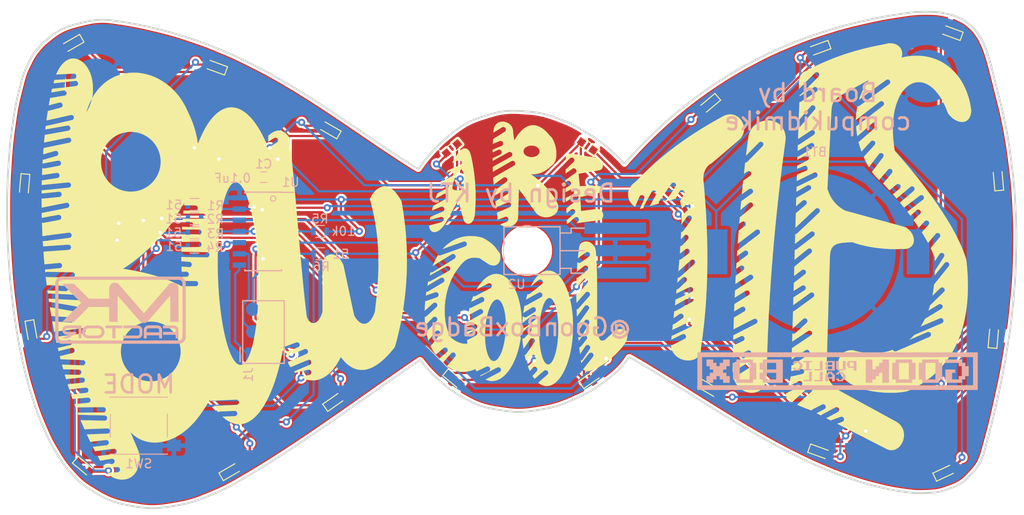
<source format=kicad_pcb>
(kicad_pcb (version 20171130) (host pcbnew "(5.1.2)-1")
  (layers (0 F.Cu signal) (31 B.Cu signal) (34 B.Paste user) (35 F.Paste user) (36 B.SilkS user) (37 F.SilkS user hide) (38 B.Mask user) (39 F.Mask user) (44 Edge.Cuts user))
  (net 0 "")
  (net 1 GND)
  (net 2 VCC)
  (net 3 "Net-(D1-Pad1)")
  (net 4 "Net-(D1-Pad2)")
  (net 5 "Net-(D15-Pad2)")
  (net 6 "Net-(D11-Pad2)")
  (net 7 "Net-(D12-Pad2)")
  (net 8 "Net-(D5-Pad1)")
  (net 9 "Net-(D13-Pad2)")
  (net 10 "Net-(D10-Pad1)")
  (net 11 "Net-(D13-Pad1)")
  (net 12 "Net-(D17-Pad1)")
  (net 13 MISO)
  (net 14 SCK)
  (net 15 MOSI)
  (net 16 RESET)
  (net 17 "Net-(SW1-Pad1)")
  (net 18 "Net-(U1-Pad3)")
  (net 19 "Net-(U1-Pad5)")
  (module libraries:ISP-AVR-6Pin-SMD (layer B.Cu) (at -28.11 8.21)
    (fp_text reference J1 (at -1.76 4.89 90) (layer B.SilkS) (effects (justify mirror)))
    (fp_text value AVR-ISP-6)
    (pad 1 smd rect (at -1.27 2.54) (size 1.5 1.5) (layers B.Cu B.Mask) (net 13 MISO))
    (pad 2 smd circle (at 1.27 2.54) (size 1.5 1.5) (layers B.Cu B.Mask) (net 2 VCC))
    (pad 3 smd circle (at -1.27 0) (size 1.5 1.5) (layers B.Cu B.Mask) (net 14 SCK))
    (pad 4 smd circle (at 1.27 0) (size 1.5 1.5) (layers B.Cu B.Mask) (net 15 MOSI))
    (pad 5 smd circle (at -1.27 -2.54) (size 1.5 1.5) (layers B.Cu B.Mask) (net 16 RESET))
    (pad 6 smd circle (at 1.27 -2.54) (size 1.5 1.5) (layers B.Cu B.Mask) (net 1 GND))
  )
  (module libraries:GoonBox (layer B.Cu) (at 35.32 12.69 180)
    (fp_text reference REF** hide)
    (fp_text value GoonBox)
  )
  (module libraries:MKFactorLogo (layer B.Cu) (at -44.35 5.78 180)
    (fp_text reference G*** hide)
    (fp_text value LOGO hide)
  )
  (module BowTieSilkscreen (layer F.Cu) (at -0.8 0.68)
    (fp_text reference G*** hide)
    (fp_text value LOGO hide)
  )
  (module libraries:TieTacPad (layer B.Cu) (at -47.14 -19.73 180)
    (fp_text reference REF** hide)
    (fp_text value TieTacPad)
    (pad 1 smd circle (at 0 0 180) (size 6 6) (layers B.Cu B.Paste B.Mask) (net 1 GND))
  )
  (module libraries:TieTacPad (layer B.Cu) (at 46.93 -20.73 180)
    (fp_text reference REF** hide)
    (fp_text value TieTacPad)
    (pad 1 smd circle (at 0 0 180) (size 6 6) (layers B.Cu B.Paste B.Mask) (net 1 GND))
  )
  (module Resistors_SMD:R_0603 (layer B.Cu) (at -21.73 -0.61 180)
    (fp_text reference R6 (at -0.12 -1.47 180) (layer B.SilkS) (effects (justify mirror)))
    (fp_text value 50)
    (pad 1 smd rect (at -0.75 0 180) (size 0.5 0.9) (layers B.Cu B.Paste B.Mask) (net 7 "Net-(D12-Pad2)"))
    (pad 2 smd rect (at 0.75 0 180) (size 0.5 0.9) (layers B.Cu B.Paste B.Mask) (net 12 "Net-(D17-Pad1)"))
  )
  (module Resistors_SMD:R_0603 (layer B.Cu) (at -21.75 -3.14)
    (fp_text reference R5 (at -0.02 -1.42) (layer B.SilkS) (effects (justify mirror)))
    (fp_text value R_US)
    (pad 1 smd rect (at -0.75 0) (size 0.5 0.9) (layers B.Cu B.Paste B.Mask) (net 16 RESET))
    (pad 2 smd rect (at 0.75 0) (size 0.5 0.9) (layers B.Cu B.Paste B.Mask) (net 2 VCC))
  )
  (module Resistors_SMD:R_0603 (layer B.Cu) (at -35.98 -1.36)
    (fp_text reference R4 (at 2.32 0.03) (layer B.SilkS) (effects (justify mirror)))
    (fp_text value 50)
    (pad 1 smd rect (at -0.75 0) (size 0.5 0.9) (layers B.Cu B.Paste B.Mask) (net 6 "Net-(D11-Pad2)"))
    (pad 2 smd rect (at 0.75 0) (size 0.5 0.9) (layers B.Cu B.Paste B.Mask) (net 11 "Net-(D13-Pad1)"))
  )
  (module Resistors_SMD:R_0603 (layer B.Cu) (at -35.97 -2.99)
    (fp_text reference R3 (at 2.38 0.1) (layer B.SilkS) (effects (justify mirror)))
    (fp_text value 50)
    (pad 1 smd rect (at -0.75 0) (size 0.5 0.9) (layers B.Cu B.Paste B.Mask) (net 5 "Net-(D15-Pad2)"))
    (pad 2 smd rect (at 0.75 0) (size 0.5 0.9) (layers B.Cu B.Paste B.Mask) (net 10 "Net-(D10-Pad1)"))
  )
  (module Resistors_SMD:R_0603 (layer B.Cu) (at -35.97 -4.58)
    (fp_text reference R2 (at 2.35 0.05) (layer B.SilkS) (effects (justify mirror)))
    (fp_text value 50)
    (pad 1 smd rect (at -0.75 0) (size 0.5 0.9) (layers B.Cu B.Paste B.Mask) (net 4 "Net-(D1-Pad2)"))
    (pad 2 smd rect (at 0.75 0) (size 0.5 0.9) (layers B.Cu B.Paste B.Mask) (net 8 "Net-(D5-Pad1)"))
  )
  (module Resistors_SMD:R_0603 (layer B.Cu) (at -35.97 -6.19)
    (fp_text reference R1 (at 2.38 0.13) (layer B.SilkS) (effects (justify mirror)))
    (fp_text value 50)
    (pad 1 smd rect (at -0.75 0) (size 0.5 0.9) (layers B.Cu B.Paste B.Mask) (net 9 "Net-(D13-Pad2)"))
    (pad 2 smd rect (at 0.75 0) (size 0.5 0.9) (layers B.Cu B.Paste B.Mask) (net 3 "Net-(D1-Pad1)"))
  )
  (module Capacitors_SMD:C_0603 (layer B.Cu) (at -28.14 -9.28 180)
    (fp_text reference C1 (at 0 1.5 180) (layer B.SilkS) (effects (justify mirror)))
    (fp_text value C)
    (pad 2 smd rect (at 0.75 0 180) (size 0.8 0.75) (layers B.Cu B.Paste B.Mask) (net 1 GND))
    (pad 1 smd rect (at -0.75 0 180) (size 0.8 0.75) (layers B.Cu B.Paste B.Mask) (net 2 VCC))
  )
  (module LEDs:LED_0603 (layer F.Cu) (at -55.229725 -8.343044 265)
    (fp_text reference D20 hide)
    (fp_text value LED)
    (pad 2 smd rect (at 0.8 0 85) (size 0.8 0.8) (layers F.Cu F.Paste F.Mask) (net 6 "Net-(D11-Pad2)"))
    (pad 1 smd rect (at -0.8 0 85) (size 0.8 0.8) (layers F.Cu F.Paste F.Mask) (net 12 "Net-(D17-Pad1)"))
  )
  (module LEDs:LED_0603 (layer F.Cu) (at -54.45 8.23 280)
    (fp_text reference D19 hide)
    (fp_text value LED)
    (pad 2 smd rect (at 0.8 0 100) (size 0.8 0.8) (layers F.Cu F.Paste F.Mask) (net 5 "Net-(D15-Pad2)"))
    (pad 1 smd rect (at -0.8 0 100) (size 0.8 0.8) (layers F.Cu F.Paste F.Mask) (net 12 "Net-(D17-Pad1)"))
  )
  (module LEDs:LED_0603 (layer F.Cu) (at -48.48 23.55 320)
    (fp_text reference D18 hide)
    (fp_text value LED)
    (pad 2 smd rect (at 0.8 0 140) (size 0.8 0.8) (layers F.Cu F.Paste F.Mask) (net 4 "Net-(D1-Pad2)"))
    (pad 1 smd rect (at -0.8 0 140) (size 0.8 0.8) (layers F.Cu F.Paste F.Mask) (net 12 "Net-(D17-Pad1)"))
  )
  (module LEDs:LED_0603 (layer F.Cu) (at -31.83 24 30)
    (fp_text reference D17 hide)
    (fp_text value LED)
    (pad 2 smd rect (at 0.8 0 210) (size 0.8 0.8) (layers F.Cu F.Paste F.Mask) (net 9 "Net-(D13-Pad2)"))
    (pad 1 smd rect (at -0.8 0 210) (size 0.8 0.8) (layers F.Cu F.Paste F.Mask) (net 12 "Net-(D17-Pad1)"))
  )
  (module LEDs:LED_0603 (layer F.Cu) (at -20.104678 16.091139 35)
    (fp_text reference D16 hide)
    (fp_text value LED)
    (pad 2 smd rect (at 0.8 0 215) (size 0.8 0.8) (layers F.Cu F.Paste F.Mask) (net 7 "Net-(D12-Pad2)"))
    (pad 1 smd rect (at -0.8 0 215) (size 0.8 0.8) (layers F.Cu F.Paste F.Mask) (net 11 "Net-(D13-Pad1)"))
  )
  (module LEDs:LED_0603 (layer F.Cu) (at -6.542836 13.63577 320)
    (fp_text reference D15 hide)
    (fp_text value LED)
    (pad 2 smd rect (at 0.8 0 140) (size 0.8 0.8) (layers F.Cu F.Paste F.Mask) (net 5 "Net-(D15-Pad2)"))
    (pad 1 smd rect (at -0.8 0 140) (size 0.8 0.8) (layers F.Cu F.Paste F.Mask) (net 11 "Net-(D13-Pad1)"))
  )
  (module LEDs:LED_0603 (layer F.Cu) (at 8.905322 13.501139 35)
    (fp_text reference D14 hide)
    (fp_text value LED)
    (pad 2 smd rect (at 0.8 0 215) (size 0.8 0.8) (layers F.Cu F.Paste F.Mask) (net 4 "Net-(D1-Pad2)"))
    (pad 1 smd rect (at -0.8 0 215) (size 0.8 0.8) (layers F.Cu F.Paste F.Mask) (net 11 "Net-(D13-Pad1)"))
  )
  (module LEDs:LED_0603 (layer F.Cu) (at 22.38718 14.71 330)
    (fp_text reference D13 hide)
    (fp_text value LED)
    (pad 2 smd rect (at 0.8 0 150) (size 0.8 0.8) (layers F.Cu F.Paste F.Mask) (net 9 "Net-(D13-Pad2)"))
    (pad 1 smd rect (at -0.8 0 150) (size 0.8 0.8) (layers F.Cu F.Paste F.Mask) (net 11 "Net-(D13-Pad1)"))
  )
  (module LEDs:LED_0603 (layer F.Cu) (at 34.87 21.85 340)
    (fp_text reference D12 hide)
    (fp_text value LED)
    (pad 2 smd rect (at 0.8 0 160) (size 0.8 0.8) (layers F.Cu F.Paste F.Mask) (net 7 "Net-(D12-Pad2)"))
    (pad 1 smd rect (at -0.8 0 160) (size 0.8 0.8) (layers F.Cu F.Paste F.Mask) (net 10 "Net-(D10-Pad1)"))
  )
  (module LEDs:LED_0603 (layer F.Cu) (at 49.038246 24.143616 25)
    (fp_text reference D11 hide)
    (fp_text value LED)
    (pad 2 smd rect (at 0.8 0 205) (size 0.8 0.8) (layers F.Cu F.Paste F.Mask) (net 6 "Net-(D11-Pad2)"))
    (pad 1 smd rect (at -0.8 0 205) (size 0.8 0.8) (layers F.Cu F.Paste F.Mask) (net 10 "Net-(D10-Pad1)"))
  )
  (module LEDs:LED_0603 (layer F.Cu) (at 54.52 8.77 85)
    (fp_text reference D10 hide)
    (fp_text value LED)
    (pad 2 smd rect (at 0.8 0 265) (size 0.8 0.8) (layers F.Cu F.Paste F.Mask) (net 4 "Net-(D1-Pad2)"))
    (pad 1 smd rect (at -0.8 0 265) (size 0.8 0.8) (layers F.Cu F.Paste F.Mask) (net 10 "Net-(D10-Pad1)"))
  )
  (module LEDs:LED_0603 (layer F.Cu) (at 55.06 -9.07 95)
    (fp_text reference D9 hide)
    (fp_text value LED)
    (pad 2 smd rect (at 0.8 0 275) (size 0.8 0.8) (layers F.Cu F.Paste F.Mask) (net 9 "Net-(D13-Pad2)"))
    (pad 1 smd rect (at -0.8 0 275) (size 0.8 0.8) (layers F.Cu F.Paste F.Mask) (net 10 "Net-(D10-Pad1)"))
  )
  (module LEDs:LED_0603 (layer F.Cu) (at 49.69 -25.68 160)
    (fp_text reference D8 hide)
    (fp_text value LED)
    (pad 2 smd rect (at 0.8 0 340) (size 0.8 0.8) (layers F.Cu F.Paste F.Mask) (net 7 "Net-(D12-Pad2)"))
    (pad 1 smd rect (at -0.8 0 340) (size 0.8 0.8) (layers F.Cu F.Paste F.Mask) (net 8 "Net-(D5-Pad1)"))
  )
  (module LEDs:LED_0603 (layer F.Cu) (at 34.72 -23.86 200)
    (fp_text reference D7 hide)
    (fp_text value LED)
    (pad 2 smd rect (at 0.8 0 20) (size 0.8 0.8) (layers F.Cu F.Paste F.Mask) (net 6 "Net-(D11-Pad2)"))
    (pad 1 smd rect (at -0.8 0 20) (size 0.8 0.8) (layers F.Cu F.Paste F.Mask) (net 8 "Net-(D5-Pad1)"))
  )
  (module LEDs:LED_0603 (layer F.Cu) (at 22.3 -17.55 220)
    (fp_text reference D6 hide)
    (fp_text value LED)
    (pad 2 smd rect (at 0.8 0 40) (size 0.8 0.8) (layers F.Cu F.Paste F.Mask) (net 5 "Net-(D15-Pad2)"))
    (pad 1 smd rect (at -0.8 0 40) (size 0.8 0.8) (layers F.Cu F.Paste F.Mask) (net 8 "Net-(D5-Pad1)"))
  )
  (module LEDs:LED_0603 (layer F.Cu) (at 8.52 -12.81 145)
    (fp_text reference D5 hide)
    (fp_text value LED)
    (pad 2 smd rect (at 0.8 0 325) (size 0.8 0.8) (layers F.Cu F.Paste F.Mask) (net 9 "Net-(D13-Pad2)"))
    (pad 1 smd rect (at -0.8 0 325) (size 0.8 0.8) (layers F.Cu F.Paste F.Mask) (net 8 "Net-(D5-Pad1)"))
  )
  (module LEDs:LED_0603 (layer F.Cu) (at -6.832836 -12.52577 220)
    (fp_text reference D4 hide)
    (fp_text value LED)
    (pad 2 smd rect (at 0.8 0 40) (size 0.8 0.8) (layers F.Cu F.Paste F.Mask) (net 7 "Net-(D12-Pad2)"))
    (pad 1 smd rect (at -0.8 0 40) (size 0.8 0.8) (layers F.Cu F.Paste F.Mask) (net 3 "Net-(D1-Pad1)"))
  )
  (module LEDs:LED_0603 (layer F.Cu) (at -20.73718 -14.71 150)
    (fp_text reference D3 hide)
    (fp_text value LED)
    (pad 2 smd rect (at 0.8 0 330) (size 0.8 0.8) (layers F.Cu F.Paste F.Mask) (net 6 "Net-(D11-Pad2)"))
    (pad 1 smd rect (at -0.8 0 330) (size 0.8 0.8) (layers F.Cu F.Paste F.Mask) (net 3 "Net-(D1-Pad1)"))
  )
  (module LEDs:LED_0603 (layer F.Cu) (at -33.621754 -21.763616 160)
    (fp_text reference D2 hide)
    (fp_text value LED)
    (pad 2 smd rect (at 0.8 0 340) (size 0.8 0.8) (layers F.Cu F.Paste F.Mask) (net 5 "Net-(D15-Pad2)"))
    (pad 1 smd rect (at -0.8 0 340) (size 0.8 0.8) (layers F.Cu F.Paste F.Mask) (net 3 "Net-(D1-Pad1)"))
  )
  (module LEDs:LED_0603 (layer F.Cu) (at -49.86 -24.37 210)
    (fp_text reference D1 hide)
    (fp_text value LED)
    (pad 2 smd rect (at 0.8 0 30) (size 0.8 0.8) (layers F.Cu F.Paste F.Mask) (net 4 "Net-(D1-Pad2)"))
    (pad 1 smd rect (at -0.8 0 30) (size 0.8 0.8) (layers F.Cu F.Paste F.Mask) (net 3 "Net-(D1-Pad1)"))
  )
  (module libraries:TSOP332-IR-RCV (layer B.Cu) (at 1.68 -0.96 180)
    (fp_text reference U2 (at 1.16 -3.81 180) (layer B.SilkS) (effects (justify mirror)))
    (fp_text value TSOP331xx)
    (pad "" np_thru_hole circle (at 0 0 180) (size 5.2 5.2) (drill 5.2) (layers *.Cu *.Mask))
    (pad 2 smd rect (at -10 0 180) (size 7 1.27) (layers B.Cu B.Paste B.Mask) (net 1 GND))
    (pad 3 smd rect (at -10 2.54 180) (size 7 1.27) (layers B.Cu B.Paste B.Mask) (net 18 "Net-(U1-Pad3)"))
    (pad 1 smd rect (at -10 -2.54 180) (size 7 1.27) (layers B.Cu B.Paste B.Mask) (net 19 "Net-(U1-Pad5)"))
  )
  (module Housings_SOIC:SOIC-14_3.9x8.7mm_Pitch1.27mm (layer B.Cu) (at -28.19 -3.14 180)
    (fp_text reference U1 (at -3.1 5.57 180) (layer B.SilkS) (effects (justify mirror)))
    (fp_text value ATtiny84A-SSU)
    (pad 1 smd rect (at -2.7 3.81 180) (size 1.5 0.6) (layers B.Cu B.Paste B.Mask) (net 2 VCC))
    (pad 2 smd rect (at -2.7 2.54 180) (size 1.5 0.6) (layers B.Cu B.Paste B.Mask) (net 17 "Net-(SW1-Pad1)"))
    (pad 3 smd rect (at -2.7 1.27 180) (size 1.5 0.6) (layers B.Cu B.Paste B.Mask) (net 18 "Net-(U1-Pad3)"))
    (pad 4 smd rect (at -2.7 0 180) (size 1.5 0.6) (layers B.Cu B.Paste B.Mask) (net 16 RESET))
    (pad 5 smd rect (at -2.7 -1.27 180) (size 1.5 0.6) (layers B.Cu B.Paste B.Mask) (net 19 "Net-(U1-Pad5)"))
    (pad 6 smd rect (at -2.7 -2.54 180) (size 1.5 0.6) (layers B.Cu B.Paste B.Mask) (net 12 "Net-(D17-Pad1)"))
    (pad 7 smd rect (at -2.7 -3.81 180) (size 1.5 0.6) (layers B.Cu B.Paste B.Mask) (net 15 MOSI))
    (pad 8 smd rect (at 2.7 -3.81 180) (size 1.5 0.6) (layers B.Cu B.Paste B.Mask) (net 13 MISO))
    (pad 9 smd rect (at 2.7 -2.54 180) (size 1.5 0.6) (layers B.Cu B.Paste B.Mask) (net 14 SCK))
    (pad 10 smd rect (at 2.7 -1.27 180) (size 1.5 0.6) (layers B.Cu B.Paste B.Mask) (net 11 "Net-(D13-Pad1)"))
    (pad 11 smd rect (at 2.7 0 180) (size 1.5 0.6) (layers B.Cu B.Paste B.Mask) (net 10 "Net-(D10-Pad1)"))
    (pad 12 smd rect (at 2.7 1.27 180) (size 1.5 0.6) (layers B.Cu B.Paste B.Mask) (net 8 "Net-(D5-Pad1)"))
    (pad 13 smd rect (at 2.7 2.54 180) (size 1.5 0.6) (layers B.Cu B.Paste B.Mask) (net 3 "Net-(D1-Pad1)"))
    (pad 14 smd rect (at 2.7 3.81 180) (size 1.5 0.6) (layers B.Cu B.Paste B.Mask) (net 1 GND))
  )
  (module Buttons_Switches_SMD:SW_SPST_PTS645 (layer B.Cu) (at -42.28 18.86 180)
    (fp_text reference SW1 (at 0.01 -4.31 180) (layer B.SilkS) (effects (justify mirror)))
    (fp_text value SW_Push)
    (pad 2 smd rect (at -3.98 -2.25 180) (size 1.55 1.3) (layers B.Cu B.Paste B.Mask) (net 1 GND))
    (pad 1 smd rect (at -3.98 2.25 180) (size 1.55 1.3) (layers B.Cu B.Paste B.Mask) (net 17 "Net-(SW1-Pad1)"))
    (pad 1 smd rect (at 3.98 2.25 180) (size 1.55 1.3) (layers B.Cu B.Paste B.Mask) (net 17 "Net-(SW1-Pad1)"))
    (pad 2 smd rect (at 3.98 -2.25 180) (size 1.55 1.3) (layers B.Cu B.Paste B.Mask) (net 1 GND))
  )
  (module 2032BatteryHolderSMD-Linx-BAT-HLD-001:Linx-BAT-HLD-001 (layer B.Cu) (at 34.55 -0.83 180)
    (fp_text reference BT1 (at 0.26 11.31 180) (layer B.SilkS) (effects (justify mirror)))
    (fp_text value Battery_Cell)
    (pad 2 smd circle (at 0 0 180) (size 17.78 17.78) (layers B.Cu B.Mask) (net 1 GND))
    (pad 1 smd rect (at 11.43 0 180) (size 2.54 5.08) (layers B.Cu B.Paste B.Mask) (net 2 VCC))
    (pad 1 smd rect (at -11.43 0 180) (size 2.54 5.08) (layers B.Cu B.Paste B.Mask) (net 2 VCC))
  )
  (module BowTieOutline (layer F.Cu) (at -0.97 -0.69)
    (fp_text reference REF** hide)
    (fp_text value BowTieOutline)
    (fp_line (start 55.2 -21.3) (end 55.206785 -21.276386) (layer Edge.Cuts) (width 0.2))
    (fp_line (start 53.393556 -25.297267) (end 53.428666 -25.25571) (layer Edge.Cuts) (width 0.2))
    (fp_line (start 52.125162 -26.359741) (end 52.178498 -26.328633) (layer Edge.Cuts) (width 0.2))
    (fp_line (start 52.230811 -26.296877) (end 52.282125 -26.264497) (layer Edge.Cuts) (width 0.2))
    (fp_line (start 53.321093 -25.379233) (end 53.357706 -25.33845) (layer Edge.Cuts) (width 0.2))
    (fp_line (start 53.428666 -25.25571) (end 53.463061 -25.213801) (layer Edge.Cuts) (width 0.2))
    (fp_line (start 52.381846 -26.197957) (end 52.430298 -26.163844) (layer Edge.Cuts) (width 0.2))
    (fp_line (start 51.963454 -26.447498) (end 52.016706 -26.419494) (layer Edge.Cuts) (width 0.2))
    (fp_line (start 52.855332 -25.818193) (end 52.867831 -25.807257) (layer Edge.Cuts) (width 0.2))
    (fp_line (start 53.496766 -25.171563) (end 53.529781 -25.12906) (layer Edge.Cuts) (width 0.2))
    (fp_line (start 51.638191 -26.607832) (end 51.654537 -26.599939) (layer Edge.Cuts) (width 0.2))
    (fp_line (start 51.747894 -26.554833) (end 51.780833 -26.538886) (layer Edge.Cuts) (width 0.2))
    (fp_line (start 51.780833 -26.538886) (end 51.819882 -26.51983) (layer Edge.Cuts) (width 0.2))
    (fp_line (start 52.477841 -26.129199) (end 52.524498 -26.094047) (layer Edge.Cuts) (width 0.2))
    (fp_line (start 52.524498 -26.094047) (end 52.57021 -26.058498) (layer Edge.Cuts) (width 0.2))
    (fp_line (start 52.957222 -25.729078) (end 52.984934 -25.704708) (layer Edge.Cuts) (width 0.2))
    (fp_line (start 53.016549 -25.676646) (end 53.051303 -25.645405) (layer Edge.Cuts) (width 0.2))
    (fp_line (start 52.656928 -25.988396) (end 52.696833 -25.955114) (layer Edge.Cuts) (width 0.2))
    (fp_line (start 51.819882 -26.51983) (end 51.864018 -26.498015) (layer Edge.Cuts) (width 0.2))
    (fp_line (start 51.68419 -26.585615) (end 51.701073 -26.577458) (layer Edge.Cuts) (width 0.2))
    (fp_line (start 52.282125 -26.264497) (end 52.332463 -26.231516) (layer Edge.Cuts) (width 0.2))
    (fp_line (start 52.901607 -25.777716) (end 52.91601 -25.765124) (layer Edge.Cuts) (width 0.2))
    (fp_line (start 53.127171 -25.57545) (end 53.166758 -25.537764) (layer Edge.Cuts) (width 0.2))
    (fp_line (start 53.166758 -25.537764) (end 53.206428 -25.498958) (layer Edge.Cuts) (width 0.2))
    (fp_line (start 53.357706 -25.33845) (end 53.393556 -25.297267) (layer Edge.Cuts) (width 0.2))
    (fp_line (start 52.332463 -26.231516) (end 52.381846 -26.197957) (layer Edge.Cuts) (width 0.2))
    (fp_line (start 52.07095 -26.390126) (end 52.125162 -26.359741) (layer Edge.Cuts) (width 0.2))
    (fp_line (start 52.91601 -25.765124) (end 52.934176 -25.749241) (layer Edge.Cuts) (width 0.2))
    (fp_line (start 52.934176 -25.749241) (end 52.957222 -25.729078) (layer Edge.Cuts) (width 0.2))
    (fp_line (start 52.178498 -26.328633) (end 52.230811 -26.296877) (layer Edge.Cuts) (width 0.2))
    (fp_line (start 52.796128 -25.869966) (end 52.820584 -25.8486) (layer Edge.Cuts) (width 0.2))
    (fp_line (start 51.701073 -26.577458) (end 51.721712 -26.567485) (layer Edge.Cuts) (width 0.2))
    (fp_line (start 52.016706 -26.419494) (end 52.07095 -26.390126) (layer Edge.Cuts) (width 0.2))
    (fp_line (start 52.57021 -26.058498) (end 52.614537 -26.023069) (layer Edge.Cuts) (width 0.2))
    (fp_line (start 52.984934 -25.704708) (end 53.016549 -25.676646) (layer Edge.Cuts) (width 0.2))
    (fp_line (start 53.088431 -25.611502) (end 53.127171 -25.57545) (layer Edge.Cuts) (width 0.2))
    (fp_line (start 53.206428 -25.498958) (end 53.245477 -25.459511) (layer Edge.Cuts) (width 0.2))
    (fp_line (start 53.245477 -25.459511) (end 53.283691 -25.419595) (layer Edge.Cuts) (width 0.2))
    (fp_line (start 53.463061 -25.213801) (end 53.496766 -25.171563) (layer Edge.Cuts) (width 0.2))
    (fp_line (start 51.864018 -26.498015) (end 51.912216 -26.473787) (layer Edge.Cuts) (width 0.2))
    (fp_line (start 52.430298 -26.163844) (end 52.477841 -26.129199) (layer Edge.Cuts) (width 0.2))
    (fp_line (start 52.733702 -25.923858) (end 52.766983 -25.895264) (layer Edge.Cuts) (width 0.2))
    (fp_line (start 51.721712 -26.567485) (end 51.747894 -26.554833) (layer Edge.Cuts) (width 0.2))
    (fp_line (start 52.820584 -25.8486) (end 52.840021 -25.831591) (layer Edge.Cuts) (width 0.2))
    (fp_line (start 52.889654 -25.788169) (end 52.901607 -25.777716) (layer Edge.Cuts) (width 0.2))
    (fp_line (start 53.051303 -25.645405) (end 53.088431 -25.611502) (layer Edge.Cuts) (width 0.2))
    (fp_line (start 53.283691 -25.419595) (end 53.321093 -25.379233) (layer Edge.Cuts) (width 0.2))
    (fp_line (start 53.529781 -25.12906) (end 53.561859 -25.086766) (layer Edge.Cuts) (width 0.2))
    (fp_line (start 52.766983 -25.895264) (end 52.796128 -25.869966) (layer Edge.Cuts) (width 0.2))
    (fp_line (start 52.696833 -25.955114) (end 52.733702 -25.923858) (layer Edge.Cuts) (width 0.2))
    (fp_line (start 52.878833 -25.797633) (end 52.889654 -25.788169) (layer Edge.Cuts) (width 0.2))
    (fp_line (start 51.912216 -26.473787) (end 51.963454 -26.447498) (layer Edge.Cuts) (width 0.2))
    (fp_line (start 53.561859 -25.086766) (end 53.592614 -25.045388) (layer Edge.Cuts) (width 0.2))
    (fp_line (start 53.592614 -25.045388) (end 53.621658 -25.005634) (layer Edge.Cuts) (width 0.2))
    (fp_line (start 53.621658 -25.005634) (end 53.648604 -24.968215) (layer Edge.Cuts) (width 0.2))
    (fp_line (start 52.840021 -25.831591) (end 52.855332 -25.818193) (layer Edge.Cuts) (width 0.2))
    (fp_line (start 51.654537 -26.599939) (end 51.669274 -26.592821) (layer Edge.Cuts) (width 0.2))
    (fp_line (start 51.669274 -26.592821) (end 51.68419 -26.585615) (layer Edge.Cuts) (width 0.2))
    (fp_line (start 53.648604 -24.968215) (end 53.673062 -24.93384) (layer Edge.Cuts) (width 0.2))
    (fp_line (start 53.673062 -24.93384) (end 53.694645 -24.903218) (layer Edge.Cuts) (width 0.2))
    (fp_line (start 53.694645 -24.903218) (end 53.712964 -24.877059) (layer Edge.Cuts) (width 0.2))
    (fp_line (start 53.712964 -24.877059) (end 53.727694 -24.855978) (layer Edge.Cuts) (width 0.2))
    (fp_line (start 52.614537 -26.023069) (end 52.656928 -25.988396) (layer Edge.Cuts) (width 0.2))
    (fp_line (start 53.727694 -24.855978) (end 53.739257 -24.839427) (layer Edge.Cuts) (width 0.2))
    (fp_line (start 52.867831 -25.807257) (end 52.878833 -25.797633) (layer Edge.Cuts) (width 0.2))
    (fp_line (start 54.013096 -24.431247) (end 54.040296 -24.386079) (layer Edge.Cuts) (width 0.2))
    (fp_line (start 54.19124 -24.110429) (end 54.214569 -24.063944) (layer Edge.Cuts) (width 0.2))
    (fp_line (start 54.395677 -23.677522) (end 54.403809 -23.659724) (layer Edge.Cuts) (width 0.2))
    (fp_line (start 54.476779 -23.498098) (end 54.495834 -23.454737) (layer Edge.Cuts) (width 0.2))
    (fp_line (start 54.554956 -23.3153) (end 54.574168 -23.267826) (layer Edge.Cuts) (width 0.2))
    (fp_line (start 54.759166 -22.754324) (end 54.772171 -22.715245) (layer Edge.Cuts) (width 0.2))
    (fp_line (start 53.875482 -24.643263) (end 53.901596 -24.604593) (layer Edge.Cuts) (width 0.2))
    (fp_line (start 54.611309 -23.172661) (end 54.629287 -23.125018) (layer Edge.Cuts) (width 0.2))
    (fp_line (start 54.646901 -23.077367) (end 54.664176 -23.029731) (layer Edge.Cuts) (width 0.2))
    (fp_line (start 54.372282 -23.728741) (end 54.378081 -23.716042) (layer Edge.Cuts) (width 0.2))
    (fp_line (start 54.664176 -23.029731) (end 54.681137 -22.982135) (layer Edge.Cuts) (width 0.2))
    (fp_line (start 54.040296 -24.386079) (end 54.066874 -24.340651) (layer Edge.Cuts) (width 0.2))
    (fp_line (start 54.214569 -24.063944) (end 54.237293 -24.017715) (layer Edge.Cuts) (width 0.2))
    (fp_line (start 54.345878 -23.786574) (end 54.356825 -23.762599) (layer Edge.Cuts) (width 0.2))
    (fp_line (start 54.066874 -24.340651) (end 54.092852 -24.294987) (layer Edge.Cuts) (width 0.2))
    (fp_line (start 54.592944 -23.220271) (end 54.611309 -23.172661) (layer Edge.Cuts) (width 0.2))
    (fp_line (start 54.378081 -23.716042) (end 54.383473 -23.704236) (layer Edge.Cuts) (width 0.2))
    (fp_line (start 54.629287 -23.125018) (end 54.646901 -23.077367) (layer Edge.Cuts) (width 0.2))
    (fp_line (start 54.414167 -23.637054) (end 54.427002 -23.608906) (layer Edge.Cuts) (width 0.2))
    (fp_line (start 53.851173 -24.678796) (end 53.875482 -24.643263) (layer Edge.Cuts) (width 0.2))
    (fp_line (start 54.259147 -23.972461) (end 54.279861 -23.928919) (layer Edge.Cuts) (width 0.2))
    (fp_line (start 53.928965 -24.563422) (end 53.957036 -24.520386) (layer Edge.Cuts) (width 0.2))
    (fp_line (start 54.495834 -23.454737) (end 54.515474 -23.409344) (layer Edge.Cuts) (width 0.2))
    (fp_line (start 54.574168 -23.267826) (end 54.592944 -23.220271) (layer Edge.Cuts) (width 0.2))
    (fp_line (start 54.714138 -22.887372) (end 54.729945 -22.841104) (layer Edge.Cuts) (width 0.2))
    (fp_line (start 54.31678 -23.849909) (end 54.332442 -23.815914) (layer Edge.Cuts) (width 0.2))
    (fp_line (start 54.237293 -24.017715) (end 54.259147 -23.972461) (layer Edge.Cuts) (width 0.2))
    (fp_line (start 53.794584 -24.760238) (end 53.810181 -24.737908) (layer Edge.Cuts) (width 0.2))
    (fp_line (start 54.167425 -24.156807) (end 54.19124 -24.110429) (layer Edge.Cuts) (width 0.2))
    (fp_line (start 53.739257 -24.839427) (end 53.748585 -24.826076) (layer Edge.Cuts) (width 0.2))
    (fp_line (start 53.756618 -24.814579) (end 53.764294 -24.803592) (layer Edge.Cuts) (width 0.2))
    (fp_line (start 54.383473 -23.704236) (end 54.389118 -23.691878) (layer Edge.Cuts) (width 0.2))
    (fp_line (start 54.299162 -23.887823) (end 54.31678 -23.849909) (layer Edge.Cuts) (width 0.2))
    (fp_line (start 54.53531 -23.36263) (end 54.554956 -23.3153) (layer Edge.Cuts) (width 0.2))
    (fp_line (start 54.118254 -24.249109) (end 54.143104 -24.203041) (layer Edge.Cuts) (width 0.2))
    (fp_line (start 54.365417 -23.743778) (end 54.372282 -23.728741) (layer Edge.Cuts) (width 0.2))
    (fp_line (start 54.441975 -23.575892) (end 54.458696 -23.538719) (layer Edge.Cuts) (width 0.2))
    (fp_line (start 53.901596 -24.604593) (end 53.928965 -24.563422) (layer Edge.Cuts) (width 0.2))
    (fp_line (start 54.681137 -22.982135) (end 54.697806 -22.934603) (layer Edge.Cuts) (width 0.2))
    (fp_line (start 54.515474 -23.409344) (end 54.53531 -23.36263) (layer Edge.Cuts) (width 0.2))
    (fp_line (start 54.697806 -22.934603) (end 54.714138 -22.887372) (layer Edge.Cuts) (width 0.2))
    (fp_line (start 54.279861 -23.928919) (end 54.299162 -23.887823) (layer Edge.Cuts) (width 0.2))
    (fp_line (start 54.332442 -23.815914) (end 54.345878 -23.786574) (layer Edge.Cuts) (width 0.2))
    (fp_line (start 54.729945 -22.841104) (end 54.745022 -22.796516) (layer Edge.Cuts) (width 0.2))
    (fp_line (start 53.829223 -24.710556) (end 53.851173 -24.678796) (layer Edge.Cuts) (width 0.2))
    (fp_line (start 53.772554 -24.791769) (end 53.782338 -24.777766) (layer Edge.Cuts) (width 0.2))
    (fp_line (start 54.745022 -22.796516) (end 54.759166 -22.754324) (layer Edge.Cuts) (width 0.2))
    (fp_line (start 54.772171 -22.715245) (end 54.783832 -22.679994) (layer Edge.Cuts) (width 0.2))
    (fp_line (start 54.783832 -22.679994) (end 54.793944 -22.649289) (layer Edge.Cuts) (width 0.2))
    (fp_line (start 54.793944 -22.649289) (end 54.802305 -22.623842) (layer Edge.Cuts) (width 0.2))
    (fp_line (start 54.802305 -22.623842) (end 54.808889 -22.603795) (layer Edge.Cuts) (width 0.2))
    (fp_line (start 53.810181 -24.737908) (end 53.829223 -24.710556) (layer Edge.Cuts) (width 0.2))
    (fp_line (start 53.748585 -24.826076) (end 53.756618 -24.814579) (layer Edge.Cuts) (width 0.2))
    (fp_line (start 53.985259 -24.476121) (end 54.013096 -24.431247) (layer Edge.Cuts) (width 0.2))
    (fp_line (start 54.403809 -23.659724) (end 54.414167 -23.637054) (layer Edge.Cuts) (width 0.2))
    (fp_line (start 53.764294 -24.803592) (end 53.772554 -24.791769) (layer Edge.Cuts) (width 0.2))
    (fp_line (start 54.092852 -24.294987) (end 54.118254 -24.249109) (layer Edge.Cuts) (width 0.2))
    (fp_line (start 54.427002 -23.608906) (end 54.441975 -23.575892) (layer Edge.Cuts) (width 0.2))
    (fp_line (start 54.458696 -23.538719) (end 54.476779 -23.498098) (layer Edge.Cuts) (width 0.2))
    (fp_line (start 54.143104 -24.203041) (end 54.167425 -24.156807) (layer Edge.Cuts) (width 0.2))
    (fp_line (start 54.356825 -23.762599) (end 54.365417 -23.743778) (layer Edge.Cuts) (width 0.2))
    (fp_line (start 54.389118 -23.691878) (end 54.395677 -23.677522) (layer Edge.Cuts) (width 0.2))
    (fp_line (start 53.782338 -24.777766) (end 53.794584 -24.760238) (layer Edge.Cuts) (width 0.2))
    (fp_line (start 53.957036 -24.520386) (end 53.985259 -24.476121) (layer Edge.Cuts) (width 0.2))
    (fp_line (start 55.156671 -21.450792) (end 55.156717 -21.450629) (layer Edge.Cuts) (width 0.2))
    (fp_line (start 55.157288 -21.448644) (end 55.158115 -21.445765) (layer Edge.Cuts) (width 0.2))
    (fp_line (start 55.161591 -21.433668) (end 55.164529 -21.423445) (layer Edge.Cuts) (width 0.2))
    (fp_line (start 55.04004 -21.857448) (end 55.053099 -21.811817) (layer Edge.Cuts) (width 0.2))
    (fp_line (start 55.192988 -21.3244) (end 55.2 -21.3) (layer Edge.Cuts) (width 0.2))
    (fp_line (start 54.901357 -22.320267) (end 54.915601 -22.275425) (layer Edge.Cuts) (width 0.2))
    (fp_line (start 55.102662 -21.638881) (end 55.11348 -21.601186) (layer Edge.Cuts) (width 0.2))
    (fp_line (start 55.149189 -21.47684) (end 55.152306 -21.465988) (layer Edge.Cuts) (width 0.2))
    (fp_line (start 55.158115 -21.445765) (end 55.159501 -21.440941) (layer Edge.Cuts) (width 0.2))
    (fp_line (start 54.958835 -22.135557) (end 54.972838 -22.088811) (layer Edge.Cuts) (width 0.2))
    (fp_line (start 55.152306 -21.465988) (end 55.154416 -21.45864) (layer Edge.Cuts) (width 0.2))
    (fp_line (start 55.078762 -21.722218) (end 55.091027 -21.679441) (layer Edge.Cuts) (width 0.2))
    (fp_line (start 54.852401 -22.471336) (end 54.862891 -22.439285) (layer Edge.Cuts) (width 0.2))
    (fp_line (start 55.155716 -21.454114) (end 55.156402 -21.451726) (layer Edge.Cuts) (width 0.2))
    (fp_line (start 54.930101 -22.229225) (end 54.944584 -22.182403) (layer Edge.Cuts) (width 0.2))
    (fp_line (start 55.026888 -21.903324) (end 55.04004 -21.857448) (layer Edge.Cuts) (width 0.2))
    (fp_line (start 54.887642 -22.363015) (end 54.901357 -22.320267) (layer Edge.Cuts) (width 0.2))
    (fp_line (start 54.836468 -22.519845) (end 54.843531 -22.498349) (layer Edge.Cuts) (width 0.2))
    (fp_line (start 54.915601 -22.275425) (end 54.930101 -22.229225) (layer Edge.Cuts) (width 0.2))
    (fp_line (start 55.000204 -21.99572) (end 55.013618 -21.949423) (layer Edge.Cuts) (width 0.2))
    (fp_line (start 55.139149 -21.511794) (end 55.144868 -21.491881) (layer Edge.Cuts) (width 0.2))
    (fp_line (start 55.11348 -21.601186) (end 55.123292 -21.567007) (layer Edge.Cuts) (width 0.2))
    (fp_line (start 55.154416 -21.45864) (end 55.155716 -21.454114) (layer Edge.Cuts) (width 0.2))
    (fp_line (start 55.156717 -21.450629) (end 55.156733 -21.450573) (layer Edge.Cuts) (width 0.2))
    (fp_line (start 55.159501 -21.440941) (end 55.161591 -21.433668) (layer Edge.Cuts) (width 0.2))
    (fp_line (start 54.986619 -22.042191) (end 55.000204 -21.99572) (layer Edge.Cuts) (width 0.2))
    (fp_line (start 55.131911 -21.536993) (end 55.139149 -21.511794) (layer Edge.Cuts) (width 0.2))
    (fp_line (start 55.156733 -21.450573) (end 55.156875 -21.450079) (layer Edge.Cuts) (width 0.2))
    (fp_line (start 55.164529 -21.423445) (end 55.168458 -21.409768) (layer Edge.Cuts) (width 0.2))
    (fp_line (start 55.168458 -21.409768) (end 55.173486 -21.39227) (layer Edge.Cuts) (width 0.2))
    (fp_line (start 54.82237 -22.562751) (end 54.826364 -22.550593) (layer Edge.Cuts) (width 0.2))
    (fp_line (start 55.066057 -21.76656) (end 55.078762 -21.722218) (layer Edge.Cuts) (width 0.2))
    (fp_line (start 54.874729 -22.402933) (end 54.887642 -22.363015) (layer Edge.Cuts) (width 0.2))
    (fp_line (start 55.156402 -21.451726) (end 55.156671 -21.450792) (layer Edge.Cuts) (width 0.2))
    (fp_line (start 54.830904 -22.536776) (end 54.836468 -22.519845) (layer Edge.Cuts) (width 0.2))
    (fp_line (start 54.843531 -22.498349) (end 54.852401 -22.471336) (layer Edge.Cuts) (width 0.2))
    (fp_line (start 54.826364 -22.550593) (end 54.830904 -22.536776) (layer Edge.Cuts) (width 0.2))
    (fp_line (start 55.053099 -21.811817) (end 55.066057 -21.76656) (layer Edge.Cuts) (width 0.2))
    (fp_line (start 54.944584 -22.182403) (end 54.958835 -22.135557) (layer Edge.Cuts) (width 0.2))
    (fp_line (start 55.013618 -21.949423) (end 55.026888 -21.903324) (layer Edge.Cuts) (width 0.2))
    (fp_line (start 54.862891 -22.439285) (end 54.874729 -22.402933) (layer Edge.Cuts) (width 0.2))
    (fp_line (start 54.814109 -22.587899) (end 54.818444 -22.574702) (layer Edge.Cuts) (width 0.2))
    (fp_line (start 55.123292 -21.567007) (end 55.131911 -21.536993) (layer Edge.Cuts) (width 0.2))
    (fp_line (start 54.818444 -22.574702) (end 54.82237 -22.562751) (layer Edge.Cuts) (width 0.2))
    (fp_line (start 54.972838 -22.088811) (end 54.986619 -22.042191) (layer Edge.Cuts) (width 0.2))
    (fp_line (start 55.144868 -21.491881) (end 55.149189 -21.47684) (layer Edge.Cuts) (width 0.2))
    (fp_line (start 55.173486 -21.39227) (end 55.179443 -21.37154) (layer Edge.Cuts) (width 0.2))
    (fp_line (start 54.808889 -22.603795) (end 54.814109 -22.587899) (layer Edge.Cuts) (width 0.2))
    (fp_line (start 55.179443 -21.37154) (end 55.18604 -21.348582) (layer Edge.Cuts) (width 0.2))
    (fp_line (start 55.18604 -21.348582) (end 55.192988 -21.3244) (layer Edge.Cuts) (width 0.2))
    (fp_line (start 55.156875 -21.450079) (end 55.157288 -21.448644) (layer Edge.Cuts) (width 0.2))
    (fp_line (start 55.091027 -21.679441) (end 55.102662 -21.638881) (layer Edge.Cuts) (width 0.2))
    (fp_line (start -7.950005 -11.616538) (end -7.926379 -11.642358) (layer Edge.Cuts) (width 0.2))
    (fp_line (start -7.896589 -11.674916) (end -7.858768 -11.716235) (layer Edge.Cuts) (width 0.2))
    (fp_line (start -8.415209 -11.102043) (end -8.348575 -11.177425) (layer Edge.Cuts) (width 0.2))
    (fp_line (start -7.858768 -11.716235) (end -7.813102 -11.765994) (layer Edge.Cuts) (width 0.2))
    (fp_line (start -7.573133 -12.023059) (end -7.504107 -12.095233) (layer Edge.Cuts) (width 0.2))
    (fp_line (start -7.504107 -12.095233) (end -7.433584 -12.16793) (layer Edge.Cuts) (width 0.2))
    (fp_line (start -7.760647 -11.822876) (end -7.702462 -11.88556) (layer Edge.Cuts) (width 0.2))
    (fp_line (start -9.034915 -10.345858) (end -8.966737 -10.434621) (layer Edge.Cuts) (width 0.2))
    (fp_line (start -8.898339 -10.522211) (end -8.829726 -10.608637) (layer Edge.Cuts) (width 0.2))
    (fp_line (start -8.966737 -10.434621) (end -8.898339 -10.522211) (layer Edge.Cuts) (width 0.2))
    (fp_line (start -8.829726 -10.608637) (end -8.760904 -10.693911) (layer Edge.Cuts) (width 0.2))
    (fp_line (start -9.102866 -10.255912) (end -9.034915 -10.345858) (layer Edge.Cuts) (width 0.2))
    (fp_line (start -8.348575 -11.177425) (end -8.285004 -11.248626) (layer Edge.Cuts) (width 0.2))
    (fp_line (start -7.926379 -11.642358) (end -7.896589 -11.674916) (layer Edge.Cuts) (width 0.2))
    (fp_line (start -7.639605 -11.952728) (end -7.573133 -12.023059) (layer Edge.Cuts) (width 0.2))
    (fp_line (start -8.483801 -11.023524) (end -8.415209 -11.102043) (layer Edge.Cuts) (width 0.2))
    (fp_line (start -8.622658 -10.861037) (end -8.553246 -10.94291) (layer Edge.Cuts) (width 0.2))
    (fp_line (start -7.969629 -11.595091) (end -7.950005 -11.616538) (layer Edge.Cuts) (width 0.2))
    (fp_line (start -7.813102 -11.765994) (end -7.760647 -11.822876) (layer Edge.Cuts) (width 0.2))
    (fp_line (start -7.702462 -11.88556) (end -7.639605 -11.952728) (layer Edge.Cuts) (width 0.2))
    (fp_line (start -8.760904 -10.693911) (end -8.69188 -10.77804) (layer Edge.Cuts) (width 0.2))
    (fp_line (start -8.69188 -10.77804) (end -8.622658 -10.861037) (layer Edge.Cuts) (width 0.2))
    (fp_line (start -8.553246 -10.94291) (end -8.483801 -11.023524) (layer Edge.Cuts) (width 0.2))
    (fp_line (start -8.2256 -11.314602) (end -8.171468 -11.37431) (layer Edge.Cuts) (width 0.2))
    (fp_line (start -8.171468 -11.37431) (end -8.123712 -11.426706) (layer Edge.Cuts) (width 0.2))
    (fp_line (start -8.026125 -11.533361) (end -8.005527 -11.555866) (layer Edge.Cuts) (width 0.2))
    (fp_line (start -8.083436 -11.470746) (end -8.051375 -11.505775) (layer Edge.Cuts) (width 0.2))
    (fp_line (start -8.005527 -11.555866) (end -7.987416 -11.575655) (layer Edge.Cuts) (width 0.2))
    (fp_line (start -7.987416 -11.575655) (end -7.969629 -11.595091) (layer Edge.Cuts) (width 0.2))
    (fp_line (start -8.051375 -11.505775) (end -8.026125 -11.533361) (layer Edge.Cuts) (width 0.2))
    (fp_line (start -8.285004 -11.248626) (end -8.2256 -11.314602) (layer Edge.Cuts) (width 0.2))
    (fp_line (start -8.123712 -11.426706) (end -8.083436 -11.470746) (layer Edge.Cuts) (width 0.2))
    (fp_line (start -5.106151 -14.122861) (end -4.931891 -14.245053) (layer Edge.Cuts) (width 0.2))
    (fp_line (start -3.866015 -14.866829) (end -3.686989 -14.951645) (layer Edge.Cuts) (width 0.2))
    (fp_line (start -1.947461 -15.576692) (end -1.900219 -15.591285) (layer Edge.Cuts) (width 0.2))
    (fp_line (start -1.583413 -15.688904) (end -1.457325 -15.726816) (layer Edge.Cuts) (width 0.2))
    (fp_line (start -6.408663 -13.096633) (end -6.364958 -13.132413) (layer Edge.Cuts) (width 0.2))
    (fp_line (start -7.291324 -12.310824) (end -7.219929 -12.380626) (layer Edge.Cuts) (width 0.2))
    (fp_line (start -4.223196 -14.681632) (end -4.044776 -14.776872) (layer Edge.Cuts) (width 0.2))
    (fp_line (start -6.248126 -13.227903) (end -6.216462 -13.253779) (layer Edge.Cuts) (width 0.2))
    (fp_line (start -5.858066 -13.546117) (end -5.732221 -13.647178) (layer Edge.Cuts) (width 0.2))
    (fp_line (start -7.076644 -12.516987) (end -7.004767 -12.583568) (layer Edge.Cuts) (width 0.2))
    (fp_line (start -4.044776 -14.776872) (end -3.866015 -14.866829) (layer Edge.Cuts) (width 0.2))
    (fp_line (start -2.098977 -15.529881) (end -2.041309 -15.547698) (layer Edge.Cuts) (width 0.2))
    (fp_line (start -7.148367 -12.449343) (end -7.076644 -12.516987) (layer Edge.Cuts) (width 0.2))
    (fp_line (start -6.788333 -12.776993) (end -6.716762 -12.838819) (layer Edge.Cuts) (width 0.2))
    (fp_line (start -6.300934 -13.184744) (end -6.275019 -13.205924) (layer Edge.Cuts) (width 0.2))
    (fp_line (start -5.732221 -13.647178) (end -5.591521 -13.7583) (layer Edge.Cuts) (width 0.2))
    (fp_line (start -5.438552 -13.876566) (end -5.2759 -13.999059) (layer Edge.Cuts) (width 0.2))
    (fp_line (start -7.433584 -12.16793) (end -7.362545 -12.239928) (layer Edge.Cuts) (width 0.2))
    (fp_line (start -6.459857 -13.05454) (end -6.408663 -13.096633) (layer Edge.Cuts) (width 0.2))
    (fp_line (start -4.931891 -14.245053) (end -4.755645 -14.36279) (layer Edge.Cuts) (width 0.2))
    (fp_line (start -3.507775 -15.03146) (end -3.328493 -15.106412) (layer Edge.Cuts) (width 0.2))
    (fp_line (start -6.580158 -12.954573) (end -6.517401 -13.006924) (layer Edge.Cuts) (width 0.2))
    (fp_line (start -1.900219 -15.591285) (end -1.84539 -15.608222) (layer Edge.Cuts) (width 0.2))
    (fp_line (start -1.84539 -15.608222) (end -1.777445 -15.629209) (layer Edge.Cuts) (width 0.2))
    (fp_line (start -7.362545 -12.239928) (end -7.291324 -12.310824) (layer Edge.Cuts) (width 0.2))
    (fp_line (start -6.054928 -13.385779) (end -5.966471 -13.458037) (layer Edge.Cuts) (width 0.2))
    (fp_line (start -5.591521 -13.7583) (end -5.438552 -13.876566) (layer Edge.Cuts) (width 0.2))
    (fp_line (start -6.216462 -13.253779) (end -6.176236 -13.286651) (layer Edge.Cuts) (width 0.2))
    (fp_line (start -3.686989 -14.951645) (end -3.507775 -15.03146) (layer Edge.Cuts) (width 0.2))
    (fp_line (start -2.041309 -15.547698) (end -1.992647 -15.562732) (layer Edge.Cuts) (width 0.2))
    (fp_line (start -1.457325 -15.726816) (end -1.315398 -15.768226) (layer Edge.Cuts) (width 0.2))
    (fp_line (start -6.646991 -12.898275) (end -6.580158 -12.954573) (layer Edge.Cuts) (width 0.2))
    (fp_line (start -7.004767 -12.583568) (end -6.93274 -12.649097) (layer Edge.Cuts) (width 0.2))
    (fp_line (start -6.123655 -13.329618) (end -6.054928 -13.385779) (layer Edge.Cuts) (width 0.2))
    (fp_line (start -4.755645 -14.36279) (end -4.578707 -14.474733) (layer Edge.Cuts) (width 0.2))
    (fp_line (start -3.150488 -15.176451) (end -2.976466 -15.241328) (layer Edge.Cuts) (width 0.2))
    (fp_line (start -1.315398 -15.768226) (end -1.16039 -15.811685) (layer Edge.Cuts) (width 0.2))
    (fp_line (start -1.16039 -15.811685) (end -0.995057 -15.855747) (layer Edge.Cuts) (width 0.2))
    (fp_line (start -7.219929 -12.380626) (end -7.148367 -12.449343) (layer Edge.Cuts) (width 0.2))
    (fp_line (start -6.329663 -13.161263) (end -6.300934 -13.184744) (layer Edge.Cuts) (width 0.2))
    (fp_line (start -6.93274 -12.649097) (end -6.860572 -12.713584) (layer Edge.Cuts) (width 0.2))
    (fp_line (start -5.2759 -13.999059) (end -5.106151 -14.122861) (layer Edge.Cuts) (width 0.2))
    (fp_line (start -3.328493 -15.106412) (end -3.150488 -15.176451) (layer Edge.Cuts) (width 0.2))
    (fp_line (start -6.364958 -13.132413) (end -6.329663 -13.161263) (layer Edge.Cuts) (width 0.2))
    (fp_line (start -5.966471 -13.458037) (end -5.858066 -13.546117) (layer Edge.Cuts) (width 0.2))
    (fp_line (start -2.976466 -15.241328) (end -2.809198 -15.300781) (layer Edge.Cuts) (width 0.2))
    (fp_line (start -2.809198 -15.300781) (end -2.65146 -15.354549) (layer Edge.Cuts) (width 0.2))
    (fp_line (start -6.860572 -12.713584) (end -6.788333 -12.776993) (layer Edge.Cuts) (width 0.2))
    (fp_line (start -2.506024 -15.402371) (end -2.375665 -15.443986) (layer Edge.Cuts) (width 0.2))
    (fp_line (start -6.517401 -13.006924) (end -6.459857 -13.05454) (layer Edge.Cuts) (width 0.2))
    (fp_line (start -6.176236 -13.286651) (end -6.123655 -13.329618) (layer Edge.Cuts) (width 0.2))
    (fp_line (start -2.375665 -15.443986) (end -2.263156 -15.479133) (layer Edge.Cuts) (width 0.2))
    (fp_line (start -2.263156 -15.479133) (end -2.171181 -15.507571) (layer Edge.Cuts) (width 0.2))
    (fp_line (start -2.171181 -15.507571) (end -2.098977 -15.529881) (layer Edge.Cuts) (width 0.2))
    (fp_line (start -6.716762 -12.838819) (end -6.646991 -12.898275) (layer Edge.Cuts) (width 0.2))
    (fp_line (start -1.992647 -15.562732) (end -1.947461 -15.576692) (layer Edge.Cuts) (width 0.2))
    (fp_line (start -1.777445 -15.629209) (end -1.690907 -15.655936) (layer Edge.Cuts) (width 0.2))
    (fp_line (start -1.690907 -15.655936) (end -1.583413 -15.688904) (layer Edge.Cuts) (width 0.2))
    (fp_line (start -0.995057 -15.855747) (end -0.822156 -15.898965) (layer Edge.Cuts) (width 0.2))
    (fp_line (start -0.822156 -15.898965) (end -0.644443 -15.93989) (layer Edge.Cuts) (width 0.2))
    (fp_line (start -2.65146 -15.354549) (end -2.506024 -15.402371) (layer Edge.Cuts) (width 0.2))
    (fp_line (start -4.578707 -14.474733) (end -4.401199 -14.580966) (layer Edge.Cuts) (width 0.2))
    (fp_line (start -4.401199 -14.580966) (end -4.223196 -14.681632) (layer Edge.Cuts) (width 0.2))
    (fp_line (start -6.275019 -13.205924) (end -6.248126 -13.227903) (layer Edge.Cuts) (width 0.2))
    (fp_line (start 5.439987 -15.495356) (end 5.595023 -15.442122) (layer Edge.Cuts) (width 0.2))
    (fp_line (start 2.698198 -16.032204) (end 2.81645 -16.023324) (layer Edge.Cuts) (width 0.2))
    (fp_line (start 0.792218 -16.113354) (end 0.970478 -16.116706) (layer Edge.Cuts) (width 0.2))
    (fp_line (start 4.782292 -15.69747) (end 4.949151 -15.650337) (layer Edge.Cuts) (width 0.2))
    (fp_line (start 5.595023 -15.442122) (end 5.74196 -15.390138) (layer Edge.Cuts) (width 0.2))
    (fp_line (start 6.460498 -15.121526) (end 6.505621 -15.104404) (layer Edge.Cuts) (width 0.2))
    (fp_line (start 2.456831 -16.049211) (end 2.519294 -16.044835) (layer Edge.Cuts) (width 0.2))
    (fp_line (start 4.105448 -15.857225) (end 4.275924 -15.821885) (layer Edge.Cuts) (width 0.2))
    (fp_line (start 6.505621 -15.104404) (end 6.560094 -15.083736) (layer Edge.Cuts) (width 0.2))
    (fp_line (start 1.487382 -16.108484) (end 1.645117 -16.101747) (layer Edge.Cuts) (width 0.2))
    (fp_line (start 2.207697 -16.066656) (end 2.267082 -16.062499) (layer Edge.Cuts) (width 0.2))
    (fp_line (start 2.267082 -16.062499) (end 2.316294 -16.059053) (layer Edge.Cuts) (width 0.2))
    (fp_line (start 3.590383 -15.942938) (end 3.762407 -15.917864) (layer Edge.Cuts) (width 0.2))
    (fp_line (start -0.104693 -16.037584) (end 0.075184 -16.06108) (layer Edge.Cuts) (width 0.2))
    (fp_line (start 5.74196 -15.390138) (end 5.878472 -15.340647) (layer Edge.Cuts) (width 0.2))
    (fp_line (start 5.878472 -15.340647) (end 6.002231 -15.294891) (layer Edge.Cuts) (width 0.2))
    (fp_line (start 6.202187 -15.219547) (end 6.274681 -15.192037) (layer Edge.Cuts) (width 0.2))
    (fp_line (start 2.316294 -16.059053) (end 2.360726 -16.055942) (layer Edge.Cuts) (width 0.2))
    (fp_line (start 1.922877 -16.086124) (end 2.037617 -16.078518) (layer Edge.Cuts) (width 0.2))
    (fp_line (start 0.254889 -16.080264) (end 0.434346 -16.095276) (layer Edge.Cuts) (width 0.2))
    (fp_line (start 6.002231 -15.294891) (end 6.110912 -15.25411) (layer Edge.Cuts) (width 0.2))
    (fp_line (start 5.279178 -15.548598) (end 5.439987 -15.495356) (layer Edge.Cuts) (width 0.2))
    (fp_line (start 1.14742 -16.116604) (end 1.320602 -16.113649) (layer Edge.Cuts) (width 0.2))
    (fp_line (start 3.420429 -15.964671) (end 3.590383 -15.942938) (layer Edge.Cuts) (width 0.2))
    (fp_line (start 2.81645 -16.023324) (end 2.950556 -16.012388) (layer Edge.Cuts) (width 0.2))
    (fp_line (start 2.598555 -16.039283) (end 2.698198 -16.032204) (layer Edge.Cuts) (width 0.2))
    (fp_line (start 4.614419 -15.741866) (end 4.782292 -15.69747) (layer Edge.Cuts) (width 0.2))
    (fp_line (start 6.110912 -15.25411) (end 6.202187 -15.219547) (layer Edge.Cuts) (width 0.2))
    (fp_line (start 2.950556 -16.012388) (end 3.097759 -15.999139) (layer Edge.Cuts) (width 0.2))
    (fp_line (start 6.560094 -15.083736) (end 6.628861 -15.057644) (layer Edge.Cuts) (width 0.2))
    (fp_line (start 2.037617 -16.078518) (end 2.132744 -16.071904) (layer Edge.Cuts) (width 0.2))
    (fp_line (start 2.519294 -16.044835) (end 2.598555 -16.039283) (layer Edge.Cuts) (width 0.2))
    (fp_line (start 3.097759 -15.999139) (end 3.255302 -15.983319) (layer Edge.Cuts) (width 0.2))
    (fp_line (start 6.628861 -15.057644) (end 6.716047 -15.02451) (layer Edge.Cuts) (width 0.2))
    (fp_line (start 4.275924 -15.821885) (end 4.445605 -15.783385) (layer Edge.Cuts) (width 0.2))
    (fp_line (start 6.716047 -15.02451) (end 6.82083 -14.984266) (layer Edge.Cuts) (width 0.2))
    (fp_line (start 6.82083 -14.984266) (end 6.940525 -14.937428) (layer Edge.Cuts) (width 0.2))
    (fp_line (start 6.940525 -14.937428) (end 7.072446 -14.884515) (layer Edge.Cuts) (width 0.2))
    (fp_line (start 2.360726 -16.055942) (end 2.405773 -16.052787) (layer Edge.Cuts) (width 0.2))
    (fp_line (start 5.114923 -15.600608) (end 5.279178 -15.548598) (layer Edge.Cuts) (width 0.2))
    (fp_line (start 6.331817 -15.170355) (end 6.378538 -15.152626) (layer Edge.Cuts) (width 0.2))
    (fp_line (start 2.132744 -16.071904) (end 2.207697 -16.066656) (layer Edge.Cuts) (width 0.2))
    (fp_line (start 3.255302 -15.983319) (end 3.420429 -15.964671) (layer Edge.Cuts) (width 0.2))
    (fp_line (start 6.419784 -15.136974) (end 6.460498 -15.121526) (layer Edge.Cuts) (width 0.2))
    (fp_line (start 6.378538 -15.152626) (end 6.419784 -15.136974) (layer Edge.Cuts) (width 0.2))
    (fp_line (start 7.213905 -14.826043) (end 7.362215 -14.76253) (layer Edge.Cuts) (width 0.2))
    (fp_line (start 0.613481 -16.106259) (end 0.792218 -16.113354) (layer Edge.Cuts) (width 0.2))
    (fp_line (start -0.284668 -16.009631) (end -0.104693 -16.037584) (layer Edge.Cuts) (width 0.2))
    (fp_line (start -0.644443 -15.93989) (end -0.464665 -15.977081) (layer Edge.Cuts) (width 0.2))
    (fp_line (start 6.274681 -15.192037) (end 6.331817 -15.170355) (layer Edge.Cuts) (width 0.2))
    (fp_line (start 2.405773 -16.052787) (end 2.456831 -16.049211) (layer Edge.Cuts) (width 0.2))
    (fp_line (start 7.072446 -14.884515) (end 7.213905 -14.826043) (layer Edge.Cuts) (width 0.2))
    (fp_line (start 1.320602 -16.113649) (end 1.487382 -16.108484) (layer Edge.Cuts) (width 0.2))
    (fp_line (start 7.362215 -14.76253) (end 7.514689 -14.694494) (layer Edge.Cuts) (width 0.2))
    (fp_line (start 3.934251 -15.889265) (end 4.105448 -15.857225) (layer Edge.Cuts) (width 0.2))
    (fp_line (start 1.645117 -16.101747) (end 1.791163 -16.094081) (layer Edge.Cuts) (width 0.2))
    (fp_line (start 1.791163 -16.094081) (end 1.922877 -16.086124) (layer Edge.Cuts) (width 0.2))
    (fp_line (start 0.434346 -16.095276) (end 0.613481 -16.106259) (layer Edge.Cuts) (width 0.2))
    (fp_line (start 0.970478 -16.116706) (end 1.14742 -16.116604) (layer Edge.Cuts) (width 0.2))
    (fp_line (start -0.464665 -15.977081) (end -0.284668 -16.009631) (layer Edge.Cuts) (width 0.2))
    (fp_line (start 0.075184 -16.06108) (end 0.254889 -16.080264) (layer Edge.Cuts) (width 0.2))
    (fp_line (start 3.762407 -15.917864) (end 3.934251 -15.889265) (layer Edge.Cuts) (width 0.2))
    (fp_line (start 4.445605 -15.783385) (end 4.614419 -15.741866) (layer Edge.Cuts) (width 0.2))
    (fp_line (start 4.949151 -15.650337) (end 5.114923 -15.600608) (layer Edge.Cuts) (width 0.2))
    (fp_line (start 11.025047 -12.558667) (end 11.040295 -12.547138) (layer Edge.Cuts) (width 0.2))
    (fp_line (start 9.947136 -13.313056) (end 9.985485 -13.290365) (layer Edge.Cuts) (width 0.2))
    (fp_line (start 11.040295 -12.547138) (end 11.051899 -12.538299) (layer Edge.Cuts) (width 0.2))
    (fp_line (start 10.201089 -13.153386) (end 10.247823 -13.120802) (layer Edge.Cuts) (width 0.2))
    (fp_line (start 11.060804 -12.531487) (end 11.067941 -12.526028) (layer Edge.Cuts) (width 0.2))
    (fp_line (start 11.067941 -12.526028) (end 11.074214 -12.52123) (layer Edge.Cuts) (width 0.2))
    (fp_line (start 9.742965 -13.433874) (end 9.827451 -13.383875) (layer Edge.Cuts) (width 0.2))
    (fp_line (start 10.090391 -13.227701) (end 10.108683 -13.215922) (layer Edge.Cuts) (width 0.2))
    (fp_line (start 11.096914 -12.503882) (end 11.108792 -12.494809) (layer Edge.Cuts) (width 0.2))
    (fp_line (start 10.666971 -12.820717) (end 10.738537 -12.768876) (layer Edge.Cuts) (width 0.2))
    (fp_line (start 9.140582 -13.791288) (end 9.278018 -13.709567) (layer Edge.Cuts) (width 0.2))
    (fp_line (start 9.278018 -13.709567) (end 9.409084 -13.63174) (layer Edge.Cuts) (width 0.2))
    (fp_line (start 10.05866 -13.247064) (end 10.066412 -13.242468) (layer Edge.Cuts) (width 0.2))
    (fp_line (start 10.591774 -12.875043) (end 10.666971 -12.820717) (layer Edge.Cuts) (width 0.2))
    (fp_line (start 10.860952 -12.679814) (end 10.908645 -12.644912) (layer Edge.Cuts) (width 0.2))
    (fp_line (start 11.169347 -12.448542) (end 11.198476 -12.426235) (layer Edge.Cuts) (width 0.2))
    (fp_line (start 11.266738 -12.373716) (end 11.30455 -12.344449) (layer Edge.Cuts) (width 0.2))
    (fp_line (start 7.514689 -14.694494) (end 7.66864 -14.62245) (layer Edge.Cuts) (width 0.2))
    (fp_line (start 8.12286 -14.387343) (end 8.271398 -14.304278) (layer Edge.Cuts) (width 0.2))
    (fp_line (start 8.710417 -14.047807) (end 8.855038 -13.961513) (layer Edge.Cuts) (width 0.2))
    (fp_line (start 9.409084 -13.63174) (end 9.531671 -13.559032) (layer Edge.Cuts) (width 0.2))
    (fp_line (start 10.369121 -13.034877) (end 10.440375 -12.983927) (layer Edge.Cuts) (width 0.2))
    (fp_line (start 10.738537 -12.768876) (end 10.803998 -12.721324) (layer Edge.Cuts) (width 0.2))
    (fp_line (start 10.051793 -13.251129) (end 10.05866 -13.247064) (layer Edge.Cuts) (width 0.2))
    (fp_line (start 9.985485 -13.290365) (end 10.012713 -13.274254) (layer Edge.Cuts) (width 0.2))
    (fp_line (start 9.895254 -13.343755) (end 9.947136 -13.313056) (layer Edge.Cuts) (width 0.2))
    (fp_line (start 10.163006 -13.179566) (end 10.201089 -13.153386) (layer Edge.Cuts) (width 0.2))
    (fp_line (start 10.803998 -12.721324) (end 10.860952 -12.679814) (layer Edge.Cuts) (width 0.2))
    (fp_line (start 10.012713 -13.274254) (end 10.031231 -13.263296) (layer Edge.Cuts) (width 0.2))
    (fp_line (start 11.051899 -12.538299) (end 11.060804 -12.531487) (layer Edge.Cuts) (width 0.2))
    (fp_line (start 7.66864 -14.62245) (end 7.821623 -14.546916) (layer Edge.Cuts) (width 0.2))
    (fp_line (start 8.855038 -13.961513) (end 8.998887 -13.875678) (layer Edge.Cuts) (width 0.2))
    (fp_line (start 9.827451 -13.383875) (end 9.895254 -13.343755) (layer Edge.Cuts) (width 0.2))
    (fp_line (start 10.031231 -13.263296) (end 10.043454 -13.256063) (layer Edge.Cuts) (width 0.2))
    (fp_line (start 10.108683 -13.215922) (end 10.132546 -13.200144) (layer Edge.Cuts) (width 0.2))
    (fp_line (start 11.080531 -12.516401) (end 11.087795 -12.510849) (layer Edge.Cuts) (width 0.2))
    (fp_line (start 11.074214 -12.52123) (end 11.080531 -12.516401) (layer Edge.Cuts) (width 0.2))
    (fp_line (start 11.124335 -12.482937) (end 11.144433 -12.467585) (layer Edge.Cuts) (width 0.2))
    (fp_line (start 9.531671 -13.559032) (end 9.643668 -13.492668) (layer Edge.Cuts) (width 0.2))
    (fp_line (start 10.304129 -13.081091) (end 10.369121 -13.034877) (layer Edge.Cuts) (width 0.2))
    (fp_line (start 10.947952 -12.616008) (end 10.979823 -12.592441) (layer Edge.Cuts) (width 0.2))
    (fp_line (start 8.998887 -13.875678) (end 9.140582 -13.791288) (layer Edge.Cuts) (width 0.2))
    (fp_line (start 10.043454 -13.256063) (end 10.051793 -13.251129) (layer Edge.Cuts) (width 0.2))
    (fp_line (start 11.005206 -12.573547) (end 11.025047 -12.558667) (layer Edge.Cuts) (width 0.2))
    (fp_line (start 10.979823 -12.592441) (end 11.005206 -12.573547) (layer Edge.Cuts) (width 0.2))
    (fp_line (start 7.972983 -14.468384) (end 8.12286 -14.387343) (layer Edge.Cuts) (width 0.2))
    (fp_line (start 11.108792 -12.494809) (end 11.124335 -12.482937) (layer Edge.Cuts) (width 0.2))
    (fp_line (start 11.144433 -12.467585) (end 11.169347 -12.448542) (layer Edge.Cuts) (width 0.2))
    (fp_line (start 11.087795 -12.510849) (end 11.096914 -12.503882) (layer Edge.Cuts) (width 0.2))
    (fp_line (start 10.908645 -12.644912) (end 10.947952 -12.616008) (layer Edge.Cuts) (width 0.2))
    (fp_line (start 9.643668 -13.492668) (end 9.742965 -13.433874) (layer Edge.Cuts) (width 0.2))
    (fp_line (start 11.198476 -12.426235) (end 11.23116 -12.401135) (layer Edge.Cuts) (width 0.2))
    (fp_line (start 11.23116 -12.401135) (end 11.266738 -12.373716) (layer Edge.Cuts) (width 0.2))
    (fp_line (start 11.30455 -12.344449) (end 11.343935 -12.313806) (layer Edge.Cuts) (width 0.2))
    (fp_line (start 10.076643 -13.236283) (end 10.090391 -13.227701) (layer Edge.Cuts) (width 0.2))
    (fp_line (start 8.41874 -14.219676) (end 8.565032 -14.134024) (layer Edge.Cuts) (width 0.2))
    (fp_line (start 8.565032 -14.134024) (end 8.710417 -14.047807) (layer Edge.Cuts) (width 0.2))
    (fp_line (start 10.066412 -13.242468) (end 10.076643 -13.236283) (layer Edge.Cuts) (width 0.2))
    (fp_line (start 10.132546 -13.200144) (end 10.163006 -13.179566) (layer Edge.Cuts) (width 0.2))
    (fp_line (start 10.440375 -12.983927) (end 10.515417 -12.930048) (layer Edge.Cuts) (width 0.2))
    (fp_line (start 10.515417 -12.930048) (end 10.591774 -12.875043) (layer Edge.Cuts) (width 0.2))
    (fp_line (start 7.821623 -14.546916) (end 7.972983 -14.468384) (layer Edge.Cuts) (width 0.2))
    (fp_line (start 8.271398 -14.304278) (end 8.41874 -14.219676) (layer Edge.Cuts) (width 0.2))
    (fp_line (start 10.247823 -13.120802) (end 10.304129 -13.081091) (layer Edge.Cuts) (width 0.2))
    (fp_line (start 12.062959 -11.714675) (end 12.076684 -11.702761) (layer Edge.Cuts) (width 0.2))
    (fp_line (start 12.237506 -11.562425) (end 12.273326 -11.530816) (layer Edge.Cuts) (width 0.2))
    (fp_line (start 12.770241 -11.06825) (end 12.799297 -11.039879) (layer Edge.Cuts) (width 0.2))
    (fp_line (start 12.883355 -10.957369) (end 12.895449 -10.945476) (layer Edge.Cuts) (width 0.2))
    (fp_line (start 11.664059 -12.056185) (end 11.703198 -12.023544) (layer Edge.Cuts) (width 0.2))
    (fp_line (start 12.171173 -11.620571) (end 12.203251 -11.59251) (layer Edge.Cuts) (width 0.2))
    (fp_line (start 12.203251 -11.59251) (end 12.237506 -11.562425) (layer Edge.Cuts) (width 0.2))
    (fp_line (start 11.854307 -11.895316) (end 11.888367 -11.866026) (layer Edge.Cuts) (width 0.2))
    (fp_line (start 12.009086 -11.761457) (end 12.021791 -11.750421) (layer Edge.Cuts) (width 0.2))
    (fp_line (start 12.825611 -11.014107) (end 12.848686 -10.991455) (layer Edge.Cuts) (width 0.2))
    (fp_line (start 12.905361 -10.935728) (end 12.914146 -10.927086) (layer Edge.Cuts) (width 0.2))
    (fp_line (start 12.671612 -11.163731) (end 12.705901 -11.130698) (layer Edge.Cuts) (width 0.2))
    (fp_line (start 11.424786 -12.250282) (end 11.465176 -12.21817) (layer Edge.Cuts) (width 0.2))
    (fp_line (start 12.021791 -11.750421) (end 12.032362 -11.741241) (layer Edge.Cuts) (width 0.2))
    (fp_line (start 11.780623 -11.958237) (end 11.818207 -11.926225) (layer Edge.Cuts) (width 0.2))
    (fp_line (start 12.041967 -11.7329) (end 12.051776 -11.724383) (layer Edge.Cuts) (width 0.2))
    (fp_line (start 12.310097 -11.498183) (end 12.347208 -11.465024) (layer Edge.Cuts) (width 0.2))
    (fp_line (start 12.799297 -11.039879) (end 12.825611 -11.014107) (layer Edge.Cuts) (width 0.2))
    (fp_line (start 11.624703 -12.088753) (end 11.664059 -12.056185) (layer Edge.Cuts) (width 0.2))
    (fp_line (start 12.076684 -11.702761) (end 12.09412 -11.687625) (layer Edge.Cuts) (width 0.2))
    (fp_line (start 12.895449 -10.945476) (end 12.905361 -10.935728) (layer Edge.Cuts) (width 0.2))
    (fp_line (start 11.545354 -12.153644) (end 11.585133 -12.121241) (layer Edge.Cuts) (width 0.2))
    (fp_line (start 12.914146 -10.927086) (end 12.922861 -10.918513) (layer Edge.Cuts) (width 0.2))
    (fp_line (start 12.959136 -10.882818) (end 12.977924 -10.864324) (layer Edge.Cuts) (width 0.2))
    (fp_line (start 12.273326 -11.530816) (end 12.310097 -11.498183) (layer Edge.Cuts) (width 0.2))
    (fp_line (start 11.972742 -11.793024) (end 11.993078 -11.775362) (layer Edge.Cuts) (width 0.2))
    (fp_line (start 12.032362 -11.741241) (end 12.041967 -11.7329) (layer Edge.Cuts) (width 0.2))
    (fp_line (start 11.888367 -11.866026) (end 11.919831 -11.83887) (layer Edge.Cuts) (width 0.2))
    (fp_line (start 12.705901 -11.130698) (end 12.738943 -11.098697) (layer Edge.Cuts) (width 0.2))
    (fp_line (start 12.977924 -10.864324) (end 13.000463 -10.842112) (layer Edge.Cuts) (width 0.2))
    (fp_line (start 13.000463 -10.842112) (end 13.026194 -10.816696) (layer Edge.Cuts) (width 0.2))
    (fp_line (start 11.505367 -12.185956) (end 11.545354 -12.153644) (layer Edge.Cuts) (width 0.2))
    (fp_line (start 11.948142 -11.814364) (end 11.972742 -11.793024) (layer Edge.Cuts) (width 0.2))
    (fp_line (start 12.09412 -11.687625) (end 12.115995 -11.668628) (layer Edge.Cuts) (width 0.2))
    (fp_line (start 12.384176 -11.431735) (end 12.42092 -11.398383) (layer Edge.Cuts) (width 0.2))
    (fp_line (start 13.026194 -10.816696) (end 13.054561 -10.788593) (layer Edge.Cuts) (width 0.2))
    (fp_line (start 13.054561 -10.788593) (end 13.085006 -10.758319) (layer Edge.Cuts) (width 0.2))
    (fp_line (start 13.085006 -10.758319) (end 13.116973 -10.72639) (layer Edge.Cuts) (width 0.2))
    (fp_line (start 11.742114 -11.990838) (end 11.780623 -11.958237) (layer Edge.Cuts) (width 0.2))
    (fp_line (start 12.565619 -11.264465) (end 12.601216 -11.230884) (layer Edge.Cuts) (width 0.2))
    (fp_line (start 11.343935 -12.313806) (end 11.384233 -12.282261) (layer Edge.Cuts) (width 0.2))
    (fp_line (start 12.051776 -11.724383) (end 12.062959 -11.714675) (layer Edge.Cuts) (width 0.2))
    (fp_line (start 12.347208 -11.465024) (end 12.384176 -11.431735) (layer Edge.Cuts) (width 0.2))
    (fp_line (start 11.703198 -12.023544) (end 11.742114 -11.990838) (layer Edge.Cuts) (width 0.2))
    (fp_line (start 11.993078 -11.775362) (end 12.009086 -11.761457) (layer Edge.Cuts) (width 0.2))
    (fp_line (start 12.42092 -11.398383) (end 12.457438 -11.364975) (layer Edge.Cuts) (width 0.2))
    (fp_line (start 12.457438 -11.364975) (end 12.493728 -11.331516) (layer Edge.Cuts) (width 0.2))
    (fp_line (start 11.384233 -12.282261) (end 11.424786 -12.250282) (layer Edge.Cuts) (width 0.2))
    (fp_line (start 12.529789 -11.298011) (end 12.565619 -11.264465) (layer Edge.Cuts) (width 0.2))
    (fp_line (start 11.585133 -12.121241) (end 11.624703 -12.088753) (layer Edge.Cuts) (width 0.2))
    (fp_line (start 11.919831 -11.83887) (end 11.948142 -11.814364) (layer Edge.Cuts) (width 0.2))
    (fp_line (start 12.601216 -11.230884) (end 12.636577 -11.197274) (layer Edge.Cuts) (width 0.2))
    (fp_line (start 12.636577 -11.197274) (end 12.671612 -11.163731) (layer Edge.Cuts) (width 0.2))
    (fp_line (start 12.738943 -11.098697) (end 12.770241 -11.06825) (layer Edge.Cuts) (width 0.2))
    (fp_line (start 11.465176 -12.21817) (end 11.505367 -12.185956) (layer Edge.Cuts) (width 0.2))
    (fp_line (start 12.848686 -10.991455) (end 12.868023 -10.972446) (layer Edge.Cuts) (width 0.2))
    (fp_line (start 12.868023 -10.972446) (end 12.883355 -10.957369) (layer Edge.Cuts) (width 0.2))
    (fp_line (start 12.922861 -10.918513) (end 12.93256 -10.908969) (layer Edge.Cuts) (width 0.2))
    (fp_line (start 12.9443 -10.897417) (end 12.959136 -10.882818) (layer Edge.Cuts) (width 0.2))
    (fp_line (start 12.93256 -10.908969) (end 12.9443 -10.897417) (layer Edge.Cuts) (width 0.2))
    (fp_line (start 12.493728 -11.331516) (end 12.529789 -11.298011) (layer Edge.Cuts) (width 0.2))
    (fp_line (start 12.115995 -11.668628) (end 12.141883 -11.646111) (layer Edge.Cuts) (width 0.2))
    (fp_line (start 12.141883 -11.646111) (end 12.171173 -11.620571) (layer Edge.Cuts) (width 0.2))
    (fp_line (start 11.818207 -11.926225) (end 11.854307 -11.895316) (layer Edge.Cuts) (width 0.2))
    (fp_line (start 15.439254 -12.006185) (end 15.461514 -12.02936) (layer Edge.Cuts) (width 0.2))
    (fp_line (start 15.461514 -12.02936) (end 15.489198 -12.058184) (layer Edge.Cuts) (width 0.2))
    (fp_line (start 13.149903 -10.693323) (end 13.183241 -10.659632) (layer Edge.Cuts) (width 0.2))
    (fp_line (start 13.687566 -10.125661) (end 13.698689 -10.125995) (layer Edge.Cuts) (width 0.2))
    (fp_line (start 15.402172 -11.967575) (end 15.420211 -11.986357) (layer Edge.Cuts) (width 0.2))
    (fp_line (start 13.728493 -10.147892) (end 13.750265 -10.170874) (layer Edge.Cuts) (width 0.2))
    (fp_line (start 13.632879 -10.178603) (end 13.650768 -10.158606) (layer Edge.Cuts) (width 0.2))
    (fp_line (start 14.446609 -10.952609) (end 14.517514 -11.030212) (layer Edge.Cuts) (width 0.2))
    (fp_line (start 15.524475 -12.094912) (end 15.568091 -12.140297) (layer Edge.Cuts) (width 0.2))
    (fp_line (start 13.282249 -10.558025) (end 13.314764 -10.524125) (layer Edge.Cuts) (width 0.2))
    (fp_line (start 13.815152 -10.244358) (end 13.859607 -10.294951) (layer Edge.Cuts) (width 0.2))
    (fp_line (start 15.568091 -12.140297) (end 15.619055 -12.193259) (layer Edge.Cuts) (width 0.2))
    (fp_line (start 13.778679 -10.202825) (end 13.815152 -10.244358) (layer Edge.Cuts) (width 0.2))
    (fp_line (start 14.944298 -11.4884) (end 15.013495 -11.561394) (layer Edge.Cuts) (width 0.2))
    (fp_line (start 15.079946 -11.631242) (end 15.142534 -11.696835) (layer Edge.Cuts) (width 0.2))
    (fp_line (start 13.533651 -10.288754) (end 13.561744 -10.25773) (layer Edge.Cuts) (width 0.2))
    (fp_line (start 13.96824 -10.418271) (end 14.030283 -10.488457) (layer Edge.Cuts) (width 0.2))
    (fp_line (start 13.665148 -10.142676) (end 13.676901 -10.131458) (layer Edge.Cuts) (width 0.2))
    (fp_line (start 13.698689 -10.125995) (end 13.711816 -10.133168) (layer Edge.Cuts) (width 0.2))
    (fp_line (start 14.730818 -11.261087) (end 14.802112 -11.337404) (layer Edge.Cuts) (width 0.2))
    (fp_line (start 13.611791 -10.202136) (end 13.632879 -10.178603) (layer Edge.Cuts) (width 0.2))
    (fp_line (start 13.473494 -10.35466) (end 13.50409 -10.321237) (layer Edge.Cuts) (width 0.2))
    (fp_line (start 13.216485 -10.625784) (end 13.249488 -10.591913) (layer Edge.Cuts) (width 0.2))
    (fp_line (start 13.650768 -10.158606) (end 13.665148 -10.142676) (layer Edge.Cuts) (width 0.2))
    (fp_line (start 13.711816 -10.133168) (end 13.728493 -10.147892) (layer Edge.Cuts) (width 0.2))
    (fp_line (start 14.802112 -11.337404) (end 14.87347 -11.413373) (layer Edge.Cuts) (width 0.2))
    (fp_line (start 14.87347 -11.413373) (end 14.944298 -11.4884) (layer Edge.Cuts) (width 0.2))
    (fp_line (start 15.013495 -11.561394) (end 15.079946 -11.631242) (layer Edge.Cuts) (width 0.2))
    (fp_line (start 13.676901 -10.131458) (end 13.687566 -10.125661) (layer Edge.Cuts) (width 0.2))
    (fp_line (start 14.234511 -10.717866) (end 14.305101 -10.79643) (layer Edge.Cuts) (width 0.2))
    (fp_line (start 15.200143 -11.757062) (end 15.251656 -11.810811) (layer Edge.Cuts) (width 0.2))
    (fp_line (start 15.251656 -11.810811) (end 15.295958 -11.856972) (layer Edge.Cuts) (width 0.2))
    (fp_line (start 13.859607 -10.294951) (end 13.910992 -10.353345) (layer Edge.Cuts) (width 0.2))
    (fp_line (start 15.295958 -11.856972) (end 15.331995 -11.894499) (layer Edge.Cuts) (width 0.2))
    (fp_line (start 15.331995 -11.894499) (end 15.360274 -11.923947) (layer Edge.Cuts) (width 0.2))
    (fp_line (start 15.360274 -11.923947) (end 15.38293 -11.947539) (layer Edge.Cuts) (width 0.2))
    (fp_line (start 15.420211 -11.986357) (end 15.439254 -12.006185) (layer Edge.Cuts) (width 0.2))
    (fp_line (start 15.489198 -12.058184) (end 15.524475 -12.094912) (layer Edge.Cuts) (width 0.2))
    (fp_line (start 13.379041 -10.456309) (end 13.410797 -10.422402) (layer Edge.Cuts) (width 0.2))
    (fp_line (start 13.587934 -10.228684) (end 13.611791 -10.202136) (layer Edge.Cuts) (width 0.2))
    (fp_line (start 13.750265 -10.170874) (end 13.778679 -10.202825) (layer Edge.Cuts) (width 0.2))
    (fp_line (start 14.096054 -10.562631) (end 14.164486 -10.639525) (layer Edge.Cuts) (width 0.2))
    (fp_line (start 13.442294 -10.388504) (end 13.473494 -10.35466) (layer Edge.Cuts) (width 0.2))
    (fp_line (start 13.50409 -10.321237) (end 13.533651 -10.288754) (layer Edge.Cuts) (width 0.2))
    (fp_line (start 14.305101 -10.79643) (end 14.375805 -10.874682) (layer Edge.Cuts) (width 0.2))
    (fp_line (start 13.410797 -10.422402) (end 13.442294 -10.388504) (layer Edge.Cuts) (width 0.2))
    (fp_line (start 13.116973 -10.72639) (end 13.149903 -10.693323) (layer Edge.Cuts) (width 0.2))
    (fp_line (start 14.164486 -10.639525) (end 14.234511 -10.717866) (layer Edge.Cuts) (width 0.2))
    (fp_line (start 14.030283 -10.488457) (end 14.096054 -10.562631) (layer Edge.Cuts) (width 0.2))
    (fp_line (start 13.561744 -10.25773) (end 13.587934 -10.228684) (layer Edge.Cuts) (width 0.2))
    (fp_line (start 14.588518 -11.107492) (end 14.65962 -11.18445) (layer Edge.Cuts) (width 0.2))
    (fp_line (start 14.65962 -11.18445) (end 14.730818 -11.261087) (layer Edge.Cuts) (width 0.2))
    (fp_line (start 13.249488 -10.591913) (end 13.282249 -10.558025) (layer Edge.Cuts) (width 0.2))
    (fp_line (start 15.142534 -11.696835) (end 15.200143 -11.757062) (layer Edge.Cuts) (width 0.2))
    (fp_line (start 13.347029 -10.490218) (end 13.379041 -10.456309) (layer Edge.Cuts) (width 0.2))
    (fp_line (start 13.314764 -10.524125) (end 13.347029 -10.490218) (layer Edge.Cuts) (width 0.2))
    (fp_line (start 14.375805 -10.874682) (end 14.446609 -10.952609) (layer Edge.Cuts) (width 0.2))
    (fp_line (start 15.38293 -11.947539) (end 15.402172 -11.967575) (layer Edge.Cuts) (width 0.2))
    (fp_line (start 13.183241 -10.659632) (end 13.216485 -10.625784) (layer Edge.Cuts) (width 0.2))
    (fp_line (start 15.619055 -12.193259) (end 15.676276 -12.25261) (layer Edge.Cuts) (width 0.2))
    (fp_line (start 15.676276 -12.25261) (end 15.73866 -12.317158) (layer Edge.Cuts) (width 0.2))
    (fp_line (start 13.910992 -10.353345) (end 13.96824 -10.418271) (layer Edge.Cuts) (width 0.2))
    (fp_line (start 15.73866 -12.317158) (end 15.805114 -12.385715) (layer Edge.Cuts) (width 0.2))
    (fp_line (start 14.517514 -11.030212) (end 14.588518 -11.107492) (layer Edge.Cuts) (width 0.2))
    (fp_line (start 17.106963 -13.667108) (end 17.131271 -13.69021) (layer Edge.Cuts) (width 0.2))
    (fp_line (start 17.271533 -13.823499) (end 17.314111 -13.863945) (layer Edge.Cuts) (width 0.2))
    (fp_line (start 17.840972 -14.358279) (end 17.914807 -14.426205) (layer Edge.Cuts) (width 0.2))
    (fp_line (start 18.211054 -14.694846) (end 18.285339 -14.761245) (layer Edge.Cuts) (width 0.2))
    (fp_line (start 18.285339 -14.761245) (end 18.359712 -14.827339) (layer Edge.Cuts) (width 0.2))
    (fp_line (start 16.876004 -13.447168) (end 16.936163 -13.504608) (layer Edge.Cuts) (width 0.2))
    (fp_line (start 18.645076 -15.077947) (end 18.707734 -15.132492) (layer Edge.Cuts) (width 0.2))
    (fp_line (start 18.707734 -15.132492) (end 18.764595 -15.181878) (layer Edge.Cuts) (width 0.2))
    (fp_line (start 18.764595 -15.181878) (end 18.814497 -15.225143) (layer Edge.Cuts) (width 0.2))
    (fp_line (start 18.814497 -15.225143) (end 18.856279 -15.26133) (layer Edge.Cuts) (width 0.2))
    (fp_line (start 17.131271 -13.69021) (end 17.151552 -13.709484) (layer Edge.Cuts) (width 0.2))
    (fp_line (start 17.988734 -14.493824) (end 18.062751 -14.561137) (layer Edge.Cuts) (width 0.2))
    (fp_line (start 17.151552 -13.709484) (end 17.170063 -13.727076) (layer Edge.Cuts) (width 0.2))
    (fp_line (start 17.314111 -13.863945) (end 17.364462 -13.911719) (layer Edge.Cuts) (width 0.2))
    (fp_line (start 17.767229 -14.290046) (end 17.840972 -14.358279) (layer Edge.Cuts) (width 0.2))
    (fp_line (start 16.81103 -13.384967) (end 16.876004 -13.447168) (layer Edge.Cuts) (width 0.2))
    (fp_line (start 18.062751 -14.561137) (end 18.136857 -14.628144) (layer Edge.Cuts) (width 0.2))
    (fp_line (start 16.990369 -13.556253) (end 17.037482 -13.60107) (layer Edge.Cuts) (width 0.2))
    (fp_line (start 17.421467 -13.965709) (end 17.484012 -14.024806) (layer Edge.Cuts) (width 0.2))
    (fp_line (start 15.874544 -12.457088) (end 15.945857 -12.53009) (layer Edge.Cuts) (width 0.2))
    (fp_line (start 18.856279 -15.26133) (end 18.889365 -15.28998) (layer Edge.Cuts) (width 0.2))
    (fp_line (start 18.433939 -14.892937) (end 18.507017 -14.95721) (layer Edge.Cuts) (width 0.2))
    (fp_line (start 16.598618 -13.180132) (end 16.671198 -13.250416) (layer Edge.Cuts) (width 0.2))
    (fp_line (start 16.162573 -12.749583) (end 16.235017 -12.82213) (layer Edge.Cuts) (width 0.2))
    (fp_line (start 16.01797 -12.603538) (end 16.090224 -12.676719) (layer Edge.Cuts) (width 0.2))
    (fp_line (start 16.307553 -12.89436) (end 16.380183 -12.966275) (layer Edge.Cuts) (width 0.2))
    (fp_line (start 17.23754 -13.791197) (end 17.271533 -13.823499) (layer Edge.Cuts) (width 0.2))
    (fp_line (start 17.364462 -13.911719) (end 17.421467 -13.965709) (layer Edge.Cuts) (width 0.2))
    (fp_line (start 17.550977 -14.087899) (end 17.621246 -14.153877) (layer Edge.Cuts) (width 0.2))
    (fp_line (start 17.18906 -13.745128) (end 17.2108 -13.765787) (layer Edge.Cuts) (width 0.2))
    (fp_line (start 16.936163 -13.504608) (end 16.990369 -13.556253) (layer Edge.Cuts) (width 0.2))
    (fp_line (start 17.621246 -14.153877) (end 17.693702 -14.221629) (layer Edge.Cuts) (width 0.2))
    (fp_line (start 17.914807 -14.426205) (end 17.988734 -14.493824) (layer Edge.Cuts) (width 0.2))
    (fp_line (start 16.090224 -12.676719) (end 16.162573 -12.749583) (layer Edge.Cuts) (width 0.2))
    (fp_line (start 18.136857 -14.628144) (end 18.211054 -14.694846) (layer Edge.Cuts) (width 0.2))
    (fp_line (start 16.742381 -13.319039) (end 16.81103 -13.384967) (layer Edge.Cuts) (width 0.2))
    (fp_line (start 16.452905 -13.037876) (end 16.525719 -13.109163) (layer Edge.Cuts) (width 0.2))
    (fp_line (start 17.484012 -14.024806) (end 17.550977 -14.087899) (layer Edge.Cuts) (width 0.2))
    (fp_line (start 17.693702 -14.221629) (end 17.767229 -14.290046) (layer Edge.Cuts) (width 0.2))
    (fp_line (start 15.945857 -12.53009) (end 16.01797 -12.603538) (layer Edge.Cuts) (width 0.2))
    (fp_line (start 15.805114 -12.385715) (end 15.874544 -12.457088) (layer Edge.Cuts) (width 0.2))
    (fp_line (start 16.671198 -13.250416) (end 16.742381 -13.319039) (layer Edge.Cuts) (width 0.2))
    (fp_line (start 16.235017 -12.82213) (end 16.307553 -12.89436) (layer Edge.Cuts) (width 0.2))
    (fp_line (start 17.076371 -13.638033) (end 17.106963 -13.667108) (layer Edge.Cuts) (width 0.2))
    (fp_line (start 16.380183 -12.966275) (end 16.452905 -13.037876) (layer Edge.Cuts) (width 0.2))
    (fp_line (start 17.170063 -13.727076) (end 17.18906 -13.745128) (layer Edge.Cuts) (width 0.2))
    (fp_line (start 18.577783 -15.0192) (end 18.645076 -15.077947) (layer Edge.Cuts) (width 0.2))
    (fp_line (start 18.359712 -14.827339) (end 18.433939 -14.892937) (layer Edge.Cuts) (width 0.2))
    (fp_line (start 17.2108 -13.765787) (end 17.23754 -13.791197) (layer Edge.Cuts) (width 0.2))
    (fp_line (start 18.507017 -14.95721) (end 18.577783 -15.0192) (layer Edge.Cuts) (width 0.2))
    (fp_line (start 16.525719 -13.109163) (end 16.598618 -13.180132) (layer Edge.Cuts) (width 0.2))
    (fp_line (start 17.037482 -13.60107) (end 17.076371 -13.638033) (layer Edge.Cuts) (width 0.2))
    (fp_line (start 19.928206 -16.173641) (end 20.003807 -16.235576) (layer Edge.Cuts) (width 0.2))
    (fp_line (start 20.448091 -16.592698) (end 20.51315 -16.644234) (layer Edge.Cuts) (width 0.2))
    (fp_line (start 19.332278 -15.672619) (end 19.403229 -15.73337) (layer Edge.Cuts) (width 0.2))
    (fp_line (start 21.017358 -17.041367) (end 21.079698 -17.090229) (layer Edge.Cuts) (width 0.2))
    (fp_line (start 21.752221 -17.605729) (end 21.829139 -17.663024) (layer Edge.Cuts) (width 0.2))
    (fp_line (start 22.553669 -18.188455) (end 22.583892 -18.210041) (layer Edge.Cuts) (width 0.2))
    (fp_line (start 22.628813 -18.242123) (end 22.648281 -18.256025) (layer Edge.Cuts) (width 0.2))
    (fp_line (start 18.996394 -15.382665) (end 19.022233 -15.405043) (layer Edge.Cuts) (width 0.2))
    (fp_line (start 19.022233 -15.405043) (end 19.05492 -15.433353) (layer Edge.Cuts) (width 0.2))
    (fp_line (start 20.841392 -16.902938) (end 20.872797 -16.92767) (layer Edge.Cuts) (width 0.2))
    (fp_line (start 21.983214 -17.776758) (end 22.060327 -17.833171) (layer Edge.Cuts) (width 0.2))
    (fp_line (start 20.003807 -16.235576) (end 20.079491 -16.297214) (layer Edge.Cuts) (width 0.2))
    (fp_line (start 18.975102 -15.364225) (end 18.996394 -15.382665) (layer Edge.Cuts) (width 0.2))
    (fp_line (start 20.51315 -16.644234) (end 20.572584 -16.691199) (layer Edge.Cuts) (width 0.2))
    (fp_line (start 20.079491 -16.297214) (end 20.155256 -16.358556) (layer Edge.Cuts) (width 0.2))
    (fp_line (start 19.403229 -15.73337) (end 19.47668 -15.796007) (layer Edge.Cuts) (width 0.2))
    (fp_line (start 20.776279 -16.851663) (end 20.795477 -16.866781) (layer Edge.Cuts) (width 0.2))
    (fp_line (start 20.872797 -16.92767) (end 20.912753 -16.959134) (layer Edge.Cuts) (width 0.2))
    (fp_line (start 21.147181 -17.142976) (end 21.218645 -17.198648) (layer Edge.Cuts) (width 0.2))
    (fp_line (start 21.906137 -17.720033) (end 21.983214 -17.776758) (layer Edge.Cuts) (width 0.2))
    (fp_line (start 20.625213 -16.732705) (end 20.669854 -16.767867) (layer Edge.Cuts) (width 0.2))
    (fp_line (start 19.264967 -15.614789) (end 19.332278 -15.672619) (layer Edge.Cuts) (width 0.2))
    (fp_line (start 21.521956 -17.432117) (end 21.598628 -17.490277) (layer Edge.Cuts) (width 0.2))
    (fp_line (start 19.145825 -15.512026) (end 19.202436 -15.560914) (layer Edge.Cuts) (width 0.2))
    (fp_line (start 21.829139 -17.663024) (end 21.906137 -17.720033) (layer Edge.Cuts) (width 0.2))
    (fp_line (start 20.733679 -16.81812) (end 20.756461 -16.836058) (layer Edge.Cuts) (width 0.2))
    (fp_line (start 20.572584 -16.691199) (end 20.625213 -16.732705) (layer Edge.Cuts) (width 0.2))
    (fp_line (start 22.060327 -17.833171) (end 22.1368 -17.888812) (layer Edge.Cuts) (width 0.2))
    (fp_line (start 20.37859 -16.537476) (end 20.448091 -16.592698) (layer Edge.Cuts) (width 0.2))
    (fp_line (start 20.912753 -16.959134) (end 20.961323 -16.997349) (layer Edge.Cuts) (width 0.2))
    (fp_line (start 21.675384 -17.548147) (end 21.752221 -17.605729) (layer Edge.Cuts) (width 0.2))
    (fp_line (start 22.1368 -17.888812) (end 22.211443 -17.942876) (layer Edge.Cuts) (width 0.2))
    (fp_line (start 20.705589 -16.796003) (end 20.733679 -16.81812) (layer Edge.Cuts) (width 0.2))
    (fp_line (start 19.096273 -15.469162) (end 19.145825 -15.512026) (layer Edge.Cuts) (width 0.2))
    (fp_line (start 20.230991 -16.419519) (end 20.30583 -16.479454) (layer Edge.Cuts) (width 0.2))
    (fp_line (start 20.8164 -16.883257) (end 20.841392 -16.902938) (layer Edge.Cuts) (width 0.2))
    (fp_line (start 19.626659 -15.922923) (end 19.701914 -15.986051) (layer Edge.Cuts) (width 0.2))
    (fp_line (start 21.292931 -17.256286) (end 21.368875 -17.314931) (layer Edge.Cuts) (width 0.2))
    (fp_line (start 19.05492 -15.433353) (end 19.096273 -15.469162) (layer Edge.Cuts) (width 0.2))
    (fp_line (start 21.598628 -17.490277) (end 21.675384 -17.548147) (layer Edge.Cuts) (width 0.2))
    (fp_line (start 22.211443 -17.942876) (end 22.283055 -17.994545) (layer Edge.Cuts) (width 0.2))
    (fp_line (start 20.669854 -16.767867) (end 20.705589 -16.796003) (layer Edge.Cuts) (width 0.2))
    (fp_line (start 20.756461 -16.836058) (end 20.776279 -16.851663) (layer Edge.Cuts) (width 0.2))
    (fp_line (start 19.202436 -15.560914) (end 19.264967 -15.614789) (layer Edge.Cuts) (width 0.2))
    (fp_line (start 19.551493 -15.859496) (end 19.626659 -15.922923) (layer Edge.Cuts) (width 0.2))
    (fp_line (start 22.283055 -17.994545) (end 22.350434 -18.043003) (layer Edge.Cuts) (width 0.2))
    (fp_line (start 22.350434 -18.043003) (end 22.412378 -18.087433) (layer Edge.Cuts) (width 0.2))
    (fp_line (start 22.412378 -18.087433) (end 22.467685 -18.127019) (layer Edge.Cuts) (width 0.2))
    (fp_line (start 22.467685 -18.127019) (end 22.515154 -18.160945) (layer Edge.Cuts) (width 0.2))
    (fp_line (start 22.515154 -18.160945) (end 22.553669 -18.188455) (layer Edge.Cuts) (width 0.2))
    (fp_line (start 22.583892 -18.210041) (end 22.608145 -18.227363) (layer Edge.Cuts) (width 0.2))
    (fp_line (start 19.777259 -16.048879) (end 19.852689 -16.111409) (layer Edge.Cuts) (width 0.2))
    (fp_line (start 19.852689 -16.111409) (end 19.928206 -16.173641) (layer Edge.Cuts) (width 0.2))
    (fp_line (start 21.079698 -17.090229) (end 21.147181 -17.142976) (layer Edge.Cuts) (width 0.2))
    (fp_line (start 21.218645 -17.198648) (end 21.292931 -17.256286) (layer Edge.Cuts) (width 0.2))
    (fp_line (start 20.155256 -16.358556) (end 20.230991 -16.419519) (layer Edge.Cuts) (width 0.2))
    (fp_line (start 21.368875 -17.314931) (end 21.445368 -17.373666) (layer Edge.Cuts) (width 0.2))
    (fp_line (start 19.47668 -15.796007) (end 19.551493 -15.859496) (layer Edge.Cuts) (width 0.2))
    (fp_line (start 19.701914 -15.986051) (end 19.777259 -16.048879) (layer Edge.Cuts) (width 0.2))
    (fp_line (start 20.30583 -16.479454) (end 20.37859 -16.537476) (layer Edge.Cuts) (width 0.2))
    (fp_line (start 20.795477 -16.866781) (end 20.8164 -16.883257) (layer Edge.Cuts) (width 0.2))
    (fp_line (start 20.961323 -16.997349) (end 21.017358 -17.041367) (layer Edge.Cuts) (width 0.2))
    (fp_line (start 21.445368 -17.373666) (end 21.521956 -17.432117) (layer Edge.Cuts) (width 0.2))
    (fp_line (start 22.608145 -18.227363) (end 22.628813 -18.242123) (layer Edge.Cuts) (width 0.2))
    (fp_line (start 25.810068 -20.335937) (end 25.88944 -20.383166) (layer Edge.Cuts) (width 0.2))
    (fp_line (start 25.88944 -20.383166) (end 25.967512 -20.429375) (layer Edge.Cuts) (width 0.2))
    (fp_line (start 23.685736 -18.980894) (end 23.76398 -19.033436) (layer Edge.Cuts) (width 0.2))
    (fp_line (start 25.650973 -20.240374) (end 25.730485 -20.288288) (layer Edge.Cuts) (width 0.2))
    (fp_line (start 26.043043 -20.473881) (end 26.114797 -20.516002) (layer Edge.Cuts) (width 0.2))
    (fp_line (start 23.920687 -19.13768) (end 23.998669 -19.189088) (layer Edge.Cuts) (width 0.2))
    (fp_line (start 23.373513 -18.767929) (end 23.451456 -18.821589) (layer Edge.Cuts) (width 0.2))
    (fp_line (start 24.552639 -19.54881) (end 24.576153 -19.563993) (layer Edge.Cuts) (width 0.2))
    (fp_line (start 26.401914 -20.683427) (end 26.424694 -20.696679) (layer Edge.Cuts) (width 0.2))
    (fp_line (start 24.148707 -19.287299) (end 24.218321 -19.332608) (layer Edge.Cuts) (width 0.2))
    (fp_line (start 26.424694 -20.696679) (end 26.445056 -20.708525) (layer Edge.Cuts) (width 0.2))
    (fp_line (start 26.114797 -20.516002) (end 26.181534 -20.555054) (layer Edge.Cuts) (width 0.2))
    (fp_line (start 24.075083 -19.23921) (end 24.148707 -19.287299) (layer Edge.Cuts) (width 0.2))
    (fp_line (start 24.871237 -19.754037) (end 24.943263 -19.800097) (layer Edge.Cuts) (width 0.2))
    (fp_line (start 25.018773 -19.848195) (end 25.096565 -19.897516) (layer Edge.Cuts) (width 0.2))
    (fp_line (start 23.065939 -18.553064) (end 23.140937 -18.605865) (layer Edge.Cuts) (width 0.2))
    (fp_line (start 24.340634 -19.411891) (end 24.39089 -19.444371) (layer Edge.Cuts) (width 0.2))
    (fp_line (start 23.529474 -18.87497) (end 23.607567 -18.928072) (layer Edge.Cuts) (width 0.2))
    (fp_line (start 23.76398 -19.033436) (end 23.8423 -19.0857) (layer Edge.Cuts) (width 0.2))
    (fp_line (start 24.688074 -19.636254) (end 24.74244 -19.671299) (layer Edge.Cuts) (width 0.2))
    (fp_line (start 23.295646 -18.713988) (end 23.373513 -18.767929) (layer Edge.Cuts) (width 0.2))
    (fp_line (start 22.926564 -18.454405) (end 22.994087 -18.502282) (layer Edge.Cuts) (width 0.2))
    (fp_line (start 23.451456 -18.821589) (end 23.529474 -18.87497) (layer Edge.Cuts) (width 0.2))
    (fp_line (start 25.254504 -19.996777) (end 25.333648 -20.046037) (layer Edge.Cuts) (width 0.2))
    (fp_line (start 23.8423 -19.0857) (end 23.920687 -19.13768) (layer Edge.Cuts) (width 0.2))
    (fp_line (start 24.74244 -19.671299) (end 24.803895 -19.710832) (layer Edge.Cuts) (width 0.2))
    (fp_line (start 24.803895 -19.710832) (end 24.871237 -19.754037) (layer Edge.Cuts) (width 0.2))
    (fp_line (start 24.943263 -19.800097) (end 25.018773 -19.848195) (layer Edge.Cuts) (width 0.2))
    (fp_line (start 23.607567 -18.928072) (end 23.685736 -18.980894) (layer Edge.Cuts) (width 0.2))
    (fp_line (start 24.490669 -19.508796) (end 24.51232 -19.522775) (layer Edge.Cuts) (width 0.2))
    (fp_line (start 25.175438 -19.947244) (end 25.254504 -19.996777) (layer Edge.Cuts) (width 0.2))
    (fp_line (start 25.333648 -20.046037) (end 25.412868 -20.095026) (layer Edge.Cuts) (width 0.2))
    (fp_line (start 24.218321 -19.332608) (end 24.282704 -19.374388) (layer Edge.Cuts) (width 0.2))
    (fp_line (start 25.412868 -20.095026) (end 25.492163 -20.143744) (layer Edge.Cuts) (width 0.2))
    (fp_line (start 25.492163 -20.143744) (end 25.571531 -20.192193) (layer Edge.Cuts) (width 0.2))
    (fp_line (start 25.730485 -20.288288) (end 25.810068 -20.335937) (layer Edge.Cuts) (width 0.2))
    (fp_line (start 22.648281 -18.256025) (end 22.668936 -18.270771) (layer Edge.Cuts) (width 0.2))
    (fp_line (start 25.967512 -20.429375) (end 26.043043 -20.473881) (layer Edge.Cuts) (width 0.2))
    (fp_line (start 22.761804 -18.33707) (end 22.809239 -18.370913) (layer Edge.Cuts) (width 0.2))
    (fp_line (start 23.217896 -18.659799) (end 23.295646 -18.713988) (layer Edge.Cuts) (width 0.2))
    (fp_line (start 23.998669 -19.189088) (end 24.075083 -19.23921) (layer Edge.Cuts) (width 0.2))
    (fp_line (start 24.432267 -19.471088) (end 24.464792 -19.492088) (layer Edge.Cuts) (width 0.2))
    (fp_line (start 22.864554 -18.41032) (end 22.926564 -18.454405) (layer Edge.Cuts) (width 0.2))
    (fp_line (start 22.994087 -18.502282) (end 23.065939 -18.553064) (layer Edge.Cuts) (width 0.2))
    (fp_line (start 24.51232 -19.522775) (end 24.532169 -19.535592) (layer Edge.Cuts) (width 0.2))
    (fp_line (start 22.809239 -18.370913) (end 22.864554 -18.41032) (layer Edge.Cuts) (width 0.2))
    (fp_line (start 24.641997 -19.606512) (end 24.688074 -19.636254) (layer Edge.Cuts) (width 0.2))
    (fp_line (start 24.464792 -19.492088) (end 24.490669 -19.508796) (layer Edge.Cuts) (width 0.2))
    (fp_line (start 24.39089 -19.444371) (end 24.432267 -19.471088) (layer Edge.Cuts) (width 0.2))
    (fp_line (start 23.140937 -18.605865) (end 23.217896 -18.659799) (layer Edge.Cuts) (width 0.2))
    (fp_line (start 24.605134 -19.582708) (end 24.641997 -19.606512) (layer Edge.Cuts) (width 0.2))
    (fp_line (start 22.69316 -18.288066) (end 22.723342 -18.309613) (layer Edge.Cuts) (width 0.2))
    (fp_line (start 25.096565 -19.897516) (end 25.175438 -19.947244) (layer Edge.Cuts) (width 0.2))
    (fp_line (start 25.571531 -20.192193) (end 25.650973 -20.240374) (layer Edge.Cuts) (width 0.2))
    (fp_line (start 22.723342 -18.309613) (end 22.761804 -18.33707) (layer Edge.Cuts) (width 0.2))
    (fp_line (start 24.532169 -19.535592) (end 24.552639 -19.54881) (layer Edge.Cuts) (width 0.2))
    (fp_line (start 26.181534 -20.555054) (end 26.242016 -20.590356) (layer Edge.Cuts) (width 0.2))
    (fp_line (start 26.242016 -20.590356) (end 26.295005 -20.621225) (layer Edge.Cuts) (width 0.2))
    (fp_line (start 22.668936 -18.270771) (end 22.69316 -18.288066) (layer Edge.Cuts) (width 0.2))
    (fp_line (start 26.295005 -20.621225) (end 26.339262 -20.646978) (layer Edge.Cuts) (width 0.2))
    (fp_line (start 26.339262 -20.646978) (end 26.374257 -20.667337) (layer Edge.Cuts) (width 0.2))
    (fp_line (start 24.282704 -19.374388) (end 24.340634 -19.411891) (layer Edge.Cuts) (width 0.2))
    (fp_line (start 26.374257 -20.667337) (end 26.401914 -20.683427) (layer Edge.Cuts) (width 0.2))
    (fp_line (start 24.576153 -19.563993) (end 24.605134 -19.582708) (layer Edge.Cuts) (width 0.2))
    (fp_line (start 28.038321 -21.597135) (end 28.107298 -21.633375) (layer Edge.Cuts) (width 0.2))
    (fp_line (start 28.272964 -21.720011) (end 28.310695 -21.739698) (layer Edge.Cuts) (width 0.2))
    (fp_line (start 28.369115 -21.77018) (end 28.397443 -21.784962) (layer Edge.Cuts) (width 0.2))
    (fp_line (start 30.026616 -22.611456) (end 30.195703 -22.691986) (layer Edge.Cuts) (width 0.2))
    (fp_line (start 28.341473 -21.755757) (end 28.369115 -21.77018) (layer Edge.Cuts) (width 0.2))
    (fp_line (start 28.310695 -21.739698) (end 28.341473 -21.755757) (layer Edge.Cuts) (width 0.2))
    (fp_line (start 27.003655 -21.031353) (end 27.083538 -21.076766) (layer Edge.Cuts) (width 0.2))
    (fp_line (start 27.646407 -21.388376) (end 27.727082 -21.431842) (layer Edge.Cuts) (width 0.2))
    (fp_line (start 30.365051 -22.77144) (end 30.534654 -22.849829) (layer Edge.Cuts) (width 0.2))
    (fp_line (start 30.874604 -23.003449) (end 31.044941 -23.078701) (layer Edge.Cuts) (width 0.2))
    (fp_line (start 31.215403 -23.152887) (end 31.384399 -23.225444) (layer Edge.Cuts) (width 0.2))
    (fp_line (start 29.521921 -22.363876) (end 29.689254 -22.447137) (layer Edge.Cuts) (width 0.2))
    (fp_line (start 31.384399 -23.225444) (end 31.549285 -23.295425) (layer Edge.Cuts) (width 0.2))
    (fp_line (start 27.727082 -21.431842) (end 27.807683 -21.47498) (layer Edge.Cuts) (width 0.2))
    (fp_line (start 30.195703 -22.691986) (end 30.365051 -22.77144) (layer Edge.Cuts) (width 0.2))
    (fp_line (start 27.887259 -21.517319) (end 27.964557 -21.558244) (layer Edge.Cuts) (width 0.2))
    (fp_line (start 28.430282 -21.802099) (end 28.471455 -21.823585) (layer Edge.Cuts) (width 0.2))
    (fp_line (start 31.044941 -23.078701) (end 31.215403 -23.152887) (layer Edge.Cuts) (width 0.2))
    (fp_line (start 31.992591 -23.480372) (end 32.114348 -23.530508) (layer Edge.Cuts) (width 0.2))
    (fp_line (start 26.925153 -20.98648) (end 27.003655 -21.031353) (layer Edge.Cuts) (width 0.2))
    (fp_line (start 28.107298 -21.633375) (end 28.170234 -21.666347) (layer Edge.Cuts) (width 0.2))
    (fp_line (start 27.163743 -21.12207) (end 27.244018 -21.167111) (layer Edge.Cuts) (width 0.2))
    (fp_line (start 32.114348 -23.530508) (end 32.218651 -23.573296) (layer Edge.Cuts) (width 0.2))
    (fp_line (start 32.218651 -23.573296) (end 32.303075 -23.607877) (layer Edge.Cuts) (width 0.2))
    (fp_line (start 28.397443 -21.784962) (end 28.430282 -21.802099) (layer Edge.Cuts) (width 0.2))
    (fp_line (start 27.485252 -21.300657) (end 27.565797 -21.344647) (layer Edge.Cuts) (width 0.2))
    (fp_line (start 27.807683 -21.47498) (end 27.887259 -21.517319) (layer Edge.Cuts) (width 0.2))
    (fp_line (start 26.710142 -20.862576) (end 26.777176 -20.901343) (layer Edge.Cuts) (width 0.2))
    (fp_line (start 29.689254 -22.447137) (end 29.857793 -22.52984) (layer Edge.Cuts) (width 0.2))
    (fp_line (start 26.465459 -20.720395) (end 26.488364 -20.73372) (layer Edge.Cuts) (width 0.2))
    (fp_line (start 26.516229 -20.749932) (end 26.551515 -20.77046) (layer Edge.Cuts) (width 0.2))
    (fp_line (start 32.303075 -23.607877) (end 32.369328 -23.635014) (layer Edge.Cuts) (width 0.2))
    (fp_line (start 27.404773 -21.256404) (end 27.485252 -21.300657) (layer Edge.Cuts) (width 0.2))
    (fp_line (start 28.170234 -21.666347) (end 28.225874 -21.695431) (layer Edge.Cuts) (width 0.2))
    (fp_line (start 28.524784 -21.851415) (end 28.594094 -21.887585) (layer Edge.Cuts) (width 0.2))
    (fp_line (start 32.369328 -23.635014) (end 32.422582 -23.656825) (layer Edge.Cuts) (width 0.2))
    (fp_line (start 32.422582 -23.656825) (end 32.468117 -23.675475) (layer Edge.Cuts) (width 0.2))
    (fp_line (start 27.083538 -21.076766) (end 27.163743 -21.12207) (layer Edge.Cuts) (width 0.2))
    (fp_line (start 29.051762 -22.125071) (end 29.200632 -22.201361) (layer Edge.Cuts) (width 0.2))
    (fp_line (start 30.704507 -22.927162) (end 30.874604 -23.003449) (layer Edge.Cuts) (width 0.2))
    (fp_line (start 28.471455 -21.823585) (end 28.524784 -21.851415) (layer Edge.Cuts) (width 0.2))
    (fp_line (start 26.445056 -20.708525) (end 26.465459 -20.720395) (layer Edge.Cuts) (width 0.2))
    (fp_line (start 27.964557 -21.558244) (end 28.038321 -21.597135) (layer Edge.Cuts) (width 0.2))
    (fp_line (start 28.594094 -21.887585) (end 28.682764 -21.933848) (layer Edge.Cuts) (width 0.2))
    (fp_line (start 26.849253 -20.942893) (end 26.925153 -20.98648) (layer Edge.Cuts) (width 0.2))
    (fp_line (start 26.596091 -20.796387) (end 26.649374 -20.827341) (layer Edge.Cuts) (width 0.2))
    (fp_line (start 27.565797 -21.344647) (end 27.646407 -21.388376) (layer Edge.Cuts) (width 0.2))
    (fp_line (start 28.682764 -21.933848) (end 28.790285 -21.989833) (layer Edge.Cuts) (width 0.2))
    (fp_line (start 28.914132 -22.054068) (end 29.051762 -22.125071) (layer Edge.Cuts) (width 0.2))
    (fp_line (start 29.200632 -22.201361) (end 29.358199 -22.281457) (layer Edge.Cuts) (width 0.2))
    (fp_line (start 27.324362 -21.211889) (end 27.404773 -21.256404) (layer Edge.Cuts) (width 0.2))
    (fp_line (start 26.777176 -20.901343) (end 26.849253 -20.942893) (layer Edge.Cuts) (width 0.2))
    (fp_line (start 26.488364 -20.73372) (end 26.516229 -20.749932) (layer Edge.Cuts) (width 0.2))
    (fp_line (start 29.358199 -22.281457) (end 29.521921 -22.363876) (layer Edge.Cuts) (width 0.2))
    (fp_line (start 29.857793 -22.52984) (end 30.026616 -22.611456) (layer Edge.Cuts) (width 0.2))
    (fp_line (start 26.551515 -20.77046) (end 26.596091 -20.796387) (layer Edge.Cuts) (width 0.2))
    (fp_line (start 30.534654 -22.849829) (end 30.704507 -22.927162) (layer Edge.Cuts) (width 0.2))
    (fp_line (start 31.549285 -23.295425) (end 31.707391 -23.361877) (layer Edge.Cuts) (width 0.2))
    (fp_line (start 31.856049 -23.423844) (end 31.992591 -23.480372) (layer Edge.Cuts) (width 0.2))
    (fp_line (start 31.707391 -23.361877) (end 31.856049 -23.423844) (layer Edge.Cuts) (width 0.2))
    (fp_line (start 28.790285 -21.989833) (end 28.914132 -22.054068) (layer Edge.Cuts) (width 0.2))
    (fp_line (start 28.225874 -21.695431) (end 28.272964 -21.720011) (layer Edge.Cuts) (width 0.2))
    (fp_line (start 26.649374 -20.827341) (end 26.710142 -20.862576) (layer Edge.Cuts) (width 0.2))
    (fp_line (start 27.244018 -21.167111) (end 27.324362 -21.211889) (layer Edge.Cuts) (width 0.2))
    (fp_line (start 38.478723 -25.724953) (end 38.654988 -25.772991) (layer Edge.Cuts) (width 0.2))
    (fp_line (start 34.989404 -24.644115) (end 35.163352 -24.70336) (layer Edge.Cuts) (width 0.2))
    (fp_line (start 32.511214 -23.693124) (end 32.557151 -23.711935) (layer Edge.Cuts) (width 0.2))
    (fp_line (start 36.646815 -25.177897) (end 36.690887 -25.191593) (layer Edge.Cuts) (width 0.2))
    (fp_line (start 39.008053 -25.866332) (end 39.184844 -25.911655) (layer Edge.Cuts) (width 0.2))
    (fp_line (start 39.184844 -25.911655) (end 39.361801 -25.956094) (layer Edge.Cuts) (width 0.2))
    (fp_line (start 34.468787 -24.460564) (end 34.642117 -24.522726) (layer Edge.Cuts) (width 0.2))
    (fp_line (start 36.379287 -25.094766) (end 36.470382 -25.123076) (layer Edge.Cuts) (width 0.2))
    (fp_line (start 39.88907 -26.083347) (end 40.056877 -26.122518) (layer Edge.Cuts) (width 0.2))
    (fp_line (start 32.764633 -23.796889) (end 32.870395 -23.840119) (layer Edge.Cuts) (width 0.2))
    (fp_line (start 33.607109 -24.1355) (end 33.777755 -24.201971) (layer Edge.Cuts) (width 0.2))
    (fp_line (start 33.777755 -24.201971) (end 33.950116 -24.268108) (layer Edge.Cuts) (width 0.2))
    (fp_line (start 35.997734 -24.975187) (end 36.14027 -25.020109) (layer Edge.Cuts) (width 0.2))
    (fp_line (start 37.040349 -25.300163) (end 37.161933 -25.337752) (layer Edge.Cuts) (width 0.2))
    (fp_line (start 37.161933 -25.337752) (end 37.29917 -25.379922) (layer Edge.Cuts) (width 0.2))
    (fp_line (start 37.609931 -25.47419) (end 37.778116 -25.524378) (layer Edge.Cuts) (width 0.2))
    (fp_line (start 40.49814 -26.223282) (end 40.61532 -26.249604) (layer Edge.Cuts) (width 0.2))
    (fp_line (start 33.950116 -24.268108) (end 34.122782 -24.333264) (layer Edge.Cuts) (width 0.2))
    (fp_line (start 33.131333 -23.946047) (end 33.281286 -24.006331) (layer Edge.Cuts) (width 0.2))
    (fp_line (start 38.831433 -25.820114) (end 39.008053 -25.866332) (layer Edge.Cuts) (width 0.2))
    (fp_line (start 37.29917 -25.379922) (end 37.449393 -25.42572) (layer Edge.Cuts) (width 0.2))
    (fp_line (start 36.78924 -25.22216) (end 36.854294 -25.242379) (layer Edge.Cuts) (width 0.2))
    (fp_line (start 32.611209 -23.734071) (end 32.678667 -23.761692) (layer Edge.Cuts) (width 0.2))
    (fp_line (start 35.843469 -24.92616) (end 35.997734 -24.975187) (layer Edge.Cuts) (width 0.2))
    (fp_line (start 35.163352 -24.70336) (end 35.337468 -24.761643) (layer Edge.Cuts) (width 0.2))
    (fp_line (start 34.815658 -24.583907) (end 34.989404 -24.644115) (layer Edge.Cuts) (width 0.2))
    (fp_line (start 36.598965 -25.163029) (end 36.646815 -25.177897) (layer Edge.Cuts) (width 0.2))
    (fp_line (start 37.449393 -25.42572) (end 37.609931 -25.47419) (layer Edge.Cuts) (width 0.2))
    (fp_line (start 35.337468 -24.761643) (end 35.51062 -24.818669) (layer Edge.Cuts) (width 0.2))
    (fp_line (start 39.538917 -25.999656) (end 39.715498 -26.042225) (layer Edge.Cuts) (width 0.2))
    (fp_line (start 33.281286 -24.006331) (end 33.440749 -24.069884) (layer Edge.Cuts) (width 0.2))
    (fp_line (start 34.642117 -24.522726) (end 34.815658 -24.583907) (layer Edge.Cuts) (width 0.2))
    (fp_line (start 35.51062 -24.818669) (end 35.680192 -24.873748) (layer Edge.Cuts) (width 0.2))
    (fp_line (start 40.216162 -26.159234) (end 40.364169 -26.19299) (layer Edge.Cuts) (width 0.2))
    (fp_line (start 36.470382 -25.123076) (end 36.541949 -25.145313) (layer Edge.Cuts) (width 0.2))
    (fp_line (start 40.364169 -26.19299) (end 40.49814 -26.223282) (layer Edge.Cuts) (width 0.2))
    (fp_line (start 39.361801 -25.956094) (end 39.538917 -25.999656) (layer Edge.Cuts) (width 0.2))
    (fp_line (start 40.712953 -26.271453) (end 40.790049 -26.288695) (layer Edge.Cuts) (width 0.2))
    (fp_line (start 34.122782 -24.333264) (end 34.295674 -24.397413) (layer Edge.Cuts) (width 0.2))
    (fp_line (start 36.736567 -25.205789) (end 36.78924 -25.22216) (layer Edge.Cuts) (width 0.2))
    (fp_line (start 37.951278 -25.57533) (end 38.126754 -25.626092) (layer Edge.Cuts) (width 0.2))
    (fp_line (start 33.440749 -24.069884) (end 33.607109 -24.1355) (layer Edge.Cuts) (width 0.2))
    (fp_line (start 35.680192 -24.873748) (end 35.843469 -24.92616) (layer Edge.Cuts) (width 0.2))
    (fp_line (start 38.302644 -25.67599) (end 38.478723 -25.724953) (layer Edge.Cuts) (width 0.2))
    (fp_line (start 38.126754 -25.626092) (end 38.302644 -25.67599) (layer Edge.Cuts) (width 0.2))
    (fp_line (start 40.056877 -26.122518) (end 40.216162 -26.159234) (layer Edge.Cuts) (width 0.2))
    (fp_line (start 32.468117 -23.675475) (end 32.511214 -23.693124) (layer Edge.Cuts) (width 0.2))
    (fp_line (start 40.61532 -26.249604) (end 40.712953 -26.271453) (layer Edge.Cuts) (width 0.2))
    (fp_line (start 39.715498 -26.042225) (end 39.88907 -26.083347) (layer Edge.Cuts) (width 0.2))
    (fp_line (start 37.778116 -25.524378) (end 37.951278 -25.57533) (layer Edge.Cuts) (width 0.2))
    (fp_line (start 34.295674 -24.397413) (end 34.468787 -24.460564) (layer Edge.Cuts) (width 0.2))
    (fp_line (start 40.790049 -26.288695) (end 40.851043 -26.302336) (layer Edge.Cuts) (width 0.2))
    (fp_line (start 32.678667 -23.761692) (end 32.764633 -23.796889) (layer Edge.Cuts) (width 0.2))
    (fp_line (start 40.851043 -26.302336) (end 40.90141 -26.3136) (layer Edge.Cuts) (width 0.2))
    (fp_line (start 36.26836 -25.060209) (end 36.379287 -25.094766) (layer Edge.Cuts) (width 0.2))
    (fp_line (start 32.870395 -23.840119) (end 32.993499 -23.89024) (layer Edge.Cuts) (width 0.2))
    (fp_line (start 32.993499 -23.89024) (end 33.131333 -23.946047) (layer Edge.Cuts) (width 0.2))
    (fp_line (start 36.14027 -25.020109) (end 36.26836 -25.060209) (layer Edge.Cuts) (width 0.2))
    (fp_line (start 32.557151 -23.711935) (end 32.611209 -23.734071) (layer Edge.Cuts) (width 0.2))
    (fp_line (start 36.541949 -25.145313) (end 36.598965 -25.163029) (layer Edge.Cuts) (width 0.2))
    (fp_line (start 36.854294 -25.242379) (end 36.937089 -25.268111) (layer Edge.Cuts) (width 0.2))
    (fp_line (start 36.937089 -25.268111) (end 37.040349 -25.300163) (layer Edge.Cuts) (width 0.2))
    (fp_line (start 36.690887 -25.191593) (end 36.736567 -25.205789) (layer Edge.Cuts) (width 0.2))
    (fp_line (start 38.654988 -25.772991) (end 38.831433 -25.820114) (layer Edge.Cuts) (width 0.2))
    (fp_line (start 45.867847 -27.206188) (end 45.980628 -27.221006) (layer Edge.Cuts) (width 0.2))
    (fp_line (start 46.329487 -27.262206) (end 46.443891 -27.273761) (layer Edge.Cuts) (width 0.2))
    (fp_line (start 46.213475 -27.249431) (end 46.329487 -27.262206) (layer Edge.Cuts) (width 0.2))
    (fp_line (start 44.789108 -27.049965) (end 44.912086 -27.06815) (layer Edge.Cuts) (width 0.2))
    (fp_line (start 41.54076 -26.456099) (end 41.690486 -26.488891) (layer Edge.Cuts) (width 0.2))
    (fp_line (start 47.49318 -27.328464) (end 47.579541 -27.329168) (layer Edge.Cuts) (width 0.2))
    (fp_line (start 47.579541 -27.329168) (end 47.658237 -27.329456) (layer Edge.Cuts) (width 0.2))
    (fp_line (start 42.373341 -26.633211) (end 42.551865 -26.669091) (layer Edge.Cuts) (width 0.2))
    (fp_line (start 44.161614 -26.954171) (end 44.333253 -26.980961) (layer Edge.Cuts) (width 0.2))
    (fp_line (start 45.292296 -27.123965) (end 45.329752 -27.129463) (layer Edge.Cuts) (width 0.2))
    (fp_line (start 45.255119 -27.118509) (end 45.292296 -27.123965) (layer Edge.Cuts) (width 0.2))
    (fp_line (start 45.424164 -27.143323) (end 45.489893 -27.152963) (layer Edge.Cuts) (width 0.2))
    (fp_line (start 40.99216 -26.333898) (end 41.043492 -26.345381) (layer Edge.Cuts) (width 0.2))
    (fp_line (start 43.626033 -26.866687) (end 43.805519 -26.89676) (layer Edge.Cuts) (width 0.2))
    (fp_line (start 42.020558 -26.55986) (end 42.19547 -26.596597) (layer Edge.Cuts) (width 0.2))
    (fp_line (start 46.777654 -27.301345) (end 46.885838 -27.308261) (layer Edge.Cuts) (width 0.2))
    (fp_line (start 47.787304 -27.329327) (end 47.835174 -27.329171) (layer Edge.Cuts) (width 0.2))
    (fp_line (start 46.096536 -27.235564) (end 46.213475 -27.249431) (layer Edge.Cuts) (width 0.2))
    (fp_line (start 41.404865 -26.426062) (end 41.54076 -26.456099) (layer Edge.Cuts) (width 0.2))
    (fp_line (start 46.992525 -27.31408) (end 47.09774 -27.318825) (layer Edge.Cuts) (width 0.2))
    (fp_line (start 45.329752 -27.129463) (end 45.372154 -27.135688) (layer Edge.Cuts) (width 0.2))
    (fp_line (start 41.18544 -26.377134) (end 41.285519 -26.399501) (layer Edge.Cuts) (width 0.2))
    (fp_line (start 45.098628 -27.095546) (end 45.162949 -27.104984) (layer Edge.Cuts) (width 0.2))
    (fp_line (start 43.44667 -26.835813) (end 43.626033 -26.866687) (layer Edge.Cuts) (width 0.2))
    (fp_line (start 42.730542 -26.704113) (end 42.909365 -26.738287) (layer Edge.Cuts) (width 0.2))
    (fp_line (start 44.649786 -27.029166) (end 44.789108 -27.049965) (layer Edge.Cuts) (width 0.2))
    (fp_line (start 46.556705 -27.284119) (end 46.667951 -27.293306) (layer Edge.Cuts) (width 0.2))
    (fp_line (start 42.551865 -26.669091) (end 42.730542 -26.704113) (layer Edge.Cuts) (width 0.2))
    (fp_line (start 42.909365 -26.738287) (end 43.088331 -26.771622) (layer Edge.Cuts) (width 0.2))
    (fp_line (start 45.372154 -27.135688) (end 45.424164 -27.143323) (layer Edge.Cuts) (width 0.2))
    (fp_line (start 43.088331 -26.771622) (end 43.267435 -26.804127) (layer Edge.Cuts) (width 0.2))
    (fp_line (start 41.106094 -26.359384) (end 41.18544 -26.377134) (layer Edge.Cuts) (width 0.2))
    (fp_line (start 47.09774 -27.318825) (end 47.201438 -27.322526) (layer Edge.Cuts) (width 0.2))
    (fp_line (start 47.400487 -27.327212) (end 47.49318 -27.328464) (layer Edge.Cuts) (width 0.2))
    (fp_line (start 44.333253 -26.980961) (end 44.496905 -27.006062) (layer Edge.Cuts) (width 0.2))
    (fp_line (start 47.835174 -27.329171) (end 47.872745 -27.329047) (layer Edge.Cuts) (width 0.2))
    (fp_line (start 46.443891 -27.273761) (end 46.556705 -27.284119) (layer Edge.Cuts) (width 0.2))
    (fp_line (start 47.872745 -27.329047) (end 47.902998 -27.328947) (layer Edge.Cuts) (width 0.2))
    (fp_line (start 41.851324 -26.523717) (end 42.020558 -26.55986) (layer Edge.Cuts) (width 0.2))
    (fp_line (start 45.015935 -27.083413) (end 45.098628 -27.095546) (layer Edge.Cuts) (width 0.2))
    (fp_line (start 40.90141 -26.3136) (end 40.946624 -26.323713) (layer Edge.Cuts) (width 0.2))
    (fp_line (start 45.569215 -27.164499) (end 45.660045 -27.177504) (layer Edge.Cuts) (width 0.2))
    (fp_line (start 43.267435 -26.804127) (end 43.44667 -26.835813) (layer Edge.Cuts) (width 0.2))
    (fp_line (start 41.690486 -26.488891) (end 41.851324 -26.523717) (layer Edge.Cuts) (width 0.2))
    (fp_line (start 45.660045 -27.177504) (end 45.760287 -27.191544) (layer Edge.Cuts) (width 0.2))
    (fp_line (start 45.760287 -27.191544) (end 45.867847 -27.206188) (layer Edge.Cuts) (width 0.2))
    (fp_line (start 46.885838 -27.308261) (end 46.992525 -27.31408) (layer Edge.Cuts) (width 0.2))
    (fp_line (start 40.946624 -26.323713) (end 40.99216 -26.333898) (layer Edge.Cuts) (width 0.2))
    (fp_line (start 46.667951 -27.293306) (end 46.777654 -27.301345) (layer Edge.Cuts) (width 0.2))
    (fp_line (start 41.285519 -26.399501) (end 41.404865 -26.426062) (layer Edge.Cuts) (width 0.2))
    (fp_line (start 45.489893 -27.152963) (end 45.569215 -27.164499) (layer Edge.Cuts) (width 0.2))
    (fp_line (start 47.302796 -27.325278) (end 47.400487 -27.327212) (layer Edge.Cuts) (width 0.2))
    (fp_line (start 47.658237 -27.329456) (end 47.727936 -27.329465) (layer Edge.Cuts) (width 0.2))
    (fp_line (start 47.727936 -27.329465) (end 47.787304 -27.329327) (layer Edge.Cuts) (width 0.2))
    (fp_line (start 41.043492 -26.345381) (end 41.106094 -26.359384) (layer Edge.Cuts) (width 0.2))
    (fp_line (start 43.805519 -26.89676) (end 43.984774 -26.926002) (layer Edge.Cuts) (width 0.2))
    (fp_line (start 43.984774 -26.926002) (end 44.161614 -26.954171) (layer Edge.Cuts) (width 0.2))
    (fp_line (start 44.496905 -27.006062) (end 44.649786 -27.029166) (layer Edge.Cuts) (width 0.2))
    (fp_line (start 45.213558 -27.11241) (end 45.255119 -27.118509) (layer Edge.Cuts) (width 0.2))
    (fp_line (start 45.162949 -27.104984) (end 45.213558 -27.11241) (layer Edge.Cuts) (width 0.2))
    (fp_line (start 45.980628 -27.221006) (end 46.096536 -27.235564) (layer Edge.Cuts) (width 0.2))
    (fp_line (start 47.201438 -27.322526) (end 47.302796 -27.325278) (layer Edge.Cuts) (width 0.2))
    (fp_line (start 44.912086 -27.06815) (end 45.015935 -27.083413) (layer Edge.Cuts) (width 0.2))
    (fp_line (start 42.19547 -26.596597) (end 42.373341 -26.633211) (layer Edge.Cuts) (width 0.2))
    (fp_line (start 49.201622 -27.274501) (end 49.285844 -27.264084) (layer Edge.Cuts) (width 0.2))
    (fp_line (start 49.749866 -27.188303) (end 49.812824 -27.17607) (layer Edge.Cuts) (width 0.2))
    (fp_line (start 50.319659 -27.071717) (end 50.384406 -27.057432) (layer Edge.Cuts) (width 0.2))
    (fp_line (start 50.667637 -26.987958) (end 50.738278 -26.968143) (layer Edge.Cuts) (width 0.2))
    (fp_line (start 47.980084 -27.328683) (end 48.011301 -27.328574) (layer Edge.Cuts) (width 0.2))
    (fp_line (start 49.607626 -27.214472) (end 49.681125 -27.20122) (layer Edge.Cuts) (width 0.2))
    (fp_line (start 49.681125 -27.20122) (end 49.749866 -27.188303) (layer Edge.Cuts) (width 0.2))
    (fp_line (start 48.231382 -27.327435) (end 48.309719 -27.326546) (layer Edge.Cuts) (width 0.2))
    (fp_line (start 48.760407 -27.312335) (end 48.851409 -27.306746) (layer Edge.Cuts) (width 0.2))
    (fp_line (start 50.45291 -27.041779) (end 50.523837 -27.024893) (layer Edge.Cuts) (width 0.2))
    (fp_line (start 50.807707 -26.947494) (end 50.875949 -26.926037) (layer Edge.Cuts) (width 0.2))
    (fp_line (start 50.161281 -27.10502) (end 50.206764 -27.095646) (layer Edge.Cuts) (width 0.2))
    (fp_line (start 50.875949 -26.926037) (end 50.943025 -26.903795) (layer Edge.Cuts) (width 0.2))
    (fp_line (start 48.851409 -27.306746) (end 48.941008 -27.300144) (layer Edge.Cuts) (width 0.2))
    (fp_line (start 48.100027 -27.328256) (end 48.160922 -27.327964) (layer Edge.Cuts) (width 0.2))
    (fp_line (start 49.029227 -27.292554) (end 49.116091 -27.283998) (layer Edge.Cuts) (width 0.2))
    (fp_line (start 49.868976 -27.16487) (end 49.917298 -27.15505) (layer Edge.Cuts) (width 0.2))
    (fp_line (start 50.384406 -27.057432) (end 50.45291 -27.041779) (layer Edge.Cuts) (width 0.2))
    (fp_line (start 47.953644 -27.328775) (end 47.980084 -27.328683) (layer Edge.Cuts) (width 0.2))
    (fp_line (start 49.285844 -27.264084) (end 49.368783 -27.252772) (layer Edge.Cuts) (width 0.2))
    (fp_line (start 50.738278 -26.968143) (end 50.807707 -26.947494) (layer Edge.Cuts) (width 0.2))
    (fp_line (start 47.902998 -27.328947) (end 47.928956 -27.32886) (layer Edge.Cuts) (width 0.2))
    (fp_line (start 51.137497 -26.832603) (end 51.200145 -26.807465) (layer Edge.Cuts) (width 0.2))
    (fp_line (start 51.261526 -26.7818) (end 51.320945 -26.75608) (layer Edge.Cuts) (width 0.2))
    (fp_line (start 49.812824 -27.17607) (end 49.868976 -27.16487) (layer Edge.Cuts) (width 0.2))
    (fp_line (start 48.575079 -27.320469) (end 48.668014 -27.316892) (layer Edge.Cuts) (width 0.2))
    (fp_line (start 48.941008 -27.300144) (end 49.029227 -27.292554) (layer Edge.Cuts) (width 0.2))
    (fp_line (start 48.309719 -27.326546) (end 48.394241 -27.325171) (layer Edge.Cuts) (width 0.2))
    (fp_line (start 50.206764 -27.095646) (end 50.260001 -27.084499) (layer Edge.Cuts) (width 0.2))
    (fp_line (start 51.320945 -26.75608) (end 51.377639 -26.730818) (layer Edge.Cuts) (width 0.2))
    (fp_line (start 51.377639 -26.730818) (end 51.430846 -26.706529) (layer Edge.Cuts) (width 0.2))
    (fp_line (start 51.52374 -26.662931) (end 51.561901 -26.644649) (layer Edge.Cuts) (width 0.2))
    (fp_line (start 48.483258 -27.323187) (end 48.575079 -27.320469) (layer Edge.Cuts) (width 0.2))
    (fp_line (start 49.368783 -27.252772) (end 49.450447 -27.240592) (layer Edge.Cuts) (width 0.2))
    (fp_line (start 49.956794 -27.146953) (end 49.987804 -27.140592) (layer Edge.Cuts) (width 0.2))
    (fp_line (start 51.561901 -26.644649) (end 51.593522 -26.629399) (layer Edge.Cuts) (width 0.2))
    (fp_line (start 51.593522 -26.629399) (end 51.618449 -26.617364) (layer Edge.Cuts) (width 0.2))
    (fp_line (start 51.618449 -26.617364) (end 51.638191 -26.607832) (layer Edge.Cuts) (width 0.2))
    (fp_line (start 48.050318 -27.328436) (end 48.100027 -27.328256) (layer Edge.Cuts) (width 0.2))
    (fp_line (start 50.072708 -27.123178) (end 50.095937 -27.118416) (layer Edge.Cuts) (width 0.2))
    (fp_line (start 49.917298 -27.15505) (end 49.956794 -27.146953) (layer Edge.Cuts) (width 0.2))
    (fp_line (start 49.116091 -27.283998) (end 49.201622 -27.274501) (layer Edge.Cuts) (width 0.2))
    (fp_line (start 50.260001 -27.084499) (end 50.319659 -27.071717) (layer Edge.Cuts) (width 0.2))
    (fp_line (start 48.011301 -27.328574) (end 48.050318 -27.328436) (layer Edge.Cuts) (width 0.2))
    (fp_line (start 48.668014 -27.316892) (end 48.760407 -27.312335) (layer Edge.Cuts) (width 0.2))
    (fp_line (start 49.987804 -27.140592) (end 50.012543 -27.135517) (layer Edge.Cuts) (width 0.2))
    (fp_line (start 50.012543 -27.135517) (end 50.033368 -27.131245) (layer Edge.Cuts) (width 0.2))
    (fp_line (start 50.052638 -27.127293) (end 50.072708 -27.123178) (layer Edge.Cuts) (width 0.2))
    (fp_line (start 50.095937 -27.118416) (end 50.124682 -27.112524) (layer Edge.Cuts) (width 0.2))
    (fp_line (start 47.928956 -27.32886) (end 47.953644 -27.328775) (layer Edge.Cuts) (width 0.2))
    (fp_line (start 48.394241 -27.325171) (end 48.483258 -27.323187) (layer Edge.Cuts) (width 0.2))
    (fp_line (start 50.124682 -27.112524) (end 50.161281 -27.10502) (layer Edge.Cuts) (width 0.2))
    (fp_line (start 50.523837 -27.024893) (end 50.595856 -27.006908) (layer Edge.Cuts) (width 0.2))
    (fp_line (start 50.595856 -27.006908) (end 50.667637 -26.987958) (layer Edge.Cuts) (width 0.2))
    (fp_line (start 50.943025 -26.903795) (end 51.008959 -26.880793) (layer Edge.Cuts) (width 0.2))
    (fp_line (start 51.073776 -26.857054) (end 51.137497 -26.832603) (layer Edge.Cuts) (width 0.2))
    (fp_line (start 51.200145 -26.807465) (end 51.261526 -26.7818) (layer Edge.Cuts) (width 0.2))
    (fp_line (start 51.430846 -26.706529) (end 51.4798 -26.683729) (layer Edge.Cuts) (width 0.2))
    (fp_line (start 51.4798 -26.683729) (end 51.52374 -26.662931) (layer Edge.Cuts) (width 0.2))
    (fp_line (start 51.008959 -26.880793) (end 51.073776 -26.857054) (layer Edge.Cuts) (width 0.2))
    (fp_line (start 50.033368 -27.131245) (end 50.052638 -27.127293) (layer Edge.Cuts) (width 0.2))
    (fp_line (start 49.450447 -27.240592) (end 49.530391 -27.227713) (layer Edge.Cuts) (width 0.2))
    (fp_line (start 49.530391 -27.227713) (end 49.607626 -27.214472) (layer Edge.Cuts) (width 0.2))
    (fp_line (start 48.160922 -27.327964) (end 48.231382 -27.327435) (layer Edge.Cuts) (width 0.2))
    (fp_line (start 18.889365 -15.28998) (end 18.915488 -15.312601) (layer Edge.Cuts) (width 0.2))
    (fp_line (start 18.936951 -15.331186) (end 18.956055 -15.34773) (layer Edge.Cuts) (width 0.2))
    (fp_line (start 18.956055 -15.34773) (end 18.975102 -15.364225) (layer Edge.Cuts) (width 0.2))
    (fp_line (start 18.915488 -15.312601) (end 18.936951 -15.331186) (layer Edge.Cuts) (width 0.2))
    (fp_line (start -25.701179 -19.891576) (end -25.593329 -19.829913) (layer Edge.Cuts) (width 0.2))
    (fp_line (start -28.607996 -21.436882) (end -28.55417 -21.409827) (layer Edge.Cuts) (width 0.2))
    (fp_line (start -30.928775 -22.53774) (end -30.783746 -22.474314) (layer Edge.Cuts) (width 0.2))
    (fp_line (start -25.41274 -19.726306) (end -25.343929 -19.686752) (layer Edge.Cuts) (width 0.2))
    (fp_line (start -25.343929 -19.686752) (end -25.289864 -19.655672) (layer Edge.Cuts) (width 0.2))
    (fp_line (start -27.689202 -20.972733) (end -27.555978 -20.904253) (layer Edge.Cuts) (width 0.2))
    (fp_line (start -28.860296 -21.563491) (end -28.761319 -21.513905) (layer Edge.Cuts) (width 0.2))
    (fp_line (start -28.148652 -21.205953) (end -28.049208 -21.155797) (layer Edge.Cuts) (width 0.2))
    (fp_line (start -25.246808 -19.63092) (end -25.210702 -19.610164) (layer Edge.Cuts) (width 0.2))
    (fp_line (start -30.349545 -22.279798) (end -30.205956 -22.213924) (layer Edge.Cuts) (width 0.2))
    (fp_line (start -29.496173 -21.877524) (end -29.357122 -21.809665) (layer Edge.Cuts) (width 0.2))
    (fp_line (start -29.357122 -21.809665) (end -29.221932 -21.743204) (layer Edge.Cuts) (width 0.2))
    (fp_line (start -31.852391 -22.930181) (end -31.803545 -22.909693) (layer Edge.Cuts) (width 0.2))
    (fp_line (start -31.742105 -22.883923) (end -31.663979 -22.851148) (layer Edge.Cuts) (width 0.2))
    (fp_line (start -28.358163 -21.311307) (end -28.303636 -21.2839) (layer Edge.Cuts) (width 0.2))
    (fp_line (start -26.87474 -20.545079) (end -26.739616 -20.471924) (layer Edge.Cuts) (width 0.2))
    (fp_line (start -26.739616 -20.471924) (end -26.60493 -20.398407) (layer Edge.Cuts) (width 0.2))
    (fp_line (start -29.221932 -21.743204) (end -29.092679 -21.679269) (layer Edge.Cuts) (width 0.2))
    (fp_line (start -29.920431 -22.080717) (end -29.77847 -22.013414) (layer Edge.Cuts) (width 0.2))
    (fp_line (start -31.3394 -22.714153) (end -31.208952 -22.658546) (layer Edge.Cuts) (width 0.2))
    (fp_line (start -26.60493 -20.398407) (end -26.470669 -20.324544) (layer Edge.Cuts) (width 0.2))
    (fp_line (start -27.28287 -20.76222) (end -27.146354 -20.690242) (layer Edge.Cuts) (width 0.2))
    (fp_line (start -30.638434 -22.41001) (end -30.4937 -22.345165) (layer Edge.Cuts) (width 0.2))
    (fp_line (start -28.401877 -21.333279) (end -28.358163 -21.311307) (layer Edge.Cuts) (width 0.2))
    (fp_line (start -31.930509 -22.962948) (end -31.893195 -22.947297) (layer Edge.Cuts) (width 0.2))
    (fp_line (start -31.893195 -22.947297) (end -31.852391 -22.930181) (layer Edge.Cuts) (width 0.2))
    (fp_line (start -28.676588 -21.471357) (end -28.607996 -21.436882) (layer Edge.Cuts) (width 0.2))
    (fp_line (start -31.803545 -22.909693) (end -31.742105 -22.883923) (layer Edge.Cuts) (width 0.2))
    (fp_line (start -31.569264 -22.811341) (end -31.460287 -22.765381) (layer Edge.Cuts) (width 0.2))
    (fp_line (start -28.55417 -21.409827) (end -28.510924 -21.38809) (layer Edge.Cuts) (width 0.2))
    (fp_line (start -29.77847 -22.013414) (end -29.637027 -21.945663) (layer Edge.Cuts) (width 0.2))
    (fp_line (start -28.761319 -21.513905) (end -28.676588 -21.471357) (layer Edge.Cuts) (width 0.2))
    (fp_line (start -28.510924 -21.38809) (end -28.473979 -21.36952) (layer Edge.Cuts) (width 0.2))
    (fp_line (start -28.473979 -21.36952) (end -28.439056 -21.351967) (layer Edge.Cuts) (width 0.2))
    (fp_line (start -28.049208 -21.155797) (end -27.938018 -21.099528) (layer Edge.Cuts) (width 0.2))
    (fp_line (start -27.938018 -21.099528) (end -27.817282 -21.038166) (layer Edge.Cuts) (width 0.2))
    (fp_line (start -26.470669 -20.324544) (end -26.33682 -20.25035) (layer Edge.Cuts) (width 0.2))
    (fp_line (start -26.33682 -20.25035) (end -26.203389 -20.175851) (layer Edge.Cuts) (width 0.2))
    (fp_line (start -29.092679 -21.679269) (end -28.971441 -21.618989) (layer Edge.Cuts) (width 0.2))
    (fp_line (start -27.41981 -20.833746) (end -27.28287 -20.76222) (layer Edge.Cuts) (width 0.2))
    (fp_line (start -26.071176 -20.101548) (end -25.942083 -20.028598) (layer Edge.Cuts) (width 0.2))
    (fp_line (start -29.637027 -21.945663) (end -29.496173 -21.877524) (layer Edge.Cuts) (width 0.2))
    (fp_line (start -28.439056 -21.351967) (end -28.401877 -21.333279) (layer Edge.Cuts) (width 0.2))
    (fp_line (start -31.663979 -22.851148) (end -31.569264 -22.811341) (layer Edge.Cuts) (width 0.2))
    (fp_line (start -25.942083 -20.028598) (end -25.81809 -19.958206) (layer Edge.Cuts) (width 0.2))
    (fp_line (start -25.81809 -19.958206) (end -25.701179 -19.891576) (layer Edge.Cuts) (width 0.2))
    (fp_line (start -31.071293 -22.599446) (end -30.928775 -22.53774) (layer Edge.Cuts) (width 0.2))
    (fp_line (start -27.817282 -21.038166) (end -27.689202 -20.972733) (layer Edge.Cuts) (width 0.2))
    (fp_line (start -25.496523 -19.774422) (end -25.41274 -19.726306) (layer Edge.Cuts) (width 0.2))
    (fp_line (start -26.203389 -20.175851) (end -26.071176 -20.101548) (layer Edge.Cuts) (width 0.2))
    (fp_line (start -28.971441 -21.618989) (end -28.860296 -21.563491) (layer Edge.Cuts) (width 0.2))
    (fp_line (start -25.289864 -19.655672) (end -25.246808 -19.63092) (layer Edge.Cuts) (width 0.2))
    (fp_line (start -30.4937 -22.345165) (end -30.349545 -22.279798) (layer Edge.Cuts) (width 0.2))
    (fp_line (start -27.555978 -20.904253) (end -27.41981 -20.833746) (layer Edge.Cuts) (width 0.2))
    (fp_line (start -28.234149 -21.248972) (end -28.148652 -21.205953) (layer Edge.Cuts) (width 0.2))
    (fp_line (start -30.205956 -22.213924) (end -30.062922 -22.147559) (layer Edge.Cuts) (width 0.2))
    (fp_line (start -30.062922 -22.147559) (end -29.920431 -22.080717) (layer Edge.Cuts) (width 0.2))
    (fp_line (start -31.208952 -22.658546) (end -31.071293 -22.599446) (layer Edge.Cuts) (width 0.2))
    (fp_line (start -30.783746 -22.474314) (end -30.638434 -22.41001) (layer Edge.Cuts) (width 0.2))
    (fp_line (start -31.460287 -22.765381) (end -31.3394 -22.714153) (layer Edge.Cuts) (width 0.2))
    (fp_line (start -28.303636 -21.2839) (end -28.234149 -21.248972) (layer Edge.Cuts) (width 0.2))
    (fp_line (start -27.146354 -20.690242) (end -27.010315 -20.617856) (layer Edge.Cuts) (width 0.2))
    (fp_line (start -27.010315 -20.617856) (end -26.87474 -20.545079) (layer Edge.Cuts) (width 0.2))
    (fp_line (start -25.593329 -19.829913) (end -25.496523 -19.774422) (layer Edge.Cuts) (width 0.2))
    (fp_line (start -21.898612 -17.604467) (end -21.827666 -17.559674) (layer Edge.Cuts) (width 0.2))
    (fp_line (start -21.827666 -17.559674) (end -21.743062 -17.506213) (layer Edge.Cuts) (width 0.2))
    (fp_line (start -21.540801 -17.3781) (end -21.427106 -17.305857) (layer Edge.Cuts) (width 0.2))
    (fp_line (start -19.704666 -16.182262) (end -19.592847 -16.107874) (layer Edge.Cuts) (width 0.2))
    (fp_line (start -23.456883 -18.578337) (end -23.328663 -18.499811) (layer Edge.Cuts) (width 0.2))
    (fp_line (start -21.743062 -17.506213) (end -21.64678 -17.445287) (layer Edge.Cuts) (width 0.2))
    (fp_line (start -21.64678 -17.445287) (end -21.540801 -17.3781) (layer Edge.Cuts) (width 0.2))
    (fp_line (start -22.821938 -18.185754) (end -22.701933 -18.110671) (layer Edge.Cuts) (width 0.2))
    (fp_line (start -25.177488 -19.59107) (end -25.143108 -19.571305) (layer Edge.Cuts) (width 0.2))
    (fp_line (start -22.234279 -17.81636) (end -22.179369 -17.781697) (layer Edge.Cuts) (width 0.2))
    (fp_line (start -20.685214 -16.828524) (end -20.560959 -16.747446) (layer Edge.Cuts) (width 0.2))
    (fp_line (start -20.06617 -16.42201) (end -19.943191 -16.340597) (layer Edge.Cuts) (width 0.2))
    (fp_line (start -24.23329 -19.044056) (end -24.103114 -18.967229) (layer Edge.Cuts) (width 0.2))
    (fp_line (start -22.179369 -17.781697) (end -22.135938 -17.75428) (layer Edge.Cuts) (width 0.2))
    (fp_line (start -23.073156 -18.34214) (end -22.946315 -18.263327) (layer Edge.Cuts) (width 0.2))
    (fp_line (start -21.999219 -17.667975) (end -21.954844 -17.639963) (layer Edge.Cuts) (width 0.2))
    (fp_line (start -21.307676 -17.229763) (end -21.184491 -17.15102) (layer Edge.Cuts) (width 0.2))
    (fp_line (start -25.103503 -19.548537) (end -25.054616 -19.520433) (layer Edge.Cuts) (width 0.2))
    (fp_line (start -24.823446 -19.38741) (end -24.720433 -19.327935) (layer Edge.Cuts) (width 0.2))
    (fp_line (start -23.585429 -18.656634) (end -23.456883 -18.578337) (layer Edge.Cuts) (width 0.2))
    (fp_line (start -22.067957 -17.711366) (end -22.035627 -17.690958) (layer Edge.Cuts) (width 0.2))
    (fp_line (start -23.843548 -18.812482) (end -23.714313 -18.734687) (layer Edge.Cuts) (width 0.2))
    (fp_line (start -19.592847 -16.107874) (end -19.488476 -16.038361) (layer Edge.Cuts) (width 0.2))
    (fp_line (start -19.488476 -16.038361) (end -19.393417 -15.97499) (layer Edge.Cuts) (width 0.2))
    (fp_line (start -21.427106 -17.305857) (end -21.307676 -17.229763) (layer Edge.Cuts) (width 0.2))
    (fp_line (start -22.387234 -17.912863) (end -22.3038 -17.860241) (layer Edge.Cuts) (width 0.2))
    (fp_line (start -22.135938 -17.75428) (end -22.100097 -17.731655) (layer Edge.Cuts) (width 0.2))
    (fp_line (start -22.701933 -18.110671) (end -22.588209 -18.039328) (layer Edge.Cuts) (width 0.2))
    (fp_line (start -22.100097 -17.731655) (end -22.067957 -17.711366) (layer Edge.Cuts) (width 0.2))
    (fp_line (start -19.943191 -16.340597) (end -19.822068 -16.260259) (layer Edge.Cuts) (width 0.2))
    (fp_line (start -25.054616 -19.520433) (end -24.992405 -19.484669) (layer Edge.Cuts) (width 0.2))
    (fp_line (start -23.973144 -18.890001) (end -23.843548 -18.812482) (layer Edge.Cuts) (width 0.2))
    (fp_line (start -22.482673 -17.972975) (end -22.387234 -17.912863) (layer Edge.Cuts) (width 0.2))
    (fp_line (start -21.954844 -17.639963) (end -21.898612 -17.604467) (layer Edge.Cuts) (width 0.2))
    (fp_line (start -21.059532 -17.070833) (end -20.934487 -16.990233) (layer Edge.Cuts) (width 0.2))
    (fp_line (start -19.238689 -15.871747) (end -19.182194 -15.834036) (layer Edge.Cuts) (width 0.2))
    (fp_line (start -19.182194 -15.834036) (end -19.137736 -15.80436) (layer Edge.Cuts) (width 0.2))
    (fp_line (start -19.137736 -15.80436) (end -19.101546 -15.780203) (layer Edge.Cuts) (width 0.2))
    (fp_line (start -23.200758 -18.421074) (end -23.073156 -18.34214) (layer Edge.Cuts) (width 0.2))
    (fp_line (start -20.436941 -16.666241) (end -20.313145 -16.584922) (layer Edge.Cuts) (width 0.2))
    (fp_line (start -24.487725 -19.192936) (end -24.362185 -19.119667) (layer Edge.Cuts) (width 0.2))
    (fp_line (start -21.184491 -17.15102) (end -21.059532 -17.070833) (layer Edge.Cuts) (width 0.2))
    (fp_line (start -19.822068 -16.260259) (end -19.704666 -16.182262) (layer Edge.Cuts) (width 0.2))
    (fp_line (start -25.143108 -19.571305) (end -25.103503 -19.548537) (layer Edge.Cuts) (width 0.2))
    (fp_line (start -23.328663 -18.499811) (end -23.200758 -18.421074) (layer Edge.Cuts) (width 0.2))
    (fp_line (start -24.914795 -19.44003) (end -24.823446 -19.38741) (layer Edge.Cuts) (width 0.2))
    (fp_line (start -22.3038 -17.860241) (end -22.234279 -17.81636) (layer Edge.Cuts) (width 0.2))
    (fp_line (start -24.362185 -19.119667) (end -24.23329 -19.044056) (layer Edge.Cuts) (width 0.2))
    (fp_line (start -25.210702 -19.610164) (end -25.177488 -19.59107) (layer Edge.Cuts) (width 0.2))
    (fp_line (start -23.714313 -18.734687) (end -23.585429 -18.656634) (layer Edge.Cuts) (width 0.2))
    (fp_line (start -22.588209 -18.039328) (end -22.482673 -17.972975) (layer Edge.Cuts) (width 0.2))
    (fp_line (start -20.934487 -16.990233) (end -20.809719 -16.909458) (layer Edge.Cuts) (width 0.2))
    (fp_line (start -20.809719 -16.909458) (end -20.685214 -16.828524) (layer Edge.Cuts) (width 0.2))
    (fp_line (start -20.18956 -16.503507) (end -20.06617 -16.42201) (layer Edge.Cuts) (width 0.2))
    (fp_line (start -24.103114 -18.967229) (end -23.973144 -18.890001) (layer Edge.Cuts) (width 0.2))
    (fp_line (start -24.607834 -19.262735) (end -24.487725 -19.192936) (layer Edge.Cuts) (width 0.2))
    (fp_line (start -19.393417 -15.97499) (end -19.309533 -15.91903) (layer Edge.Cuts) (width 0.2))
    (fp_line (start -19.309533 -15.91903) (end -19.238689 -15.871747) (layer Edge.Cuts) (width 0.2))
    (fp_line (start -22.035627 -17.690958) (end -21.999219 -17.667975) (layer Edge.Cuts) (width 0.2))
    (fp_line (start -20.313145 -16.584922) (end -20.18956 -16.503507) (layer Edge.Cuts) (width 0.2))
    (fp_line (start -20.560959 -16.747446) (end -20.436941 -16.666241) (layer Edge.Cuts) (width 0.2))
    (fp_line (start -24.992405 -19.484669) (end -24.914795 -19.44003) (layer Edge.Cuts) (width 0.2))
    (fp_line (start -24.720433 -19.327935) (end -24.607834 -19.262735) (layer Edge.Cuts) (width 0.2))
    (fp_line (start -22.946315 -18.263327) (end -22.821938 -18.185754) (layer Edge.Cuts) (width 0.2))
    (fp_line (start -16.031755 -13.705361) (end -15.978655 -13.669247) (layer Edge.Cuts) (width 0.2))
    (fp_line (start -15.251133 -13.174455) (end -15.118325 -13.084129) (layer Edge.Cuts) (width 0.2))
    (fp_line (start -14.984493 -12.993105) (end -14.850701 -12.902125) (layer Edge.Cuts) (width 0.2))
    (fp_line (start -14.316098 -12.539402) (end -14.182508 -12.449133) (layer Edge.Cuts) (width 0.2))
    (fp_line (start -18.112524 -15.118186) (end -17.990764 -15.03611) (layer Edge.Cuts) (width 0.2))
    (fp_line (start -16.109084 -13.757952) (end -16.073925 -13.73404) (layer Edge.Cuts) (width 0.2))
    (fp_line (start -16.073925 -13.73404) (end -16.031755 -13.705361) (layer Edge.Cuts) (width 0.2))
    (fp_line (start -17.505302 -14.70738) (end -17.384274 -14.625168) (layer Edge.Cuts) (width 0.2))
    (fp_line (start -16.786325 -14.218558) (end -16.675099 -14.142911) (layer Edge.Cuts) (width 0.2))
    (fp_line (start -19.101546 -15.780203) (end -19.069851 -15.759046) (layer Edge.Cuts) (width 0.2))
    (fp_line (start -15.380877 -13.262696) (end -15.251133 -13.174455) (layer Edge.Cuts) (width 0.2))
    (fp_line (start -14.716981 -12.811242) (end -14.583318 -12.720478) (layer Edge.Cuts) (width 0.2))
    (fp_line (start -18.768124 -15.557618) (end -18.677242 -15.496892) (layer Edge.Cuts) (width 0.2))
    (fp_line (start -18.847197 -15.61042) (end -18.768124 -15.557618) (layer Edge.Cuts) (width 0.2))
    (fp_line (start -17.747737 -14.871797) (end -17.626452 -14.789594) (layer Edge.Cuts) (width 0.2))
    (fp_line (start -16.675099 -14.142911) (end -16.570699 -14.071907) (layer Edge.Cuts) (width 0.2))
    (fp_line (start -16.258038 -13.859258) (end -16.21171 -13.82775) (layer Edge.Cuts) (width 0.2))
    (fp_line (start -15.91086 -13.62314) (end -15.827624 -13.566532) (layer Edge.Cuts) (width 0.2))
    (fp_line (start -18.233812 -15.199767) (end -18.112524 -15.118186) (layer Edge.Cuts) (width 0.2))
    (fp_line (start -16.389754 -13.948842) (end -16.316898 -13.899291) (layer Edge.Cuts) (width 0.2))
    (fp_line (start -14.182508 -12.449133) (end -14.04891 -12.359074) (layer Edge.Cuts) (width 0.2))
    (fp_line (start -18.467689 -15.356671) (end -18.352837 -15.279679) (layer Edge.Cuts) (width 0.2))
    (fp_line (start -14.04891 -12.359074) (end -13.915313 -12.269262) (layer Edge.Cuts) (width 0.2))
    (fp_line (start -13.652812 -12.093478) (end -13.527966 -12.010136) (layer Edge.Cuts) (width 0.2))
    (fp_line (start -15.978655 -13.669247) (end -15.91086 -13.62314) (layer Edge.Cuts) (width 0.2))
    (fp_line (start -17.021879 -14.378759) (end -16.902533 -14.297592) (layer Edge.Cuts) (width 0.2))
    (fp_line (start -16.570699 -14.071907) (end -16.474969 -14.006799) (layer Edge.Cuts) (width 0.2))
    (fp_line (start -17.384274 -14.625168) (end -17.263355 -14.542975) (layer Edge.Cuts) (width 0.2))
    (fp_line (start -16.474969 -14.006799) (end -16.389754 -13.948842) (layer Edge.Cuts) (width 0.2))
    (fp_line (start -14.583318 -12.720478) (end -14.449696 -12.629858) (layer Edge.Cuts) (width 0.2))
    (fp_line (start -13.527966 -12.010136) (end -13.410142 -11.93161) (layer Edge.Cuts) (width 0.2))
    (fp_line (start -18.576461 -15.429493) (end -18.467689 -15.356671) (layer Edge.Cuts) (width 0.2))
    (fp_line (start -17.142531 -14.460814) (end -17.021879 -14.378759) (layer Edge.Cuts) (width 0.2))
    (fp_line (start -16.21171 -13.82775) (end -16.174056 -13.80214) (layer Edge.Cuts) (width 0.2))
    (fp_line (start -15.730929 -13.500769) (end -15.622853 -13.427267) (layer Edge.Cuts) (width 0.2))
    (fp_line (start -13.410142 -11.93161) (end -13.301401 -11.859238) (layer Edge.Cuts) (width 0.2))
    (fp_line (start -13.301401 -11.859238) (end -13.203808 -11.794355) (layer Edge.Cuts) (width 0.2))
    (fp_line (start -13.119426 -11.738299) (end -13.05027 -11.692375) (layer Edge.Cuts) (width 0.2))
    (fp_line (start -17.86917 -14.953974) (end -17.747737 -14.871797) (layer Edge.Cuts) (width 0.2))
    (fp_line (start -15.118325 -13.084129) (end -14.984493 -12.993105) (layer Edge.Cuts) (width 0.2))
    (fp_line (start -15.827624 -13.566532) (end -15.730929 -13.500769) (layer Edge.Cuts) (width 0.2))
    (fp_line (start -13.782615 -12.180299) (end -13.652812 -12.093478) (layer Edge.Cuts) (width 0.2))
    (fp_line (start -14.449696 -12.629858) (end -14.316098 -12.539402) (layer Edge.Cuts) (width 0.2))
    (fp_line (start -17.990764 -15.03611) (end -17.86917 -14.953974) (layer Edge.Cuts) (width 0.2))
    (fp_line (start -16.902533 -14.297592) (end -16.786325 -14.218558) (layer Edge.Cuts) (width 0.2))
    (fp_line (start -15.622853 -13.427267) (end -15.505476 -13.347438) (layer Edge.Cuts) (width 0.2))
    (fp_line (start -15.505476 -13.347438) (end -15.380877 -13.262696) (layer Edge.Cuts) (width 0.2))
    (fp_line (start -18.912563 -15.654054) (end -18.847197 -15.61042) (layer Edge.Cuts) (width 0.2))
    (fp_line (start -19.004854 -15.71566) (end -18.964007 -15.688394) (layer Edge.Cuts) (width 0.2))
    (fp_line (start -18.352837 -15.279679) (end -18.233812 -15.199767) (layer Edge.Cuts) (width 0.2))
    (fp_line (start -19.069851 -15.759046) (end -19.038878 -15.738371) (layer Edge.Cuts) (width 0.2))
    (fp_line (start -17.263355 -14.542975) (end -17.142531 -14.460814) (layer Edge.Cuts) (width 0.2))
    (fp_line (start -14.850701 -12.902125) (end -14.716981 -12.811242) (layer Edge.Cuts) (width 0.2))
    (fp_line (start -13.915313 -12.269262) (end -13.782615 -12.180299) (layer Edge.Cuts) (width 0.2))
    (fp_line (start -18.677242 -15.496892) (end -18.576461 -15.429493) (layer Edge.Cuts) (width 0.2))
    (fp_line (start -13.203808 -11.794355) (end -13.119426 -11.738299) (layer Edge.Cuts) (width 0.2))
    (fp_line (start -13.05027 -11.692375) (end -12.99596 -11.656311) (layer Edge.Cuts) (width 0.2))
    (fp_line (start -12.99596 -11.656311) (end -12.952647 -11.62755) (layer Edge.Cuts) (width 0.2))
    (fp_line (start -16.316898 -13.899291) (end -16.258038 -13.859258) (layer Edge.Cuts) (width 0.2))
    (fp_line (start -19.038878 -15.738371) (end -19.004854 -15.71566) (layer Edge.Cuts) (width 0.2))
    (fp_line (start -18.964007 -15.688394) (end -18.912563 -15.654054) (layer Edge.Cuts) (width 0.2))
    (fp_line (start -16.174056 -13.80214) (end -16.141154 -13.779763) (layer Edge.Cuts) (width 0.2))
    (fp_line (start -16.141154 -13.779763) (end -16.109084 -13.757952) (layer Edge.Cuts) (width 0.2))
    (fp_line (start -17.626452 -14.789594) (end -17.505302 -14.70738) (layer Edge.Cuts) (width 0.2))
    (fp_line (start -53.397827 16.265344) (end -53.41108 16.223021) (layer Edge.Cuts) (width 0.2))
    (fp_line (start -54.596211 11.652067) (end -54.614909 11.562166) (layer Edge.Cuts) (width 0.2))
    (fp_line (start -53.443369 16.119909) (end -53.465675 16.048675) (layer Edge.Cuts) (width 0.2))
    (fp_line (start -54.95543 9.884258) (end -54.995714 9.670667) (layer Edge.Cuts) (width 0.2))
    (fp_line (start -54.473738 12.234324) (end -54.510688 12.060594) (layer Edge.Cuts) (width 0.2))
    (fp_line (start -52.842121 17.948548) (end -52.893227 17.806018) (layer Edge.Cuts) (width 0.2))
    (fp_line (start -54.995714 9.670667) (end -55.035166 9.455618) (layer Edge.Cuts) (width 0.2))
    (fp_line (start -54.614909 11.562166) (end -54.629726 11.490926) (layer Edge.Cuts) (width 0.2))
    (fp_line (start -53.617665 15.559695) (end -53.668033 15.394533) (layer Edge.Cuts) (width 0.2))
    (fp_line (start -53.182478 16.947097) (end -53.22422 16.81686) (layer Edge.Cuts) (width 0.2))
    (fp_line (start -53.137902 17.084731) (end -53.182478 16.947097) (layer Edge.Cuts) (width 0.2))
    (fp_line (start -53.296627 16.588226) (end -53.326006 16.494654) (layer Edge.Cuts) (width 0.2))
    (fp_line (start -54.201713 13.438688) (end -54.250602 13.233522) (layer Edge.Cuts) (width 0.2))
    (fp_line (start -54.692789 11.187774) (end -54.712634 11.092386) (layer Edge.Cuts) (width 0.2))
    (fp_line (start -54.572479 11.766104) (end -54.596211 11.652067) (layer Edge.Cuts) (width 0.2))
    (fp_line (start -54.712634 11.092386) (end -54.737574 10.972365) (layer Edge.Cuts) (width 0.2))
    (fp_line (start -54.8751 10.296274) (end -54.914961 10.093833) (layer Edge.Cuts) (width 0.2))
    (fp_line (start -53.425716 16.176283) (end -53.443369 16.119909) (layer Edge.Cuts) (width 0.2))
    (fp_line (start -53.721283 15.217631) (end -53.776377 15.031723) (layer Edge.Cuts) (width 0.2))
    (fp_line (start -53.942693 14.44638) (end -53.996454 14.247488) (layer Edge.Cuts) (width 0.2))
    (fp_line (start -53.22422 16.81686) (end -53.262484 16.696432) (layer Edge.Cuts) (width 0.2))
    (fp_line (start -52.993578 17.517966) (end -53.042818 17.372545) (layer Edge.Cuts) (width 0.2))
    (fp_line (start -54.345332 12.821083) (end -54.390506 12.617933) (layer Edge.Cuts) (width 0.2))
    (fp_line (start -54.433493 12.421225) (end -54.473738 12.234324) (layer Edge.Cuts) (width 0.2))
    (fp_line (start -53.529737 15.843865) (end -53.571221 15.710383) (layer Edge.Cuts) (width 0.2))
    (fp_line (start -54.664375 11.32435) (end -54.677152 11.262935) (layer Edge.Cuts) (width 0.2))
    (fp_line (start -54.737574 10.972365) (end -54.767082 10.829627) (layer Edge.Cuts) (width 0.2))
    (fp_line (start -53.262484 16.696432) (end -53.296627 16.588226) (layer Edge.Cuts) (width 0.2))
    (fp_line (start -54.629726 11.490926) (end -54.64201 11.431864) (layer Edge.Cuts) (width 0.2))
    (fp_line (start -54.767082 10.829627) (end -54.800368 10.667288) (layer Edge.Cuts) (width 0.2))
    (fp_line (start -53.776377 15.031723) (end -53.832277 14.839541) (layer Edge.Cuts) (width 0.2))
    (fp_line (start -54.298528 13.027311) (end -54.345332 12.821083) (layer Edge.Cuts) (width 0.2))
    (fp_line (start -54.653111 11.378499) (end -54.664375 11.32435) (layer Edge.Cuts) (width 0.2))
    (fp_line (start -54.800368 10.667288) (end -54.836638 10.488464) (layer Edge.Cuts) (width 0.2))
    (fp_line (start -54.914961 10.093833) (end -54.95543 9.884258) (layer Edge.Cuts) (width 0.2))
    (fp_line (start -55.035166 9.455618) (end -55.073669 9.239644) (layer Edge.Cuts) (width 0.2))
    (fp_line (start -53.494253 15.957408) (end -53.529737 15.843865) (layer Edge.Cuts) (width 0.2))
    (fp_line (start -55.073669 9.239644) (end -55.111228 9.022812) (layer Edge.Cuts) (width 0.2))
    (fp_line (start -52.943712 17.66248) (end -52.993578 17.517966) (layer Edge.Cuts) (width 0.2))
    (fp_line (start -53.350001 16.418052) (end -53.368922 16.357637) (layer Edge.Cuts) (width 0.2))
    (fp_line (start -54.101032 13.845598) (end -54.151857 13.642737) (layer Edge.Cuts) (width 0.2))
    (fp_line (start -54.543787 11.9034) (end -54.572479 11.766104) (layer Edge.Cuts) (width 0.2))
    (fp_line (start -53.384319 16.308475) (end -53.397827 16.265344) (layer Edge.Cuts) (width 0.2))
    (fp_line (start -53.668033 15.394533) (end -53.721283 15.217631) (layer Edge.Cuts) (width 0.2))
    (fp_line (start -53.368922 16.357637) (end -53.384319 16.308475) (layer Edge.Cuts) (width 0.2))
    (fp_line (start -53.887947 14.643811) (end -53.942693 14.44638) (layer Edge.Cuts) (width 0.2))
    (fp_line (start -54.510688 12.060594) (end -54.543787 11.9034) (layer Edge.Cuts) (width 0.2))
    (fp_line (start -52.790393 18.090037) (end -52.842121 17.948548) (layer Edge.Cuts) (width 0.2))
    (fp_line (start -53.571221 15.710383) (end -53.617665 15.559695) (layer Edge.Cuts) (width 0.2))
    (fp_line (start -53.326006 16.494654) (end -53.350001 16.418052) (layer Edge.Cuts) (width 0.2))
    (fp_line (start -54.151857 13.642737) (end -54.201713 13.438688) (layer Edge.Cuts) (width 0.2))
    (fp_line (start -54.390506 12.617933) (end -54.433493 12.421225) (layer Edge.Cuts) (width 0.2))
    (fp_line (start -52.893227 17.806018) (end -52.943712 17.66248) (layer Edge.Cuts) (width 0.2))
    (fp_line (start -54.64201 11.431864) (end -54.653111 11.378499) (layer Edge.Cuts) (width 0.2))
    (fp_line (start -54.250602 13.233522) (end -54.298528 13.027311) (layer Edge.Cuts) (width 0.2))
    (fp_line (start -54.049232 14.047205) (end -54.101032 13.845598) (layer Edge.Cuts) (width 0.2))
    (fp_line (start -53.41108 16.223021) (end -53.425716 16.176283) (layer Edge.Cuts) (width 0.2))
    (fp_line (start -54.677152 11.262935) (end -54.692789 11.187774) (layer Edge.Cuts) (width 0.2))
    (fp_line (start -53.091134 17.227351) (end -53.137902 17.084731) (layer Edge.Cuts) (width 0.2))
    (fp_line (start -53.042818 17.372545) (end -53.091134 17.227351) (layer Edge.Cuts) (width 0.2))
    (fp_line (start -54.836638 10.488464) (end -54.8751 10.296274) (layer Edge.Cuts) (width 0.2))
    (fp_line (start -53.832277 14.839541) (end -53.887947 14.643811) (layer Edge.Cuts) (width 0.2))
    (fp_line (start -53.465675 16.048675) (end -53.494253 15.957408) (layer Edge.Cuts) (width 0.2))
    (fp_line (start -53.996454 14.247488) (end -54.049232 14.047205) (layer Edge.Cuts) (width 0.2))
    (fp_line (start -55.76844 4.164185) (end -55.792308 3.939774) (layer Edge.Cuts) (width 0.2))
    (fp_line (start -55.878777 3.039616) (end -55.898164 2.814291) (layer Edge.Cuts) (width 0.2))
    (fp_line (start -55.5515 5.949299) (end -55.563773 5.85439) (layer Edge.Cuts) (width 0.2))
    (fp_line (start -55.57933 5.733988) (end -55.597978 5.588899) (layer Edge.Cuts) (width 0.2))
    (fp_line (start -55.526434 6.143151) (end -55.533714 6.086841) (layer Edge.Cuts) (width 0.2))
    (fp_line (start -55.858502 3.264895) (end -55.878777 3.039616) (layer Edge.Cuts) (width 0.2))
    (fp_line (start -56.0449 0.735746) (end -56.048496 0.679188) (layer Edge.Cuts) (width 0.2))
    (fp_line (start -55.347627 7.491145) (end -55.376754 7.280484) (layer Edge.Cuts) (width 0.2))
    (fp_line (start -56.056975 0.545821) (end -56.062739 0.45517) (layer Edge.Cuts) (width 0.2))
    (fp_line (start -55.597978 5.588899) (end -55.61916 5.422481) (layer Edge.Cuts) (width 0.2))
    (fp_line (start -55.934287 2.364003) (end -55.950946 2.141659) (layer Edge.Cuts) (width 0.2))
    (fp_line (start -55.47105 6.571383) (end -55.487431 6.444862) (layer Edge.Cuts) (width 0.2))
    (fp_line (start -56.01597 1.190066) (end -56.024543 1.055899) (layer Edge.Cuts) (width 0.2))
    (fp_line (start -55.743663 4.388202) (end -55.76844 4.164185) (layer Edge.Cuts) (width 0.2))
    (fp_line (start -55.519049 6.200269) (end -55.526434 6.143151) (layer Edge.Cuts) (width 0.2))
    (fp_line (start -55.563773 5.85439) (end -55.57933 5.733988) (layer Edge.Cuts) (width 0.2))
    (fp_line (start -55.183529 8.586853) (end -55.21828 8.367865) (layer Edge.Cuts) (width 0.2))
    (fp_line (start -56.024543 1.055899) (end -56.031406 0.947967) (layer Edge.Cuts) (width 0.2))
    (fp_line (start -55.980944 1.718657) (end -55.99406 1.524892) (layer Edge.Cuts) (width 0.2))
    (fp_line (start -55.792308 3.939774) (end -55.815272 3.715043) (layer Edge.Cuts) (width 0.2))
    (fp_line (start -56.031406 0.947967) (end -56.036795 0.863215) (layer Edge.Cuts) (width 0.2))
    (fp_line (start -56.111834 -0.344647) (end -56.123742 -0.554098) (layer Edge.Cuts) (width 0.2))
    (fp_line (start -55.898164 2.814291) (end -55.916669 2.588991) (layer Edge.Cuts) (width 0.2))
    (fp_line (start -56.100185 -0.147067) (end -56.111834 -0.344647) (layer Edge.Cuts) (width 0.2))
    (fp_line (start -55.147846 8.805192) (end -55.183529 8.586853) (layer Edge.Cuts) (width 0.2))
    (fp_line (start -55.487431 6.444862) (end -55.500432 6.344287) (layer Edge.Cuts) (width 0.2))
    (fp_line (start -56.052374 0.618187) (end -56.056975 0.545821) (layer Edge.Cuts) (width 0.2))
    (fp_line (start -56.062739 0.45517) (end -56.070076 0.33971) (layer Edge.Cuts) (width 0.2))
    (fp_line (start -56.070076 0.33971) (end -56.078977 0.198585) (layer Edge.Cuts) (width 0.2))
    (fp_line (start -56.123742 -0.554098) (end -56.135582 -0.771946) (layer Edge.Cuts) (width 0.2))
    (fp_line (start -55.99406 1.524892) (end -56.005772 1.347546) (layer Edge.Cuts) (width 0.2))
    (fp_line (start -56.048496 0.679188) (end -56.052374 0.618187) (layer Edge.Cuts) (width 0.2))
    (fp_line (start -55.252103 8.148296) (end -55.285004 7.928216) (layer Edge.Cuts) (width 0.2))
    (fp_line (start -56.078977 0.198585) (end -56.089123 0.035168) (layer Edge.Cuts) (width 0.2))
    (fp_line (start -56.135582 -0.771946) (end -56.147023 -0.994718) (layer Edge.Cuts) (width 0.2))
    (fp_line (start -56.147023 -0.994718) (end -56.157749 -1.219035) (layer Edge.Cuts) (width 0.2))
    (fp_line (start -56.157749 -1.219035) (end -56.167609 -1.443258) (layer Edge.Cuts) (width 0.2))
    (fp_line (start -56.167609 -1.443258) (end -56.176602 -1.667267) (layer Edge.Cuts) (width 0.2))
    (fp_line (start -55.403988 7.079704) (end -55.429 6.892278) (layer Edge.Cuts) (width 0.2))
    (fp_line (start -55.541775 6.024503) (end -55.5515 5.949299) (layer Edge.Cuts) (width 0.2))
    (fp_line (start -55.21828 8.367865) (end -55.252103 8.148296) (layer Edge.Cuts) (width 0.2))
    (fp_line (start -56.005772 1.347546) (end -56.01597 1.190066) (layer Edge.Cuts) (width 0.2))
    (fp_line (start -55.500432 6.344287) (end -55.510677 6.265036) (layer Edge.Cuts) (width 0.2))
    (fp_line (start -55.285004 7.928216) (end -55.316934 7.708214) (layer Edge.Cuts) (width 0.2))
    (fp_line (start -55.316934 7.708214) (end -55.347627 7.491145) (layer Edge.Cuts) (width 0.2))
    (fp_line (start -55.533714 6.086841) (end -55.541775 6.024503) (layer Edge.Cuts) (width 0.2))
    (fp_line (start -55.837335 3.49006) (end -55.858502 3.264895) (layer Edge.Cuts) (width 0.2))
    (fp_line (start -55.451464 6.72168) (end -55.47105 6.571383) (layer Edge.Cuts) (width 0.2))
    (fp_line (start -55.666909 5.039115) (end -55.692365 4.828895) (layer Edge.Cuts) (width 0.2))
    (fp_line (start -55.718135 4.610803) (end -55.743663 4.388202) (layer Edge.Cuts) (width 0.2))
    (fp_line (start -55.61916 5.422481) (end -55.642322 5.238098) (layer Edge.Cuts) (width 0.2))
    (fp_line (start -56.036795 0.863215) (end -56.041146 0.794781) (layer Edge.Cuts) (width 0.2))
    (fp_line (start -55.916669 2.588991) (end -55.934287 2.364003) (layer Edge.Cuts) (width 0.2))
    (fp_line (start -56.041146 0.794781) (end -56.0449 0.735746) (layer Edge.Cuts) (width 0.2))
    (fp_line (start -56.089123 0.035168) (end -56.100185 -0.147067) (layer Edge.Cuts) (width 0.2))
    (fp_line (start -55.950946 2.141659) (end -55.966536 1.925395) (layer Edge.Cuts) (width 0.2))
    (fp_line (start -55.966536 1.925395) (end -55.980944 1.718657) (layer Edge.Cuts) (width 0.2))
    (fp_line (start -55.815272 3.715043) (end -55.837335 3.49006) (layer Edge.Cuts) (width 0.2))
    (fp_line (start -55.429 6.892278) (end -55.451464 6.72168) (layer Edge.Cuts) (width 0.2))
    (fp_line (start -55.642322 5.238098) (end -55.666909 5.039115) (layer Edge.Cuts) (width 0.2))
    (fp_line (start -55.376754 7.280484) (end -55.403988 7.079704) (layer Edge.Cuts) (width 0.2))
    (fp_line (start -55.692365 4.828895) (end -55.718135 4.610803) (layer Edge.Cuts) (width 0.2))
    (fp_line (start -55.510677 6.265036) (end -55.519049 6.200269) (layer Edge.Cuts) (width 0.2))
    (fp_line (start -55.111228 9.022812) (end -55.147846 8.805192) (layer Edge.Cuts) (width 0.2))
    (fp_line (start -56.032517 -10.482795) (end -56.021165 -10.654458) (layer Edge.Cuts) (width 0.2))
    (fp_line (start -56.021165 -10.654458) (end -56.008644 -10.8378) (layer Edge.Cuts) (width 0.2))
    (fp_line (start -56.184735 -1.890991) (end -56.19201 -2.114362) (layer Edge.Cuts) (width 0.2))
    (fp_line (start -56.223403 -4.414127) (end -56.223606 -4.501332) (layer Edge.Cuts) (width 0.2))
    (fp_line (start -56.224764 -4.999113) (end -56.225026 -5.130612) (layer Edge.Cuts) (width 0.2))
    (fp_line (start -56.225172 -5.457333) (end -56.224833 -5.645662) (layer Edge.Cuts) (width 0.2))
    (fp_line (start -56.224034 -4.684992) (end -56.224168 -4.742657) (layer Edge.Cuts) (width 0.2))
    (fp_line (start -56.167064 -8.183067) (end -56.157149 -8.389556) (layer Edge.Cuts) (width 0.2))
    (fp_line (start -56.051329 -10.18764) (end -56.042603 -10.326095) (layer Edge.Cuts) (width 0.2))
    (fp_line (start -56.222774 -6.055022) (end -56.220833 -6.269159) (layer Edge.Cuts) (width 0.2))
    (fp_line (start -55.995047 -11.029539) (end -55.980471 -11.226391) (layer Edge.Cuts) (width 0.2))
    (fp_line (start -55.980471 -11.226391) (end -55.965011 -11.425073) (layer Edge.Cuts) (width 0.2))
    (fp_line (start -56.22407 -5.84604) (end -56.222774 -6.055022) (layer Edge.Cuts) (width 0.2))
    (fp_line (start -56.09891 -9.420198) (end -56.092145 -9.52944) (layer Edge.Cuts) (width 0.2))
    (fp_line (start -56.086811 -9.615454) (end -56.08258 -9.683695) (layer Edge.Cuts) (width 0.2))
    (fp_line (start -56.19201 -2.114362) (end -56.198432 -2.337309) (layer Edge.Cuts) (width 0.2))
    (fp_line (start -56.075871 -9.791915) (end -56.072617 -9.844423) (layer Edge.Cuts) (width 0.2))
    (fp_line (start -56.224324 -4.809761) (end -56.224518 -4.893032) (layer Edge.Cuts) (width 0.2))
    (fp_line (start -56.225026 -5.130612) (end -56.225199 -5.284501) (layer Edge.Cuts) (width 0.2))
    (fp_line (start -56.126004 -8.967399) (end -56.116132 -9.136201) (layer Edge.Cuts) (width 0.2))
    (fp_line (start -56.072617 -9.844423) (end -56.068913 -9.904216) (layer Edge.Cuts) (width 0.2))
    (fp_line (start -56.176602 -1.667267) (end -56.184735 -1.890991) (layer Edge.Cuts) (width 0.2))
    (fp_line (start -56.222761 -4.16679) (end -56.223142 -4.303019) (layer Edge.Cuts) (width 0.2))
    (fp_line (start -56.224168 -4.742657) (end -56.224324 -4.809761) (layer Edge.Cuts) (width 0.2))
    (fp_line (start -56.225199 -5.284501) (end -56.225172 -5.457333) (layer Edge.Cuts) (width 0.2))
    (fp_line (start -56.223769 -4.571059) (end -56.223906 -4.630035) (layer Edge.Cuts) (width 0.2))
    (fp_line (start -56.205092 -7.128797) (end -56.199104 -7.341704) (layer Edge.Cuts) (width 0.2))
    (fp_line (start -56.116132 -9.136201) (end -56.107003 -9.288128) (layer Edge.Cuts) (width 0.2))
    (fp_line (start -56.224518 -4.893032) (end -56.224764 -4.999113) (layer Edge.Cuts) (width 0.2))
    (fp_line (start -56.192302 -7.553654) (end -56.184691 -7.764578) (layer Edge.Cuts) (width 0.2))
    (fp_line (start -56.107003 -9.288128) (end -56.09891 -9.420198) (layer Edge.Cuts) (width 0.2))
    (fp_line (start -56.218135 -6.485023) (end -56.214613 -6.700388) (layer Edge.Cuts) (width 0.2))
    (fp_line (start -56.220833 -6.269159) (end -56.218135 -6.485023) (layer Edge.Cuts) (width 0.2))
    (fp_line (start -56.092145 -9.52944) (end -56.086811 -9.615454) (layer Edge.Cuts) (width 0.2))
    (fp_line (start -56.079063 -9.740427) (end -56.075871 -9.791915) (layer Edge.Cuts) (width 0.2))
    (fp_line (start -56.068913 -9.904216) (end -56.064369 -9.977559) (layer Edge.Cuts) (width 0.2))
    (fp_line (start -56.208736 -2.781654) (end -56.212628 -3.002848) (layer Edge.Cuts) (width 0.2))
    (fp_line (start -56.064369 -9.977559) (end -56.058598 -10.070713) (layer Edge.Cuts) (width 0.2))
    (fp_line (start -56.219953 -3.639396) (end -56.221263 -3.831697) (layer Edge.Cuts) (width 0.2))
    (fp_line (start -56.224833 -5.645662) (end -56.22407 -5.84604) (layer Edge.Cuts) (width 0.2))
    (fp_line (start -56.210264 -6.915002) (end -56.205092 -7.128797) (layer Edge.Cuts) (width 0.2))
    (fp_line (start -56.184691 -7.764578) (end -56.176277 -7.974408) (layer Edge.Cuts) (width 0.2))
    (fp_line (start -56.222167 -4.00859) (end -56.222761 -4.16679) (layer Edge.Cuts) (width 0.2))
    (fp_line (start -56.223142 -4.303019) (end -56.223403 -4.414127) (layer Edge.Cuts) (width 0.2))
    (fp_line (start -56.204006 -2.559763) (end -56.208736 -2.781654) (layer Edge.Cuts) (width 0.2))
    (fp_line (start -56.221263 -3.831697) (end -56.222167 -4.00859) (layer Edge.Cuts) (width 0.2))
    (fp_line (start -56.136327 -8.784703) (end -56.126004 -8.967399) (layer Edge.Cuts) (width 0.2))
    (fp_line (start -56.199104 -7.341704) (end -56.192302 -7.553654) (layer Edge.Cuts) (width 0.2))
    (fp_line (start -56.223606 -4.501332) (end -56.223769 -4.571059) (layer Edge.Cuts) (width 0.2))
    (fp_line (start -56.146806 -8.591095) (end -56.136327 -8.784703) (layer Edge.Cuts) (width 0.2))
    (fp_line (start -56.223906 -4.630035) (end -56.224034 -4.684992) (layer Edge.Cuts) (width 0.2))
    (fp_line (start -56.215732 -3.22169) (end -56.218141 -3.434966) (layer Edge.Cuts) (width 0.2))
    (fp_line (start -56.08258 -9.683695) (end -56.079063 -9.740427) (layer Edge.Cuts) (width 0.2))
    (fp_line (start -56.058598 -10.070713) (end -56.051329 -10.18764) (layer Edge.Cuts) (width 0.2))
    (fp_line (start -56.218141 -3.434966) (end -56.219953 -3.639396) (layer Edge.Cuts) (width 0.2))
    (fp_line (start -56.214613 -6.700388) (end -56.210264 -6.915002) (layer Edge.Cuts) (width 0.2))
    (fp_line (start -56.176277 -7.974408) (end -56.167064 -8.183067) (layer Edge.Cuts) (width 0.2))
    (fp_line (start -56.198432 -2.337309) (end -56.204006 -2.559763) (layer Edge.Cuts) (width 0.2))
    (fp_line (start -56.212628 -3.002848) (end -56.215732 -3.22169) (layer Edge.Cuts) (width 0.2))
    (fp_line (start -56.042603 -10.326095) (end -56.032517 -10.482795) (layer Edge.Cuts) (width 0.2))
    (fp_line (start -56.008644 -10.8378) (end -55.995047 -11.029539) (layer Edge.Cuts) (width 0.2))
    (fp_line (start -55.965011 -11.425073) (end -55.948743 -11.622965) (layer Edge.Cuts) (width 0.2))
    (fp_line (start -55.948743 -11.622965) (end -55.931685 -11.819569) (layer Edge.Cuts) (width 0.2))
    (fp_line (start -56.157149 -8.389556) (end -56.146806 -8.591095) (layer Edge.Cuts) (width 0.2))
    (fp_line (start -55.597734 -14.585575) (end -55.586904 -14.663041) (layer Edge.Cuts) (width 0.2))
    (fp_line (start -55.467584 -15.486243) (end -55.441129 -15.657277) (layer Edge.Cuts) (width 0.2))
    (fp_line (start -54.999311 -17.866888) (end -54.970661 -17.983109) (layer Edge.Cuts) (width 0.2))
    (fp_line (start -54.880944 -18.340478) (end -54.871566 -18.377706) (layer Edge.Cuts) (width 0.2))
    (fp_line (start -54.842446 -18.493312) (end -54.8288 -18.547488) (layer Edge.Cuts) (width 0.2))
    (fp_line (start -54.709302 -19.019648) (end -54.678185 -19.141374) (layer Edge.Cuts) (width 0.2))
    (fp_line (start -55.633461 -14.330005) (end -55.626197 -14.381968) (layer Edge.Cuts) (width 0.2))
    (fp_line (start -55.586904 -14.663041) (end -55.573171 -14.761171) (layer Edge.Cuts) (width 0.2))
    (fp_line (start -54.790314 -18.70019) (end -54.765891 -18.796835) (layer Edge.Cuts) (width 0.2))
    (fp_line (start -55.131567 -17.304522) (end -55.097168 -17.4558) (layer Edge.Cuts) (width 0.2))
    (fp_line (start -54.738712 -18.904061) (end -54.709302 -19.019648) (layer Edge.Cuts) (width 0.2))
    (fp_line (start -54.678185 -19.141374) (end -54.645889 -19.267017) (layer Edge.Cuts) (width 0.2))
    (fp_line (start -55.441129 -15.657277) (end -55.413577 -15.830029) (layer Edge.Cuts) (width 0.2))
    (fp_line (start -55.232107 -16.831997) (end -55.199294 -16.991814) (layer Edge.Cuts) (width 0.2))
    (fp_line (start -54.811455 -18.616349) (end -54.790314 -18.70019) (layer Edge.Cuts) (width 0.2))
    (fp_line (start -54.765891 -18.796835) (end -54.738712 -18.904061) (layer Edge.Cuts) (width 0.2))
    (fp_line (start -55.573171 -14.761171) (end -55.556587 -14.878903) (layer Edge.Cuts) (width 0.2))
    (fp_line (start -55.097168 -17.4558) (end -55.063221 -17.601266) (layer Edge.Cuts) (width 0.2))
    (fp_line (start -54.945091 -18.085647) (end -54.923256 -18.172533) (layer Edge.Cuts) (width 0.2))
    (fp_line (start -55.642329 -14.266568) (end -55.633461 -14.330005) (layer Edge.Cuts) (width 0.2))
    (fp_line (start -55.385193 -16.001799) (end -55.356057 -16.171754) (layer Edge.Cuts) (width 0.2))
    (fp_line (start -55.619764 -14.427981) (end -55.613391 -14.473571) (layer Edge.Cuts) (width 0.2))
    (fp_line (start -54.871566 -18.377706) (end -54.862745 -18.412721) (layer Edge.Cuts) (width 0.2))
    (fp_line (start -55.895221 -12.208641) (end -55.875824 -12.400971) (layer Edge.Cuts) (width 0.2))
    (fp_line (start -54.8288 -18.547488) (end -54.811455 -18.616349) (layer Edge.Cuts) (width 0.2))
    (fp_line (start -55.295553 -16.50593) (end -55.264195 -16.670012) (layer Edge.Cuts) (width 0.2))
    (fp_line (start -55.413577 -15.830029) (end -55.385193 -16.001799) (layer Edge.Cuts) (width 0.2))
    (fp_line (start -55.684493 -13.963692) (end -55.667728 -14.084713) (layer Edge.Cuts) (width 0.2))
    (fp_line (start -55.49265 -15.319907) (end -55.467584 -15.486243) (layer Edge.Cuts) (width 0.2))
    (fp_line (start -55.813045 -12.968308) (end -55.790689 -13.153544) (layer Edge.Cuts) (width 0.2))
    (fp_line (start -55.85566 -12.591738) (end -55.834731 -12.780873) (layer Edge.Cuts) (width 0.2))
    (fp_line (start -55.768065 -13.334436) (end -55.745654 -13.508439) (layer Edge.Cuts) (width 0.2))
    (fp_line (start -55.326175 -16.339821) (end -55.295553 -16.50593) (layer Edge.Cuts) (width 0.2))
    (fp_line (start -55.063221 -17.601266) (end -55.030383 -17.738951) (layer Edge.Cuts) (width 0.2))
    (fp_line (start -55.165762 -17.149395) (end -55.131567 -17.304522) (layer Edge.Cuts) (width 0.2))
    (fp_line (start -54.90571 -18.242179) (end -54.891965 -18.296735) (layer Edge.Cuts) (width 0.2))
    (fp_line (start -54.8534 -18.449823) (end -54.842446 -18.493312) (layer Edge.Cuts) (width 0.2))
    (fp_line (start -55.626197 -14.381968) (end -55.619764 -14.427981) (layer Edge.Cuts) (width 0.2))
    (fp_line (start -55.556587 -14.878903) (end -55.537444 -15.013257) (layer Edge.Cuts) (width 0.2))
    (fp_line (start -54.862745 -18.412721) (end -54.8534 -18.449823) (layer Edge.Cuts) (width 0.2))
    (fp_line (start -54.645889 -19.267017) (end -54.612936 -19.394355) (layer Edge.Cuts) (width 0.2))
    (fp_line (start -55.834731 -12.780873) (end -55.813045 -12.968308) (layer Edge.Cuts) (width 0.2))
    (fp_line (start -55.356057 -16.171754) (end -55.326175 -16.339821) (layer Edge.Cuts) (width 0.2))
    (fp_line (start -55.264195 -16.670012) (end -55.232107 -16.831997) (layer Edge.Cuts) (width 0.2))
    (fp_line (start -55.931685 -11.819569) (end -55.913843 -12.014818) (layer Edge.Cuts) (width 0.2))
    (fp_line (start -55.723935 -13.673012) (end -55.703388 -13.82561) (layer Edge.Cuts) (width 0.2))
    (fp_line (start -55.653574 -14.186131) (end -55.642329 -14.266568) (layer Edge.Cuts) (width 0.2))
    (fp_line (start -55.537444 -15.013257) (end -55.516034 -15.161252) (layer Edge.Cuts) (width 0.2))
    (fp_line (start -54.612936 -19.394355) (end -54.579819 -19.521254) (layer Edge.Cuts) (width 0.2))
    (fp_line (start -55.875824 -12.400971) (end -55.85566 -12.591738) (layer Edge.Cuts) (width 0.2))
    (fp_line (start -55.913843 -12.014818) (end -55.895221 -12.208641) (layer Edge.Cuts) (width 0.2))
    (fp_line (start -55.667728 -14.084713) (end -55.653574 -14.186131) (layer Edge.Cuts) (width 0.2))
    (fp_line (start -55.790689 -13.153544) (end -55.768065 -13.334436) (layer Edge.Cuts) (width 0.2))
    (fp_line (start -55.606305 -14.52426) (end -55.597734 -14.585575) (layer Edge.Cuts) (width 0.2))
    (fp_line (start -54.970661 -17.983109) (end -54.945091 -18.085647) (layer Edge.Cuts) (width 0.2))
    (fp_line (start -55.745654 -13.508439) (end -55.723935 -13.673012) (layer Edge.Cuts) (width 0.2))
    (fp_line (start -54.923256 -18.172533) (end -54.90571 -18.242179) (layer Edge.Cuts) (width 0.2))
    (fp_line (start -54.891965 -18.296735) (end -54.880944 -18.340478) (layer Edge.Cuts) (width 0.2))
    (fp_line (start -54.579819 -19.521254) (end -54.546504 -19.646899) (layer Edge.Cuts) (width 0.2))
    (fp_line (start -55.516034 -15.161252) (end -55.49265 -15.319907) (layer Edge.Cuts) (width 0.2))
    (fp_line (start -55.199294 -16.991814) (end -55.165762 -17.149395) (layer Edge.Cuts) (width 0.2))
    (fp_line (start -55.030383 -17.738951) (end -54.999311 -17.866888) (layer Edge.Cuts) (width 0.2))
    (fp_line (start -55.703388 -13.82561) (end -55.684493 -13.963692) (layer Edge.Cuts) (width 0.2))
    (fp_line (start -55.613391 -14.473571) (end -55.606305 -14.52426) (layer Edge.Cuts) (width 0.2))
    (fp_line (start -53.783818 -21.562184) (end -53.763215 -21.604128) (layer Edge.Cuts) (width 0.2))
    (fp_line (start -53.580971 -21.962405) (end -53.545121 -22.029253) (layer Edge.Cuts) (width 0.2))
    (fp_line (start -53.000295 -22.854868) (end -52.971122 -22.891846) (layer Edge.Cuts) (width 0.2))
    (fp_line (start -52.888823 -22.995576) (end -52.877114 -23.010331) (layer Edge.Cuts) (width 0.2))
    (fp_line (start -52.826462 -23.074161) (end -52.800293 -23.107082) (layer Edge.Cuts) (width 0.2))
    (fp_line (start -52.51395 -23.448888) (end -52.465405 -23.50222) (layer Edge.Cuts) (width 0.2))
    (fp_line (start -53.848409 -21.430414) (end -53.83629 -21.455137) (layer Edge.Cuts) (width 0.2))
    (fp_line (start -53.763215 -21.604128) (end -53.739052 -21.653049) (layer Edge.Cuts) (width 0.2))
    (fp_line (start -52.733889 -23.189701) (end -52.69486 -23.237461) (layer Edge.Cuts) (width 0.2))
    (fp_line (start -53.150837 -22.657248) (end -53.109755 -22.712565) (layer Edge.Cuts) (width 0.2))
    (fp_line (start -52.652748 -23.288228) (end -52.608158 -23.341035) (layer Edge.Cuts) (width 0.2))
    (fp_line (start -52.608158 -23.341035) (end -52.561691 -23.394911) (layer Edge.Cuts) (width 0.2))
    (fp_line (start -53.545121 -22.029253) (end -53.50873 -22.095538) (layer Edge.Cuts) (width 0.2))
    (fp_line (start -53.276517 -22.478413) (end -53.235008 -22.539421) (layer Edge.Cuts) (width 0.2))
    (fp_line (start -52.769235 -23.145919) (end -52.733889 -23.189701) (layer Edge.Cuts) (width 0.2))
    (fp_line (start -52.69486 -23.237461) (end -52.652748 -23.288228) (layer Edge.Cuts) (width 0.2))
    (fp_line (start -53.739052 -21.653049) (end -53.711791 -21.707807) (layer Edge.Cuts) (width 0.2))
    (fp_line (start -53.109755 -22.712565) (end -53.070427 -22.764455) (layer Edge.Cuts) (width 0.2))
    (fp_line (start -52.946959 -22.922315) (end -52.927942 -22.94628) (layer Edge.Cuts) (width 0.2))
    (fp_line (start -53.863072 -21.400504) (end -53.848409 -21.430414) (layer Edge.Cuts) (width 0.2))
    (fp_line (start -53.471767 -22.161176) (end -53.43418 -22.22613) (layer Edge.Cuts) (width 0.2))
    (fp_line (start -53.825242 -21.477675) (end -53.813792 -21.501035) (layer Edge.Cuts) (width 0.2))
    (fp_line (start -52.877114 -23.010331) (end -52.863746 -23.027177) (layer Edge.Cuts) (width 0.2))
    (fp_line (start -54.402244 -20.141646) (end -54.361149 -20.264617) (layer Edge.Cuts) (width 0.2))
    (fp_line (start -52.800293 -23.107082) (end -52.769235 -23.145919) (layer Edge.Cuts) (width 0.2))
    (fp_line (start -53.356919 -22.353848) (end -53.317137 -22.416542) (layer Edge.Cuts) (width 0.2))
    (fp_line (start -53.50873 -22.095538) (end -53.471767 -22.161176) (layer Edge.Cuts) (width 0.2))
    (fp_line (start -53.93698 -21.249726) (end -53.905919 -21.313104) (layer Edge.Cuts) (width 0.2))
    (fp_line (start -54.546504 -19.646899) (end -54.512545 -19.771513) (layer Edge.Cuts) (width 0.2))
    (fp_line (start -54.219608 -20.634433) (end -54.167988 -20.754975) (layer Edge.Cuts) (width 0.2))
    (fp_line (start -54.317129 -20.387799) (end -54.269777 -20.511384) (layer Edge.Cuts) (width 0.2))
    (fp_line (start -54.116312 -20.871) (end -54.065977 -20.980497) (layer Edge.Cuts) (width 0.2))
    (fp_line (start -53.616022 -21.895701) (end -53.580971 -21.962405) (layer Edge.Cuts) (width 0.2))
    (fp_line (start -53.395915 -22.290366) (end -53.356919 -22.353848) (layer Edge.Cuts) (width 0.2))
    (fp_line (start -53.19286 -22.599276) (end -53.150837 -22.657248) (layer Edge.Cuts) (width 0.2))
    (fp_line (start -53.070427 -22.764455) (end -53.033669 -22.812147) (layer Edge.Cuts) (width 0.2))
    (fp_line (start -52.912843 -22.965307) (end -52.900268 -22.981153) (layer Edge.Cuts) (width 0.2))
    (fp_line (start -53.83629 -21.455137) (end -53.825242 -21.477675) (layer Edge.Cuts) (width 0.2))
    (fp_line (start -54.512545 -19.771513) (end -54.477486 -19.895342) (layer Edge.Cuts) (width 0.2))
    (fp_line (start -53.711791 -21.707807) (end -53.681892 -21.767261) (layer Edge.Cuts) (width 0.2))
    (fp_line (start -52.863746 -23.027177) (end -52.847327 -23.047869) (layer Edge.Cuts) (width 0.2))
    (fp_line (start -54.269777 -20.511384) (end -54.219608 -20.634433) (layer Edge.Cuts) (width 0.2))
    (fp_line (start -53.43418 -22.22613) (end -53.395915 -22.290366) (layer Edge.Cuts) (width 0.2))
    (fp_line (start -53.317137 -22.416542) (end -53.276517 -22.478413) (layer Edge.Cuts) (width 0.2))
    (fp_line (start -54.477486 -19.895342) (end -54.440871 -20.018637) (layer Edge.Cuts) (width 0.2))
    (fp_line (start -54.01838 -21.081457) (end -53.974915 -21.17187) (layer Edge.Cuts) (width 0.2))
    (fp_line (start -53.881751 -21.362402) (end -53.863072 -21.400504) (layer Edge.Cuts) (width 0.2))
    (fp_line (start -53.681892 -21.767261) (end -53.649815 -21.830273) (layer Edge.Cuts) (width 0.2))
    (fp_line (start -52.847327 -23.047869) (end -52.826462 -23.074161) (layer Edge.Cuts) (width 0.2))
    (fp_line (start -54.361149 -20.264617) (end -54.317129 -20.387799) (layer Edge.Cuts) (width 0.2))
    (fp_line (start -54.440871 -20.018637) (end -54.402244 -20.141646) (layer Edge.Cuts) (width 0.2))
    (fp_line (start -53.905919 -21.313104) (end -53.881751 -21.362402) (layer Edge.Cuts) (width 0.2))
    (fp_line (start -54.167988 -20.754975) (end -54.116312 -20.871) (layer Edge.Cuts) (width 0.2))
    (fp_line (start -53.800467 -21.52822) (end -53.783818 -21.562184) (layer Edge.Cuts) (width 0.2))
    (fp_line (start -52.971122 -22.891846) (end -52.946959 -22.922315) (layer Edge.Cuts) (width 0.2))
    (fp_line (start -54.065977 -20.980497) (end -54.01838 -21.081457) (layer Edge.Cuts) (width 0.2))
    (fp_line (start -52.927942 -22.94628) (end -52.912843 -22.965307) (layer Edge.Cuts) (width 0.2))
    (fp_line (start -52.900268 -22.981153) (end -52.888823 -22.995576) (layer Edge.Cuts) (width 0.2))
    (fp_line (start -52.561691 -23.394911) (end -52.51395 -23.448888) (layer Edge.Cuts) (width 0.2))
    (fp_line (start -53.649815 -21.830273) (end -53.616022 -21.895701) (layer Edge.Cuts) (width 0.2))
    (fp_line (start -53.235008 -22.539421) (end -53.19286 -22.599276) (layer Edge.Cuts) (width 0.2))
    (fp_line (start -53.033669 -22.812147) (end -53.000295 -22.854868) (layer Edge.Cuts) (width 0.2))
    (fp_line (start -53.974915 -21.17187) (end -53.93698 -21.249726) (layer Edge.Cuts) (width 0.2))
    (fp_line (start -53.813792 -21.501035) (end -53.800467 -21.52822) (layer Edge.Cuts) (width 0.2))
    (fp_line (start -47.010038 -26.258511) (end -46.850956 -26.289931) (layer Edge.Cuts) (width 0.2))
    (fp_line (start -46.850956 -26.289931) (end -46.68554 -26.319889) (layer Edge.Cuts) (width 0.2))
    (fp_line (start -52.315602 -23.657713) (end -52.264364 -23.708054) (layer Edge.Cuts) (width 0.2))
    (fp_line (start -51.719229 -24.181312) (end -51.698325 -24.198252) (layer Edge.Cuts) (width 0.2))
    (fp_line (start -51.408432 -24.432986) (end -51.315295 -24.507433) (layer Edge.Cuts) (width 0.2))
    (fp_line (start -51.088665 -24.682636) (end -50.958636 -24.778706) (layer Edge.Cuts) (width 0.2))
    (fp_line (start -51.628783 -24.254599) (end -51.593296 -24.283349) (layer Edge.Cuts) (width 0.2))
    (fp_line (start -49.04936 -25.740098) (end -48.88288 -25.792439) (layer Edge.Cuts) (width 0.2))
    (fp_line (start -47.423473 -26.166994) (end -47.298877 -26.195891) (layer Edge.Cuts) (width 0.2))
    (fp_line (start -50.673816 -24.976074) (end -50.522489 -25.072687) (layer Edge.Cuts) (width 0.2))
    (fp_line (start -46.68554 -26.319889) (end -46.51637 -26.347235) (layer Edge.Cuts) (width 0.2))
    (fp_line (start -46.51637 -26.347235) (end -46.345934 -26.370868) (layer Edge.Cuts) (width 0.2))
    (fp_line (start -50.819776 -24.8773) (end -50.673816 -24.976074) (layer Edge.Cuts) (width 0.2))
    (fp_line (start -48.072035 -26.010283) (end -47.992287 -26.029607) (layer Edge.Cuts) (width 0.2))
    (fp_line (start -47.929608 -26.044794) (end -47.878798 -26.057104) (layer Edge.Cuts) (width 0.2))
    (fp_line (start -52.264364 -23.708054) (end -52.212519 -23.757656) (layer Edge.Cuts) (width 0.2))
    (fp_line (start -47.791916 -26.078155) (end -47.745405 -26.089424) (layer Edge.Cuts) (width 0.2))
    (fp_line (start -51.54664 -24.321147) (end -51.485806 -24.37043) (layer Edge.Cuts) (width 0.2))
    (fp_line (start -51.315295 -24.507433) (end -51.208129 -24.591431) (layer Edge.Cuts) (width 0.2))
    (fp_line (start -48.421338 -25.92265) (end -48.288916 -25.956742) (layer Edge.Cuts) (width 0.2))
    (fp_line (start -47.745405 -26.089424) (end -47.689891 -26.102874) (layer Edge.Cuts) (width 0.2))
    (fp_line (start -52.366205 -23.606629) (end -52.315602 -23.657713) (layer Edge.Cuts) (width 0.2))
    (fp_line (start -51.775012 -24.136079) (end -51.74401 -24.161228) (layer Edge.Cuts) (width 0.2))
    (fp_line (start -52.465405 -23.50222) (end -52.416148 -23.5548) (layer Edge.Cuts) (width 0.2))
    (fp_line (start -51.593296 -24.283349) (end -51.54664 -24.321147) (layer Edge.Cuts) (width 0.2))
    (fp_line (start -51.678289 -24.214488) (end -51.656111 -24.232458) (layer Edge.Cuts) (width 0.2))
    (fp_line (start -51.208129 -24.591431) (end -51.088665 -24.682636) (layer Edge.Cuts) (width 0.2))
    (fp_line (start -49.885203 -25.414121) (end -49.720181 -25.488029) (layer Edge.Cuts) (width 0.2))
    (fp_line (start -51.485806 -24.37043) (end -51.408432 -24.432986) (layer Edge.Cuts) (width 0.2))
    (fp_line (start -49.55367 -25.557507) (end -49.386065 -25.622631) (layer Edge.Cuts) (width 0.2))
    (fp_line (start -48.288916 -25.956742) (end -48.171602 -25.98599) (layer Edge.Cuts) (width 0.2))
    (fp_line (start -50.36738 -25.165066) (end -50.209198 -25.252715) (layer Edge.Cuts) (width 0.2))
    (fp_line (start -50.522489 -25.072687) (end -50.36738 -25.165066) (layer Edge.Cuts) (width 0.2))
    (fp_line (start -48.171602 -25.98599) (end -48.072035 -26.010283) (layer Edge.Cuts) (width 0.2))
    (fp_line (start -47.992287 -26.029607) (end -47.929608 -26.044794) (layer Edge.Cuts) (width 0.2))
    (fp_line (start -47.83464 -26.067803) (end -47.791916 -26.078155) (layer Edge.Cuts) (width 0.2))
    (fp_line (start -52.107104 -23.854659) (end -52.053762 -23.901948) (layer Edge.Cuts) (width 0.2))
    (fp_line (start -47.689891 -26.102874) (end -47.620154 -26.119769) (layer Edge.Cuts) (width 0.2))
    (fp_line (start -51.900025 -24.033246) (end -51.853938 -24.071487) (layer Edge.Cuts) (width 0.2))
    (fp_line (start -50.958636 -24.778706) (end -50.819776 -24.8773) (layer Edge.Cuts) (width 0.2))
    (fp_line (start -50.048341 -25.335708) (end -49.885203 -25.414121) (layer Edge.Cuts) (width 0.2))
    (fp_line (start -49.386065 -25.622631) (end -49.217763 -25.683475) (layer Edge.Cuts) (width 0.2))
    (fp_line (start -51.811961 -24.105965) (end -51.775012 -24.136079) (layer Edge.Cuts) (width 0.2))
    (fp_line (start -52.416148 -23.5548) (end -52.366205 -23.606629) (layer Edge.Cuts) (width 0.2))
    (fp_line (start -52.16009 -23.806523) (end -52.107104 -23.854659) (layer Edge.Cuts) (width 0.2))
    (fp_line (start -51.853938 -24.071487) (end -51.811961 -24.105965) (layer Edge.Cuts) (width 0.2))
    (fp_line (start -51.74401 -24.161228) (end -51.719229 -24.181312) (layer Edge.Cuts) (width 0.2))
    (fp_line (start -49.720181 -25.488029) (end -49.55367 -25.557507) (layer Edge.Cuts) (width 0.2))
    (fp_line (start -51.698325 -24.198252) (end -51.678289 -24.214488) (layer Edge.Cuts) (width 0.2))
    (fp_line (start -48.720958 -25.840387) (end -48.566231 -25.883828) (layer Edge.Cuts) (width 0.2))
    (fp_line (start -51.656111 -24.232458) (end -51.628783 -24.254599) (layer Edge.Cuts) (width 0.2))
    (fp_line (start -52.000856 -23.947876) (end -51.949304 -23.991842) (layer Edge.Cuts) (width 0.2))
    (fp_line (start -48.566231 -25.883828) (end -48.421338 -25.92265) (layer Edge.Cuts) (width 0.2))
    (fp_line (start -47.878798 -26.057104) (end -47.83464 -26.067803) (layer Edge.Cuts) (width 0.2))
    (fp_line (start -51.949304 -23.991842) (end -51.900025 -24.033246) (layer Edge.Cuts) (width 0.2))
    (fp_line (start -50.209198 -25.252715) (end -50.048341 -25.335708) (layer Edge.Cuts) (width 0.2))
    (fp_line (start -49.217763 -25.683475) (end -49.04936 -25.740098) (layer Edge.Cuts) (width 0.2))
    (fp_line (start -52.212519 -23.757656) (end -52.16009 -23.806523) (layer Edge.Cuts) (width 0.2))
    (fp_line (start -52.053762 -23.901948) (end -52.000856 -23.947876) (layer Edge.Cuts) (width 0.2))
    (fp_line (start -47.620154 -26.119769) (end -47.531414 -26.14124) (layer Edge.Cuts) (width 0.2))
    (fp_line (start -47.531414 -26.14124) (end -47.423473 -26.166994) (layer Edge.Cuts) (width 0.2))
    (fp_line (start -47.298877 -26.195891) (end -47.160205 -26.22678) (layer Edge.Cuts) (width 0.2))
    (fp_line (start -47.160205 -26.22678) (end -47.010038 -26.258511) (layer Edge.Cuts) (width 0.2))
    (fp_line (start -48.88288 -25.792439) (end -48.720958 -25.840387) (layer Edge.Cuts) (width 0.2))
    (fp_line (start -45.501829 -26.428554) (end -45.337404 -26.428513) (layer Edge.Cuts) (width 0.2))
    (fp_line (start -45.83626 -26.417284) (end -45.668246 -26.424836) (layer Edge.Cuts) (width 0.2))
    (fp_line (start -43.042916 -26.163207) (end -42.873578 -26.136976) (layer Edge.Cuts) (width 0.2))
    (fp_line (start -46.345934 -26.370868) (end -46.175498 -26.390376) (layer Edge.Cuts) (width 0.2))
    (fp_line (start -42.697462 -26.109053) (end -42.517523 -26.079738) (layer Edge.Cuts) (width 0.2))
    (fp_line (start -41.445344 -25.883989) (end -41.269666 -25.848383) (layer Edge.Cuts) (width 0.2))
    (fp_line (start -43.480718 -26.228744) (end -43.349441 -26.209392) (layer Edge.Cuts) (width 0.2))
    (fp_line (start -42.517523 -26.079738) (end -42.336683 -26.049328) (layer Edge.Cuts) (width 0.2))
    (fp_line (start -39.584672 -25.466931) (end -39.540336 -25.456406) (layer Edge.Cuts) (width 0.2))
    (fp_line (start -39.801621 -25.518426) (end -39.730937 -25.50165) (layer Edge.Cuts) (width 0.2))
    (fp_line (start -39.129882 -25.358737) (end -38.997244 -25.326793) (layer Edge.Cuts) (width 0.2))
    (fp_line (start -45.337404 -26.428513) (end -45.175364 -26.424788) (layer Edge.Cuts) (width 0.2))
    (fp_line (start -41.269666 -25.848383) (end -41.09482 -25.811967) (layer Edge.Cuts) (width 0.2))
    (fp_line (start -40.126796 -25.595198) (end -40.000757 -25.565587) (layer Edge.Cuts) (width 0.2))
    (fp_line (start -38.535838 -25.213059) (end -38.369962 -25.170934) (layer Edge.Cuts) (width 0.2))
    (fp_line (start -38.369962 -25.170934) (end -38.202591 -25.127577) (layer Edge.Cuts) (width 0.2))
    (fp_line (start -42.336683 -26.049328) (end -42.156646 -26.018005) (layer Edge.Cuts) (width 0.2))
    (fp_line (start -39.730937 -25.50165) (end -39.67472 -25.488306) (layer Edge.Cuts) (width 0.2))
    (fp_line (start -39.489453 -25.444326) (end -39.426772 -25.429445) (layer Edge.Cuts) (width 0.2))
    (fp_line (start -46.175498 -26.390376) (end -46.005475 -26.405822) (layer Edge.Cuts) (width 0.2))
    (fp_line (start -43.593401 -26.245203) (end -43.480718 -26.228744) (layer Edge.Cuts) (width 0.2))
    (fp_line (start -43.202522 -26.187446) (end -43.042916 -26.163207) (layer Edge.Cuts) (width 0.2))
    (fp_line (start -40.920811 -25.774762) (end -40.748585 -25.737049) (layer Edge.Cuts) (width 0.2))
    (fp_line (start -44.570474 -26.379888) (end -44.438903 -26.364711) (layer Edge.Cuts) (width 0.2))
    (fp_line (start -38.997244 -25.326793) (end -38.852206 -25.291515) (layer Edge.Cuts) (width 0.2))
    (fp_line (start -40.419216 -25.662883) (end -40.267124 -25.62787) (layer Edge.Cuts) (width 0.2))
    (fp_line (start -41.09482 -25.811967) (end -40.920811 -25.774762) (layer Edge.Cuts) (width 0.2))
    (fp_line (start -43.812474 -26.277077) (end -43.756112 -26.268877) (layer Edge.Cuts) (width 0.2))
    (fp_line (start -45.175364 -26.424788) (end -45.016153 -26.417478) (layer Edge.Cuts) (width 0.2))
    (fp_line (start -44.121847 -26.322078) (end -44.048242 -26.311379) (layer Edge.Cuts) (width 0.2))
    (fp_line (start -44.319003 -26.349501) (end -44.212682 -26.335032) (layer Edge.Cuts) (width 0.2))
    (fp_line (start -45.668246 -26.424836) (end -45.501829 -26.428554) (layer Edge.Cuts) (width 0.2))
    (fp_line (start -43.990184 -26.302932) (end -43.942691 -26.296022) (layer Edge.Cuts) (width 0.2))
    (fp_line (start -41.621868 -25.91877) (end -41.445344 -25.883989) (layer Edge.Cuts) (width 0.2))
    (fp_line (start -40.580545 -25.699516) (end -40.419216 -25.662883) (layer Edge.Cuts) (width 0.2))
    (fp_line (start -39.891532 -25.539759) (end -39.801621 -25.518426) (layer Edge.Cuts) (width 0.2))
    (fp_line (start -39.67472 -25.488306) (end -39.627716 -25.477149) (layer Edge.Cuts) (width 0.2))
    (fp_line (start -43.349441 -26.209392) (end -43.202522 -26.187446) (layer Edge.Cuts) (width 0.2))
    (fp_line (start -45.016153 -26.417478) (end -44.861006 -26.407046) (layer Edge.Cuts) (width 0.2))
    (fp_line (start -42.156646 -26.018005) (end -41.977506 -25.985794) (layer Edge.Cuts) (width 0.2))
    (fp_line (start -39.347053 -25.410517) (end -39.247394 -25.38682) (layer Edge.Cuts) (width 0.2))
    (fp_line (start -44.212682 -26.335032) (end -44.121847 -26.322078) (layer Edge.Cuts) (width 0.2))
    (fp_line (start -40.748585 -25.737049) (end -40.580545 -25.699516) (layer Edge.Cuts) (width 0.2))
    (fp_line (start -40.267124 -25.62787) (end -40.126796 -25.595198) (layer Edge.Cuts) (width 0.2))
    (fp_line (start -44.861006 -26.407046) (end -44.711811 -26.394258) (layer Edge.Cuts) (width 0.2))
    (fp_line (start -43.90065 -26.289906) (end -43.858949 -26.283839) (layer Edge.Cuts) (width 0.2))
    (fp_line (start -43.684749 -26.258495) (end -43.593401 -26.245203) (layer Edge.Cuts) (width 0.2))
    (fp_line (start -41.977506 -25.985794) (end -41.799251 -25.95271) (layer Edge.Cuts) (width 0.2))
    (fp_line (start -38.852206 -25.291515) (end -38.697495 -25.253428) (layer Edge.Cuts) (width 0.2))
    (fp_line (start -44.438903 -26.364711) (end -44.319003 -26.349501) (layer Edge.Cuts) (width 0.2))
    (fp_line (start -44.711811 -26.394258) (end -44.570474 -26.379888) (layer Edge.Cuts) (width 0.2))
    (fp_line (start -43.756112 -26.268877) (end -43.684749 -26.258495) (layer Edge.Cuts) (width 0.2))
    (fp_line (start -44.048242 -26.311379) (end -43.990184 -26.302932) (layer Edge.Cuts) (width 0.2))
    (fp_line (start -42.873578 -26.136976) (end -42.697462 -26.109053) (layer Edge.Cuts) (width 0.2))
    (fp_line (start -39.540336 -25.456406) (end -39.489453 -25.444326) (layer Edge.Cuts) (width 0.2))
    (fp_line (start -43.942691 -26.296022) (end -43.90065 -26.289906) (layer Edge.Cuts) (width 0.2))
    (fp_line (start -39.426772 -25.429445) (end -39.347053 -25.410517) (layer Edge.Cuts) (width 0.2))
    (fp_line (start -39.247394 -25.38682) (end -39.129882 -25.358737) (layer Edge.Cuts) (width 0.2))
    (fp_line (start -38.697495 -25.253428) (end -38.535838 -25.213059) (layer Edge.Cuts) (width 0.2))
    (fp_line (start -41.799251 -25.95271) (end -41.621868 -25.91877) (layer Edge.Cuts) (width 0.2))
    (fp_line (start -40.000757 -25.565587) (end -39.891532 -25.539759) (layer Edge.Cuts) (width 0.2))
    (fp_line (start -39.627716 -25.477149) (end -39.584672 -25.466931) (layer Edge.Cuts) (width 0.2))
    (fp_line (start -43.858949 -26.283839) (end -43.812474 -26.277077) (layer Edge.Cuts) (width 0.2))
    (fp_line (start -46.005475 -26.405822) (end -45.83626 -26.417284) (layer Edge.Cuts) (width 0.2))
    (fp_line (start -31.968885 -22.979046) (end -31.930509 -22.962948) (layer Edge.Cuts) (width 0.2))
    (fp_line (start -36.572131 -24.654197) (end -36.420753 -24.605965) (layer Edge.Cuts) (width 0.2))
    (fp_line (start -35.479646 -24.297995) (end -35.409867 -24.274989) (layer Edge.Cuts) (width 0.2))
    (fp_line (start -34.520226 -23.97533) (end -34.364813 -23.920953) (layer Edge.Cuts) (width 0.2))
    (fp_line (start -34.055024 -23.809903) (end -33.90116 -23.75341) (layer Edge.Cuts) (width 0.2))
    (fp_line (start -38.035753 -25.083386) (end -37.869709 -25.038425) (layer Edge.Cuts) (width 0.2))
    (fp_line (start -37.704447 -24.99271) (end -37.539955 -24.946256) (layer Edge.Cuts) (width 0.2))
    (fp_line (start -37.539955 -24.946256) (end -37.376222 -24.899079) (layer Edge.Cuts) (width 0.2))
    (fp_line (start -35.096336 -24.171124) (end -34.964192 -24.126874) (layer Edge.Cuts) (width 0.2))
    (fp_line (start -33.747964 -23.696292) (end -33.595423 -23.638564) (layer Edge.Cuts) (width 0.2))
    (fp_line (start -37.869709 -25.038425) (end -37.704447 -24.99271) (layer Edge.Cuts) (width 0.2))
    (fp_line (start -38.202591 -25.127577) (end -38.035753 -25.083386) (layer Edge.Cuts) (width 0.2))
    (fp_line (start -36.420753 -24.605965) (end -36.277361 -24.559812) (layer Edge.Cuts) (width 0.2))
    (fp_line (start -34.364813 -23.920953) (end -34.209571 -23.865756) (layer Edge.Cuts) (width 0.2))
    (fp_line (start -34.822442 -24.079011) (end -34.673611 -24.028256) (layer Edge.Cuts) (width 0.2))
    (fp_line (start -33.595423 -23.638564) (end -33.443524 -23.580242) (layer Edge.Cuts) (width 0.2))
    (fp_line (start -32.222081 -23.085229) (end -32.135891 -23.049102) (layer Edge.Cuts) (width 0.2))
    (fp_line (start -36.729147 -24.703622) (end -36.572131 -24.654197) (layer Edge.Cuts) (width 0.2))
    (fp_line (start -37.050981 -24.802612) (end -36.88945 -24.753353) (layer Edge.Cuts) (width 0.2))
    (fp_line (start -35.580098 -24.331114) (end -35.534764 -24.316168) (layer Edge.Cuts) (width 0.2))
    (fp_line (start -35.321699 -24.245902) (end -35.216347 -24.21104) (layer Edge.Cuts) (width 0.2))
    (fp_line (start -34.964192 -24.126874) (end -34.822442 -24.079011) (layer Edge.Cuts) (width 0.2))
    (fp_line (start -34.673611 -24.028256) (end -34.520226 -23.97533) (layer Edge.Cuts) (width 0.2))
    (fp_line (start -34.209571 -23.865756) (end -34.055024 -23.809903) (layer Edge.Cuts) (width 0.2))
    (fp_line (start -32.844433 -23.342387) (end -32.701782 -23.284161) (layer Edge.Cuts) (width 0.2))
    (fp_line (start -33.292252 -23.52134) (end -33.141595 -23.461874) (layer Edge.Cuts) (width 0.2))
    (fp_line (start -33.443524 -23.580242) (end -33.292252 -23.52134) (layer Edge.Cuts) (width 0.2))
    (fp_line (start -37.213234 -24.851192) (end -37.050981 -24.802612) (layer Edge.Cuts) (width 0.2))
    (fp_line (start -32.566019 -23.228309) (end -32.439347 -23.175855) (layer Edge.Cuts) (width 0.2))
    (fp_line (start -36.023938 -24.477288) (end -35.918605 -24.442689) (layer Edge.Cuts) (width 0.2))
    (fp_line (start -35.706151 -24.37267) (end -35.660915 -24.357758) (layer Edge.Cuts) (width 0.2))
    (fp_line (start -37.376222 -24.899079) (end -37.213234 -24.851192) (layer Edge.Cuts) (width 0.2))
    (fp_line (start -33.90116 -23.75341) (end -33.747964 -23.696292) (layer Edge.Cuts) (width 0.2))
    (fp_line (start -32.991771 -23.401966) (end -32.844433 -23.342387) (layer Edge.Cuts) (width 0.2))
    (fp_line (start -35.620523 -24.344441) (end -35.580098 -24.331114) (layer Edge.Cuts) (width 0.2))
    (fp_line (start -36.88945 -24.753353) (end -36.729147 -24.703622) (layer Edge.Cuts) (width 0.2))
    (fp_line (start -36.144306 -24.516625) (end -36.023938 -24.477288) (layer Edge.Cuts) (width 0.2))
    (fp_line (start -35.660915 -24.357758) (end -35.620523 -24.344441) (layer Edge.Cuts) (width 0.2))
    (fp_line (start -35.534764 -24.316168) (end -35.479646 -24.297995) (layer Edge.Cuts) (width 0.2))
    (fp_line (start -35.409867 -24.274989) (end -35.321699 -24.245902) (layer Edge.Cuts) (width 0.2))
    (fp_line (start -32.701782 -23.284161) (end -32.566019 -23.228309) (layer Edge.Cuts) (width 0.2))
    (fp_line (start -35.830658 -24.413714) (end -35.761107 -24.390787) (layer Edge.Cuts) (width 0.2))
    (fp_line (start -35.216347 -24.21104) (end -35.096336 -24.171124) (layer Edge.Cuts) (width 0.2))
    (fp_line (start -35.761107 -24.390787) (end -35.706151 -24.37267) (layer Edge.Cuts) (width 0.2))
    (fp_line (start -33.141595 -23.461874) (end -32.991771 -23.401966) (layer Edge.Cuts) (width 0.2))
    (fp_line (start -32.439347 -23.175855) (end -32.323967 -23.127821) (layer Edge.Cuts) (width 0.2))
    (fp_line (start -36.277361 -24.559812) (end -36.144306 -24.516625) (layer Edge.Cuts) (width 0.2))
    (fp_line (start -35.918605 -24.442689) (end -35.830658 -24.413714) (layer Edge.Cuts) (width 0.2))
    (fp_line (start -32.323967 -23.127821) (end -32.222081 -23.085229) (layer Edge.Cuts) (width 0.2))
    (fp_line (start -32.067029 -23.020215) (end -32.012874 -22.997498) (layer Edge.Cuts) (width 0.2))
    (fp_line (start -32.012874 -22.997498) (end -31.968885 -22.979046) (layer Edge.Cuts) (width 0.2))
    (fp_line (start -32.135891 -23.049102) (end -32.067029 -23.020215) (layer Edge.Cuts) (width 0.2))
    (fp_line (start -7.240962 14.45872) (end -7.283353 14.421536) (layer Edge.Cuts) (width 0.2))
    (fp_line (start -7.401337 14.317734) (end -7.474788 14.252523) (layer Edge.Cuts) (width 0.2))
    (fp_line (start -3.862988 16.742914) (end -4.02424 16.657836) (layer Edge.Cuts) (width 0.2))
    (fp_line (start -7.474788 14.252523) (end -7.555822 14.179891) (layer Edge.Cuts) (width 0.2))
    (fp_line (start -6.272297 15.27622) (end -6.371257 15.198928) (layer Edge.Cuts) (width 0.2))
    (fp_line (start -7.555822 14.179891) (end -7.642898 14.100926) (layer Edge.Cuts) (width 0.2))
    (fp_line (start -7.642898 14.100926) (end -7.734474 14.016718) (layer Edge.Cuts) (width 0.2))
    (fp_line (start -6.747692 14.888508) (end -6.829864 14.818076) (layer Edge.Cuts) (width 0.2))
    (fp_line (start -7.101956 14.580642) (end -7.130032 14.556018) (layer Edge.Cuts) (width 0.2))
    (fp_line (start -4.424105 16.437431) (end -4.520406 16.382947) (layer Edge.Cuts) (width 0.2))
    (fp_line (start -4.770019 16.241592) (end -4.803439 16.22267) (layer Edge.Cuts) (width 0.2))
    (fp_line (start -4.803439 16.22267) (end -4.841501 16.20112) (layer Edge.Cuts) (width 0.2))
    (fp_line (start -5.672495 15.702926) (end -5.773097 15.636099) (layer Edge.Cuts) (width 0.2))
    (fp_line (start -7.130032 14.556018) (end -7.15497 14.534145) (layer Edge.Cuts) (width 0.2))
    (fp_line (start -6.566105 15.041065) (end -6.659286 14.963352) (layer Edge.Cuts) (width 0.2))
    (fp_line (start -7.283353 14.421536) (end -7.337012 14.374435) (layer Edge.Cuts) (width 0.2))
    (fp_line (start -7.734474 14.016718) (end -7.82901 13.928356) (layer Edge.Cuts) (width 0.2))
    (fp_line (start -4.841501 16.20112) (end -4.888546 16.174485) (layer Edge.Cuts) (width 0.2))
    (fp_line (start -4.65414 16.307212) (end -4.699716 16.281402) (layer Edge.Cuts) (width 0.2))
    (fp_line (start -3.333298 17.001971) (end -3.514806 16.917196) (layer Edge.Cuts) (width 0.2))
    (fp_line (start -4.888546 16.174485) (end -4.947373 16.141122) (layer Edge.Cuts) (width 0.2))
    (fp_line (start -5.182116 16.005672) (end -5.274482 15.951014) (layer Edge.Cuts) (width 0.2))
    (fp_line (start -4.173317 16.577086) (end -4.307509 16.502879) (layer Edge.Cuts) (width 0.2))
    (fp_line (start -5.97359 15.497367) (end -6.073447 15.425416) (layer Edge.Cuts) (width 0.2))
    (fp_line (start -6.173022 15.351708) (end -6.272297 15.27622) (layer Edge.Cuts) (width 0.2))
    (fp_line (start -7.024386 14.648674) (end -7.067741 14.61065) (layer Edge.Cuts) (width 0.2))
    (fp_line (start -7.15497 14.534145) (end -7.17977 14.512393) (layer Edge.Cuts) (width 0.2))
    (fp_line (start -6.829864 14.818076) (end -6.904343 14.753597) (layer Edge.Cuts) (width 0.2))
    (fp_line (start -7.17977 14.512393) (end -7.207434 14.488128) (layer Edge.Cuts) (width 0.2))
    (fp_line (start -7.207434 14.488128) (end -7.240962 14.45872) (layer Edge.Cuts) (width 0.2))
    (fp_line (start -4.699716 16.281402) (end -4.736893 16.260349) (layer Edge.Cuts) (width 0.2))
    (fp_line (start -4.947373 16.141122) (end -5.016971 16.101409) (layer Edge.Cuts) (width 0.2))
    (fp_line (start -5.873468 15.567587) (end -5.97359 15.497367) (layer Edge.Cuts) (width 0.2))
    (fp_line (start -6.96967 14.696616) (end -7.024386 14.648674) (layer Edge.Cuts) (width 0.2))
    (fp_line (start -7.337012 14.374435) (end -7.401337 14.317734) (layer Edge.Cuts) (width 0.2))
    (fp_line (start -7.82901 13.928356) (end -7.924964 13.836928) (layer Edge.Cuts) (width 0.2))
    (fp_line (start -7.924964 13.836928) (end -8.020958 13.743405) (layer Edge.Cuts) (width 0.2))
    (fp_line (start -8.116605 13.648031) (end -8.211888 13.550785) (layer Edge.Cuts) (width 0.2))
    (fp_line (start -6.469609 15.120105) (end -6.566105 15.041065) (layer Edge.Cuts) (width 0.2))
    (fp_line (start -8.401288 13.350579) (end -8.495372 13.247572) (layer Edge.Cuts) (width 0.2))
    (fp_line (start -5.470854 15.831542) (end -5.571679 15.768094) (layer Edge.Cuts) (width 0.2))
    (fp_line (start -4.736893 16.260349) (end -4.770019 16.241592) (layer Edge.Cuts) (width 0.2))
    (fp_line (start -8.020958 13.743405) (end -8.116605 13.648031) (layer Edge.Cuts) (width 0.2))
    (fp_line (start -6.371257 15.198928) (end -6.469609 15.120105) (layer Edge.Cuts) (width 0.2))
    (fp_line (start -7.067741 14.61065) (end -7.101956 14.580642) (layer Edge.Cuts) (width 0.2))
    (fp_line (start -5.095748 16.056031) (end -5.182116 16.005672) (layer Edge.Cuts) (width 0.2))
    (fp_line (start -3.692273 16.830106) (end -3.862988 16.742914) (layer Edge.Cuts) (width 0.2))
    (fp_line (start -5.571679 15.768094) (end -5.672495 15.702926) (layer Edge.Cuts) (width 0.2))
    (fp_line (start -8.211888 13.550785) (end -8.306788 13.451642) (layer Edge.Cuts) (width 0.2))
    (fp_line (start -6.073447 15.425416) (end -6.173022 15.351708) (layer Edge.Cuts) (width 0.2))
    (fp_line (start -6.904343 14.753597) (end -6.96967 14.696616) (layer Edge.Cuts) (width 0.2))
    (fp_line (start -8.306788 13.451642) (end -8.401288 13.350579) (layer Edge.Cuts) (width 0.2))
    (fp_line (start -4.307509 16.502879) (end -4.424105 16.437431) (layer Edge.Cuts) (width 0.2))
    (fp_line (start -8.495372 13.247572) (end -8.58902 13.142597) (layer Edge.Cuts) (width 0.2))
    (fp_line (start -5.773097 15.636099) (end -5.873468 15.567587) (layer Edge.Cuts) (width 0.2))
    (fp_line (start -4.520406 16.382947) (end -4.595819 16.340239) (layer Edge.Cuts) (width 0.2))
    (fp_line (start -4.595819 16.340239) (end -4.65414 16.307212) (layer Edge.Cuts) (width 0.2))
    (fp_line (start -3.514806 16.917196) (end -3.692273 16.830106) (layer Edge.Cuts) (width 0.2))
    (fp_line (start -4.02424 16.657836) (end -4.173317 16.577086) (layer Edge.Cuts) (width 0.2))
    (fp_line (start -3.1503 17.082357) (end -3.333298 17.001971) (layer Edge.Cuts) (width 0.2))
    (fp_line (start -5.371259 15.892743) (end -5.470854 15.831542) (layer Edge.Cuts) (width 0.2))
    (fp_line (start -5.016971 16.101409) (end -5.095748 16.056031) (layer Edge.Cuts) (width 0.2))
    (fp_line (start -5.274482 15.951014) (end -5.371259 15.892743) (layer Edge.Cuts) (width 0.2))
    (fp_line (start -6.659286 14.963352) (end -6.747692 14.888508) (layer Edge.Cuts) (width 0.2))
    (fp_line (start -12.758698 14.379902) (end -12.837494 14.434714) (layer Edge.Cuts) (width 0.2))
    (fp_line (start -12.46255 14.17392) (end -12.503175 14.202177) (layer Edge.Cuts) (width 0.2))
    (fp_line (start -9.381654 12.173833) (end -9.410453 12.14686) (layer Edge.Cuts) (width 0.2))
    (fp_line (start -9.437237 12.133089) (end -9.465382 12.132063) (layer Edge.Cuts) (width 0.2))
    (fp_line (start -9.250941 12.337702) (end -9.304511 12.269203) (layer Edge.Cuts) (width 0.2))
    (fp_line (start -10.426409 12.767169) (end -10.555098 12.85505) (layer Edge.Cuts) (width 0.2))
    (fp_line (start -12.267819 14.038485) (end -12.347308 14.093766) (layer Edge.Cuts) (width 0.2))
    (fp_line (start -12.929453 14.498699) (end -13.032589 14.57049) (layer Edge.Cuts) (width 0.2))
    (fp_line (start -13.144918 14.648719) (end -13.264454 14.732018) (layer Edge.Cuts) (width 0.2))
    (fp_line (start -9.465382 12.132063) (end -9.498268 12.143326) (layer Edge.Cuts) (width 0.2))
    (fp_line (start -10.94156 13.120108) (end -11.070484 13.20887) (layer Edge.Cuts) (width 0.2))
    (fp_line (start -8.865889 12.817656) (end -8.954054 12.710151) (layer Edge.Cuts) (width 0.2))
    (fp_line (start -11.714446 13.654161) (end -11.839266 13.740752) (layer Edge.Cuts) (width 0.2))
    (fp_line (start -9.83476 12.365256) (end -9.939671 12.436323) (layer Edge.Cuts) (width 0.2))
    (fp_line (start -9.187769 12.418091) (end -9.250941 12.337702) (layer Edge.Cuts) (width 0.2))
    (fp_line (start -9.410453 12.14686) (end -9.437237 12.133089) (layer Edge.Cuts) (width 0.2))
    (fp_line (start -11.839266 13.740752) (end -11.959007 13.823878) (layer Edge.Cuts) (width 0.2))
    (fp_line (start -11.959007 13.823878) (end -12.071675 13.902142) (layer Edge.Cuts) (width 0.2))
    (fp_line (start -11.328464 13.386914) (end -11.457515 13.476165) (layer Edge.Cuts) (width 0.2))
    (fp_line (start -10.053261 12.513353) (end -10.173561 12.595042) (layer Edge.Cuts) (width 0.2))
    (fp_line (start -12.694881 14.335515) (end -12.758698 14.379902) (layer Edge.Cuts) (width 0.2))
    (fp_line (start -13.389212 14.819018) (end -13.517206 14.908352) (layer Edge.Cuts) (width 0.2))
    (fp_line (start -10.683864 12.943182) (end -10.812686 13.03154) (layer Edge.Cuts) (width 0.2))
    (fp_line (start -12.644802 14.300683) (end -12.694881 14.335515) (layer Edge.Cuts) (width 0.2))
    (fp_line (start -12.503175 14.202177) (end -12.537735 14.226214) (layer Edge.Cuts) (width 0.2))
    (fp_line (start -8.954054 12.710151) (end -9.037984 12.606359) (layer Edge.Cuts) (width 0.2))
    (fp_line (start -12.41188 14.138678) (end -12.46255 14.17392) (layer Edge.Cuts) (width 0.2))
    (fp_line (start -13.264454 14.732018) (end -13.389212 14.819018) (layer Edge.Cuts) (width 0.2))
    (fp_line (start -12.537735 14.226214) (end -12.570207 14.2488) (layer Edge.Cuts) (width 0.2))
    (fp_line (start -13.517206 14.908352) (end -13.646469 14.998664) (layer Edge.Cuts) (width 0.2))
    (fp_line (start -11.457515 13.476165) (end -11.58654 13.565505) (layer Edge.Cuts) (width 0.2))
    (fp_line (start -12.347308 14.093766) (end -12.41188 14.138678) (layer Edge.Cuts) (width 0.2))
    (fp_line (start -12.570207 14.2488) (end -12.60457 14.2727) (layer Edge.Cuts) (width 0.2))
    (fp_line (start -13.775839 15.089148) (end -13.905234 15.179735) (layer Edge.Cuts) (width 0.2))
    (fp_line (start -13.032589 14.57049) (end -13.144918 14.648719) (layer Edge.Cuts) (width 0.2))
    (fp_line (start -13.905234 15.179735) (end -14.034651 15.27041) (layer Edge.Cuts) (width 0.2))
    (fp_line (start -14.034651 15.27041) (end -14.164086 15.361158) (layer Edge.Cuts) (width 0.2))
    (fp_line (start -14.164086 15.361158) (end -14.293535 15.451964) (layer Edge.Cuts) (width 0.2))
    (fp_line (start -8.58902 13.142597) (end -8.682218 13.035631) (layer Edge.Cuts) (width 0.2))
    (fp_line (start -9.347461 12.214464) (end -9.381654 12.173833) (layer Edge.Cuts) (width 0.2))
    (fp_line (start -12.071675 13.902142) (end -12.175276 13.974144) (layer Edge.Cuts) (width 0.2))
    (fp_line (start -11.58654 13.565505) (end -11.714446 13.654161) (layer Edge.Cuts) (width 0.2))
    (fp_line (start -9.037984 12.606359) (end -9.116336 12.508325) (layer Edge.Cuts) (width 0.2))
    (fp_line (start -12.60457 14.2727) (end -12.644802 14.300683) (layer Edge.Cuts) (width 0.2))
    (fp_line (start -9.304511 12.269203) (end -9.347461 12.214464) (layer Edge.Cuts) (width 0.2))
    (fp_line (start -13.646469 14.998664) (end -13.775839 15.089148) (layer Edge.Cuts) (width 0.2))
    (fp_line (start -10.2986 12.680082) (end -10.426409 12.767169) (layer Edge.Cuts) (width 0.2))
    (fp_line (start -8.77483 12.92683) (end -8.865889 12.817656) (layer Edge.Cuts) (width 0.2))
    (fp_line (start -9.591768 12.200892) (end -9.658853 12.246237) (layer Edge.Cuts) (width 0.2))
    (fp_line (start -9.740497 12.301459) (end -9.83476 12.365256) (layer Edge.Cuts) (width 0.2))
    (fp_line (start -9.498268 12.143326) (end -9.539271 12.166421) (layer Edge.Cuts) (width 0.2))
    (fp_line (start -12.175276 13.974144) (end -12.267819 14.038485) (layer Edge.Cuts) (width 0.2))
    (fp_line (start -10.812686 13.03154) (end -10.94156 13.120108) (layer Edge.Cuts) (width 0.2))
    (fp_line (start -14.293535 15.451964) (end -14.422994 15.542812) (layer Edge.Cuts) (width 0.2))
    (fp_line (start -12.837494 14.434714) (end -12.929453 14.498699) (layer Edge.Cuts) (width 0.2))
    (fp_line (start -11.070484 13.20887) (end -11.199453 13.297811) (layer Edge.Cuts) (width 0.2))
    (fp_line (start -11.199453 13.297811) (end -11.328464 13.386914) (layer Edge.Cuts) (width 0.2))
    (fp_line (start -10.173561 12.595042) (end -10.2986 12.680082) (layer Edge.Cuts) (width 0.2))
    (fp_line (start -8.682218 13.035631) (end -8.77483 12.92683) (layer Edge.Cuts) (width 0.2))
    (fp_line (start -9.539271 12.166421) (end -9.591768 12.200892) (layer Edge.Cuts) (width 0.2))
    (fp_line (start -9.658853 12.246237) (end -9.740497 12.301459) (layer Edge.Cuts) (width 0.2))
    (fp_line (start -9.939671 12.436323) (end -10.053261 12.513353) (layer Edge.Cuts) (width 0.2))
    (fp_line (start -9.116336 12.508325) (end -9.187769 12.418091) (layer Edge.Cuts) (width 0.2))
    (fp_line (start -10.555098 12.85505) (end -10.683864 12.943182) (layer Edge.Cuts) (width 0.2))
    (fp_line (start -15.279099 16.143811) (end -15.374666 16.210904) (layer Edge.Cuts) (width 0.2))
    (fp_line (start -16.544736 17.03221) (end -16.681144 17.127961) (layer Edge.Cuts) (width 0.2))
    (fp_line (start -15.526007 16.317155) (end -15.579823 16.354937) (layer Edge.Cuts) (width 0.2))
    (fp_line (start -18.575074 18.452398) (end -18.680565 18.525687) (layer Edge.Cuts) (width 0.2))
    (fp_line (start -16.412279 16.939235) (end -16.544736 17.03221) (layer Edge.Cuts) (width 0.2))
    (fp_line (start -16.285906 16.850533) (end -16.412279 16.939235) (layer Edge.Cuts) (width 0.2))
    (fp_line (start -18.773052 18.589915) (end -18.850386 18.643607) (layer Edge.Cuts) (width 0.2))
    (fp_line (start -17.511814 17.710747) (end -17.650397 17.807778) (layer Edge.Cuts) (width 0.2))
    (fp_line (start -15.727896 16.458882) (end -15.768737 16.487548) (layer Edge.Cuts) (width 0.2))
    (fp_line (start -18.959915 18.719648) (end -18.999676 18.747254) (layer Edge.Cuts) (width 0.2))
    (fp_line (start -19.035141 18.771877) (end -19.070586 18.796489) (layer Edge.Cuts) (width 0.2))
    (fp_line (start -14.681916 15.724566) (end -14.810622 15.814921) (layer Edge.Cuts) (width 0.2))
    (fp_line (start -15.883868 16.568353) (end -15.964597 16.625013) (layer Edge.Cuts) (width 0.2))
    (fp_line (start -18.202051 18.192903) (end -18.333669 18.284532) (layer Edge.Cuts) (width 0.2))
    (fp_line (start -18.680565 18.525687) (end -18.773052 18.589915) (layer Edge.Cuts) (width 0.2))
    (fp_line (start -18.999676 18.747254) (end -19.035141 18.771877) (layer Edge.Cuts) (width 0.2))
    (fp_line (start -16.819373 17.224995) (end -16.957826 17.322186) (layer Edge.Cuts) (width 0.2))
    (fp_line (start -15.457627 16.269148) (end -15.526007 16.317155) (layer Edge.Cuts) (width 0.2))
    (fp_line (start -19.070586 18.796489) (end -19.11029 18.82406) (layer Edge.Cuts) (width 0.2))
    (fp_line (start -19.158532 18.857561) (end -19.21959 18.899962) (layer Edge.Cuts) (width 0.2))
    (fp_line (start -14.422994 15.542812) (end -14.552459 15.633687) (layer Edge.Cuts) (width 0.2))
    (fp_line (start -19.29678 18.953562) (end -19.38915 19.01769) (layer Edge.Cuts) (width 0.2))
    (fp_line (start -19.494571 19.090848) (end -19.610912 19.171542) (layer Edge.Cuts) (width 0.2))
    (fp_line (start -19.610912 19.171542) (end -19.736042 19.258275) (layer Edge.Cuts) (width 0.2))
    (fp_line (start -15.65905 16.410556) (end -15.692708 16.434183) (layer Edge.Cuts) (width 0.2))
    (fp_line (start -16.681144 17.127961) (end -16.819373 17.224995) (layer Edge.Cuts) (width 0.2))
    (fp_line (start -18.333669 18.284532) (end -18.458726 18.371521) (layer Edge.Cuts) (width 0.2))
    (fp_line (start -14.552459 15.633687) (end -14.681916 15.724566) (layer Edge.Cuts) (width 0.2))
    (fp_line (start -19.736042 19.258275) (end -19.867831 19.349553) (layer Edge.Cuts) (width 0.2))
    (fp_line (start -20.142865 19.539757) (end -20.282113 19.635876) (layer Edge.Cuts) (width 0.2))
    (fp_line (start -20.282113 19.635876) (end -20.421435 19.731903) (layer Edge.Cuts) (width 0.2))
    (fp_line (start -20.421435 19.731903) (end -20.560839 19.827824) (layer Edge.Cuts) (width 0.2))
    (fp_line (start -15.964597 16.625013) (end -16.059934 16.691927) (layer Edge.Cuts) (width 0.2))
    (fp_line (start -17.096289 17.419369) (end -17.234769 17.516531) (layer Edge.Cuts) (width 0.2))
    (fp_line (start -20.560839 19.827824) (end -20.700332 19.923629) (layer Edge.Cuts) (width 0.2))
    (fp_line (start -20.700332 19.923629) (end -20.839919 20.019306) (layer Edge.Cuts) (width 0.2))
    (fp_line (start -15.622796 16.385106) (end -15.65905 16.410556) (layer Edge.Cuts) (width 0.2))
    (fp_line (start -20.839919 20.019306) (end -20.979609 20.114844) (layer Edge.Cuts) (width 0.2))
    (fp_line (start -14.936686 15.903422) (end -15.058116 15.98867) (layer Edge.Cuts) (width 0.2))
    (fp_line (start -17.789029 17.904742) (end -17.92772 18.001627) (layer Edge.Cuts) (width 0.2))
    (fp_line (start -16.957826 17.322186) (end -17.096289 17.419369) (layer Edge.Cuts) (width 0.2))
    (fp_line (start -18.911578 18.686089) (end -18.959915 18.719648) (layer Edge.Cuts) (width 0.2))
    (fp_line (start -15.172917 16.069266) (end -15.279099 16.143811) (layer Edge.Cuts) (width 0.2))
    (fp_line (start -15.768737 16.487548) (end -15.819356 16.523075) (layer Edge.Cuts) (width 0.2))
    (fp_line (start -15.058116 15.98867) (end -15.172917 16.069266) (layer Edge.Cuts) (width 0.2))
    (fp_line (start -17.234769 17.516531) (end -17.373274 17.613661) (layer Edge.Cuts) (width 0.2))
    (fp_line (start -17.373274 17.613661) (end -17.511814 17.710747) (layer Edge.Cuts) (width 0.2))
    (fp_line (start -18.066019 18.09811) (end -18.202051 18.192903) (layer Edge.Cuts) (width 0.2))
    (fp_line (start -15.692708 16.434183) (end -15.727896 16.458882) (layer Edge.Cuts) (width 0.2))
    (fp_line (start -14.810622 15.814921) (end -14.936686 15.903422) (layer Edge.Cuts) (width 0.2))
    (fp_line (start -18.458726 18.371521) (end -18.575074 18.452398) (layer Edge.Cuts) (width 0.2))
    (fp_line (start -18.850386 18.643607) (end -18.911578 18.686089) (layer Edge.Cuts) (width 0.2))
    (fp_line (start -19.11029 18.82406) (end -19.158532 18.857561) (layer Edge.Cuts) (width 0.2))
    (fp_line (start -19.21959 18.899962) (end -19.29678 18.953562) (layer Edge.Cuts) (width 0.2))
    (fp_line (start -19.38915 19.01769) (end -19.494571 19.090848) (layer Edge.Cuts) (width 0.2))
    (fp_line (start -20.004149 19.443878) (end -20.142865 19.539757) (layer Edge.Cuts) (width 0.2))
    (fp_line (start -15.374666 16.210904) (end -15.457627 16.269148) (layer Edge.Cuts) (width 0.2))
    (fp_line (start -19.867831 19.349553) (end -20.004149 19.443878) (layer Edge.Cuts) (width 0.2))
    (fp_line (start -15.819356 16.523075) (end -15.883868 16.568353) (layer Edge.Cuts) (width 0.2))
    (fp_line (start -17.92772 18.001627) (end -18.066019 18.09811) (layer Edge.Cuts) (width 0.2))
    (fp_line (start -17.650397 17.807778) (end -17.789029 17.904742) (layer Edge.Cuts) (width 0.2))
    (fp_line (start -16.059934 16.691927) (end -16.167747 16.767599) (layer Edge.Cuts) (width 0.2))
    (fp_line (start -15.579823 16.354937) (end -15.622796 16.385106) (layer Edge.Cuts) (width 0.2))
    (fp_line (start -16.167747 16.767599) (end -16.285906 16.850533) (layer Edge.Cuts) (width 0.2))
    (fp_line (start -25.422422 23.0624) (end -25.524277 23.127261) (layer Edge.Cuts) (width 0.2))
    (fp_line (start -22.32494 21.024452) (end -22.366819 21.052593) (layer Edge.Cuts) (width 0.2))
    (fp_line (start -25.682398 23.227834) (end -25.737941 23.263154) (layer Edge.Cuts) (width 0.2))
    (fp_line (start -23.35861 21.71746) (end -23.498682 21.810749) (layer Edge.Cuts) (width 0.2))
    (fp_line (start -26.496959 23.744944) (end -26.62982 23.828812) (layer Edge.Cuts) (width 0.2))
    (fp_line (start -26.62982 23.828812) (end -26.768476 23.916109) (layer Edge.Cuts) (width 0.2))
    (fp_line (start -22.125712 20.890574) (end -22.207754 20.94571) (layer Edge.Cuts) (width 0.2))
    (fp_line (start -22.849696 21.376984) (end -22.964925 21.454251) (layer Edge.Cuts) (width 0.2))
    (fp_line (start -25.894795 23.362883) (end -25.939701 23.391428) (layer Edge.Cuts) (width 0.2))
    (fp_line (start -24.347022 22.369958) (end -24.488969 22.462413) (layer Edge.Cuts) (width 0.2))
    (fp_line (start -21.537241 20.493883) (end -21.671443 20.584584) (layer Edge.Cuts) (width 0.2))
    (fp_line (start -21.671443 20.584584) (end -21.799569 20.671035) (layer Edge.Cuts) (width 0.2))
    (fp_line (start -22.582044 21.197224) (end -22.65612 21.247003) (layer Edge.Cuts) (width 0.2))
    (fp_line (start -24.205247 22.277272) (end -24.347022 22.369958) (layer Edge.Cuts) (width 0.2))
    (fp_line (start -24.773322 22.646542) (end -24.914367 22.737358) (layer Edge.Cuts) (width 0.2))
    (fp_line (start -27.054491 24.095277) (end -27.198495 24.184937) (layer Edge.Cuts) (width 0.2))
    (fp_line (start -27.198495 24.184937) (end -27.342701 24.274325) (layer Edge.Cuts) (width 0.2))
    (fp_line (start -21.799569 20.671035) (end -21.919441 20.751805) (layer Edge.Cuts) (width 0.2))
    (fp_line (start -21.119408 20.210231) (end -21.259324 20.305456) (layer Edge.Cuts) (width 0.2))
    (fp_line (start -25.611618 23.182824) (end -25.682398 23.227834) (layer Edge.Cuts) (width 0.2))
    (fp_line (start -24.488969 22.462413) (end -24.631094 22.554628) (layer Edge.Cuts) (width 0.2))
    (fp_line (start -23.780871 21.997934) (end -23.922179 22.091251) (layer Edge.Cuts) (width 0.2))
    (fp_line (start -25.995691 23.427018) (end -26.067044 23.472373) (layer Edge.Cuts) (width 0.2))
    (fp_line (start -22.523803 21.158085) (end -22.582044 21.197224) (layer Edge.Cuts) (width 0.2))
    (fp_line (start -22.366819 21.052593) (end -22.40332 21.07712) (layer Edge.Cuts) (width 0.2))
    (fp_line (start -22.273357 20.989791) (end -22.32494 21.024452) (layer Edge.Cuts) (width 0.2))
    (fp_line (start -23.221529 21.625964) (end -23.35861 21.71746) (layer Edge.Cuts) (width 0.2))
    (fp_line (start -24.631094 22.554628) (end -24.773322 22.646542) (layer Edge.Cuts) (width 0.2))
    (fp_line (start -22.40332 21.07712) (end -22.438767 21.100939) (layer Edge.Cuts) (width 0.2))
    (fp_line (start -25.820623 23.315728) (end -25.856571 23.338583) (layer Edge.Cuts) (width 0.2))
    (fp_line (start -21.259324 20.305456) (end -21.399143 20.400363) (layer Edge.Cuts) (width 0.2))
    (fp_line (start -22.207754 20.94571) (end -22.273357 20.989791) (layer Edge.Cuts) (width 0.2))
    (fp_line (start -22.438767 21.100939) (end -22.477486 21.126959) (layer Edge.Cuts) (width 0.2))
    (fp_line (start -26.067044 23.472373) (end -26.154937 23.528217) (layer Edge.Cuts) (width 0.2))
    (fp_line (start -22.964925 21.454251) (end -23.089585 21.537737) (layer Edge.Cuts) (width 0.2))
    (fp_line (start -26.372073 23.665934) (end -26.496959 23.744944) (layer Edge.Cuts) (width 0.2))
    (fp_line (start -25.782548 23.291519) (end -25.820623 23.315728) (layer Edge.Cuts) (width 0.2))
    (fp_line (start -27.342701 24.274325) (end -27.487117 24.36343) (layer Edge.Cuts) (width 0.2))
    (fp_line (start -21.919441 20.751805) (end -22.028882 20.825461) (layer Edge.Cuts) (width 0.2))
    (fp_line (start -23.639703 21.904427) (end -23.780871 21.997934) (layer Edge.Cuts) (width 0.2))
    (fp_line (start -25.052025 22.825721) (end -25.184071 22.910261) (layer Edge.Cuts) (width 0.2))
    (fp_line (start -21.399143 20.400363) (end -21.537241 20.493883) (layer Edge.Cuts) (width 0.2))
    (fp_line (start -22.477486 21.126959) (end -22.523803 21.158085) (layer Edge.Cuts) (width 0.2))
    (fp_line (start -25.308278 22.98961) (end -25.422422 23.0624) (layer Edge.Cuts) (width 0.2))
    (fp_line (start -25.184071 22.910261) (end -25.308278 22.98961) (layer Edge.Cuts) (width 0.2))
    (fp_line (start -25.939701 23.391428) (end -25.995691 23.427018) (layer Edge.Cuts) (width 0.2))
    (fp_line (start -26.257339 23.593214) (end -26.372073 23.665934) (layer Edge.Cuts) (width 0.2))
    (fp_line (start -26.768476 23.916109) (end -26.91075 24.005401) (layer Edge.Cuts) (width 0.2))
    (fp_line (start -25.856571 23.338583) (end -25.894795 23.362883) (layer Edge.Cuts) (width 0.2))
    (fp_line (start -24.914367 22.737358) (end -25.052025 22.825721) (layer Edge.Cuts) (width 0.2))
    (fp_line (start -22.028882 20.825461) (end -22.125712 20.890574) (layer Edge.Cuts) (width 0.2))
    (fp_line (start -26.91075 24.005401) (end -27.054491 24.095277) (layer Edge.Cuts) (width 0.2))
    (fp_line (start -27.487117 24.36343) (end -27.63175 24.452241) (layer Edge.Cuts) (width 0.2))
    (fp_line (start -27.63175 24.452241) (end -27.776609 24.540747) (layer Edge.Cuts) (width 0.2))
    (fp_line (start -22.746046 21.30741) (end -22.849696 21.376984) (layer Edge.Cuts) (width 0.2))
    (fp_line (start -22.65612 21.247003) (end -22.746046 21.30741) (layer Edge.Cuts) (width 0.2))
    (fp_line (start -20.979609 20.114844) (end -21.119408 20.210231) (layer Edge.Cuts) (width 0.2))
    (fp_line (start -23.089585 21.537737) (end -23.221529 21.625964) (layer Edge.Cuts) (width 0.2))
    (fp_line (start -24.063635 22.184367) (end -24.205247 22.277272) (layer Edge.Cuts) (width 0.2))
    (fp_line (start -23.922179 22.091251) (end -24.063635 22.184367) (layer Edge.Cuts) (width 0.2))
    (fp_line (start -25.524277 23.127261) (end -25.611618 23.182824) (layer Edge.Cuts) (width 0.2))
    (fp_line (start -26.154937 23.528217) (end -26.257339 23.593214) (layer Edge.Cuts) (width 0.2))
    (fp_line (start -23.498682 21.810749) (end -23.639703 21.904427) (layer Edge.Cuts) (width 0.2))
    (fp_line (start -25.737941 23.263154) (end -25.782548 23.291519) (layer Edge.Cuts) (width 0.2))
    (fp_line (start -32.973735 27.327022) (end -33.020846 27.346806) (layer Edge.Cuts) (width 0.2))
    (fp_line (start -29.427087 25.521912) (end -29.479365 25.552607) (layer Edge.Cuts) (width 0.2))
    (fp_line (start -33.105437 27.382332) (end -33.153124 27.402359) (layer Edge.Cuts) (width 0.2))
    (fp_line (start -30.974827 26.39942) (end -31.128963 26.480647) (layer Edge.Cuts) (width 0.2))
    (fp_line (start -27.921702 24.628936) (end -28.067035 24.716797) (layer Edge.Cuts) (width 0.2))
    (fp_line (start -33.153124 27.402359) (end -33.211209 27.426755) (layer Edge.Cuts) (width 0.2))
    (fp_line (start -34.574679 27.966766) (end -34.747668 28.0274) (layer Edge.Cuts) (width 0.2))
    (fp_line (start -28.636325 25.056649) (end -28.765713 25.133146) (layer Edge.Cuts) (width 0.2))
    (fp_line (start -29.223252 25.402246) (end -29.271109 25.43034) (layer Edge.Cuts) (width 0.2))
    (fp_line (start -30.374694 26.069985) (end -30.522062 26.152576) (layer Edge.Cuts) (width 0.2))
    (fp_line (start -31.920838 26.869965) (end -32.079711 26.942243) (layer Edge.Cuts) (width 0.2))
    (fp_line (start -32.079711 26.942243) (end -32.23413 27.011059) (layer Edge.Cuts) (width 0.2))
    (fp_line (start -29.960372 25.833355) (end -30.091893 25.909096) (layer Edge.Cuts) (width 0.2))
    (fp_line (start -29.271109 25.43034) (end -29.310991 25.453753) (layer Edge.Cuts) (width 0.2))
    (fp_line (start -28.357479 24.890948) (end -28.499484 24.975489) (layer Edge.Cuts) (width 0.2))
    (fp_line (start -32.518746 27.134821) (end -32.643509 27.18802) (layer Edge.Cuts) (width 0.2))
    (fp_line (start -33.48879 27.542973) (end -33.61564 27.595394) (layer Edge.Cuts) (width 0.2))
    (fp_line (start -33.063045 27.364529) (end -33.105437 27.382332) (layer Edge.Cuts) (width 0.2))
    (fp_line (start -27.776609 24.540747) (end -27.921702 24.628936) (layer Edge.Cuts) (width 0.2))
    (fp_line (start -29.384551 25.496939) (end -29.427087 25.521912) (layer Edge.Cuts) (width 0.2))
    (fp_line (start -32.23413 27.011059) (end -32.381381 27.075543) (layer Edge.Cuts) (width 0.2))
    (fp_line (start -31.441754 26.640353) (end -31.600307 26.718444) (layer Edge.Cuts) (width 0.2))
    (fp_line (start -33.755878 27.652633) (end -33.907117 27.713417) (layer Edge.Cuts) (width 0.2))
    (fp_line (start -29.838045 25.762456) (end -29.960372 25.833355) (layer Edge.Cuts) (width 0.2))
    (fp_line (start -29.479365 25.552607) (end -29.5458 25.591614) (layer Edge.Cuts) (width 0.2))
    (fp_line (start -29.086272 25.321832) (end -29.162992 25.366872) (layer Edge.Cuts) (width 0.2))
    (fp_line (start -29.310991 25.453753) (end -29.347329 25.475085) (layer Edge.Cuts) (width 0.2))
    (fp_line (start -28.765713 25.133146) (end -28.88536 25.203696) (layer Edge.Cuts) (width 0.2))
    (fp_line (start -29.347329 25.475085) (end -29.384551 25.496939) (layer Edge.Cuts) (width 0.2))
    (fp_line (start -29.5458 25.591614) (end -29.628802 25.640306) (layer Edge.Cuts) (width 0.2))
    (fp_line (start -29.628802 25.640306) (end -29.726869 25.69768) (layer Edge.Cuts) (width 0.2))
    (fp_line (start -30.822264 26.317536) (end -30.974827 26.39942) (layer Edge.Cuts) (width 0.2))
    (fp_line (start -28.992975 25.267019) (end -29.086272 25.321832) (layer Edge.Cuts) (width 0.2))
    (fp_line (start -32.381381 27.075543) (end -32.518746 27.134821) (layer Edge.Cuts) (width 0.2))
    (fp_line (start -30.522062 26.152576) (end -30.671326 26.23519) (layer Edge.Cuts) (width 0.2))
    (fp_line (start -33.284797 27.45766) (end -33.377713 27.496638) (layer Edge.Cuts) (width 0.2))
    (fp_line (start -33.211209 27.426755) (end -33.284797 27.45766) (layer Edge.Cuts) (width 0.2))
    (fp_line (start -33.907117 27.713417) (end -34.06697 27.776478) (layer Edge.Cuts) (width 0.2))
    (fp_line (start -28.212599 24.804308) (end -28.357479 24.890948) (layer Edge.Cuts) (width 0.2))
    (fp_line (start -31.284622 26.561023) (end -31.441754 26.640353) (layer Edge.Cuts) (width 0.2))
    (fp_line (start -32.752954 27.234268) (end -32.844364 27.272692) (layer Edge.Cuts) (width 0.2))
    (fp_line (start -34.402972 27.904346) (end -34.574679 27.966766) (layer Edge.Cuts) (width 0.2))
    (fp_line (start -29.726869 25.69768) (end -29.838045 25.762456) (layer Edge.Cuts) (width 0.2))
    (fp_line (start -28.067035 24.716797) (end -28.212599 24.804308) (layer Edge.Cuts) (width 0.2))
    (fp_line (start -29.162992 25.366872) (end -29.223252 25.402246) (layer Edge.Cuts) (width 0.2))
    (fp_line (start -32.844364 27.272692) (end -32.916609 27.303031) (layer Edge.Cuts) (width 0.2))
    (fp_line (start -32.916609 27.303031) (end -32.973735 27.327022) (layer Edge.Cuts) (width 0.2))
    (fp_line (start -33.61564 27.595394) (end -33.755878 27.652633) (layer Edge.Cuts) (width 0.2))
    (fp_line (start -33.377713 27.496638) (end -33.48879 27.542973) (layer Edge.Cuts) (width 0.2))
    (fp_line (start -32.643509 27.18802) (end -32.752954 27.234268) (layer Edge.Cuts) (width 0.2))
    (fp_line (start -28.88536 25.203696) (end -28.992975 25.267019) (layer Edge.Cuts) (width 0.2))
    (fp_line (start -34.233051 27.840544) (end -34.402972 27.904346) (layer Edge.Cuts) (width 0.2))
    (fp_line (start -34.921888 28.086055) (end -35.097287 28.142535) (layer Edge.Cuts) (width 0.2))
    (fp_line (start -35.097287 28.142535) (end -35.273815 28.196645) (layer Edge.Cuts) (width 0.2))
    (fp_line (start -30.230653 25.988399) (end -30.374694 26.069985) (layer Edge.Cuts) (width 0.2))
    (fp_line (start -30.091893 25.909096) (end -30.230653 25.988399) (layer Edge.Cuts) (width 0.2))
    (fp_line (start -33.020846 27.346806) (end -33.063045 27.364529) (layer Edge.Cuts) (width 0.2))
    (fp_line (start -30.671326 26.23519) (end -30.822264 26.317536) (layer Edge.Cuts) (width 0.2))
    (fp_line (start -31.76023 26.7951) (end -31.920838 26.869965) (layer Edge.Cuts) (width 0.2))
    (fp_line (start -31.600307 26.718444) (end -31.76023 26.7951) (layer Edge.Cuts) (width 0.2))
    (fp_line (start -34.747668 28.0274) (end -34.921888 28.086055) (layer Edge.Cuts) (width 0.2))
    (fp_line (start -34.06697 27.776478) (end -34.233051 27.840544) (layer Edge.Cuts) (width 0.2))
    (fp_line (start -31.128963 26.480647) (end -31.284622 26.561023) (layer Edge.Cuts) (width 0.2))
    (fp_line (start -28.499484 24.975489) (end -28.636325 25.056649) (layer Edge.Cuts) (width 0.2))
    (fp_line (start -39.140749 28.879553) (end -39.332624 28.890406) (layer Edge.Cuts) (width 0.2))
    (fp_line (start -41.744194 28.696297) (end -41.820006 28.683347) (layer Edge.Cuts) (width 0.2))
    (fp_line (start -42.035752 28.646497) (end -42.098169 28.635839) (layer Edge.Cuts) (width 0.2))
    (fp_line (start -42.176119 28.622528) (end -42.275452 28.605552) (layer Edge.Cuts) (width 0.2))
    (fp_line (start -36.342213 28.461088) (end -36.508486 28.49379) (layer Edge.Cuts) (width 0.2))
    (fp_line (start -38.759429 28.847286) (end -38.949663 28.865112) (layer Edge.Cuts) (width 0.2))
    (fp_line (start -38.949663 28.865112) (end -39.140749 28.879553) (layer Edge.Cuts) (width 0.2))
    (fp_line (start -37.038829 28.588669) (end -37.123823 28.603075) (layer Edge.Cuts) (width 0.2))
    (fp_line (start -37.391469 28.648433) (end -37.45344 28.658932) (layer Edge.Cuts) (width 0.2))
    (fp_line (start -40.49724 28.869093) (end -40.690982 28.850179) (layer Edge.Cuts) (width 0.2))
    (fp_line (start -41.880997 28.672928) (end -41.933237 28.664005) (layer Edge.Cuts) (width 0.2))
    (fp_line (start -41.388535 28.755669) (end -41.528118 28.732932) (layer Edge.Cuts) (width 0.2))
    (fp_line (start -35.273815 28.196645) (end -35.451421 28.248192) (layer Edge.Cuts) (width 0.2))
    (fp_line (start -37.45344 28.658932) (end -37.531528 28.672163) (layer Edge.Cuts) (width 0.2))
    (fp_line (start -36.806496 28.548587) (end -36.932344 28.570511) (layer Edge.Cuts) (width 0.2))
    (fp_line (start -38.043617 28.755168) (end -38.210375 28.779566) (layer Edge.Cuts) (width 0.2))
    (fp_line (start -39.525232 28.897474) (end -39.718519 28.900555) (layer Edge.Cuts) (width 0.2))
    (fp_line (start -41.820006 28.683347) (end -41.880997 28.672928) (layer Edge.Cuts) (width 0.2))
    (fp_line (start -36.168355 28.424968) (end -36.342213 28.461088) (layer Edge.Cuts) (width 0.2))
    (fp_line (start -37.751066 28.70897) (end -37.889594 28.731339) (layer Edge.Cuts) (width 0.2))
    (fp_line (start -42.098169 28.635839) (end -42.176119 28.622528) (layer Edge.Cuts) (width 0.2))
    (fp_line (start -35.809662 28.342815) (end -35.989857 28.385514) (layer Edge.Cuts) (width 0.2))
    (fp_line (start -42.275452 28.605552) (end -42.397518 28.58437) (layer Edge.Cuts) (width 0.2))
    (fp_line (start -42.539494 28.558882) (end -42.6984 28.529005) (layer Edge.Cuts) (width 0.2))
    (fp_line (start -39.332624 28.890406) (end -39.525232 28.897474) (layer Edge.Cuts) (width 0.2))
    (fp_line (start -37.293075 28.63176) (end -37.339915 28.639697) (layer Edge.Cuts) (width 0.2))
    (fp_line (start -37.531528 28.672163) (end -37.630796 28.68895) (layer Edge.Cuts) (width 0.2))
    (fp_line (start -37.123823 28.603075) (end -37.190731 28.614415) (layer Edge.Cuts) (width 0.2))
    (fp_line (start -37.630796 28.68895) (end -37.751066 28.70897) (layer Edge.Cuts) (width 0.2))
    (fp_line (start -41.528118 28.732932) (end -41.647597 28.712792) (layer Edge.Cuts) (width 0.2))
    (fp_line (start -42.871255 28.494653) (end -43.055078 28.455744) (layer Edge.Cuts) (width 0.2))
    (fp_line (start -35.630053 28.29698) (end -35.809662 28.342815) (layer Edge.Cuts) (width 0.2))
    (fp_line (start -37.245248 28.623655) (end -37.293075 28.63176) (layer Edge.Cuts) (width 0.2))
    (fp_line (start -38.210375 28.779566) (end -38.387104 28.803644) (layer Edge.Cuts) (width 0.2))
    (fp_line (start -39.912432 28.899451) (end -40.106915 28.893962) (layer Edge.Cuts) (width 0.2))
    (fp_line (start -43.24689 28.412194) (end -43.443709 28.363919) (layer Edge.Cuts) (width 0.2))
    (fp_line (start -43.443709 28.363919) (end -43.642605 28.310832) (layer Edge.Cuts) (width 0.2))
    (fp_line (start -43.642605 28.310832) (end -43.841992 28.252796) (layer Edge.Cuts) (width 0.2))
    (fp_line (start -36.664228 28.522985) (end -36.806496 28.548587) (layer Edge.Cuts) (width 0.2))
    (fp_line (start -40.880073 28.828259) (end -41.061422 28.804453) (layer Edge.Cuts) (width 0.2))
    (fp_line (start -39.718519 28.900555) (end -39.912432 28.899451) (layer Edge.Cuts) (width 0.2))
    (fp_line (start -41.982799 28.65554) (end -42.035752 28.646497) (layer Edge.Cuts) (width 0.2))
    (fp_line (start -41.647597 28.712792) (end -41.744194 28.696297) (layer Edge.Cuts) (width 0.2))
    (fp_line (start -36.508486 28.49379) (end -36.664228 28.522985) (layer Edge.Cuts) (width 0.2))
    (fp_line (start -37.339915 28.639697) (end -37.391469 28.648433) (layer Edge.Cuts) (width 0.2))
    (fp_line (start -40.106915 28.893962) (end -40.301915 28.883889) (layer Edge.Cuts) (width 0.2))
    (fp_line (start -40.301915 28.883889) (end -40.49724 28.869093) (layer Edge.Cuts) (width 0.2))
    (fp_line (start -41.23194 28.779883) (end -41.388535 28.755669) (layer Edge.Cuts) (width 0.2))
    (fp_line (start -41.933237 28.664005) (end -41.982799 28.65554) (layer Edge.Cuts) (width 0.2))
    (fp_line (start -35.989857 28.385514) (end -36.168355 28.424968) (layer Edge.Cuts) (width 0.2))
    (fp_line (start -37.190731 28.614415) (end -37.245248 28.623655) (layer Edge.Cuts) (width 0.2))
    (fp_line (start -42.397518 28.58437) (end -42.539494 28.558882) (layer Edge.Cuts) (width 0.2))
    (fp_line (start -42.6984 28.529005) (end -42.871255 28.494653) (layer Edge.Cuts) (width 0.2))
    (fp_line (start -43.055078 28.455744) (end -43.24689 28.412194) (layer Edge.Cuts) (width 0.2))
    (fp_line (start -35.451421 28.248192) (end -35.630053 28.29698) (layer Edge.Cuts) (width 0.2))
    (fp_line (start -44.041742 28.189614) (end -44.241802 28.121089) (layer Edge.Cuts) (width 0.2))
    (fp_line (start -44.241802 28.121089) (end -44.442118 28.047021) (layer Edge.Cuts) (width 0.2))
    (fp_line (start -43.841992 28.252796) (end -44.041742 28.189614) (layer Edge.Cuts) (width 0.2))
    (fp_line (start -37.889594 28.731339) (end -38.043617 28.755168) (layer Edge.Cuts) (width 0.2))
    (fp_line (start -41.061422 28.804453) (end -41.23194 28.779883) (layer Edge.Cuts) (width 0.2))
    (fp_line (start -40.690982 28.850179) (end -40.880073 28.828259) (layer Edge.Cuts) (width 0.2))
    (fp_line (start -38.387104 28.803644) (end -38.571042 28.826514) (layer Edge.Cuts) (width 0.2))
    (fp_line (start -38.571042 28.826514) (end -38.759429 28.847286) (layer Edge.Cuts) (width 0.2))
    (fp_line (start -36.932344 28.570511) (end -37.038829 28.588669) (layer Edge.Cuts) (width 0.2))
    (fp_line (start -46.80868 26.779533) (end -46.841682 26.759283) (layer Edge.Cuts) (width 0.2))
    (fp_line (start -48.821889 25.081257) (end -48.843487 25.057668) (layer Edge.Cuts) (width 0.2))
    (fp_line (start -46.924487 26.708647) (end -46.981264 26.673816) (layer Edge.Cuts) (width 0.2))
    (fp_line (start -49.573376 24.221684) (end -49.649354 24.124771) (layer Edge.Cuts) (width 0.2))
    (fp_line (start -48.671985 25.244665) (end -48.721884 25.190442) (layer Edge.Cuts) (width 0.2))
    (fp_line (start -49.649354 24.124771) (end -49.724618 24.026181) (layer Edge.Cuts) (width 0.2))
    (fp_line (start -46.688505 26.853868) (end -46.736659 26.824002) (layer Edge.Cuts) (width 0.2))
    (fp_line (start -48.843487 25.057668) (end -48.863143 25.036199) (layer Edge.Cuts) (width 0.2))
    (fp_line (start -47.290229 26.476022) (end -47.379819 26.415073) (layer Edge.Cuts) (width 0.2))
    (fp_line (start -45.044052 27.789575) (end -45.244811 27.691383) (layer Edge.Cuts) (width 0.2))
    (fp_line (start -46.167369 27.175249) (end -46.314093 27.085941) (layer Edge.Cuts) (width 0.2))
    (fp_line (start -46.314093 27.085941) (end -46.441006 27.007625) (layer Edge.Cuts) (width 0.2))
    (fp_line (start -48.250099 25.683535) (end -48.329993 25.603691) (layer Edge.Cuts) (width 0.2))
    (fp_line (start -49.015445 24.869778) (end -49.069151 24.810723) (layer Edge.Cuts) (width 0.2))
    (fp_line (start -48.795953 25.109582) (end -48.821889 25.081257) (layer Edge.Cuts) (width 0.2))
    (fp_line (start -49.069151 24.810723) (end -49.130071 24.743144) (layer Edge.Cuts) (width 0.2))
    (fp_line (start -49.419491 24.41016) (end -49.49668 24.316888) (layer Edge.Cuts) (width 0.2))
    (fp_line (start -46.441006 27.007625) (end -46.54507 26.942983) (layer Edge.Cuts) (width 0.2))
    (fp_line (start -45.639253 27.481899) (end -45.826857 27.37595) (layer Edge.Cuts) (width 0.2))
    (fp_line (start -46.87877 26.736591) (end -46.924487 26.708647) (layer Edge.Cuts) (width 0.2))
    (fp_line (start -47.471102 26.350769) (end -47.562459 26.283733) (layer Edge.Cuts) (width 0.2))
    (fp_line (start -47.829715 26.070035) (end -47.916345 25.995267) (layer Edge.Cuts) (width 0.2))
    (fp_line (start -44.642634 27.967212) (end -44.843297 27.881462) (layer Edge.Cuts) (width 0.2))
    (fp_line (start -48.481287 25.447952) (end -48.550686 25.374783) (layer Edge.Cuts) (width 0.2))
    (fp_line (start -47.122621 26.585367) (end -47.203955 26.532995) (layer Edge.Cuts) (width 0.2))
    (fp_line (start -46.775194 26.800165) (end -46.80868 26.779533) (layer Edge.Cuts) (width 0.2))
    (fp_line (start -48.614585 25.306566) (end -48.671985 25.244665) (layer Edge.Cuts) (width 0.2))
    (fp_line (start -48.863143 25.036199) (end -48.883254 25.014233) (layer Edge.Cuts) (width 0.2))
    (fp_line (start -48.934423 24.958341) (end -48.970273 24.919181) (layer Edge.Cuts) (width 0.2))
    (fp_line (start -49.130071 24.743144) (end -49.196886 24.668171) (layer Edge.Cuts) (width 0.2))
    (fp_line (start -45.826857 27.37595) (end -46.003926 27.272826) (layer Edge.Cuts) (width 0.2))
    (fp_line (start -46.736659 26.824002) (end -46.775194 26.800165) (layer Edge.Cuts) (width 0.2))
    (fp_line (start -47.562459 26.283733) (end -47.652754 26.214457) (layer Edge.Cuts) (width 0.2))
    (fp_line (start -48.40739 25.524709) (end -48.481287 25.447952) (layer Edge.Cuts) (width 0.2))
    (fp_line (start -48.906216 24.989152) (end -48.934423 24.958341) (layer Edge.Cuts) (width 0.2))
    (fp_line (start -49.196886 24.668171) (end -49.268274 24.58693) (layer Edge.Cuts) (width 0.2))
    (fp_line (start -47.04785 26.632515) (end -47.122621 26.585367) (layer Edge.Cuts) (width 0.2))
    (fp_line (start -49.268274 24.58693) (end -49.342916 24.50055) (layer Edge.Cuts) (width 0.2))
    (fp_line (start -46.54507 26.942983) (end -46.626165 26.892587) (layer Edge.Cuts) (width 0.2))
    (fp_line (start -48.763283 25.145261) (end -48.795953 25.109582) (layer Edge.Cuts) (width 0.2))
    (fp_line (start -48.085812 25.841555) (end -48.168612 25.762989) (layer Edge.Cuts) (width 0.2))
    (fp_line (start -46.003926 27.272826) (end -46.167369 27.175249) (layer Edge.Cuts) (width 0.2))
    (fp_line (start -49.49668 24.316888) (end -49.573376 24.221684) (layer Edge.Cuts) (width 0.2))
    (fp_line (start -47.379819 26.415073) (end -47.471102 26.350769) (layer Edge.Cuts) (width 0.2))
    (fp_line (start -48.721884 25.190442) (end -48.763283 25.145261) (layer Edge.Cuts) (width 0.2))
    (fp_line (start -47.741845 26.143161) (end -47.829715 26.070035) (layer Edge.Cuts) (width 0.2))
    (fp_line (start -48.970273 24.919181) (end -49.015445 24.869778) (layer Edge.Cuts) (width 0.2))
    (fp_line (start -48.168612 25.762989) (end -48.250099 25.683535) (layer Edge.Cuts) (width 0.2))
    (fp_line (start -47.203955 26.532995) (end -47.290229 26.476022) (layer Edge.Cuts) (width 0.2))
    (fp_line (start -48.550686 25.374783) (end -48.614585 25.306566) (layer Edge.Cuts) (width 0.2))
    (fp_line (start -46.626165 26.892587) (end -46.688505 26.853868) (layer Edge.Cuts) (width 0.2))
    (fp_line (start -48.883254 25.014233) (end -48.906216 24.989152) (layer Edge.Cuts) (width 0.2))
    (fp_line (start -44.843297 27.881462) (end -45.044052 27.789575) (layer Edge.Cuts) (width 0.2))
    (fp_line (start -49.724618 24.026181) (end -49.799169 23.925949) (layer Edge.Cuts) (width 0.2))
    (fp_line (start -48.329993 25.603691) (end -48.40739 25.524709) (layer Edge.Cuts) (width 0.2))
    (fp_line (start -45.244811 27.691383) (end -45.444207 27.587951) (layer Edge.Cuts) (width 0.2))
    (fp_line (start -45.444207 27.587951) (end -45.639253 27.481899) (layer Edge.Cuts) (width 0.2))
    (fp_line (start -46.841682 26.759283) (end -46.87877 26.736591) (layer Edge.Cuts) (width 0.2))
    (fp_line (start -44.442118 28.047021) (end -44.642634 27.967212) (layer Edge.Cuts) (width 0.2))
    (fp_line (start -48.001717 25.919044) (end -48.085812 25.841555) (layer Edge.Cuts) (width 0.2))
    (fp_line (start -49.342916 24.50055) (end -49.419491 24.41016) (layer Edge.Cuts) (width 0.2))
    (fp_line (start -47.652754 26.214457) (end -47.741845 26.143161) (layer Edge.Cuts) (width 0.2))
    (fp_line (start -46.981264 26.673816) (end -47.04785 26.632515) (layer Edge.Cuts) (width 0.2))
    (fp_line (start -47.916345 25.995267) (end -48.001717 25.919044) (layer Edge.Cuts) (width 0.2))
    (fp_line (start -51.364316 21.368205) (end -51.426734 21.246863) (layer Edge.Cuts) (width 0.2))
    (fp_line (start -51.669995 20.748554) (end -51.729174 20.62102) (layer Edge.Cuts) (width 0.2))
    (fp_line (start -50.775207 22.406488) (end -50.818691 22.334344) (layer Edge.Cuts) (width 0.2))
    (fp_line (start -50.868489 22.251198) (end -50.923487 22.158579) (layer Edge.Cuts) (width 0.2))
    (fp_line (start -49.799169 23.925949) (end -49.873012 23.824108) (layer Edge.Cuts) (width 0.2))
    (fp_line (start -50.688176 22.550345) (end -50.710739 22.513057) (layer Edge.Cuts) (width 0.2))
    (fp_line (start -51.610138 20.875007) (end -51.669995 20.748554) (layer Edge.Cuts) (width 0.2))
    (fp_line (start -50.360478 23.088112) (end -50.419183 22.993249) (layer Edge.Cuts) (width 0.2))
    (fp_line (start -52.176895 19.600704) (end -52.195021 19.558508) (layer Edge.Cuts) (width 0.2))
    (fp_line (start -50.923487 22.158579) (end -50.982569 22.058015) (layer Edge.Cuts) (width 0.2))
    (fp_line (start -51.843179 20.369116) (end -51.896419 20.249098) (layer Edge.Cuts) (width 0.2))
    (fp_line (start -50.589947 22.712689) (end -50.614609 22.671928) (layer Edge.Cuts) (width 0.2))
    (fp_line (start -52.093267 19.795399) (end -52.114887 19.745064) (layer Edge.Cuts) (width 0.2))
    (fp_line (start -51.301253 21.488187) (end -51.364316 21.368205) (layer Edge.Cuts) (width 0.2))
    (fp_line (start -50.66937 22.581425) (end -50.688176 22.550345) (layer Edge.Cuts) (width 0.2))
    (fp_line (start -50.818691 22.334344) (end -50.868489 22.251198) (layer Edge.Cuts) (width 0.2))
    (fp_line (start -50.018582 23.615732) (end -50.090315 23.509263) (layer Edge.Cuts) (width 0.2))
    (fp_line (start -52.114887 19.745064) (end -52.132312 19.704498) (layer Edge.Cuts) (width 0.2))
    (fp_line (start -51.991393 20.031846) (end -52.031537 19.938976) (layer Edge.Cuts) (width 0.2))
    (fp_line (start -51.426734 21.246863) (end -51.488509 21.124195) (layer Edge.Cuts) (width 0.2))
    (fp_line (start -52.132312 19.704498) (end -52.147289 19.669629) (layer Edge.Cuts) (width 0.2))
    (fp_line (start -52.246575 19.438482) (end -52.281925 19.355988) (layer Edge.Cuts) (width 0.2))
    (fp_line (start -51.729174 20.62102) (end -51.787166 20.493817) (layer Edge.Cuts) (width 0.2))
    (fp_line (start -52.469298 18.910508) (end -52.522873 18.7797) (layer Edge.Cuts) (width 0.2))
    (fp_line (start -49.946149 23.720691) (end -50.018582 23.615732) (layer Edge.Cuts) (width 0.2))
    (fp_line (start -50.614609 22.671928) (end -50.634675 22.638765) (layer Edge.Cuts) (width 0.2))
    (fp_line (start -52.217693 19.50573) (end -52.246575 19.438482) (layer Edge.Cuts) (width 0.2))
    (fp_line (start -52.281925 19.355988) (end -52.322824 19.260056) (layer Edge.Cuts) (width 0.2))
    (fp_line (start -52.322824 19.260056) (end -52.368321 19.152573) (layer Edge.Cuts) (width 0.2))
    (fp_line (start -52.522873 18.7797) (end -52.577235 18.644892) (layer Edge.Cuts) (width 0.2))
    (fp_line (start -52.031537 19.938976) (end -52.065724 19.85952) (layer Edge.Cuts) (width 0.2))
    (fp_line (start -52.195021 19.558508) (end -52.217693 19.50573) (layer Edge.Cuts) (width 0.2))
    (fp_line (start -50.16122 23.401573) (end -50.230528 23.2942) (layer Edge.Cuts) (width 0.2))
    (fp_line (start -52.368321 19.152573) (end -52.417463 19.035428) (layer Edge.Cuts) (width 0.2))
    (fp_line (start -52.577235 18.644892) (end -52.631454 18.50793) (layer Edge.Cuts) (width 0.2))
    (fp_line (start -52.631454 18.50793) (end -52.685061 18.369761) (layer Edge.Cuts) (width 0.2))
    (fp_line (start -52.685061 18.369761) (end -52.73804 18.230452) (layer Edge.Cuts) (width 0.2))
    (fp_line (start -52.73804 18.230452) (end -52.790393 18.090037) (layer Edge.Cuts) (width 0.2))
    (fp_line (start -50.472417 22.906408) (end -50.519212 22.829515) (layer Edge.Cuts) (width 0.2))
    (fp_line (start -50.739148 22.466108) (end -50.775207 22.406488) (layer Edge.Cuts) (width 0.2))
    (fp_line (start -50.090315 23.509263) (end -50.16122 23.401573) (layer Edge.Cuts) (width 0.2))
    (fp_line (start -52.065724 19.85952) (end -52.093267 19.795399) (layer Edge.Cuts) (width 0.2))
    (fp_line (start -50.634675 22.638765) (end -50.652233 22.609748) (layer Edge.Cuts) (width 0.2))
    (fp_line (start -50.230528 23.2942) (end -50.29727 23.189071) (layer Edge.Cuts) (width 0.2))
    (fp_line (start -50.29727 23.189071) (end -50.360478 23.088112) (layer Edge.Cuts) (width 0.2))
    (fp_line (start -50.710739 22.513057) (end -50.739148 22.466108) (layer Edge.Cuts) (width 0.2))
    (fp_line (start -51.549643 21.000232) (end -51.610138 20.875007) (layer Edge.Cuts) (width 0.2))
    (fp_line (start -50.5586 22.764496) (end -50.589947 22.712689) (layer Edge.Cuts) (width 0.2))
    (fp_line (start -51.108533 21.839167) (end -51.173184 21.723941) (layer Edge.Cuts) (width 0.2))
    (fp_line (start -51.237542 21.606778) (end -51.301253 21.488187) (layer Edge.Cuts) (width 0.2))
    (fp_line (start -50.982569 22.058015) (end -51.044623 21.951035) (layer Edge.Cuts) (width 0.2))
    (fp_line (start -52.147289 19.669629) (end -52.161567 19.636388) (layer Edge.Cuts) (width 0.2))
    (fp_line (start -51.787166 20.493817) (end -51.843179 20.369116) (layer Edge.Cuts) (width 0.2))
    (fp_line (start -52.161567 19.636388) (end -52.176895 19.600704) (layer Edge.Cuts) (width 0.2))
    (fp_line (start -52.417463 19.035428) (end -52.469298 18.910508) (layer Edge.Cuts) (width 0.2))
    (fp_line (start -51.896419 20.249098) (end -51.946088 20.135948) (layer Edge.Cuts) (width 0.2))
    (fp_line (start -51.946088 20.135948) (end -51.991393 20.031846) (layer Edge.Cuts) (width 0.2))
    (fp_line (start -51.488509 21.124195) (end -51.549643 21.000232) (layer Edge.Cuts) (width 0.2))
    (fp_line (start -50.519212 22.829515) (end -50.5586 22.764496) (layer Edge.Cuts) (width 0.2))
    (fp_line (start -51.044623 21.951035) (end -51.108533 21.839167) (layer Edge.Cuts) (width 0.2))
    (fp_line (start -50.419183 22.993249) (end -50.472417 22.906408) (layer Edge.Cuts) (width 0.2))
    (fp_line (start -51.173184 21.723941) (end -51.237542 21.606778) (layer Edge.Cuts) (width 0.2))
    (fp_line (start -50.652233 22.609748) (end -50.66937 22.581425) (layer Edge.Cuts) (width 0.2))
    (fp_line (start -49.873012 23.824108) (end -49.946149 23.720691) (layer Edge.Cuts) (width 0.2))
    (fp_line (start 13.586209 12.632799) (end 13.485157 12.753931) (layer Edge.Cuts) (width 0.2))
    (fp_line (start 13.485157 12.753931) (end 13.37884 12.875905) (layer Edge.Cuts) (width 0.2))
    (fp_line (start 17.76612 13.873166) (end 17.726451 13.84881) (layer Edge.Cuts) (width 0.2))
    (fp_line (start 17.100107 13.464688) (end 16.963517 13.381187) (layer Edge.Cuts) (width 0.2))
    (fp_line (start 13.770602 12.398379) (end 13.681552 12.513713) (layer Edge.Cuts) (width 0.2))
    (fp_line (start 16.675749 13.205725) (end 16.528992 13.116535) (layer Edge.Cuts) (width 0.2))
    (fp_line (start 17.545551 13.737738) (end 17.453809 13.681426) (layer Edge.Cuts) (width 0.2))
    (fp_line (start 14.790949 12.084518) (end 14.67086 12.0149) (layer Edge.Cuts) (width 0.2))
    (fp_line (start 13.26747 12.998362) (end 13.151235 13.121024) (layer Edge.Cuts) (width 0.2))
    (fp_line (start 16.235073 12.938656) (end 16.087927 12.850031) (layer Edge.Cuts) (width 0.2))
    (fp_line (start 11.414416 14.572383) (end 11.373314 14.602698) (layer Edge.Cuts) (width 0.2))
    (fp_line (start 13.151235 13.121024) (end 13.030323 13.243613) (layer Edge.Cuts) (width 0.2))
    (fp_line (start 16.382091 13.027498) (end 16.235073 12.938656) (layer Edge.Cuts) (width 0.2))
    (fp_line (start 14.254476 11.791184) (end 14.225167 11.793854) (layer Edge.Cuts) (width 0.2))
    (fp_line (start 14.198688 11.809366) (end 14.171504 11.838213) (layer Edge.Cuts) (width 0.2))
    (fp_line (start 14.100928 11.937872) (end 14.052139 12.00878) (layer Edge.Cuts) (width 0.2))
    (fp_line (start 11.373314 14.602698) (end 11.337883 14.628832) (layer Edge.Cuts) (width 0.2))
    (fp_line (start 17.347493 13.616211) (end 17.228846 13.543497) (layer Edge.Cuts) (width 0.2))
    (fp_line (start 16.963517 13.381187) (end 16.821318 13.294398) (layer Edge.Cuts) (width 0.2))
    (fp_line (start 14.394699 11.855277) (end 14.335709 11.822389) (layer Edge.Cuts) (width 0.2))
    (fp_line (start 14.052139 12.00878) (end 13.994126 12.091996) (layer Edge.Cuts) (width 0.2))
    (fp_line (start 17.453809 13.681426) (end 17.347493 13.616211) (layer Edge.Cuts) (width 0.2))
    (fp_line (start 13.681552 12.513713) (end 13.586209 12.632799) (layer Edge.Cuts) (width 0.2))
    (fp_line (start 12.503683 13.727673) (end 12.363053 13.845314) (layer Edge.Cuts) (width 0.2))
    (fp_line (start 16.821318 13.294398) (end 16.675749 13.205725) (layer Edge.Cuts) (width 0.2))
    (fp_line (start 17.679431 13.819939) (end 17.620552 13.783787) (layer Edge.Cuts) (width 0.2))
    (fp_line (start 15.497847 12.498117) (end 15.349945 12.410913) (layer Edge.Cuts) (width 0.2))
    (fp_line (start 14.335709 11.822389) (end 14.290145 11.80086) (layer Edge.Cuts) (width 0.2))
    (fp_line (start 17.228846 13.543497) (end 17.100107 13.464688) (layer Edge.Cuts) (width 0.2))
    (fp_line (start 15.203024 12.324688) (end 15.059343 12.240693) (layer Edge.Cuts) (width 0.2))
    (fp_line (start 14.290145 11.80086) (end 14.254476 11.791184) (layer Edge.Cuts) (width 0.2))
    (fp_line (start 15.940641 12.761644) (end 15.793207 12.673515) (layer Edge.Cuts) (width 0.2))
    (fp_line (start 16.087927 12.850031) (end 15.940641 12.761644) (layer Edge.Cuts) (width 0.2))
    (fp_line (start 14.225167 11.793854) (end 14.198688 11.809366) (layer Edge.Cuts) (width 0.2))
    (fp_line (start 14.140084 11.880889) (end 14.100928 11.937872) (layer Edge.Cuts) (width 0.2))
    (fp_line (start 13.994126 12.091996) (end 13.927475 12.185808) (layer Edge.Cuts) (width 0.2))
    (fp_line (start 13.927475 12.185808) (end 13.852771 12.288507) (layer Edge.Cuts) (width 0.2))
    (fp_line (start 13.37884 12.875905) (end 13.26747 12.998362) (layer Edge.Cuts) (width 0.2))
    (fp_line (start 16.528992 13.116535) (end 16.382091 13.027498) (layer Edge.Cuts) (width 0.2))
    (fp_line (start 15.645612 12.585665) (end 15.497847 12.498117) (layer Edge.Cuts) (width 0.2))
    (fp_line (start 15.059343 12.240693) (end 14.921214 12.16021) (layer Edge.Cuts) (width 0.2))
    (fp_line (start 14.47046 11.899003) (end 14.394699 11.855277) (layer Edge.Cuts) (width 0.2))
    (fp_line (start 13.852771 12.288507) (end 13.770602 12.398379) (layer Edge.Cuts) (width 0.2))
    (fp_line (start 14.171504 11.838213) (end 14.140084 11.880889) (layer Edge.Cuts) (width 0.2))
    (fp_line (start 13.030323 13.243613) (end 12.904923 13.365851) (layer Edge.Cuts) (width 0.2))
    (fp_line (start 12.904923 13.365851) (end 12.775223 13.48746) (layer Edge.Cuts) (width 0.2))
    (fp_line (start 12.775223 13.48746) (end 12.641412 13.608161) (layer Edge.Cuts) (width 0.2))
    (fp_line (start 15.349945 12.410913) (end 15.203024 12.324688) (layer Edge.Cuts) (width 0.2))
    (fp_line (start 17.726451 13.84881) (end 17.679431 13.819939) (layer Edge.Cuts) (width 0.2))
    (fp_line (start 14.56326 11.952634) (end 14.47046 11.899003) (layer Edge.Cuts) (width 0.2))
    (fp_line (start 17.620552 13.783787) (end 17.545551 13.737738) (layer Edge.Cuts) (width 0.2))
    (fp_line (start 12.641412 13.608161) (end 12.503683 13.727673) (layer Edge.Cuts) (width 0.2))
    (fp_line (start 12.363053 13.845314) (end 12.22217 13.959603) (layer Edge.Cuts) (width 0.2))
    (fp_line (start 12.22217 13.959603) (end 12.083871 14.068964) (layer Edge.Cuts) (width 0.2))
    (fp_line (start 15.793207 12.673515) (end 15.645612 12.585665) (layer Edge.Cuts) (width 0.2))
    (fp_line (start 14.921214 12.16021) (end 14.790949 12.084518) (layer Edge.Cuts) (width 0.2))
    (fp_line (start 12.083871 14.068964) (end 11.950997 14.171824) (layer Edge.Cuts) (width 0.2))
    (fp_line (start 11.950997 14.171824) (end 11.826385 14.266608) (layer Edge.Cuts) (width 0.2))
    (fp_line (start 11.826385 14.266608) (end 11.712876 14.35174) (layer Edge.Cuts) (width 0.2))
    (fp_line (start 11.712876 14.35174) (end 11.613309 14.425646) (layer Edge.Cuts) (width 0.2))
    (fp_line (start 11.613309 14.425646) (end 11.530514 14.486757) (layer Edge.Cuts) (width 0.2))
    (fp_line (start 11.530514 14.486757) (end 11.465409 14.534774) (layer Edge.Cuts) (width 0.2))
    (fp_line (start 11.465409 14.534774) (end 11.414416 14.572383) (layer Edge.Cuts) (width 0.2))
    (fp_line (start 14.67086 12.0149) (end 14.56326 11.952634) (layer Edge.Cuts) (width 0.2))
    (fp_line (start 7.632183 16.718531) (end 7.516789 16.768491) (layer Edge.Cuts) (width 0.2))
    (fp_line (start 10.587765 15.170094) (end 10.463013 15.255185) (layer Edge.Cuts) (width 0.2))
    (fp_line (start 7.249842 16.881258) (end 7.102583 16.941528) (layer Edge.Cuts) (width 0.2))
    (fp_line (start 8.791497 16.200734) (end 8.655354 16.264121) (layer Edge.Cuts) (width 0.2))
    (fp_line (start 5.302341 17.514793) (end 5.133691 17.551553) (layer Edge.Cuts) (width 0.2))
    (fp_line (start 4.526867 17.667062) (end 4.406031 17.687673) (layer Edge.Cuts) (width 0.2))
    (fp_line (start 11.267148 14.681007) (end 11.223404 14.713276) (layer Edge.Cuts) (width 0.2))
    (fp_line (start 10.923395 14.932981) (end 10.81951 15.00753) (layer Edge.Cuts) (width 0.2))
    (fp_line (start 9.371166 15.912306) (end 9.225854 15.9881) (layer Edge.Cuts) (width 0.2))
    (fp_line (start 8.099383 16.512866) (end 8.055059 16.532412) (layer Edge.Cuts) (width 0.2))
    (fp_line (start 8.153526 16.488991) (end 8.099383 16.512866) (layer Edge.Cuts) (width 0.2))
    (fp_line (start 7.977052 16.566811) (end 7.93396 16.585813) (layer Edge.Cuts) (width 0.2))
    (fp_line (start 9.796279 15.67509) (end 9.656471 15.755667) (layer Edge.Cuts) (width 0.2))
    (fp_line (start 6.469665 17.180086) (end 6.306606 17.235287) (layer Edge.Cuts) (width 0.2))
    (fp_line (start 4.662837 17.643068) (end 4.526867 17.667062) (layer Edge.Cuts) (width 0.2))
    (fp_line (start 4.15546 17.729233) (end 4.102893 17.737923) (layer Edge.Cuts) (width 0.2))
    (fp_line (start 4.102893 17.737923) (end 4.057363 17.745448) (layer Edge.Cuts) (width 0.2))
    (fp_line (start 7.388627 16.823156) (end 7.249842 16.881258) (layer Edge.Cuts) (width 0.2))
    (fp_line (start 6.142152 17.288251) (end 5.976393 17.338841) (layer Edge.Cuts) (width 0.2))
    (fp_line (start 11.303901 14.653897) (end 11.267148 14.681007) (layer Edge.Cuts) (width 0.2))
    (fp_line (start 8.055059 16.532412) (end 8.015851 16.549702) (layer Edge.Cuts) (width 0.2))
    (fp_line (start 11.168449 14.753814) (end 11.099418 14.804662) (layer Edge.Cuts) (width 0.2))
    (fp_line (start 8.411377 16.374819) (end 8.308657 16.420519) (layer Edge.Cuts) (width 0.2))
    (fp_line (start 9.934069 15.593188) (end 9.796279 15.67509) (layer Edge.Cuts) (width 0.2))
    (fp_line (start 10.463013 15.255185) (end 10.334413 15.340866) (layer Edge.Cuts) (width 0.2))
    (fp_line (start 10.707115 15.087055) (end 10.587765 15.170094) (layer Edge.Cuts) (width 0.2))
    (fp_line (start 8.933665 16.133064) (end 8.791497 16.200734) (layer Edge.Cuts) (width 0.2))
    (fp_line (start 8.015851 16.549702) (end 7.977052 16.566811) (layer Edge.Cuts) (width 0.2))
    (fp_line (start 10.334413 15.340866) (end 10.203228 15.425941) (layer Edge.Cuts) (width 0.2))
    (fp_line (start 6.791229 17.063505) (end 6.631237 17.12278) (layer Edge.Cuts) (width 0.2))
    (fp_line (start 10.81951 15.00753) (end 10.707115 15.087055) (layer Edge.Cuts) (width 0.2))
    (fp_line (start 10.203228 15.425941) (end 10.069749 15.510093) (layer Edge.Cuts) (width 0.2))
    (fp_line (start 5.976393 17.338841) (end 5.809421 17.386924) (layer Edge.Cuts) (width 0.2))
    (fp_line (start 5.472204 17.475032) (end 5.302341 17.514793) (layer Edge.Cuts) (width 0.2))
    (fp_line (start 9.225854 15.9881) (end 9.079303 16.061918) (layer Edge.Cuts) (width 0.2))
    (fp_line (start 4.406031 17.687673) (end 4.303112 17.704824) (layer Edge.Cuts) (width 0.2))
    (fp_line (start 6.948996 17.0027) (end 6.791229 17.063505) (layer Edge.Cuts) (width 0.2))
    (fp_line (start 11.223404 14.713276) (end 11.168449 14.753814) (layer Edge.Cuts) (width 0.2))
    (fp_line (start 11.099418 14.804662) (end 11.017215 14.864871) (layer Edge.Cuts) (width 0.2))
    (fp_line (start 8.527795 16.322418) (end 8.411377 16.374819) (layer Edge.Cuts) (width 0.2))
    (fp_line (start 7.881869 16.608784) (end 7.816075 16.637797) (layer Edge.Cuts) (width 0.2))
    (fp_line (start 4.969033 17.585237) (end 4.811154 17.615767) (layer Edge.Cuts) (width 0.2))
    (fp_line (start 10.069749 15.510093) (end 9.934069 15.593188) (layer Edge.Cuts) (width 0.2))
    (fp_line (start 7.73266 16.674544) (end 7.632183 16.718531) (layer Edge.Cuts) (width 0.2))
    (fp_line (start 11.337883 14.628832) (end 11.303901 14.653897) (layer Edge.Cuts) (width 0.2))
    (fp_line (start 7.816075 16.637797) (end 7.73266 16.674544) (layer Edge.Cuts) (width 0.2))
    (fp_line (start 6.306606 17.235287) (end 6.142152 17.288251) (layer Edge.Cuts) (width 0.2))
    (fp_line (start 5.641328 17.432366) (end 5.472204 17.475032) (layer Edge.Cuts) (width 0.2))
    (fp_line (start 6.631237 17.12278) (end 6.469665 17.180086) (layer Edge.Cuts) (width 0.2))
    (fp_line (start 7.93396 16.585813) (end 7.881869 16.608784) (layer Edge.Cuts) (width 0.2))
    (fp_line (start 11.017215 14.864871) (end 10.923395 14.932981) (layer Edge.Cuts) (width 0.2))
    (fp_line (start 4.811154 17.615767) (end 4.662837 17.643068) (layer Edge.Cuts) (width 0.2))
    (fp_line (start 4.303112 17.704824) (end 4.220424 17.718494) (layer Edge.Cuts) (width 0.2))
    (fp_line (start 4.220424 17.718494) (end 4.15546 17.729233) (layer Edge.Cuts) (width 0.2))
    (fp_line (start 9.514736 15.834784) (end 9.371166 15.912306) (layer Edge.Cuts) (width 0.2))
    (fp_line (start 9.656471 15.755667) (end 9.514736 15.834784) (layer Edge.Cuts) (width 0.2))
    (fp_line (start 7.516789 16.768491) (end 7.388627 16.823156) (layer Edge.Cuts) (width 0.2))
    (fp_line (start 9.079303 16.061918) (end 8.933665 16.133064) (layer Edge.Cuts) (width 0.2))
    (fp_line (start 8.222192 16.458711) (end 8.153526 16.488991) (layer Edge.Cuts) (width 0.2))
    (fp_line (start 8.308657 16.420519) (end 8.222192 16.458711) (layer Edge.Cuts) (width 0.2))
    (fp_line (start 5.133691 17.551553) (end 4.969033 17.585237) (layer Edge.Cuts) (width 0.2))
    (fp_line (start 5.809421 17.386924) (end 5.641328 17.432366) (layer Edge.Cuts) (width 0.2))
    (fp_line (start 8.655354 16.264121) (end 8.527795 16.322418) (layer Edge.Cuts) (width 0.2))
    (fp_line (start 7.102583 16.941528) (end 6.948996 17.0027) (layer Edge.Cuts) (width 0.2))
    (fp_line (start 0.886671 17.954339) (end 0.709293 17.936562) (layer Edge.Cuts) (width 0.2))
    (fp_line (start -0.180887 17.815586) (end -0.239122 17.806744) (layer Edge.Cuts) (width 0.2))
    (fp_line (start -0.288498 17.799247) (end -0.334669 17.792236) (layer Edge.Cuts) (width 0.2))
    (fp_line (start 1.068208 17.969469) (end 0.886671 17.954339) (layer Edge.Cuts) (width 0.2))
    (fp_line (start 1.251104 17.98104) (end 1.068208 17.969469) (layer Edge.Cuts) (width 0.2))
    (fp_line (start 3.838373 17.78164) (end 3.747951 17.796566) (layer Edge.Cuts) (width 0.2))
    (fp_line (start 3.047239 17.900757) (end 2.875347 17.921824) (layer Edge.Cuts) (width 0.2))
    (fp_line (start -0.108137 17.826631) (end -0.180887 17.815586) (layer Edge.Cuts) (width 0.2))
    (fp_line (start -0.600331 17.751893) (end -0.711506 17.734786) (layer Edge.Cuts) (width 0.2))
    (fp_line (start 1.979763 17.988742) (end 1.798261 17.992348) (layer Edge.Cuts) (width 0.2))
    (fp_line (start 2.875347 17.921824) (end 2.698882 17.941068) (layer Edge.Cuts) (width 0.2))
    (fp_line (start 3.965966 17.760554) (end 3.909374 17.769907) (layer Edge.Cuts) (width 0.2))
    (fp_line (start -2.045089 17.46313) (end -2.229683 17.411088) (layer Edge.Cuts) (width 0.2))
    (fp_line (start -2.229683 17.411088) (end -2.414243 17.354658) (layer Edge.Cuts) (width 0.2))
    (fp_line (start 0.538925 17.917074) (end 0.378418 17.89681) (layer Edge.Cuts) (width 0.2))
    (fp_line (start 2.340894 17.971281) (end 2.160672 17.981675) (layer Edge.Cuts) (width 0.2))
    (fp_line (start -0.383292 17.784854) (end -0.440022 17.77624) (layer Edge.Cuts) (width 0.2))
    (fp_line (start -0.841535 17.714113) (end -0.987612 17.689796) (layer Edge.Cuts) (width 0.2))
    (fp_line (start -1.316688 17.629932) (end -1.494078 17.594232) (layer Edge.Cuts) (width 0.2))
    (fp_line (start -1.676295 17.554587) (end -1.860553 17.510919) (layer Edge.Cuts) (width 0.2))
    (fp_line (start 3.367001 17.856411) (end 3.211982 17.878681) (layer Edge.Cuts) (width 0.2))
    (fp_line (start 3.747951 17.796566) (end 3.637561 17.814539) (layer Edge.Cuts) (width 0.2))
    (fp_line (start 2.698882 17.941068) (end 2.520338 17.957698) (layer Edge.Cuts) (width 0.2))
    (fp_line (start 2.520338 17.957698) (end 2.340894 17.971281) (layer Edge.Cuts) (width 0.2))
    (fp_line (start 0.709293 17.936562) (end 0.538925 17.917074) (layer Edge.Cuts) (width 0.2))
    (fp_line (start -0.711506 17.734786) (end -0.841535 17.714113) (layer Edge.Cuts) (width 0.2))
    (fp_line (start 3.509719 17.834759) (end 3.367001 17.856411) (layer Edge.Cuts) (width 0.2))
    (fp_line (start 1.798261 17.992348) (end 1.616255 17.992356) (layer Edge.Cuts) (width 0.2))
    (fp_line (start 0.230622 17.876702) (end 0.098387 17.857685) (layer Edge.Cuts) (width 0.2))
    (fp_line (start -0.440022 17.77624) (end -0.510514 17.765536) (layer Edge.Cuts) (width 0.2))
    (fp_line (start -1.494078 17.594232) (end -1.676295 17.554587) (layer Edge.Cuts) (width 0.2))
    (fp_line (start 4.013508 17.752697) (end 3.965966 17.760554) (layer Edge.Cuts) (width 0.2))
    (fp_line (start -0.239122 17.806744) (end -0.288498 17.799247) (layer Edge.Cuts) (width 0.2))
    (fp_line (start 0.378418 17.89681) (end 0.230622 17.876702) (layer Edge.Cuts) (width 0.2))
    (fp_line (start -1.860553 17.510919) (end -2.045089 17.46313) (layer Edge.Cuts) (width 0.2))
    (fp_line (start 4.057363 17.745448) (end 4.013508 17.752697) (layer Edge.Cuts) (width 0.2))
    (fp_line (start 3.211982 17.878681) (end 3.047239 17.900757) (layer Edge.Cuts) (width 0.2))
    (fp_line (start 0.098387 17.857685) (end -0.015436 17.840693) (layer Edge.Cuts) (width 0.2))
    (fp_line (start -0.015436 17.840693) (end -0.108137 17.826631) (layer Edge.Cuts) (width 0.2))
    (fp_line (start -2.414243 17.354658) (end -2.598676 17.293705) (layer Edge.Cuts) (width 0.2))
    (fp_line (start 3.637561 17.814539) (end 3.509719 17.834759) (layer Edge.Cuts) (width 0.2))
    (fp_line (start -2.598676 17.293705) (end -2.782892 17.228094) (layer Edge.Cuts) (width 0.2))
    (fp_line (start -0.510514 17.765536) (end -0.600331 17.751893) (layer Edge.Cuts) (width 0.2))
    (fp_line (start -2.782892 17.228094) (end -2.966797 17.15769) (layer Edge.Cuts) (width 0.2))
    (fp_line (start -1.146931 17.661761) (end -1.316688 17.629932) (layer Edge.Cuts) (width 0.2))
    (fp_line (start -2.966797 17.15769) (end -3.1503 17.082357) (layer Edge.Cuts) (width 0.2))
    (fp_line (start -0.334669 17.792236) (end -0.383292 17.784854) (layer Edge.Cuts) (width 0.2))
    (fp_line (start 2.160672 17.981675) (end 1.979763 17.988742) (layer Edge.Cuts) (width 0.2))
    (fp_line (start -0.987612 17.689796) (end -1.146931 17.661761) (layer Edge.Cuts) (width 0.2))
    (fp_line (start 1.616255 17.992356) (end 1.433839 17.988632) (layer Edge.Cuts) (width 0.2))
    (fp_line (start 1.433839 17.988632) (end 1.251104 17.98104) (layer Edge.Cuts) (width 0.2))
    (fp_line (start 3.909374 17.769907) (end 3.838373 17.78164) (layer Edge.Cuts) (width 0.2))
    (fp_line (start 56.957088 11.330148) (end 56.931969 11.483981) (layer Edge.Cuts) (width 0.2))
    (fp_line (start 56.931969 11.483981) (end 56.903325 11.658076) (layer Edge.Cuts) (width 0.2))
    (fp_line (start 56.871603 11.849022) (end 56.837249 12.053409) (layer Edge.Cuts) (width 0.2))
    (fp_line (start 56.995108 11.096019) (end 56.978238 11.199989) (layer Edge.Cuts) (width 0.2))
    (fp_line (start 55.992593 16.283354) (end 55.979698 16.341749) (layer Edge.Cuts) (width 0.2))
    (fp_line (start 57.682126 5.993045) (end 57.666769 6.149664) (layer Edge.Cuts) (width 0.2))
    (fp_line (start 56.046957 16.037155) (end 56.024668 16.138098) (layer Edge.Cuts) (width 0.2))
    (fp_line (start 57.367086 8.702506) (end 57.335505 8.924838) (layer Edge.Cuts) (width 0.2))
    (fp_line (start 55.979698 16.341749) (end 55.966826 16.40004) (layer Edge.Cuts) (width 0.2))
    (fp_line (start 57.629864 6.516909) (end 57.608734 6.720789) (layer Edge.Cuts) (width 0.2))
    (fp_line (start 55.966826 16.40004) (end 55.952421 16.46527) (layer Edge.Cuts) (width 0.2))
    (fp_line (start 56.837249 12.053409) (end 56.800708 12.267825) (layer Edge.Cuts) (width 0.2))
    (fp_line (start 57.649279 6.32541) (end 57.629864 6.516909) (layer Edge.Cuts) (width 0.2))
    (fp_line (start 57.143823 10.177211) (end 57.117287 10.342435) (layer Edge.Cuts) (width 0.2))
    (fp_line (start 57.094085 10.485973) (end 57.07488 10.604377) (layer Edge.Cuts) (width 0.2))
    (fp_line (start 57.04776 10.77152) (end 57.037733 10.833318) (layer Edge.Cuts) (width 0.2))
    (fp_line (start 55.952421 16.46527) (end 55.934929 16.544478) (layer Edge.Cuts) (width 0.2))
    (fp_line (start 57.236719 9.586162) (end 57.204209 9.795599) (layer Edge.Cuts) (width 0.2))
    (fp_line (start 57.037733 10.833318) (end 57.028572 10.88978) (layer Edge.Cuts) (width 0.2))
    (fp_line (start 56.978238 11.199989) (end 56.957088 11.330148) (layer Edge.Cuts) (width 0.2))
    (fp_line (start 56.0751 15.909634) (end 56.046957 16.037155) (layer Edge.Cuts) (width 0.2))
    (fp_line (start 56.007065 16.217818) (end 55.992593 16.283354) (layer Edge.Cuts) (width 0.2))
    (fp_line (start 55.934929 16.544478) (end 55.912796 16.644704) (layer Edge.Cuts) (width 0.2))
    (fp_line (start 56.64088 13.163122) (end 56.59855 13.388555) (layer Edge.Cuts) (width 0.2))
    (fp_line (start 57.695141 5.858925) (end 57.682126 5.993045) (layer Edge.Cuts) (width 0.2))
    (fp_line (start 57.511142 7.594124) (end 57.484201 7.815406) (layer Edge.Cuts) (width 0.2))
    (fp_line (start 57.204209 9.795599) (end 57.17302 9.993774) (layer Edge.Cuts) (width 0.2))
    (fp_line (start 57.17302 9.993774) (end 57.143823 10.177211) (layer Edge.Cuts) (width 0.2))
    (fp_line (start 57.456318 8.036873) (end 57.4275 8.258536) (layer Edge.Cuts) (width 0.2))
    (fp_line (start 57.117287 10.342435) (end 57.094085 10.485973) (layer Edge.Cuts) (width 0.2))
    (fp_line (start 57.05977 10.697502) (end 57.04776 10.77152) (layer Edge.Cuts) (width 0.2))
    (fp_line (start 57.586096 6.933676) (end 57.56216 7.152199) (layer Edge.Cuts) (width 0.2))
    (fp_line (start 57.608734 6.720789) (end 57.586096 6.933676) (layer Edge.Cuts) (width 0.2))
    (fp_line (start 57.028572 10.88978) (end 57.019159 10.947794) (layer Edge.Cuts) (width 0.2))
    (fp_line (start 57.019159 10.947794) (end 57.008376 11.014245) (layer Edge.Cuts) (width 0.2))
    (fp_line (start 56.903325 11.658076) (end 56.871603 11.849022) (layer Edge.Cuts) (width 0.2))
    (fp_line (start 56.800708 12.267825) (end 56.762426 12.488859) (layer Edge.Cuts) (width 0.2))
    (fp_line (start 56.555332 13.614288) (end 56.511234 13.840334) (layer Edge.Cuts) (width 0.2))
    (fp_line (start 57.666769 6.149664) (end 57.649279 6.32541) (layer Edge.Cuts) (width 0.2))
    (fp_line (start 57.537134 7.373013) (end 57.511142 7.594124) (layer Edge.Cuts) (width 0.2))
    (fp_line (start 57.4275 8.258536) (end 57.397753 8.48041) (layer Edge.Cuts) (width 0.2))
    (fp_line (start 57.26988 9.368938) (end 57.236719 9.586162) (layer Edge.Cuts) (width 0.2))
    (fp_line (start 57.008376 11.014245) (end 56.995108 11.096019) (layer Edge.Cuts) (width 0.2))
    (fp_line (start 57.07488 10.604377) (end 57.05977 10.697502) (layer Edge.Cuts) (width 0.2))
    (fp_line (start 56.762426 12.488859) (end 56.722848 12.713103) (layer Edge.Cuts) (width 0.2))
    (fp_line (start 56.722848 12.713103) (end 56.682315 12.937975) (layer Edge.Cuts) (width 0.2))
    (fp_line (start 56.511234 13.840334) (end 56.466263 14.066706) (layer Edge.Cuts) (width 0.2))
    (fp_line (start 57.484201 7.815406) (end 57.456318 8.036873) (layer Edge.Cuts) (width 0.2))
    (fp_line (start 57.30302 9.1474) (end 57.26988 9.368938) (layer Edge.Cuts) (width 0.2))
    (fp_line (start 56.59855 13.388555) (end 56.555332 13.614288) (layer Edge.Cuts) (width 0.2))
    (fp_line (start 56.682315 12.937975) (end 56.64088 13.163122) (layer Edge.Cuts) (width 0.2))
    (fp_line (start 56.466263 14.066706) (end 56.420425 14.293418) (layer Edge.Cuts) (width 0.2))
    (fp_line (start 56.420425 14.293418) (end 56.373728 14.520482) (layer Edge.Cuts) (width 0.2))
    (fp_line (start 56.373728 14.520482) (end 56.32636 14.74717) (layer Edge.Cuts) (width 0.2))
    (fp_line (start 57.56216 7.152199) (end 57.537134 7.373013) (layer Edge.Cuts) (width 0.2))
    (fp_line (start 57.397753 8.48041) (end 57.367086 8.702506) (layer Edge.Cuts) (width 0.2))
    (fp_line (start 56.32636 14.74717) (end 56.279089 14.970389) (layer Edge.Cuts) (width 0.2))
    (fp_line (start 56.279089 14.970389) (end 56.232798 15.186572) (layer Edge.Cuts) (width 0.2))
    (fp_line (start 56.188371 15.392153) (end 56.14669 15.583568) (layer Edge.Cuts) (width 0.2))
    (fp_line (start 56.14669 15.583568) (end 56.108639 15.75725) (layer Edge.Cuts) (width 0.2))
    (fp_line (start 56.108639 15.75725) (end 56.0751 15.909634) (layer Edge.Cuts) (width 0.2))
    (fp_line (start 56.024668 16.138098) (end 56.007065 16.217818) (layer Edge.Cuts) (width 0.2))
    (fp_line (start 56.232798 15.186572) (end 56.188371 15.392153) (layer Edge.Cuts) (width 0.2))
    (fp_line (start 57.335505 8.924838) (end 57.30302 9.1474) (layer Edge.Cuts) (width 0.2))
    (fp_line (start 54.587693 21.97599) (end 54.573824 22.027086) (layer Edge.Cuts) (width 0.2))
    (fp_line (start 55.769712 17.288126) (end 55.723235 17.494233) (layer Edge.Cuts) (width 0.2))
    (fp_line (start 54.930015 20.707444) (end 54.872761 20.92185) (layer Edge.Cuts) (width 0.2))
    (fp_line (start 54.140998 23.372751) (end 54.076462 23.516739) (layer Edge.Cuts) (width 0.2))
    (fp_line (start 52.872028 25.149203) (end 52.847731 25.17464) (layer Edge.Cuts) (width 0.2))
    (fp_line (start 52.847731 25.17464) (end 52.819211 25.204498) (layer Edge.Cuts) (width 0.2))
    (fp_line (start 52.947614 25.070066) (end 52.919167 25.09985) (layer Edge.Cuts) (width 0.2))
    (fp_line (start 54.53869 22.156532) (end 54.514144 22.246828) (layer Edge.Cuts) (width 0.2))
    (fp_line (start 54.484027 22.356025) (end 54.448617 22.480849) (layer Edge.Cuts) (width 0.2))
    (fp_line (start 55.171167 19.78592) (end 55.111056 20.019104) (layer Edge.Cuts) (width 0.2))
    (fp_line (start 54.448617 22.480849) (end 54.4082 22.61799) (layer Edge.Cuts) (width 0.2))
    (fp_line (start 52.819211 25.204498) (end 52.783665 25.24171) (layer Edge.Cuts) (width 0.2))
    (fp_line (start 55.723235 17.494233) (end 55.673819 17.711492) (layer Edge.Cuts) (width 0.2))
    (fp_line (start 55.346604 19.089024) (end 55.288947 19.320892) (layer Edge.Cuts) (width 0.2))
    (fp_line (start 54.558057 22.085178) (end 54.53869 22.156532) (layer Edge.Cuts) (width 0.2))
    (fp_line (start 54.514144 22.246828) (end 54.484027 22.356025) (layer Edge.Cuts) (width 0.2))
    (fp_line (start 55.111056 20.019104) (end 55.050246 20.252391) (layer Edge.Cuts) (width 0.2))
    (fp_line (start 54.076462 23.516739) (end 54.008743 23.655615) (layer Edge.Cuts) (width 0.2))
    (fp_line (start 54.818857 21.122602) (end 54.769388 21.306018) (layer Edge.Cuts) (width 0.2))
    (fp_line (start 53.148219 24.858102) (end 53.083774 24.9271) (layer Edge.Cuts) (width 0.2))
    (fp_line (start 55.622133 17.936429) (end 55.568849 18.165568) (layer Edge.Cuts) (width 0.2))
    (fp_line (start 54.634916 21.802007) (end 54.616538 21.869718) (layer Edge.Cuts) (width 0.2))
    (fp_line (start 54.573824 22.027086) (end 54.558057 22.085178) (layer Edge.Cuts) (width 0.2))
    (fp_line (start 54.313486 22.915982) (end 54.259761 23.070211) (layer Edge.Cuts) (width 0.2))
    (fp_line (start 54.202172 23.223517) (end 54.140998 23.372751) (layer Edge.Cuts) (width 0.2))
    (fp_line (start 55.459416 18.626516) (end 55.403429 18.857569) (layer Edge.Cuts) (width 0.2))
    (fp_line (start 55.673819 17.711492) (end 55.622133 17.936429) (layer Edge.Cuts) (width 0.2))
    (fp_line (start 53.297122 24.692659) (end 53.219886 24.779635) (layer Edge.Cuts) (width 0.2))
    (fp_line (start 55.812577 17.096645) (end 55.769712 17.288126) (layer Edge.Cuts) (width 0.2))
    (fp_line (start 55.050246 20.252391) (end 54.989538 20.483064) (layer Edge.Cuts) (width 0.2))
    (fp_line (start 54.601364 21.925623) (end 54.587693 21.97599) (layer Edge.Cuts) (width 0.2))
    (fp_line (start 52.98305 25.032964) (end 52.947614 25.070066) (layer Edge.Cuts) (width 0.2))
    (fp_line (start 55.514559 18.395853) (end 55.459416 18.626516) (layer Edge.Cuts) (width 0.2))
    (fp_line (start 54.363061 22.764138) (end 54.313486 22.915982) (layer Edge.Cuts) (width 0.2))
    (fp_line (start 55.88479 16.77146) (end 55.85116 16.923265) (layer Edge.Cuts) (width 0.2))
    (fp_line (start 55.230466 19.553187) (end 55.171167 19.78592) (layer Edge.Cuts) (width 0.2))
    (fp_line (start 54.725436 21.468419) (end 54.688085 21.606124) (layer Edge.Cuts) (width 0.2))
    (fp_line (start 53.864474 23.918656) (end 53.788285 24.043134) (layer Edge.Cuts) (width 0.2))
    (fp_line (start 54.4082 22.61799) (end 54.363061 22.764138) (layer Edge.Cuts) (width 0.2))
    (fp_line (start 54.616538 21.869718) (end 54.601364 21.925623) (layer Edge.Cuts) (width 0.2))
    (fp_line (start 53.545704 24.390244) (end 53.461684 24.497006) (layer Edge.Cuts) (width 0.2))
    (fp_line (start 55.568849 18.165568) (end 55.514559 18.395853) (layer Edge.Cuts) (width 0.2))
    (fp_line (start 55.403429 18.857569) (end 55.346604 19.089024) (layer Edge.Cuts) (width 0.2))
    (fp_line (start 54.259761 23.070211) (end 54.202172 23.223517) (layer Edge.Cuts) (width 0.2))
    (fp_line (start 53.93802 23.789535) (end 53.864474 23.918656) (layer Edge.Cuts) (width 0.2))
    (fp_line (start 53.461684 24.497006) (end 53.378272 24.59813) (layer Edge.Cuts) (width 0.2))
    (fp_line (start 53.378272 24.59813) (end 53.297122 24.692659) (layer Edge.Cuts) (width 0.2))
    (fp_line (start 53.219886 24.779635) (end 53.148219 24.858102) (layer Edge.Cuts) (width 0.2))
    (fp_line (start 53.028205 24.985673) (end 52.98305 25.032964) (layer Edge.Cuts) (width 0.2))
    (fp_line (start 53.083774 24.9271) (end 53.028205 24.985673) (layer Edge.Cuts) (width 0.2))
    (fp_line (start 52.919167 25.09985) (end 52.894906 25.125251) (layer Edge.Cuts) (width 0.2))
    (fp_line (start 54.872761 20.92185) (end 54.818857 21.122602) (layer Edge.Cuts) (width 0.2))
    (fp_line (start 53.709632 24.163127) (end 53.628694 24.278791) (layer Edge.Cuts) (width 0.2))
    (fp_line (start 54.688085 21.606124) (end 54.6582 21.716225) (layer Edge.Cuts) (width 0.2))
    (fp_line (start 54.769388 21.306018) (end 54.725436 21.468419) (layer Edge.Cuts) (width 0.2))
    (fp_line (start 55.912796 16.644704) (end 55.88479 16.77146) (layer Edge.Cuts) (width 0.2))
    (fp_line (start 53.628694 24.278791) (end 53.545704 24.390244) (layer Edge.Cuts) (width 0.2))
    (fp_line (start 54.008743 23.655615) (end 53.93802 23.789535) (layer Edge.Cuts) (width 0.2))
    (fp_line (start 53.788285 24.043134) (end 53.709632 24.163127) (layer Edge.Cuts) (width 0.2))
    (fp_line (start 55.85116 16.923265) (end 55.812577 17.096645) (layer Edge.Cuts) (width 0.2))
    (fp_line (start 55.288947 19.320892) (end 55.230466 19.553187) (layer Edge.Cuts) (width 0.2))
    (fp_line (start 54.989538 20.483064) (end 54.930015 20.707444) (layer Edge.Cuts) (width 0.2))
    (fp_line (start 54.6582 21.716225) (end 54.634916 21.802007) (layer Edge.Cuts) (width 0.2))
    (fp_line (start 52.894906 25.125251) (end 52.872028 25.149203) (layer Edge.Cuts) (width 0.2))
    (fp_line (start 51.778013 26.106973) (end 51.672181 26.170857) (layer Edge.Cuts) (width 0.2))
    (fp_line (start 50.431223 26.705263) (end 50.400595 26.71599) (layer Edge.Cuts) (width 0.2))
    (fp_line (start 50.270938 26.761405) (end 50.219719 26.779346) (layer Edge.Cuts) (width 0.2))
    (fp_line (start 50.155725 26.801647) (end 50.080207 26.827533) (layer Edge.Cuts) (width 0.2))
    (fp_line (start 51.882423 26.039518) (end 51.778013 26.106973) (layer Edge.Cuts) (width 0.2))
    (fp_line (start 51.985231 25.968335) (end 51.882423 26.039518) (layer Edge.Cuts) (width 0.2))
    (fp_line (start 50.372658 26.725775) (end 50.344007 26.735811) (layer Edge.Cuts) (width 0.2))
    (fp_line (start 52.783665 25.24171) (end 52.738362 25.289123) (layer Edge.Cuts) (width 0.2))
    (fp_line (start 51.0209 26.487051) (end 50.916816 26.528641) (layer Edge.Cuts) (width 0.2))
    (fp_line (start 50.080207 26.827533) (end 49.994784 26.856071) (layer Edge.Cuts) (width 0.2))
    (fp_line (start 49.69531 26.948256) (end 49.586488 26.978064) (layer Edge.Cuts) (width 0.2))
    (fp_line (start 50.573015 26.655584) (end 50.514178 26.676211) (layer Edge.Cuts) (width 0.2))
    (fp_line (start 49.364681 27.030991) (end 49.253227 27.053524) (layer Edge.Cuts) (width 0.2))
    (fp_line (start 52.738362 25.289123) (end 52.682405 25.347302) (layer Edge.Cuts) (width 0.2))
    (fp_line (start 50.400595 26.71599) (end 50.372658 26.725775) (layer Edge.Cuts) (width 0.2))
    (fp_line (start 52.616848 25.414387) (end 52.542842 25.488403) (layer Edge.Cuts) (width 0.2))
    (fp_line (start 51.565106 26.231326) (end 51.456967 26.288538) (layer Edge.Cuts) (width 0.2))
    (fp_line (start 50.219719 26.779346) (end 50.155725 26.801647) (layer Edge.Cuts) (width 0.2))
    (fp_line (start 49.475868 27.005856) (end 49.364681 27.030991) (layer Edge.Cuts) (width 0.2))
    (fp_line (start 52.374074 25.649316) (end 52.28161 25.732261) (layer Edge.Cuts) (width 0.2))
    (fp_line (start 49.253227 27.053524) (end 49.141672 27.073607) (layer Edge.Cuts) (width 0.2))
    (fp_line (start 48.918923 27.107046) (end 48.80806 27.12071) (layer Edge.Cuts) (width 0.2))
    (fp_line (start 48.80806 27.12071) (end 48.697759 27.132542) (layer Edge.Cuts) (width 0.2))
    (fp_line (start 48.697759 27.132542) (end 48.588187 27.142696) (layer Edge.Cuts) (width 0.2))
    (fp_line (start 51.672181 26.170857) (end 51.565106 26.231326) (layer Edge.Cuts) (width 0.2))
    (fp_line (start 50.514178 26.676211) (end 50.467949 26.692401) (layer Edge.Cuts) (width 0.2))
    (fp_line (start 52.682405 25.347302) (end 52.616848 25.414387) (layer Edge.Cuts) (width 0.2))
    (fp_line (start 48.479822 27.151325) (end 48.374029 27.158569) (layer Edge.Cuts) (width 0.2))
    (fp_line (start 48.176234 27.169462) (end 48.08727 27.173391) (layer Edge.Cuts) (width 0.2))
    (fp_line (start 47.936806 27.178911) (end 47.878343 27.180783) (layer Edge.Cuts) (width 0.2))
    (fp_line (start 48.08727 27.173391) (end 48.006954 27.176494) (layer Edge.Cuts) (width 0.2))
    (fp_line (start 47.878343 27.180783) (end 47.832147 27.182241) (layer Edge.Cuts) (width 0.2))
    (fp_line (start 52.28161 25.732261) (end 52.185293 25.814228) (layer Edge.Cuts) (width 0.2))
    (fp_line (start 51.347945 26.342648) (end 51.238229 26.393812) (layer Edge.Cuts) (width 0.2))
    (fp_line (start 47.832147 27.182241) (end 47.795627 27.183394) (layer Edge.Cuts) (width 0.2))
    (fp_line (start 47.738599 27.185192) (end 47.711581 27.186043) (layer Edge.Cuts) (width 0.2))
    (fp_line (start 47.711581 27.186043) (end 47.681221 27.186999) (layer Edge.Cuts) (width 0.2))
    (fp_line (start 47.681221 27.186999) (end 47.644264 27.188161) (layer Edge.Cuts) (width 0.2))
    (fp_line (start 50.818185 26.566541) (end 50.726807 26.6005) (layer Edge.Cuts) (width 0.2))
    (fp_line (start 50.311236 26.74729) (end 50.270938 26.761405) (layer Edge.Cuts) (width 0.2))
    (fp_line (start 51.456967 26.288538) (end 51.347945 26.342648) (layer Edge.Cuts) (width 0.2))
    (fp_line (start 52.542842 25.488403) (end 52.461534 25.567371) (layer Edge.Cuts) (width 0.2))
    (fp_line (start 50.467949 26.692401) (end 50.431223 26.705263) (layer Edge.Cuts) (width 0.2))
    (fp_line (start 51.238229 26.393812) (end 51.128638 26.442024) (layer Edge.Cuts) (width 0.2))
    (fp_line (start 51.128638 26.442024) (end 51.0209 26.487051) (layer Edge.Cuts) (width 0.2))
    (fp_line (start 50.344007 26.735811) (end 50.311236 26.74729) (layer Edge.Cuts) (width 0.2))
    (fp_line (start 49.030182 27.091397) (end 48.918923 27.107046) (layer Edge.Cuts) (width 0.2))
    (fp_line (start 50.644484 26.630264) (end 50.573015 26.655584) (layer Edge.Cuts) (width 0.2))
    (fp_line (start 49.800715 26.917366) (end 49.69531 26.948256) (layer Edge.Cuts) (width 0.2))
    (fp_line (start 49.586488 26.978064) (end 49.475868 27.005856) (layer Edge.Cuts) (width 0.2))
    (fp_line (start 49.994784 26.856071) (end 49.90108 26.886326) (layer Edge.Cuts) (width 0.2))
    (fp_line (start 48.006954 27.176494) (end 47.936806 27.178911) (layer Edge.Cuts) (width 0.2))
    (fp_line (start 48.588187 27.142696) (end 48.479822 27.151325) (layer Edge.Cuts) (width 0.2))
    (fp_line (start 47.795627 27.183394) (end 47.765529 27.184343) (layer Edge.Cuts) (width 0.2))
    (fp_line (start 47.765529 27.184343) (end 47.738599 27.185192) (layer Edge.Cuts) (width 0.2))
    (fp_line (start 48.374029 27.158569) (end 48.272327 27.164568) (layer Edge.Cuts) (width 0.2))
    (fp_line (start 48.272327 27.164568) (end 48.176234 27.169462) (layer Edge.Cuts) (width 0.2))
    (fp_line (start 49.141672 27.073607) (end 49.030182 27.091397) (layer Edge.Cuts) (width 0.2))
    (fp_line (start 50.726807 26.6005) (end 50.644484 26.630264) (layer Edge.Cuts) (width 0.2))
    (fp_line (start 49.90108 26.886326) (end 49.800715 26.917366) (layer Edge.Cuts) (width 0.2))
    (fp_line (start 50.916816 26.528641) (end 50.818185 26.566541) (layer Edge.Cuts) (width 0.2))
    (fp_line (start 52.185293 25.814228) (end 52.086258 25.893267) (layer Edge.Cuts) (width 0.2))
    (fp_line (start 52.086258 25.893267) (end 51.985231 25.968335) (layer Edge.Cuts) (width 0.2))
    (fp_line (start 52.461534 25.567371) (end 52.374074 25.649316) (layer Edge.Cuts) (width 0.2))
    (fp_line (start 45.462863 27.049333) (end 45.437481 27.045724) (layer Edge.Cuts) (width 0.2))
    (fp_line (start 47.644264 27.188161) (end 47.597455 27.189634) (layer Edge.Cuts) (width 0.2))
    (fp_line (start 45.375839 27.036958) (end 45.333 27.030865) (layer Edge.Cuts) (width 0.2))
    (fp_line (start 46.50285 27.173604) (end 46.406179 27.165417) (layer Edge.Cuts) (width 0.2))
    (fp_line (start 44.147886 26.84503) (end 44.016212 26.820703) (layer Edge.Cuts) (width 0.2))
    (fp_line (start 43.491321 26.715121) (end 43.360534 26.686725) (layer Edge.Cuts) (width 0.2))
    (fp_line (start 42.854959 26.570175) (end 42.742046 26.543012) (layer Edge.Cuts) (width 0.2))
    (fp_line (start 46.903156 27.195482) (end 46.80137 27.191951) (layer Edge.Cuts) (width 0.2))
    (fp_line (start 45.023505 26.986453) (end 44.914442 26.970341) (layer Edge.Cuts) (width 0.2))
    (fp_line (start 45.870766 27.105554) (end 45.79407 27.095489) (layer Edge.Cuts) (width 0.2))
    (fp_line (start 45.952466 27.115936) (end 45.870766 27.105554) (layer Edge.Cuts) (width 0.2))
    (fp_line (start 45.659569 27.077165) (end 45.603702 27.069334) (layer Edge.Cuts) (width 0.2))
    (fp_line (start 47.205513 27.198061) (end 47.106855 27.198322) (layer Edge.Cuts) (width 0.2))
    (fp_line (start 43.622279 26.74273) (end 43.491321 26.715121) (layer Edge.Cuts) (width 0.2))
    (fp_line (start 42.546249 26.495185) (end 42.467325 26.475703) (layer Edge.Cuts) (width 0.2))
    (fp_line (start 42.467325 26.475703) (end 42.403499 26.45991) (layer Edge.Cuts) (width 0.2))
    (fp_line (start 42.403499 26.45991) (end 42.353409 26.447516) (layer Edge.Cuts) (width 0.2))
    (fp_line (start 45.40957 27.041755) (end 45.375839 27.036958) (layer Edge.Cuts) (width 0.2))
    (fp_line (start 44.796669 26.952568) (end 44.672257 26.933317) (layer Edge.Cuts) (width 0.2))
    (fp_line (start 44.279745 26.868503) (end 44.147886 26.84503) (layer Edge.Cuts) (width 0.2))
    (fp_line (start 45.79407 27.095489) (end 45.723348 27.085954) (layer Edge.Cuts) (width 0.2))
    (fp_line (start 46.218088 27.146858) (end 46.127002 27.136795) (layer Edge.Cuts) (width 0.2))
    (fp_line (start 43.230003 26.657581) (end 43.100917 26.62805) (layer Edge.Cuts) (width 0.2))
    (fp_line (start 47.299728 27.197002) (end 47.205513 27.198061) (layer Edge.Cuts) (width 0.2))
    (fp_line (start 47.597455 27.189634) (end 47.538364 27.191462) (layer Edge.Cuts) (width 0.2))
    (fp_line (start 46.60105 27.180858) (end 46.50285 27.173604) (layer Edge.Cuts) (width 0.2))
    (fp_line (start 45.207228 27.012968) (end 45.12179 27.000723) (layer Edge.Cuts) (width 0.2))
    (fp_line (start 45.723348 27.085954) (end 45.659569 27.077165) (layer Edge.Cuts) (width 0.2))
    (fp_line (start 47.538364 27.191462) (end 47.467889 27.19346) (layer Edge.Cuts) (width 0.2))
    (fp_line (start 42.975243 26.598718) (end 42.854959 26.570175) (layer Edge.Cuts) (width 0.2))
    (fp_line (start 47.467889 27.19346) (end 47.387765 27.195388) (layer Edge.Cuts) (width 0.2))
    (fp_line (start 44.672257 26.933317) (end 44.543272 26.912769) (layer Edge.Cuts) (width 0.2))
    (fp_line (start 43.360534 26.686725) (end 43.230003 26.657581) (layer Edge.Cuts) (width 0.2))
    (fp_line (start 42.353409 26.447516) (end 42.31313 26.437549) (layer Edge.Cuts) (width 0.2))
    (fp_line (start 46.80137 27.191951) (end 46.700612 27.187025) (layer Edge.Cuts) (width 0.2))
    (fp_line (start 42.278661 26.429019) (end 42.246 26.420937) (layer Edge.Cuts) (width 0.2))
    (fp_line (start 45.277763 27.023009) (end 45.207228 27.012968) (layer Edge.Cuts) (width 0.2))
    (fp_line (start 42.246 26.420937) (end 42.211146 26.412312) (layer Edge.Cuts) (width 0.2))
    (fp_line (start 46.311203 27.15645) (end 46.218088 27.146858) (layer Edge.Cuts) (width 0.2))
    (fp_line (start 45.556716 27.062675) (end 45.519193 27.057341) (layer Edge.Cuts) (width 0.2))
    (fp_line (start 43.884722 26.795535) (end 43.753412 26.769539) (layer Edge.Cuts) (width 0.2))
    (fp_line (start 42.638482 26.517818) (end 42.546249 26.495185) (layer Edge.Cuts) (width 0.2))
    (fp_line (start 47.387765 27.195388) (end 47.299728 27.197002) (layer Edge.Cuts) (width 0.2))
    (fp_line (start 45.489004 27.05305) (end 45.462863 27.049333) (layer Edge.Cuts) (width 0.2))
    (fp_line (start 45.519193 27.057341) (end 45.489004 27.05305) (layer Edge.Cuts) (width 0.2))
    (fp_line (start 44.914442 26.970341) (end 44.796669 26.952568) (layer Edge.Cuts) (width 0.2))
    (fp_line (start 44.411784 26.891107) (end 44.279745 26.868503) (layer Edge.Cuts) (width 0.2))
    (fp_line (start 43.753412 26.769539) (end 43.622279 26.74273) (layer Edge.Cuts) (width 0.2))
    (fp_line (start 45.12179 27.000723) (end 45.023505 26.986453) (layer Edge.Cuts) (width 0.2))
    (fp_line (start 45.603702 27.069334) (end 45.556716 27.062675) (layer Edge.Cuts) (width 0.2))
    (fp_line (start 43.100917 26.62805) (end 42.975243 26.598718) (layer Edge.Cuts) (width 0.2))
    (fp_line (start 42.742046 26.543012) (end 42.638482 26.517818) (layer Edge.Cuts) (width 0.2))
    (fp_line (start 42.31313 26.437549) (end 42.278661 26.429019) (layer Edge.Cuts) (width 0.2))
    (fp_line (start 42.211146 26.412312) (end 42.170099 26.402154) (layer Edge.Cuts) (width 0.2))
    (fp_line (start 47.005491 27.197543) (end 46.903156 27.195482) (layer Edge.Cuts) (width 0.2))
    (fp_line (start 47.106855 27.198322) (end 47.005491 27.197543) (layer Edge.Cuts) (width 0.2))
    (fp_line (start 45.437481 27.045724) (end 45.40957 27.041755) (layer Edge.Cuts) (width 0.2))
    (fp_line (start 46.700612 27.187025) (end 46.60105 27.180858) (layer Edge.Cuts) (width 0.2))
    (fp_line (start 46.038201 27.126421) (end 45.952466 27.115936) (layer Edge.Cuts) (width 0.2))
    (fp_line (start 46.127002 27.136795) (end 46.038201 27.126421) (layer Edge.Cuts) (width 0.2))
    (fp_line (start 44.016212 26.820703) (end 43.884722 26.795535) (layer Edge.Cuts) (width 0.2))
    (fp_line (start 44.543272 26.912769) (end 44.411784 26.891107) (layer Edge.Cuts) (width 0.2))
    (fp_line (start 46.406179 27.165417) (end 46.311203 27.15645) (layer Edge.Cuts) (width 0.2))
    (fp_line (start 45.333 27.030865) (end 45.277763 27.023009) (layer Edge.Cuts) (width 0.2))
    (fp_line (start 39.209572 25.524518) (end 39.17476 25.512592) (layer Edge.Cuts) (width 0.2))
    (fp_line (start 39.0709 25.477016) (end 39.023391 25.460744) (layer Edge.Cuts) (width 0.2))
    (fp_line (start 38.887551 25.414186) (end 38.7989 25.383678) (layer Edge.Cuts) (width 0.2))
    (fp_line (start 37.088296 24.744182) (end 36.963023 24.692853) (layer Edge.Cuts) (width 0.2))
    (fp_line (start 40.900924 26.068828) (end 40.772103 26.031343) (layer Edge.Cuts) (width 0.2))
    (fp_line (start 39.023391 25.460744) (end 38.962918 25.44003) (layer Edge.Cuts) (width 0.2))
    (fp_line (start 38.962918 25.44003) (end 38.887551 25.414186) (layer Edge.Cuts) (width 0.2))
    (fp_line (start 40.258369 25.874327) (end 40.130333 25.833384) (layer Edge.Cuts) (width 0.2))
    (fp_line (start 39.543209 25.63854) (end 39.449929 25.606792) (layer Edge.Cuts) (width 0.2))
    (fp_line (start 38.098913 25.135773) (end 37.972121 25.08898) (layer Edge.Cuts) (width 0.2))
    (fp_line (start 36.840087 24.642005) (end 36.721403 24.59253) (layer Edge.Cuts) (width 0.2))
    (fp_line (start 37.466314 24.895512) (end 37.340185 24.845639) (layer Edge.Cuts) (width 0.2))
    (fp_line (start 41.662264 26.274932) (end 41.541905 26.243875) (layer Edge.Cuts) (width 0.2))
    (fp_line (start 39.449929 25.606792) (end 39.369233 25.57921) (layer Edge.Cuts) (width 0.2))
    (fp_line (start 40.514931 25.954221) (end 40.386575 25.914613) (layer Edge.Cuts) (width 0.2))
    (fp_line (start 39.303025 25.556533) (end 39.251019 25.538716) (layer Edge.Cuts) (width 0.2))
    (fp_line (start 38.698945 25.349099) (end 38.589667 25.311038) (layer Edge.Cuts) (width 0.2))
    (fp_line (start 42.118858 26.389474) (end 42.05356 26.373312) (layer Edge.Cuts) (width 0.2))
    (fp_line (start 41.029902 26.105577) (end 40.900924 26.068828) (layer Edge.Cuts) (width 0.2))
    (fp_line (start 39.17476 25.512592) (end 39.142661 25.501597) (layer Edge.Cuts) (width 0.2))
    (fp_line (start 36.963023 24.692853) (end 36.840087 24.642005) (layer Edge.Cuts) (width 0.2))
    (fp_line (start 41.288289 26.176801) (end 41.159041 26.141577) (layer Edge.Cuts) (width 0.2))
    (fp_line (start 36.504454 24.501261) (end 36.410019 24.461247) (layer Edge.Cuts) (width 0.2))
    (fp_line (start 36.410019 24.461247) (end 36.327499 24.426167) (layer Edge.Cuts) (width 0.2))
    (fp_line (start 38.7989 25.383678) (end 38.698945 25.349099) (layer Edge.Cuts) (width 0.2))
    (fp_line (start 39.759744 25.711517) (end 39.647128 25.673699) (layer Edge.Cuts) (width 0.2))
    (fp_line (start 39.369233 25.57921) (end 39.303025 25.556533) (layer Edge.Cuts) (width 0.2))
    (fp_line (start 40.130333 25.833384) (end 40.00329 25.792113) (layer Edge.Cuts) (width 0.2))
    (fp_line (start 37.340185 24.845639) (end 37.21418 24.795191) (layer Edge.Cuts) (width 0.2))
    (fp_line (start 36.327499 24.426167) (end 36.258806 24.396911) (layer Edge.Cuts) (width 0.2))
    (fp_line (start 36.258806 24.396911) (end 36.204583 24.37381) (layer Edge.Cuts) (width 0.2))
    (fp_line (start 41.416573 26.211031) (end 41.288289 26.176801) (layer Edge.Cuts) (width 0.2))
    (fp_line (start 39.879112 25.751239) (end 39.759744 25.711517) (layer Edge.Cuts) (width 0.2))
    (fp_line (start 39.142661 25.501597) (end 39.109349 25.490186) (layer Edge.Cuts) (width 0.2))
    (fp_line (start 38.473045 25.270084) (end 38.351059 25.226829) (layer Edge.Cuts) (width 0.2))
    (fp_line (start 36.126216 24.340424) (end 36.094352 24.32685) (layer Edge.Cuts) (width 0.2))
    (fp_line (start 36.094352 24.32685) (end 36.062221 24.313162) (layer Edge.Cuts) (width 0.2))
    (fp_line (start 36.062221 24.313162) (end 36.025962 24.297716) (layer Edge.Cuts) (width 0.2))
    (fp_line (start 40.64344 25.993135) (end 40.514931 25.954221) (layer Edge.Cuts) (width 0.2))
    (fp_line (start 37.845469 25.041544) (end 37.718952 24.993478) (layer Edge.Cuts) (width 0.2))
    (fp_line (start 41.879982 26.330091) (end 41.77563 26.303804) (layer Edge.Cuts) (width 0.2))
    (fp_line (start 39.251019 25.538716) (end 39.209572 25.524518) (layer Edge.Cuts) (width 0.2))
    (fp_line (start 38.589667 25.311038) (end 38.473045 25.270084) (layer Edge.Cuts) (width 0.2))
    (fp_line (start 40.772103 26.031343) (end 40.64344 25.993135) (layer Edge.Cuts) (width 0.2))
    (fp_line (start 39.647128 25.673699) (end 39.543209 25.63854) (layer Edge.Cuts) (width 0.2))
    (fp_line (start 42.170099 26.402154) (end 42.118858 26.389474) (layer Edge.Cuts) (width 0.2))
    (fp_line (start 38.351059 25.226829) (end 38.22569 25.181862) (layer Edge.Cuts) (width 0.2))
    (fp_line (start 41.77563 26.303804) (end 41.662264 26.274932) (layer Edge.Cuts) (width 0.2))
    (fp_line (start 38.22569 25.181862) (end 38.098913 25.135773) (layer Edge.Cuts) (width 0.2))
    (fp_line (start 41.159041 26.141577) (end 41.029902 26.105577) (layer Edge.Cuts) (width 0.2))
    (fp_line (start 40.00329 25.792113) (end 39.879112 25.751239) (layer Edge.Cuts) (width 0.2))
    (fp_line (start 37.592568 24.944796) (end 37.466314 24.895512) (layer Edge.Cuts) (width 0.2))
    (fp_line (start 37.21418 24.795191) (end 37.088296 24.744182) (layer Edge.Cuts) (width 0.2))
    (fp_line (start 36.721403 24.59253) (end 36.608887 24.545319) (layer Edge.Cuts) (width 0.2))
    (fp_line (start 41.541905 26.243875) (end 41.416573 26.211031) (layer Edge.Cuts) (width 0.2))
    (fp_line (start 41.973299 26.353393) (end 41.879982 26.330091) (layer Edge.Cuts) (width 0.2))
    (fp_line (start 36.608887 24.545319) (end 36.504454 24.501261) (layer Edge.Cuts) (width 0.2))
    (fp_line (start 36.204583 24.37381) (end 36.161673 24.35553) (layer Edge.Cuts) (width 0.2))
    (fp_line (start 37.718952 24.993478) (end 37.592568 24.944796) (layer Edge.Cuts) (width 0.2))
    (fp_line (start 36.161673 24.35553) (end 36.126216 24.340424) (layer Edge.Cuts) (width 0.2))
    (fp_line (start 37.972121 25.08898) (end 37.845469 25.041544) (layer Edge.Cuts) (width 0.2))
    (fp_line (start 39.109349 25.490186) (end 39.0709 25.477016) (layer Edge.Cuts) (width 0.2))
    (fp_line (start 42.05356 26.373312) (end 41.973299 26.353393) (layer Edge.Cuts) (width 0.2))
    (fp_line (start 40.386575 25.914613) (end 40.258369 25.874327) (layer Edge.Cuts) (width 0.2))
    (fp_line (start 32.245712 22.515856) (end 32.122988 22.453333) (layer Edge.Cuts) (width 0.2))
    (fp_line (start 33.512679 23.147601) (end 33.417017 23.100329) (layer Edge.Cuts) (width 0.2))
    (fp_line (start 35.674814 24.147784) (end 35.569327 24.102378) (layer Edge.Cuts) (width 0.2))
    (fp_line (start 32.786186 22.787232) (end 32.694226 22.741423) (layer Edge.Cuts) (width 0.2))
    (fp_line (start 31.01666 21.869732) (end 30.89549 21.803879) (layer Edge.Cuts) (width 0.2))
    (fp_line (start 30.89549 21.803879) (end 30.77754 21.739512) (layer Edge.Cuts) (width 0.2))
    (fp_line (start 33.848501 23.312283) (end 33.730312 23.254578) (layer Edge.Cuts) (width 0.2))
    (fp_line (start 33.026081 22.906372) (end 32.984682 22.885821) (layer Edge.Cuts) (width 0.2))
    (fp_line (start 30.664686 21.677712) (end 30.558801 21.619561) (layer Edge.Cuts) (width 0.2))
    (fp_line (start 35.21444 23.947688) (end 35.08982 23.89248) (layer Edge.Cuts) (width 0.2))
    (fp_line (start 34.466733 23.607815) (end 34.342443 23.549383) (layer Edge.Cuts) (width 0.2))
    (fp_line (start 34.342443 23.549383) (end 34.218254 23.490485) (layer Edge.Cuts) (width 0.2))
    (fp_line (start 33.12372 22.954839) (end 33.091793 22.93899) (layer Edge.Cuts) (width 0.2))
    (fp_line (start 36.025962 24.297716) (end 35.981717 24.278868) (layer Edge.Cuts) (width 0.2))
    (fp_line (start 32.122988 22.453333) (end 31.999726 22.390079) (layer Edge.Cuts) (width 0.2))
    (fp_line (start 31.999726 22.390079) (end 31.876545 22.326392) (layer Edge.Cuts) (width 0.2))
    (fp_line (start 31.630439 22.197782) (end 31.507509 22.132886) (layer Edge.Cuts) (width 0.2))
    (fp_line (start 34.218254 23.490485) (end 34.094164 23.431132) (layer Edge.Cuts) (width 0.2))
    (fp_line (start 34.840246 23.780167) (end 34.715632 23.72322) (layer Edge.Cuts) (width 0.2))
    (fp_line (start 35.925623 24.254973) (end 35.854908 24.224836) (layer Edge.Cuts) (width 0.2))
    (fp_line (start 31.876545 22.326392) (end 31.75345 22.262289) (layer Edge.Cuts) (width 0.2))
    (fp_line (start 32.482275 22.635325) (end 32.366113 22.576817) (layer Edge.Cuts) (width 0.2))
    (fp_line (start 35.456138 24.05339) (end 35.337194 24.001576) (layer Edge.Cuts) (width 0.2))
    (fp_line (start 33.160103 22.972899) (end 33.12372 22.954839) (layer Edge.Cuts) (width 0.2))
    (fp_line (start 33.417017 23.100329) (end 33.332648 23.058533) (layer Edge.Cuts) (width 0.2))
    (fp_line (start 33.617741 23.199351) (end 33.512679 23.147601) (layer Edge.Cuts) (width 0.2))
    (fp_line (start 32.86625 22.827028) (end 32.786186 22.787232) (layer Edge.Cuts) (width 0.2))
    (fp_line (start 31.75345 22.262289) (end 31.630439 22.197782) (layer Edge.Cuts) (width 0.2))
    (fp_line (start 33.332648 23.058533) (end 33.261462 23.023212) (layer Edge.Cuts) (width 0.2))
    (fp_line (start 30.77754 21.739512) (end 30.664686 21.677712) (layer Edge.Cuts) (width 0.2))
    (fp_line (start 34.715632 23.72322) (end 34.591129 23.665765) (layer Edge.Cuts) (width 0.2))
    (fp_line (start 33.730312 23.254578) (end 33.617741 23.199351) (layer Edge.Cuts) (width 0.2))
    (fp_line (start 33.261462 23.023212) (end 33.204749 22.99506) (layer Edge.Cuts) (width 0.2))
    (fp_line (start 30.558801 21.619561) (end 30.461759 21.566141) (layer Edge.Cuts) (width 0.2))
    (fp_line (start 32.984682 22.885821) (end 32.932511 22.859925) (layer Edge.Cuts) (width 0.2))
    (fp_line (start 30.375436 21.518532) (end 30.301706 21.477818) (layer Edge.Cuts) (width 0.2))
    (fp_line (start 30.461759 21.566141) (end 30.375436 21.518532) (layer Edge.Cuts) (width 0.2))
    (fp_line (start 30.242219 21.444953) (end 30.195525 21.419155) (layer Edge.Cuts) (width 0.2))
    (fp_line (start 34.094164 23.431132) (end 33.970415 23.371468) (layer Edge.Cuts) (width 0.2))
    (fp_line (start 32.592284 22.69049) (end 32.482275 22.635325) (layer Edge.Cuts) (width 0.2))
    (fp_line (start 31.384659 22.067613) (end 31.261885 22.001979) (layer Edge.Cuts) (width 0.2))
    (fp_line (start 34.591129 23.665765) (end 34.466733 23.607815) (layer Edge.Cuts) (width 0.2))
    (fp_line (start 33.204749 22.99506) (end 33.160103 22.972899) (layer Edge.Cuts) (width 0.2))
    (fp_line (start 31.139187 21.935995) (end 31.01666 21.869732) (layer Edge.Cuts) (width 0.2))
    (fp_line (start 31.261885 22.001979) (end 31.139187 21.935995) (layer Edge.Cuts) (width 0.2))
    (fp_line (start 30.195525 21.419155) (end 30.157909 21.398373) (layer Edge.Cuts) (width 0.2))
    (fp_line (start 35.770656 24.188854) (end 35.674814 24.147784) (layer Edge.Cuts) (width 0.2))
    (fp_line (start 30.157909 21.398373) (end 30.125605 21.380525) (layer Edge.Cuts) (width 0.2))
    (fp_line (start 30.301706 21.477818) (end 30.242219 21.444953) (layer Edge.Cuts) (width 0.2))
    (fp_line (start 31.507509 22.132886) (end 31.384659 22.067613) (layer Edge.Cuts) (width 0.2))
    (fp_line (start 33.970415 23.371468) (end 33.848501 23.312283) (layer Edge.Cuts) (width 0.2))
    (fp_line (start 30.125605 21.380525) (end 30.094844 21.36353) (layer Edge.Cuts) (width 0.2))
    (fp_line (start 35.337194 24.001576) (end 35.21444 23.947688) (layer Edge.Cuts) (width 0.2))
    (fp_line (start 30.094844 21.36353) (end 30.061861 21.345306) (layer Edge.Cuts) (width 0.2))
    (fp_line (start 33.060516 22.923465) (end 33.026081 22.906372) (layer Edge.Cuts) (width 0.2))
    (fp_line (start 35.08982 23.89248) (end 34.964974 23.836592) (layer Edge.Cuts) (width 0.2))
    (fp_line (start 34.964974 23.836592) (end 34.840246 23.780167) (layer Edge.Cuts) (width 0.2))
    (fp_line (start 35.854908 24.224836) (end 35.770656 24.188854) (layer Edge.Cuts) (width 0.2))
    (fp_line (start 35.569327 24.102378) (end 35.456138 24.05339) (layer Edge.Cuts) (width 0.2))
    (fp_line (start 35.981717 24.278868) (end 35.925623 24.254973) (layer Edge.Cuts) (width 0.2))
    (fp_line (start 33.091793 22.93899) (end 33.060516 22.923465) (layer Edge.Cuts) (width 0.2))
    (fp_line (start 32.932511 22.859925) (end 32.86625 22.827028) (layer Edge.Cuts) (width 0.2))
    (fp_line (start 32.694226 22.741423) (end 32.592284 22.69049) (layer Edge.Cuts) (width 0.2))
    (fp_line (start 32.366113 22.576817) (end 32.245712 22.515856) (layer Edge.Cuts) (width 0.2))
    (fp_line (start 28.944524 20.721313) (end 28.822577 20.651739) (layer Edge.Cuts) (width 0.2))
    (fp_line (start 26.397529 19.224145) (end 26.277735 19.152363) (layer Edge.Cuts) (width 0.2))
    (fp_line (start 28.578867 20.511716) (end 28.457097 20.441293) (layer Edge.Cuts) (width 0.2))
    (fp_line (start 24.94906 18.343013) (end 24.834976 18.272725) (layer Edge.Cuts) (width 0.2))
    (fp_line (start 26.825772 19.479424) (end 26.7301 19.422545) (layer Edge.Cuts) (width 0.2))
    (fp_line (start 24.626578 18.144159) (end 24.535981 18.088209) (layer Edge.Cuts) (width 0.2))
    (fp_line (start 24.535981 18.088209) (end 24.456929 18.039365) (layer Edge.Cuts) (width 0.2))
    (fp_line (start 26.277735 19.152363) (end 26.156591 19.079554) (layer Edge.Cuts) (width 0.2))
    (fp_line (start 27.971455 20.157746) (end 27.853515 20.088344) (layer Edge.Cuts) (width 0.2))
    (fp_line (start 29.835944 21.220453) (end 29.747586 21.171534) (layer Edge.Cuts) (width 0.2))
    (fp_line (start 29.912073 21.262543) (end 29.835944 21.220453) (layer Edge.Cuts) (width 0.2))
    (fp_line (start 29.54175 21.057208) (end 29.428056 20.993801) (layer Edge.Cuts) (width 0.2))
    (fp_line (start 27.155758 19.675249) (end 27.123894 19.656345) (layer Edge.Cuts) (width 0.2))
    (fp_line (start 25.550804 18.712135) (end 25.429745 18.638146) (layer Edge.Cuts) (width 0.2))
    (fp_line (start 26.514104 19.293824) (end 26.397529 19.224145) (layer Edge.Cuts) (width 0.2))
    (fp_line (start 25.429745 18.638146) (end 25.308712 18.564021) (layer Edge.Cuts) (width 0.2))
    (fp_line (start 25.187707 18.489776) (end 25.067257 18.415751) (layer Edge.Cuts) (width 0.2))
    (fp_line (start 28.700692 20.581869) (end 28.578867 20.511716) (layer Edge.Cuts) (width 0.2))
    (fp_line (start 27.740169 20.021495) (end 27.633278 19.958335) (layer Edge.Cuts) (width 0.2))
    (fp_line (start 27.369984 19.802354) (end 27.307505 19.765284) (layer Edge.Cuts) (width 0.2))
    (fp_line (start 29.747586 21.171534) (end 29.648891 21.116786) (layer Edge.Cuts) (width 0.2))
    (fp_line (start 30.061861 21.345306) (end 30.022889 21.323773) (layer Edge.Cuts) (width 0.2))
    (fp_line (start 27.041283 19.607337) (end 26.983091 19.572815) (layer Edge.Cuts) (width 0.2))
    (fp_line (start 26.910727 19.529875) (end 26.825772 19.479424) (layer Edge.Cuts) (width 0.2))
    (fp_line (start 28.213716 20.299696) (end 28.092125 20.228565) (layer Edge.Cuts) (width 0.2))
    (fp_line (start 25.793014 18.85965) (end 25.671893 18.785975) (layer Edge.Cuts) (width 0.2))
    (fp_line (start 25.308712 18.564021) (end 25.187707 18.489776) (layer Edge.Cuts) (width 0.2))
    (fp_line (start 29.648891 21.116786) (end 29.54175 21.057208) (layer Edge.Cuts) (width 0.2))
    (fp_line (start 26.156591 19.079554) (end 26.035361 19.006453) (layer Edge.Cuts) (width 0.2))
    (fp_line (start 24.834976 18.272725) (end 24.726862 18.206053) (layer Edge.Cuts) (width 0.2))
    (fp_line (start 27.633278 19.958335) (end 27.534709 19.900001) (layer Edge.Cuts) (width 0.2))
    (fp_line (start 27.086982 19.634447) (end 27.041283 19.607337) (layer Edge.Cuts) (width 0.2))
    (fp_line (start 25.914169 18.933148) (end 25.793014 18.85965) (layer Edge.Cuts) (width 0.2))
    (fp_line (start 24.726862 18.206053) (end 24.626578 18.144159) (layer Edge.Cuts) (width 0.2))
    (fp_line (start 24.456929 18.039365) (end 24.391279 17.998791) (layer Edge.Cuts) (width 0.2))
    (fp_line (start 24.391279 17.998791) (end 24.339517 17.966799) (layer Edge.Cuts) (width 0.2))
    (fp_line (start 28.335381 20.370615) (end 28.213716 20.299696) (layer Edge.Cuts) (width 0.2))
    (fp_line (start 24.339517 17.966799) (end 24.298509 17.941453) (layer Edge.Cuts) (width 0.2))
    (fp_line (start 29.309701 20.927564) (end 29.188577 20.859496) (layer Edge.Cuts) (width 0.2))
    (fp_line (start 26.625586 19.360318) (end 26.514104 19.293824) (layer Edge.Cuts) (width 0.2))
    (fp_line (start 27.219296 19.712947) (end 27.186313 19.693377) (layer Edge.Cuts) (width 0.2))
    (fp_line (start 25.067257 18.415751) (end 24.94906 18.343013) (layer Edge.Cuts) (width 0.2))
    (fp_line (start 29.066536 20.790577) (end 28.944524 20.721313) (layer Edge.Cuts) (width 0.2))
    (fp_line (start 27.853515 20.088344) (end 27.740169 20.021495) (layer Edge.Cuts) (width 0.2))
    (fp_line (start 29.188577 20.859496) (end 29.066536 20.790577) (layer Edge.Cuts) (width 0.2))
    (fp_line (start 27.446323 19.847628) (end 27.369984 19.802354) (layer Edge.Cuts) (width 0.2))
    (fp_line (start 26.7301 19.422545) (end 26.625586 19.360318) (layer Edge.Cuts) (width 0.2))
    (fp_line (start 27.186313 19.693377) (end 27.155758 19.675249) (layer Edge.Cuts) (width 0.2))
    (fp_line (start 28.092125 20.228565) (end 27.971455 20.157746) (layer Edge.Cuts) (width 0.2))
    (fp_line (start 29.428056 20.993801) (end 29.309701 20.927564) (layer Edge.Cuts) (width 0.2))
    (fp_line (start 26.983091 19.572815) (end 26.910727 19.529875) (layer Edge.Cuts) (width 0.2))
    (fp_line (start 26.035361 19.006453) (end 25.914169 18.933148) (layer Edge.Cuts) (width 0.2))
    (fp_line (start 25.671893 18.785975) (end 25.550804 18.712135) (layer Edge.Cuts) (width 0.2))
    (fp_line (start 24.298509 17.941453) (end 24.264534 17.920454) (layer Edge.Cuts) (width 0.2))
    (fp_line (start 27.123894 19.656345) (end 27.086982 19.634447) (layer Edge.Cuts) (width 0.2))
    (fp_line (start 27.258448 19.736177) (end 27.219296 19.712947) (layer Edge.Cuts) (width 0.2))
    (fp_line (start 28.822577 20.651739) (end 28.700692 20.581869) (layer Edge.Cuts) (width 0.2))
    (fp_line (start 24.264534 17.920454) (end 24.233869 17.901499) (layer Edge.Cuts) (width 0.2))
    (fp_line (start 29.974159 21.296849) (end 29.912073 21.262543) (layer Edge.Cuts) (width 0.2))
    (fp_line (start 30.022889 21.323773) (end 29.974159 21.296849) (layer Edge.Cuts) (width 0.2))
    (fp_line (start 24.233869 17.901499) (end 24.202791 17.882288) (layer Edge.Cuts) (width 0.2))
    (fp_line (start 27.534709 19.900001) (end 27.446323 19.847628) (layer Edge.Cuts) (width 0.2))
    (fp_line (start 28.457097 20.441293) (end 28.335381 20.370615) (layer Edge.Cuts) (width 0.2))
    (fp_line (start 27.307505 19.765284) (end 27.258448 19.736177) (layer Edge.Cuts) (width 0.2))
    (fp_line (start 21.315943 16.081553) (end 21.281632 16.060059) (layer Edge.Cuts) (width 0.2))
    (fp_line (start 19.446493 14.911181) (end 19.300721 14.820283) (layer Edge.Cuts) (width 0.2))
    (fp_line (start 22.656313 16.921192) (end 22.535541 16.845585) (layer Edge.Cuts) (width 0.2))
    (fp_line (start 22.414771 16.769948) (end 22.294002 16.694294) (layer Edge.Cuts) (width 0.2))
    (fp_line (start 23.018676 17.147698) (end 22.897878 17.072262) (layer Edge.Cuts) (width 0.2))
    (fp_line (start 21.349248 16.102417) (end 21.315943 16.081553) (layer Edge.Cuts) (width 0.2))
    (fp_line (start 19.883484 15.184361) (end 19.737864 15.09324) (layer Edge.Cuts) (width 0.2))
    (fp_line (start 24.069855 17.800107) (end 24.001074 17.757584) (layer Edge.Cuts) (width 0.2))
    (fp_line (start 18.443735 14.289563) (end 18.317605 14.211923) (layer Edge.Cuts) (width 0.2))
    (fp_line (start 22.294002 16.694294) (end 22.173505 16.618806) (layer Edge.Cuts) (width 0.2))
    (fp_line (start 21.193594 16.004911) (end 21.131668 15.966121) (layer Edge.Cuts) (width 0.2))
    (fp_line (start 23.614709 17.518401) (end 23.499626 17.447018) (layer Edge.Cuts) (width 0.2))
    (fp_line (start 20.598844 15.632371) (end 20.461674 15.546455) (layer Edge.Cuts) (width 0.2))
    (fp_line (start 21.634972 16.281422) (end 21.553073 16.230113) (layer Edge.Cuts) (width 0.2))
    (fp_line (start 23.139488 17.22305) (end 23.018676 17.147698) (layer Edge.Cuts) (width 0.2))
    (fp_line (start 22.535541 16.845585) (end 22.414771 16.769948) (layer Edge.Cuts) (width 0.2))
    (fp_line (start 20.461674 15.546455) (end 20.319526 15.457423) (layer Edge.Cuts) (width 0.2))
    (fp_line (start 20.319526 15.457423) (end 20.174639 15.366679) (layer Edge.Cuts) (width 0.2))
    (fp_line (start 20.958097 15.857397) (end 20.849294 15.789245) (layer Edge.Cuts) (width 0.2))
    (fp_line (start 21.484117 16.186911) (end 21.429236 16.152528) (layer Edge.Cuts) (width 0.2))
    (fp_line (start 18.578199 14.37244) (end 18.443735 14.289563) (layer Edge.Cuts) (width 0.2))
    (fp_line (start 18.202074 14.140881) (end 18.099409 14.077802) (layer Edge.Cuts) (width 0.2))
    (fp_line (start 21.281632 16.060059) (end 21.242216 16.035368) (layer Edge.Cuts) (width 0.2))
    (fp_line (start 18.718731 14.459188) (end 18.578199 14.37244) (layer Edge.Cuts) (width 0.2))
    (fp_line (start 19.300721 14.820283) (end 19.154875 14.7295) (layer Edge.Cuts) (width 0.2))
    (fp_line (start 23.499626 17.447018) (end 23.380874 17.373273) (layer Edge.Cuts) (width 0.2))
    (fp_line (start 19.592204 15.002173) (end 19.446493 14.911181) (layer Edge.Cuts) (width 0.2))
    (fp_line (start 18.011873 14.024049) (end 17.941408 13.980786) (layer Edge.Cuts) (width 0.2))
    (fp_line (start 19.154875 14.7295) (end 19.008946 14.638853) (layer Edge.Cuts) (width 0.2))
    (fp_line (start 17.941408 13.980786) (end 17.88608 13.946817) (layer Edge.Cuts) (width 0.2))
    (fp_line (start 20.849294 15.789245) (end 20.728797 15.713768) (layer Edge.Cuts) (width 0.2))
    (fp_line (start 19.737864 15.09324) (end 19.592204 15.002173) (layer Edge.Cuts) (width 0.2))
    (fp_line (start 24.202791 17.882288) (end 24.167577 17.86052) (layer Edge.Cuts) (width 0.2))
    (fp_line (start 19.008946 14.638853) (end 18.863066 14.548446) (layer Edge.Cuts) (width 0.2))
    (fp_line (start 18.099409 14.077802) (end 18.011873 14.024049) (layer Edge.Cuts) (width 0.2))
    (fp_line (start 17.88608 13.946817) (end 17.841427 13.919402) (layer Edge.Cuts) (width 0.2))
    (fp_line (start 17.841427 13.919402) (end 17.802943 13.895774) (layer Edge.Cuts) (width 0.2))
    (fp_line (start 17.802943 13.895774) (end 17.76612 13.873166) (layer Edge.Cuts) (width 0.2))
    (fp_line (start 23.919306 17.707015) (end 23.826413 17.649536) (layer Edge.Cuts) (width 0.2))
    (fp_line (start 22.777091 16.996756) (end 22.656313 16.921192) (layer Edge.Cuts) (width 0.2))
    (fp_line (start 20.174639 15.366679) (end 20.029073 15.275514) (layer Edge.Cuts) (width 0.2))
    (fp_line (start 20.728797 15.713768) (end 20.598844 15.632371) (layer Edge.Cuts) (width 0.2))
    (fp_line (start 23.380874 17.373273) (end 23.260317 17.298305) (layer Edge.Cuts) (width 0.2))
    (fp_line (start 24.167577 17.86052) (end 24.124506 17.833893) (layer Edge.Cuts) (width 0.2))
    (fp_line (start 24.124506 17.833893) (end 24.069855 17.800107) (layer Edge.Cuts) (width 0.2))
    (fp_line (start 22.897878 17.072262) (end 22.777091 16.996756) (layer Edge.Cuts) (width 0.2))
    (fp_line (start 21.385645 16.125219) (end 21.349248 16.102417) (layer Edge.Cuts) (width 0.2))
    (fp_line (start 23.724259 17.586286) (end 23.614709 17.518401) (layer Edge.Cuts) (width 0.2))
    (fp_line (start 21.939722 16.472346) (end 21.830155 16.403704) (layer Edge.Cuts) (width 0.2))
    (fp_line (start 21.727952 16.339674) (end 21.634972 16.281422) (layer Edge.Cuts) (width 0.2))
    (fp_line (start 22.173505 16.618806) (end 22.054791 16.544435) (layer Edge.Cuts) (width 0.2))
    (fp_line (start 20.029073 15.275514) (end 19.883484 15.184361) (layer Edge.Cuts) (width 0.2))
    (fp_line (start 21.242216 16.035368) (end 21.193594 16.004911) (layer Edge.Cuts) (width 0.2))
    (fp_line (start 18.863066 14.548446) (end 18.718731 14.459188) (layer Edge.Cuts) (width 0.2))
    (fp_line (start 18.317605 14.211923) (end 18.202074 14.140881) (layer Edge.Cuts) (width 0.2))
    (fp_line (start 21.131668 15.966121) (end 21.052966 15.916822) (layer Edge.Cuts) (width 0.2))
    (fp_line (start 21.052966 15.916822) (end 20.958097 15.857397) (layer Edge.Cuts) (width 0.2))
    (fp_line (start 21.429236 16.152528) (end 21.385645 16.125219) (layer Edge.Cuts) (width 0.2))
    (fp_line (start 23.826413 17.649536) (end 23.724259 17.586286) (layer Edge.Cuts) (width 0.2))
    (fp_line (start 22.054791 16.544435) (end 21.939722 16.472346) (layer Edge.Cuts) (width 0.2))
    (fp_line (start 24.001074 17.757584) (end 23.919306 17.707015) (layer Edge.Cuts) (width 0.2))
    (fp_line (start 21.830155 16.403704) (end 21.727952 16.339674) (layer Edge.Cuts) (width 0.2))
    (fp_line (start 23.260317 17.298305) (end 23.139488 17.22305) (layer Edge.Cuts) (width 0.2))
    (fp_line (start 21.553073 16.230113) (end 21.484117 16.186911) (layer Edge.Cuts) (width 0.2))
    (fp_line (start 56.728595 -15.094507) (end 56.765241 -14.917378) (layer Edge.Cuts) (width 0.2))
    (fp_line (start 56.582581 -15.790784) (end 56.587128 -15.769146) (layer Edge.Cuts) (width 0.2))
    (fp_line (start 55.232318 -21.187528) (end 55.232318 -21.187526) (layer Edge.Cuts) (width 0.2))
    (fp_line (start 55.23232 -21.187519) (end 55.232324 -21.187504) (layer Edge.Cuts) (width 0.2))
    (fp_line (start 55.232022 -21.188557) (end 55.232264 -21.187716) (layer Edge.Cuts) (width 0.2))
    (fp_line (start 55.351068 -20.718246) (end 55.41316 -20.472844) (layer Edge.Cuts) (width 0.2))
    (fp_line (start 56.556446 -15.909751) (end 56.569053 -15.853954) (layer Edge.Cuts) (width 0.2))
    (fp_line (start 56.93201 -14.084195) (end 56.974425 -13.862051) (layer Edge.Cuts) (width 0.2))
    (fp_line (start 56.974425 -13.862051) (end 57.015728 -13.639981) (layer Edge.Cuts) (width 0.2))
    (fp_line (start 55.232324 -21.187504) (end 55.232331 -21.187479) (layer Edge.Cuts) (width 0.2))
    (fp_line (start 55.700421 -19.33713) (end 55.817456 -18.873934) (layer Edge.Cuts) (width 0.2))
    (fp_line (start 55.222928 -21.220206) (end 55.226279 -21.208543) (layer Edge.Cuts) (width 0.2))
    (fp_line (start 56.350903 -16.752577) (end 56.418028 -16.481998) (layer Edge.Cuts) (width 0.2))
    (fp_line (start 55.234199 -21.180115) (end 55.239875 -21.15769) (layer Edge.Cuts) (width 0.2))
    (fp_line (start 55.231447 -21.190558) (end 55.232022 -21.188557) (layer Edge.Cuts) (width 0.2))
    (fp_line (start 55.232318 -21.187526) (end 55.23232 -21.187519) (layer Edge.Cuts) (width 0.2))
    (fp_line (start 56.418028 -16.481998) (end 56.47004 -16.270476) (layer Edge.Cuts) (width 0.2))
    (fp_line (start 56.47004 -16.270476) (end 56.509044 -16.109961) (layer Edge.Cuts) (width 0.2))
    (fp_line (start 56.055265 -17.931199) (end 56.166629 -17.488585) (layer Edge.Cuts) (width 0.2))
    (fp_line (start 55.251965 -21.109911) (end 55.272905 -21.027158) (layer Edge.Cuts) (width 0.2))
    (fp_line (start 56.626954 -15.579635) (end 56.644554 -15.495892) (layer Edge.Cuts) (width 0.2))
    (fp_line (start 56.695699 -15.252233) (end 56.728595 -15.094507) (layer Edge.Cuts) (width 0.2))
    (fp_line (start 55.493614 -20.154865) (end 55.590905 -19.770261) (layer Edge.Cuts) (width 0.2))
    (fp_line (start 56.61375 -15.642464) (end 56.626954 -15.579635) (layer Edge.Cuts) (width 0.2))
    (fp_line (start 56.587128 -15.769146) (end 56.59163 -15.747721) (layer Edge.Cuts) (width 0.2))
    (fp_line (start 55.226279 -21.208543) (end 55.22872 -21.200048) (layer Edge.Cuts) (width 0.2))
    (fp_line (start 56.577069 -15.816962) (end 56.582581 -15.790784) (layer Edge.Cuts) (width 0.2))
    (fp_line (start 56.644554 -15.495892) (end 56.667418 -15.387089) (layer Edge.Cuts) (width 0.2))
    (fp_line (start 56.59163 -15.747721) (end 56.596976 -15.722282) (layer Edge.Cuts) (width 0.2))
    (fp_line (start 56.804772 -14.724314) (end 56.84632 -14.518783) (layer Edge.Cuts) (width 0.2))
    (fp_line (start 56.166629 -17.488585) (end 56.266692 -17.089755) (layer Edge.Cuts) (width 0.2))
    (fp_line (start 56.569053 -15.853954) (end 56.577069 -15.816962) (layer Edge.Cuts) (width 0.2))
    (fp_line (start 56.596976 -15.722282) (end 56.604054 -15.688605) (layer Edge.Cuts) (width 0.2))
    (fp_line (start 56.84632 -14.518783) (end 56.889022 -14.304255) (layer Edge.Cuts) (width 0.2))
    (fp_line (start 56.765241 -14.917378) (end 56.804772 -14.724314) (layer Edge.Cuts) (width 0.2))
    (fp_line (start 56.889022 -14.304255) (end 56.93201 -14.084195) (layer Edge.Cuts) (width 0.2))
    (fp_line (start 57.055883 -13.418143) (end 57.094895 -13.196525) (layer Edge.Cuts) (width 0.2))
    (fp_line (start 57.132769 -12.975114) (end 57.169511 -12.753899) (layer Edge.Cuts) (width 0.2))
    (fp_line (start 55.206785 -21.276386) (end 55.213055 -21.254564) (layer Edge.Cuts) (width 0.2))
    (fp_line (start 55.232317 -21.187531) (end 55.232318 -21.187528) (layer Edge.Cuts) (width 0.2))
    (fp_line (start 56.509044 -16.109961) (end 56.537145 -15.992403) (layer Edge.Cuts) (width 0.2))
    (fp_line (start 56.266692 -17.089755) (end 56.350903 -16.752577) (layer Edge.Cuts) (width 0.2))
    (fp_line (start 55.22872 -21.200048) (end 55.230394 -21.194221) (layer Edge.Cuts) (width 0.2))
    (fp_line (start 56.604054 -15.688605) (end 56.61375 -15.642464) (layer Edge.Cuts) (width 0.2))
    (fp_line (start 55.232264 -21.187716) (end 55.232317 -21.187531) (layer Edge.Cuts) (width 0.2))
    (fp_line (start 56.667418 -15.387089) (end 56.695699 -15.252233) (layer Edge.Cuts) (width 0.2))
    (fp_line (start 55.305128 -20.89981) (end 55.351068 -20.718246) (layer Edge.Cuts) (width 0.2))
    (fp_line (start 55.218522 -21.235538) (end 55.222928 -21.220206) (layer Edge.Cuts) (width 0.2))
    (fp_line (start 55.232356 -21.187385) (end 55.232375 -21.187311) (layer Edge.Cuts) (width 0.2))
    (fp_line (start 55.232504 -21.186809) (end 55.234199 -21.180115) (layer Edge.Cuts) (width 0.2))
    (fp_line (start 55.232331 -21.187479) (end 55.232341 -21.18744) (layer Edge.Cuts) (width 0.2))
    (fp_line (start 56.537145 -15.992403) (end 56.556446 -15.909751) (layer Edge.Cuts) (width 0.2))
    (fp_line (start 55.590905 -19.770261) (end 55.700421 -19.33713) (layer Edge.Cuts) (width 0.2))
    (fp_line (start 57.015728 -13.639981) (end 57.055883 -13.418143) (layer Edge.Cuts) (width 0.2))
    (fp_line (start 57.094895 -13.196525) (end 57.132769 -12.975114) (layer Edge.Cuts) (width 0.2))
    (fp_line (start 55.817456 -18.873934) (end 55.937306 -18.399137) (layer Edge.Cuts) (width 0.2))
    (fp_line (start 55.937306 -18.399137) (end 56.055265 -17.931199) (layer Edge.Cuts) (width 0.2))
    (fp_line (start 55.272905 -21.027158) (end 55.305128 -20.89981) (layer Edge.Cuts) (width 0.2))
    (fp_line (start 55.213055 -21.254564) (end 55.218522 -21.235538) (layer Edge.Cuts) (width 0.2))
    (fp_line (start 55.232341 -21.18744) (end 55.232356 -21.187385) (layer Edge.Cuts) (width 0.2))
    (fp_line (start 55.232375 -21.187311) (end 55.232504 -21.186809) (layer Edge.Cuts) (width 0.2))
    (fp_line (start 55.239875 -21.15769) (end 55.251965 -21.109911) (layer Edge.Cuts) (width 0.2))
    (fp_line (start 55.230394 -21.194221) (end 55.231447 -21.190558) (layer Edge.Cuts) (width 0.2))
    (fp_line (start 55.41316 -20.472844) (end 55.493614 -20.154865) (layer Edge.Cuts) (width 0.2))
    (fp_line (start 57.33583 -11.656923) (end 57.364697 -11.449759) (layer Edge.Cuts) (width 0.2))
    (fp_line (start 58.080869 -2.691423) (end 58.084279 -2.47308) (layer Edge.Cuts) (width 0.2))
    (fp_line (start 57.524087 -10.244324) (end 57.534462 -10.16462) (layer Edge.Cuts) (width 0.2))
    (fp_line (start 57.927051 -6.190337) (end 57.938499 -5.992844) (layer Edge.Cuts) (width 0.2))
    (fp_line (start 58.084279 -2.47308) (end 58.086656 -2.254729) (layer Edge.Cuts) (width 0.2))
    (fp_line (start 57.957686 -5.642003) (end 57.965343 -5.495373) (layer Edge.Cuts) (width 0.2))
    (fp_line (start 57.869832 -7.049573) (end 57.885773 -6.830789) (layer Edge.Cuts) (width 0.2))
    (fp_line (start 57.415815 -11.072334) (end 57.437461 -10.908811) (layer Edge.Cuts) (width 0.2))
    (fp_line (start 57.456094 -10.766574) (end 57.471413 -10.648976) (layer Edge.Cuts) (width 0.2))
    (fp_line (start 57.471413 -10.648976) (end 57.483462 -10.556413) (layer Edge.Cuts) (width 0.2))
    (fp_line (start 57.97664 -5.274941) (end 57.980573 -5.198031) (layer Edge.Cuts) (width 0.2))
    (fp_line (start 58.022721 -4.362594) (end 58.031257 -4.1805) (layer Edge.Cuts) (width 0.2))
    (fp_line (start 57.437461 -10.908811) (end 57.456094 -10.766574) (layer Edge.Cuts) (width 0.2))
    (fp_line (start 57.971655 -5.372417) (end 57.97664 -5.274941) (layer Edge.Cuts) (width 0.2))
    (fp_line (start 57.391459 -11.253773) (end 57.415815 -11.072334) (layer Edge.Cuts) (width 0.2))
    (fp_line (start 57.534462 -10.16462) (end 57.547643 -10.06335) (layer Edge.Cuts) (width 0.2))
    (fp_line (start 57.795355 -7.925385) (end 57.815593 -7.706306) (layer Edge.Cuts) (width 0.2))
    (fp_line (start 57.900647 -6.612669) (end 57.91442 -6.398065) (layer Edge.Cuts) (width 0.2))
    (fp_line (start 57.938499 -5.992844) (end 57.948725 -5.808946) (layer Edge.Cuts) (width 0.2))
    (fp_line (start 58.056859 -3.564121) (end 58.064381 -3.346528) (layer Edge.Cuts) (width 0.2))
    (fp_line (start 57.239622 -12.312001) (end 57.273 -12.091305) (layer Edge.Cuts) (width 0.2))
    (fp_line (start 57.364697 -11.449759) (end 57.391459 -11.253773) (layer Edge.Cuts) (width 0.2))
    (fp_line (start 57.515638 -10.309231) (end 57.524087 -10.244324) (layer Edge.Cuts) (width 0.2))
    (fp_line (start 57.50099 -10.42176) (end 57.508233 -10.366118) (layer Edge.Cuts) (width 0.2))
    (fp_line (start 57.751604 -8.363869) (end 57.774027 -8.144568) (layer Edge.Cuts) (width 0.2))
    (fp_line (start 57.852825 -7.268412) (end 57.869832 -7.049573) (layer Edge.Cuts) (width 0.2))
    (fp_line (start 57.885773 -6.830789) (end 57.900647 -6.612669) (layer Edge.Cuts) (width 0.2))
    (fp_line (start 57.948725 -5.808946) (end 57.957686 -5.642003) (layer Edge.Cuts) (width 0.2))
    (fp_line (start 57.91442 -6.398065) (end 57.927051 -6.190337) (layer Edge.Cuts) (width 0.2))
    (fp_line (start 57.305164 -11.871895) (end 57.33583 -11.656923) (layer Edge.Cuts) (width 0.2))
    (fp_line (start 57.992665 -4.96146) (end 57.996498 -4.886438) (layer Edge.Cuts) (width 0.2))
    (fp_line (start 57.983798 -5.134957) (end 57.986659 -5.07899) (layer Edge.Cuts) (width 0.2))
    (fp_line (start 57.980573 -5.198031) (end 57.983798 -5.134957) (layer Edge.Cuts) (width 0.2))
    (fp_line (start 57.493027 -10.482933) (end 57.50099 -10.42176) (layer Edge.Cuts) (width 0.2))
    (fp_line (start 58.001343 -4.791604) (end 58.007461 -4.671516) (layer Edge.Cuts) (width 0.2))
    (fp_line (start 58.064381 -3.346528) (end 58.070925 -3.128135) (layer Edge.Cuts) (width 0.2))
    (fp_line (start 57.58353 -9.785924) (end 57.605225 -9.61555) (layer Edge.Cuts) (width 0.2))
    (fp_line (start 58.070925 -3.128135) (end 58.076419 -2.90977) (layer Edge.Cuts) (width 0.2))
    (fp_line (start 57.483462 -10.556413) (end 57.493027 -10.482933) (layer Edge.Cuts) (width 0.2))
    (fp_line (start 57.273 -12.091305) (end 57.305164 -11.871895) (layer Edge.Cuts) (width 0.2))
    (fp_line (start 57.678376 -9.018653) (end 57.70352 -8.802448) (layer Edge.Cuts) (width 0.2))
    (fp_line (start 57.834748 -7.487319) (end 57.852825 -7.268412) (layer Edge.Cuts) (width 0.2))
    (fp_line (start 57.72808 -8.5833) (end 57.751604 -8.363869) (layer Edge.Cuts) (width 0.2))
    (fp_line (start 57.508233 -10.366118) (end 57.515638 -10.309231) (layer Edge.Cuts) (width 0.2))
    (fp_line (start 57.564143 -9.936326) (end 57.58353 -9.785924) (layer Edge.Cuts) (width 0.2))
    (fp_line (start 57.70352 -8.802448) (end 57.72808 -8.5833) (layer Edge.Cuts) (width 0.2))
    (fp_line (start 57.774027 -8.144568) (end 57.795355 -7.925385) (layer Edge.Cuts) (width 0.2))
    (fp_line (start 57.965343 -5.495373) (end 57.971655 -5.372417) (layer Edge.Cuts) (width 0.2))
    (fp_line (start 57.9895 -5.023401) (end 57.992665 -4.96146) (layer Edge.Cuts) (width 0.2))
    (fp_line (start 57.815593 -7.706306) (end 57.834748 -7.487319) (layer Edge.Cuts) (width 0.2))
    (fp_line (start 57.996498 -4.886438) (end 58.001343 -4.791604) (layer Edge.Cuts) (width 0.2))
    (fp_line (start 57.62865 -9.428609) (end 57.653226 -9.228509) (layer Edge.Cuts) (width 0.2))
    (fp_line (start 58.007461 -4.671516) (end 58.014688 -4.527389) (layer Edge.Cuts) (width 0.2))
    (fp_line (start 57.169511 -12.753899) (end 57.205127 -12.532865) (layer Edge.Cuts) (width 0.2))
    (fp_line (start 57.653226 -9.228509) (end 57.678376 -9.018653) (layer Edge.Cuts) (width 0.2))
    (fp_line (start 57.986659 -5.07899) (end 57.9895 -5.023401) (layer Edge.Cuts) (width 0.2))
    (fp_line (start 58.014688 -4.527389) (end 58.022721 -4.362594) (layer Edge.Cuts) (width 0.2))
    (fp_line (start 57.547643 -10.06335) (end 57.564143 -9.936326) (layer Edge.Cuts) (width 0.2))
    (fp_line (start 57.605225 -9.61555) (end 57.62865 -9.428609) (layer Edge.Cuts) (width 0.2))
    (fp_line (start 57.205127 -12.532865) (end 57.239622 -12.312001) (layer Edge.Cuts) (width 0.2))
    (fp_line (start 58.039994 -3.984476) (end 58.048629 -3.777893) (layer Edge.Cuts) (width 0.2))
    (fp_line (start 58.048629 -3.777893) (end 58.056859 -3.564121) (layer Edge.Cuts) (width 0.2))
    (fp_line (start 58.076419 -2.90977) (end 58.080869 -2.691423) (layer Edge.Cuts) (width 0.2))
    (fp_line (start 58.031257 -4.1805) (end 58.039994 -3.984476) (layer Edge.Cuts) (width 0.2))
    (fp_line (start 58.065428 -0.245003) (end 58.062236 -0.115978) (layer Edge.Cuts) (width 0.2))
    (fp_line (start 58.059643 -0.01253) (end 58.057605 0.068754) (layer Edge.Cuts) (width 0.2))
    (fp_line (start 58.076655 -0.755788) (end 58.072848 -0.568283) (layer Edge.Cuts) (width 0.2))
    (fp_line (start 58.00262 1.886788) (end 57.992964 2.105667) (layer Edge.Cuts) (width 0.2))
    (fp_line (start 57.897644 3.640391) (end 57.880154 3.860026) (layer Edge.Cuts) (width 0.2))
    (fp_line (start 57.861962 4.077871) (end 57.843508 4.290566) (layer Edge.Cuts) (width 0.2))
    (fp_line (start 57.776007 5.021631) (end 57.762943 5.157414) (layer Edge.Cuts) (width 0.2))
    (fp_line (start 57.752274 5.267789) (end 57.7439 5.354402) (layer Edge.Cuts) (width 0.2))
    (fp_line (start 57.726134 5.538194) (end 57.720478 5.596721) (layer Edge.Cuts) (width 0.2))
    (fp_line (start 57.944374 2.982023) (end 57.929766 3.201353) (layer Edge.Cuts) (width 0.2))
    (fp_line (start 58.088329 -1.817949) (end 58.087636 -1.599495) (layer Edge.Cuts) (width 0.2))
    (fp_line (start 57.720478 5.596721) (end 57.713862 5.665186) (layer Edge.Cuts) (width 0.2))
    (fp_line (start 58.057605 0.068754) (end 58.055955 0.134576) (layer Edge.Cuts) (width 0.2))
    (fp_line (start 57.705631 5.750372) (end 57.695141 5.858925) (layer Edge.Cuts) (width 0.2))
    (fp_line (start 58.087636 -1.599495) (end 58.085948 -1.381263) (layer Edge.Cuts) (width 0.2))
    (fp_line (start 58.072848 -0.568283) (end 58.069036 -0.396896) (layer Edge.Cuts) (width 0.2))
    (fp_line (start 57.843508 4.290566) (end 57.825239 4.494701) (layer Edge.Cuts) (width 0.2))
    (fp_line (start 57.825239 4.494701) (end 57.807602 4.686863) (layer Edge.Cuts) (width 0.2))
    (fp_line (start 57.7439 5.354402) (end 57.737189 5.423818) (layer Edge.Cuts) (width 0.2))
    (fp_line (start 57.958003 2.762802) (end 57.944374 2.982023) (layer Edge.Cuts) (width 0.2))
    (fp_line (start 57.713862 5.665186) (end 57.705631 5.750372) (layer Edge.Cuts) (width 0.2))
    (fp_line (start 57.914187 3.420805) (end 57.897644 3.640391) (layer Edge.Cuts) (width 0.2))
    (fp_line (start 58.088004 -2.036356) (end 58.088329 -1.817949) (layer Edge.Cuts) (width 0.2))
    (fp_line (start 58.083415 -1.165653) (end 58.080248 -0.956037) (layer Edge.Cuts) (width 0.2))
    (fp_line (start 58.049853 0.377933) (end 58.047608 0.467458) (layer Edge.Cuts) (width 0.2))
    (fp_line (start 57.731486 5.482821) (end 57.726134 5.538194) (layer Edge.Cuts) (width 0.2))
    (fp_line (start 58.085948 -1.381263) (end 58.083415 -1.165653) (layer Edge.Cuts) (width 0.2))
    (fp_line (start 58.062236 -0.115978) (end 58.059643 -0.01253) (layer Edge.Cuts) (width 0.2))
    (fp_line (start 58.055955 0.134576) (end 58.054523 0.191672) (layer Edge.Cuts) (width 0.2))
    (fp_line (start 58.044745 0.581409) (end 58.041174 0.720171) (layer Edge.Cuts) (width 0.2))
    (fp_line (start 58.036855 0.880439) (end 58.031747 1.058855) (layer Edge.Cuts) (width 0.2))
    (fp_line (start 58.025811 1.252059) (end 58.019004 1.456689) (layer Edge.Cuts) (width 0.2))
    (fp_line (start 58.080248 -0.956037) (end 58.076655 -0.755788) (layer Edge.Cuts) (width 0.2))
    (fp_line (start 58.054523 0.191672) (end 58.053142 0.246774) (layer Edge.Cuts) (width 0.2))
    (fp_line (start 58.086656 -2.254729) (end 58.088004 -2.036356) (layer Edge.Cuts) (width 0.2))
    (fp_line (start 57.992964 2.105667) (end 57.982305 2.324637) (layer Edge.Cuts) (width 0.2))
    (fp_line (start 58.041174 0.720171) (end 58.036855 0.880439) (layer Edge.Cuts) (width 0.2))
    (fp_line (start 57.929766 3.201353) (end 57.914187 3.420805) (layer Edge.Cuts) (width 0.2))
    (fp_line (start 58.053142 0.246774) (end 58.051641 0.306616) (layer Edge.Cuts) (width 0.2))
    (fp_line (start 58.011288 1.669385) (end 58.00262 1.886788) (layer Edge.Cuts) (width 0.2))
    (fp_line (start 57.970649 2.543678) (end 57.958003 2.762802) (layer Edge.Cuts) (width 0.2))
    (fp_line (start 57.791042 4.863644) (end 57.776007 5.021631) (layer Edge.Cuts) (width 0.2))
    (fp_line (start 58.047608 0.467458) (end 58.044745 0.581409) (layer Edge.Cuts) (width 0.2))
    (fp_line (start 58.051641 0.306616) (end 58.049853 0.377933) (layer Edge.Cuts) (width 0.2))
    (fp_line (start 57.762943 5.157414) (end 57.752274 5.267789) (layer Edge.Cuts) (width 0.2))
    (fp_line (start 58.031747 1.058855) (end 58.025811 1.252059) (layer Edge.Cuts) (width 0.2))
    (fp_line (start 57.982305 2.324637) (end 57.970649 2.543678) (layer Edge.Cuts) (width 0.2))
    (fp_line (start 58.019004 1.456689) (end 58.011288 1.669385) (layer Edge.Cuts) (width 0.2))
    (fp_line (start 57.880154 3.860026) (end 57.861962 4.077871) (layer Edge.Cuts) (width 0.2))
    (fp_line (start 57.737189 5.423818) (end 57.731486 5.482821) (layer Edge.Cuts) (width 0.2))
    (fp_line (start 57.807602 4.686863) (end 57.791042 4.863644) (layer Edge.Cuts) (width 0.2))
    (fp_line (start 58.069036 -0.396896) (end 58.065428 -0.245003) (layer Edge.Cuts) (width 0.2))
    (fp_line (start -10.575199 -10.077365) (end -10.4433 -9.99475) (layer Edge.Cuts) (width 0.2))
    (fp_line (start -12.756927 -11.497576) (end -12.693153 -11.455224) (layer Edge.Cuts) (width 0.2))
    (fp_line (start -9.418286 -9.821957) (end -9.361673 -9.901439) (layer Edge.Cuts) (width 0.2))
    (fp_line (start -9.469662 -9.749361) (end -9.418286 -9.821957) (layer Edge.Cuts) (width 0.2))
    (fp_line (start -10.97852 -10.332772) (end -10.844041 -10.247111) (layer Edge.Cuts) (width 0.2))
    (fp_line (start -9.818396 -9.607441) (end -9.760407 -9.572197) (layer Edge.Cuts) (width 0.2))
    (fp_line (start -12.415238 -11.27086) (end -12.300231 -11.194725) (layer Edge.Cuts) (width 0.2))
    (fp_line (start -11.649223 -10.766419) (end -11.515254 -10.679052) (layer Edge.Cuts) (width 0.2))
    (fp_line (start -11.515254 -10.679052) (end -11.381215 -10.591982) (layer Edge.Cuts) (width 0.2))
    (fp_line (start -9.89221 -9.652935) (end -9.818396 -9.607441) (layer Edge.Cuts) (width 0.2))
    (fp_line (start -9.760407 -9.572197) (end -9.715724 -9.547506) (layer Edge.Cuts) (width 0.2))
    (fp_line (start -9.607779 -9.557959) (end -9.582925 -9.588795) (layer Edge.Cuts) (width 0.2))
    (fp_line (start -9.236738 -10.074598) (end -9.170419 -10.165044) (layer Edge.Cuts) (width 0.2))
    (fp_line (start -11.381215 -10.591982) (end -11.247091 -10.50523) (layer Edge.Cuts) (width 0.2))
    (fp_line (start -12.048989 -11.028823) (end -11.916864 -10.941851) (layer Edge.Cuts) (width 0.2))
    (fp_line (start -12.882544 -11.580997) (end -12.847518 -11.557737) (layer Edge.Cuts) (width 0.2))
    (fp_line (start -9.65382 -9.530522) (end -9.630373 -9.538596) (layer Edge.Cuts) (width 0.2))
    (fp_line (start -12.613755 -11.402507) (end -12.520431 -11.340586) (layer Edge.Cuts) (width 0.2))
    (fp_line (start -9.980963 -9.707694) (end -9.89221 -9.652935) (layer Edge.Cuts) (width 0.2))
    (fp_line (start -10.4433 -9.99475) (end -10.315824 -9.915244) (layer Edge.Cuts) (width 0.2))
    (fp_line (start -10.709415 -10.161858) (end -10.575199 -10.077365) (layer Edge.Cuts) (width 0.2))
    (fp_line (start -9.715724 -9.547506) (end -9.681232 -9.533554) (layer Edge.Cuts) (width 0.2))
    (fp_line (start -9.681232 -9.533554) (end -9.65382 -9.530522) (layer Edge.Cuts) (width 0.2))
    (fp_line (start -10.315824 -9.915244) (end -10.194874 -9.840079) (layer Edge.Cuts) (width 0.2))
    (fp_line (start -9.300823 -9.986192) (end -9.236738 -10.074598) (layer Edge.Cuts) (width 0.2))
    (fp_line (start -11.916864 -10.941851) (end -11.783138 -10.85406) (layer Edge.Cuts) (width 0.2))
    (fp_line (start -10.844041 -10.247111) (end -10.709415 -10.161858) (layer Edge.Cuts) (width 0.2))
    (fp_line (start -10.194874 -9.840079) (end -10.082552 -9.770485) (layer Edge.Cuts) (width 0.2))
    (fp_line (start -9.582925 -9.588795) (end -9.552697 -9.631288) (layer Edge.Cuts) (width 0.2))
    (fp_line (start -11.247091 -10.50523) (end -11.112864 -10.41882) (layer Edge.Cuts) (width 0.2))
    (fp_line (start -9.170419 -10.165044) (end -9.102866 -10.255912) (layer Edge.Cuts) (width 0.2))
    (fp_line (start -11.783138 -10.85406) (end -11.649223 -10.766419) (layer Edge.Cuts) (width 0.2))
    (fp_line (start -10.082552 -9.770485) (end -9.980963 -9.707694) (layer Edge.Cuts) (width 0.2))
    (fp_line (start -12.916215 -11.603356) (end -12.882544 -11.580997) (layer Edge.Cuts) (width 0.2))
    (fp_line (start -12.807018 -11.530841) (end -12.756927 -11.497576) (layer Edge.Cuts) (width 0.2))
    (fp_line (start -11.112864 -10.41882) (end -10.97852 -10.332772) (layer Edge.Cuts) (width 0.2))
    (fp_line (start -12.520431 -11.340586) (end -12.415238 -11.27086) (layer Edge.Cuts) (width 0.2))
    (fp_line (start -12.300231 -11.194725) (end -12.177462 -11.11358) (layer Edge.Cuts) (width 0.2))
    (fp_line (start -12.177462 -11.11358) (end -12.048989 -11.028823) (layer Edge.Cuts) (width 0.2))
    (fp_line (start -12.847518 -11.557737) (end -12.807018 -11.530841) (layer Edge.Cuts) (width 0.2))
    (fp_line (start -12.952647 -11.62755) (end -12.916215 -11.603356) (layer Edge.Cuts) (width 0.2))
    (fp_line (start -12.693153 -11.455224) (end -12.613755 -11.402507) (layer Edge.Cuts) (width 0.2))
    (fp_line (start -9.630373 -9.538596) (end -9.607779 -9.557959) (layer Edge.Cuts) (width 0.2))
    (fp_line (start -9.552697 -9.631288) (end -9.514799 -9.685266) (layer Edge.Cuts) (width 0.2))
    (fp_line (start -9.514799 -9.685266) (end -9.469662 -9.749361) (layer Edge.Cuts) (width 0.2))
    (fp_line (start -9.361673 -9.901439) (end -9.300823 -9.986192) (layer Edge.Cuts) (width 0.2))
  )
  (gr_text @GoonBoxBadge (at 1.22 7.7) (layer B.SilkS) (effects (font (size 2 2) (thickness 0.3)) (justify mirror)))
  (gr_text "Board by\ncompukidmike" (at 34.61 -17.23) (layer B.SilkS) (effects (font (size 2 2) (thickness 0.3)) (justify mirror)))
  (gr_text "Design by KTJ" (at 1 -7.46) (layer B.SilkS) (effects (font (size 2 2) (thickness 0.3)) (justify mirror)))
  (gr_text MODE (at -42.29 14.17) (layer B.SilkS) (effects (font (size 2 2) (thickness 0.3)) (justify mirror)))
  (gr_text 0.1uF (at -31.65 -9.17) (layer B.SilkS) (effects (font (size 1 1)) (justify mirror)))
  (gr_circle (center -27.06 -6.86) (end -26.8 -6.72) (layer B.SilkS) (width 0.12))
  (gr_text 51 (at -38.29 -1.44) (layer B.SilkS) (effects (font (size 1 1)) (justify mirror)))
  (gr_text 51 (at -38.36 -2.98) (layer B.SilkS) (effects (font (size 1 1)) (justify mirror)))
  (gr_text 51 (at -38.33 -4.56) (layer B.SilkS) (effects (font (size 1 1)) (justify mirror)))
  (gr_text 51 (at -38.32 -6.14) (layer B.SilkS) (effects (font (size 1 1)) (justify mirror)))
  (gr_text 51 (at -19.4 -0.57) (layer B.SilkS) (effects (font (size 1 1)) (justify mirror)))
  (gr_text 10k (at -19.1 -3.16) (layer B.SilkS) (effects (font (size 1 1)) (justify mirror)))
  (segment (start 23.12 -5.4) (end 23.12 -0.83) (width 0.25) (layer B.Cu) (net 2))
  (segment (start 28.76 -11.04) (end 23.12 -5.4) (width 0.25) (layer B.Cu) (net 2))
  (segment (start 40.04 -11.04) (end 28.76 -11.04) (width 0.25) (layer B.Cu) (net 2))
  (segment (start 45.98 -0.83) (end 45.98 -5.1) (width 0.25) (layer B.Cu) (net 2))
  (segment (start 45.98 -5.1) (end 40.04 -11.04) (width 0.25) (layer B.Cu) (net 2))
  (segment (start 21.76 -6.76) (end 23.12 -5.4) (width 0.25) (layer B.Cu) (net 2))
  (segment (start -24.75 -6.76) (end 21.76 -6.76) (width 0.25) (layer B.Cu) (net 2))
  (segment (start -27.39 -9.28) (end -27.27 -9.28) (width 0.25) (layer B.Cu) (net 2))
  (segment (start -27.27 -9.28) (end -24.75 -6.76) (width 0.25) (layer B.Cu) (net 2))
  (via (at -19.35 -6.76) (size 0.8) (drill 0.4) (layers F.Cu B.Cu) (net 2))
  (via (at -24.99 10.78) (size 0.8) (drill 0.4) (layers F.Cu B.Cu) (net 2))
  (segment (start -26.84 10.75) (end -25.02 10.75) (width 0.25) (layer B.Cu) (net 2))
  (segment (start -25.02 10.75) (end -24.99 10.78) (width 0.25) (layer B.Cu) (net 2))
  (via (at -29.02 -1.15) (size 0.8) (drill 0.4) (layers F.Cu B.Cu) (net 2))
  (segment (start -28.480011 -1.15) (end -28.480011 -4.3264) (width 0.25) (layer B.Cu) (net 2))
  (segment (start -28.480011 -4.3264) (end -25.856411 -6.95) (width 0.25) (layer B.Cu) (net 2))
  (segment (start -29.02 -1.15) (end -28.480011 -1.15) (width 0.25) (layer B.Cu) (net 2))
  (segment (start -25.856411 -6.95) (end -25.49 -6.95) (width 0.25) (layer B.Cu) (net 2))
  (segment (start -29.055001 -0.378001) (end -29.02 -0.413002) (width 0.25) (layer F.Cu) (net 2))
  (segment (start -29.055001 6.714999) (end -29.055001 -0.378001) (width 0.25) (layer F.Cu) (net 2))
  (segment (start -24.99 10.78) (end -29.055001 6.714999) (width 0.25) (layer F.Cu) (net 2))
  (segment (start -29.02 -0.413002) (end -29.02 -1.15) (width 0.25) (layer F.Cu) (net 2))
  (segment (start -21 -3.14) (end -17.32 -3.14) (width 0.25) (layer B.Cu) (net 2))
  (segment (start -19.39 -6.72) (end -19.39 -5.36) (width 0.25) (layer F.Cu) (net 2))
  (segment (start -17.3 -3.27) (end -17.3 -3.16) (width 0.25) (layer F.Cu) (net 2))
  (segment (start -19.35 -6.76) (end -19.39 -6.72) (width 0.25) (layer F.Cu) (net 2))
  (segment (start -19.39 -5.36) (end -17.3 -3.27) (width 0.25) (layer F.Cu) (net 2))
  (segment (start -17.32 -3.14) (end -17.3 -3.16) (width 0.25) (layer B.Cu) (net 2))
  (via (at -17.3 -3.16) (size 0.8) (drill 0.4) (layers F.Cu B.Cu) (net 2))
  (segment (start -30.89 -5.68) (end -33.32 -5.68) (width 0.25) (layer B.Cu) (net 3))
  (segment (start -33.83 -6.19) (end -35.22 -6.19) (width 0.25) (layer B.Cu) (net 3))
  (segment (start -33.32 -5.68) (end -33.83 -6.19) (width 0.25) (layer B.Cu) (net 3))
  (segment (start -33.395671 -21.49) (end -32.87 -21.49) (width 0.25) (layer F.Cu) (net 3))
  (segment (start -33.686134 -21.199537) (end -33.395671 -21.49) (width 0.25) (layer F.Cu) (net 3))
  (segment (start -45.596717 -21.199537) (end -33.686134 -21.199537) (width 0.25) (layer F.Cu) (net 3))
  (segment (start -49.16718 -24.77) (end -45.596717 -21.199537) (width 0.25) (layer F.Cu) (net 3))
  (segment (start -20.40789 -13.94647) (end -20.04436 -14.31) (width 0.25) (layer F.Cu) (net 3))
  (segment (start -25.32647 -13.94647) (end -20.40789 -13.94647) (width 0.25) (layer F.Cu) (net 3))
  (segment (start -32.87 -21.49) (end -25.32647 -13.94647) (width 0.25) (layer F.Cu) (net 3))
  (segment (start -20.04436 -14.31) (end -14.09436 -8.36) (width 0.25) (layer F.Cu) (net 3))
  (segment (start -14.09436 -8.36) (end -7.96 -8.36) (width 0.25) (layer F.Cu) (net 3))
  (segment (start -6.237164 -10.082836) (end -6.237164 -12.78423) (width 0.25) (layer F.Cu) (net 3))
  (segment (start -7.96 -8.36) (end -6.237164 -10.082836) (width 0.25) (layer F.Cu) (net 3))
  (segment (start -29.462934 -5.68) (end -29.231247 -5.911687) (width 0.25) (layer B.Cu) (net 3))
  (segment (start -25.32647 -13.94647) (end -25.32647 -9.719215) (width 0.25) (layer F.Cu) (net 3))
  (segment (start -30.89 -5.68) (end -29.462934 -5.68) (width 0.25) (layer B.Cu) (net 3))
  (segment (start -29.133998 -5.911687) (end -29.231247 -5.911687) (width 0.25) (layer F.Cu) (net 3))
  (via (at -29.231247 -5.911687) (size 0.8) (drill 0.4) (layers F.Cu B.Cu) (net 3))
  (segment (start -25.32647 -9.719215) (end -29.133998 -5.911687) (width 0.25) (layer F.Cu) (net 3))
  (via (at 10.65 11.26) (size 0.8) (drill 0.4) (layers F.Cu B.Cu) (net 4))
  (segment (start 10.65 11.556461) (end 9.445322 12.761139) (width 0.25) (layer F.Cu) (net 4))
  (segment (start 10.65 11.26) (end 10.65 11.556461) (width 0.25) (layer F.Cu) (net 4))
  (via (at -40.3 -1.21) (size 0.8) (drill 0.4) (layers F.Cu B.Cu) (net 4))
  (via (at -15.39 3.5) (size 0.8) (drill 0.4) (layers F.Cu B.Cu) (net 4))
  (segment (start -4.22 14.64) (end -15.36 3.5) (width 0.25) (layer B.Cu) (net 4))
  (segment (start -15.36 3.5) (end -15.39 3.5) (width 0.25) (layer B.Cu) (net 4))
  (segment (start 6.704315 14.64) (end -4.22 14.64) (width 0.25) (layer B.Cu) (net 4))
  (segment (start 10.084315 11.26) (end 6.704315 14.64) (width 0.25) (layer B.Cu) (net 4))
  (segment (start 10.65 11.26) (end 10.084315 11.26) (width 0.25) (layer B.Cu) (net 4))
  (segment (start -47.867164 24.06423) (end -45.83423 24.06423) (width 0.25) (layer F.Cu) (net 4))
  (segment (start -45.83423 24.06423) (end -45.72 23.95) (width 0.25) (layer F.Cu) (net 4))
  (segment (start -47.29 23.95) (end -45.72 23.95) (width 0.25) (layer B.Cu) (net 4))
  (segment (start -49.53 8.02) (end -49.53 21.71) (width 0.25) (layer B.Cu) (net 4))
  (segment (start -40.3 -1.21) (end -49.53 8.02) (width 0.25) (layer B.Cu) (net 4))
  (via (at -45.72 23.95) (size 0.8) (drill 0.4) (layers F.Cu B.Cu) (net 4))
  (segment (start -49.53 21.71) (end -47.29 23.95) (width 0.25) (layer B.Cu) (net 4))
  (via (at 48.61 14.09) (size 0.8) (drill 0.4) (layers F.Cu B.Cu) (net 4))
  (segment (start 24.86 9.8) (end 29.18 14.12) (width 0.25) (layer B.Cu) (net 4))
  (segment (start 48.58 14.12) (end 48.61 14.09) (width 0.25) (layer B.Cu) (net 4))
  (segment (start 29.18 14.12) (end 48.58 14.12) (width 0.25) (layer B.Cu) (net 4))
  (segment (start 12.11 9.8) (end 24.86 9.8) (width 0.25) (layer B.Cu) (net 4))
  (segment (start 10.65 11.26) (end 12.11 9.8) (width 0.25) (layer B.Cu) (net 4))
  (segment (start 9.560644 12.876461) (end 9.445322 12.761139) (width 0.25) (layer F.Cu) (net 4))
  (segment (start 9.560644 13.042278) (end 9.560644 12.876461) (width 0.25) (layer F.Cu) (net 4))
  (segment (start 54.589725 7.973044) (end 53.476956 7.973044) (width 0.25) (layer F.Cu) (net 4))
  (segment (start 48.61 12.84) (end 48.61 14.09) (width 0.25) (layer F.Cu) (net 4))
  (segment (start 53.476956 7.973044) (end 48.61 12.84) (width 0.25) (layer F.Cu) (net 4))
  (segment (start -50.55282 -23.97) (end -50.91635 -23.60647) (width 0.25) (layer F.Cu) (net 4))
  (segment (start -39.65 -4.58) (end -39.69 -4.62) (width 0.25) (layer B.Cu) (net 4))
  (segment (start -38.39 -4.55) (end -38.61 -4.55) (width 0.25) (layer F.Cu) (net 4))
  (segment (start -36.72 -4.58) (end -39.65 -4.58) (width 0.25) (layer B.Cu) (net 4))
  (segment (start -50.91635 -17.07635) (end -38.39 -4.55) (width 0.25) (layer F.Cu) (net 4))
  (via (at -39.69 -4.62) (size 0.8) (drill 0.4) (layers F.Cu B.Cu) (net 4))
  (segment (start -15.39 3.5) (end -15.39 3.47) (width 0.25) (layer F.Cu) (net 4))
  (segment (start -15.39 3.47) (end -23.41 -4.55) (width 0.25) (layer F.Cu) (net 4))
  (segment (start -38.61 -4.55) (end -39.62 -4.55) (width 0.25) (layer F.Cu) (net 4))
  (segment (start -50.91635 -23.60647) (end -50.91635 -17.07635) (width 0.25) (layer F.Cu) (net 4))
  (segment (start -39.62 -4.55) (end -39.69 -4.62) (width 0.25) (layer F.Cu) (net 4))
  (segment (start -23.41 -4.55) (end -38.61 -4.55) (width 0.25) (layer F.Cu) (net 4))
  (segment (start -40.635001 -2.671999) (end -40.635001 -3.348001) (width 0.25) (layer F.Cu) (net 4))
  (segment (start -39.69 -4.293002) (end -39.69 -4.62) (width 0.25) (layer F.Cu) (net 4))
  (segment (start -40.635001 -3.348001) (end -39.69 -4.293002) (width 0.25) (layer F.Cu) (net 4))
  (segment (start -40.3 -1.21) (end -40.3 -2.336998) (width 0.25) (layer F.Cu) (net 4))
  (segment (start -40.3 -2.336998) (end -40.635001 -2.671999) (width 0.25) (layer F.Cu) (net 4))
  (via (at 20.26 -15.81) (size 0.8) (drill 0.4) (layers F.Cu B.Cu) (net 5))
  (segment (start 21.687164 -17.03577) (end 21.48577 -17.03577) (width 0.25) (layer F.Cu) (net 5))
  (segment (start 21.48577 -17.03577) (end 20.26 -15.81) (width 0.25) (layer F.Cu) (net 5))
  (via (at 7.29 3.12) (size 0.8) (drill 0.4) (layers F.Cu B.Cu) (net 5))
  (segment (start 7.29 3.12) (end 2.43 7.98) (width 0.25) (layer B.Cu) (net 5))
  (segment (start 14.09 -9.64) (end 9.82 -9.64) (width 0.25) (layer B.Cu) (net 5))
  (segment (start 9.82 -7.82468) (end 8.91234 -8.73234) (width 0.25) (layer F.Cu) (net 5))
  (segment (start 9.82 0.59) (end 9.82 -7.82468) (width 0.25) (layer F.Cu) (net 5))
  (segment (start 7.29 3.12) (end 9.82 0.59) (width 0.25) (layer F.Cu) (net 5))
  (segment (start 9.82 -9.64) (end 8.91234 -8.73234) (width 0.25) (layer B.Cu) (net 5))
  (segment (start 20.26 -15.81) (end 14.09 -9.64) (width 0.25) (layer B.Cu) (net 5))
  (via (at 8.91234 -8.73234) (size 0.8) (drill 0.4) (layers F.Cu B.Cu) (net 5))
  (via (at -5.39 6.61) (size 0.8) (drill 0.4) (layers F.Cu B.Cu) (net 5))
  (segment (start 2.43 7.98) (end -4.02 7.98) (width 0.25) (layer B.Cu) (net 5))
  (segment (start -4.02 7.98) (end -5.39 6.61) (width 0.25) (layer B.Cu) (net 5))
  (via (at -35.86 -22.3) (size 0.8) (drill 0.4) (layers F.Cu B.Cu) (net 5))
  (segment (start -34.373508 -22.037232) (end -35.597232 -22.037232) (width 0.25) (layer F.Cu) (net 5))
  (segment (start -35.597232 -22.037232) (end -35.86 -22.3) (width 0.25) (layer F.Cu) (net 5))
  (segment (start -45.99 -12.17) (end -45.99 -2.97) (width 0.25) (layer B.Cu) (net 5))
  (segment (start -35.86 -22.3) (end -45.99 -12.17) (width 0.25) (layer B.Cu) (net 5))
  (via (at 2.51 11.52) (size 0.8) (drill 0.4) (layers F.Cu B.Cu) (net 5))
  (segment (start -5.672934 13.67) (end 0.2 13.67) (width 0.25) (layer F.Cu) (net 5))
  (segment (start 0.2 13.67) (end 2.35 11.52) (width 0.25) (layer F.Cu) (net 5))
  (segment (start 2.35 11.52) (end 2.51 11.52) (width 0.25) (layer F.Cu) (net 5))
  (segment (start -5.917164 13.91423) (end -5.672934 13.67) (width 0.25) (layer F.Cu) (net 5))
  (segment (start 2.43 11.44) (end 2.51 11.52) (width 0.25) (layer B.Cu) (net 5))
  (segment (start 2.43 7.98) (end 2.43 11.44) (width 0.25) (layer B.Cu) (net 5))
  (via (at -52.71 8.76) (size 0.8) (drill 0.4) (layers F.Cu B.Cu) (net 5))
  (segment (start -45.99 -2.97) (end -52.66 3.7) (width 0.25) (layer B.Cu) (net 5))
  (segment (start -52.66 8.71) (end -52.71 8.76) (width 0.25) (layer B.Cu) (net 5))
  (segment (start -52.66 3.7) (end -52.66 8.71) (width 0.25) (layer B.Cu) (net 5))
  (segment (start -52.967846 9.017846) (end -52.71 8.76) (width 0.25) (layer F.Cu) (net 5))
  (segment (start -54.311081 9.017846) (end -52.967846 9.017846) (width 0.25) (layer F.Cu) (net 5))
  (segment (start -39.91 -2.97) (end -39.85 -3.03) (width 0.25) (layer B.Cu) (net 5))
  (segment (start -45.99 -2.97) (end -39.91 -2.97) (width 0.25) (layer B.Cu) (net 5))
  (via (at -39.85 -3.03) (size 0.8) (drill 0.4) (layers F.Cu B.Cu) (net 5))
  (segment (start -39.81 -2.99) (end -39.85 -3.03) (width 0.25) (layer B.Cu) (net 5))
  (segment (start -36.72 -2.99) (end -39.81 -2.99) (width 0.25) (layer B.Cu) (net 5))
  (segment (start -17.21 6.61) (end -26.235001 -2.415001) (width 0.25) (layer F.Cu) (net 5))
  (segment (start -31.871999 -2.415001) (end -31.891999 -2.435001) (width 0.25) (layer F.Cu) (net 5))
  (segment (start -39.255001 -2.435001) (end -39.85 -3.03) (width 0.25) (layer F.Cu) (net 5))
  (segment (start -26.235001 -2.415001) (end -31.871999 -2.415001) (width 0.25) (layer F.Cu) (net 5))
  (segment (start -5.39 6.61) (end -17.21 6.61) (width 0.25) (layer F.Cu) (net 5))
  (segment (start -31.891999 -2.435001) (end -39.255001 -2.435001) (width 0.25) (layer F.Cu) (net 5))
  (via (at 32.64 -22.82) (size 0.8) (drill 0.4) (layers F.Cu B.Cu) (net 6))
  (segment (start 33.968246 -23.586384) (end 33.406384 -23.586384) (width 0.25) (layer F.Cu) (net 6))
  (segment (start 33.406384 -23.586384) (end 32.64 -22.82) (width 0.25) (layer F.Cu) (net 6))
  (via (at 50.95 22.45) (size 0.8) (drill 0.4) (layers F.Cu B.Cu) (net 6))
  (segment (start 32.64 -22.82) (end 50.95 -4.51) (width 0.25) (layer B.Cu) (net 6))
  (segment (start 50.95 -4.51) (end 50.95 22.45) (width 0.25) (layer B.Cu) (net 6))
  (segment (start 50.95 22.618813) (end 49.763292 23.805521) (width 0.25) (layer F.Cu) (net 6))
  (segment (start 50.95 22.45) (end 50.95 22.618813) (width 0.25) (layer F.Cu) (net 6))
  (via (at -44.72 -2.14) (size 0.8) (drill 0.4) (layers F.Cu B.Cu) (net 6))
  (via (at -44.55 -4.05) (size 0.8) (drill 0.4) (layers F.Cu B.Cu) (net 6))
  (segment (start -35.98 -12.62) (end -44.55 -4.05) (width 0.25) (layer B.Cu) (net 6))
  (segment (start -44.55 -2.31) (end -44.72 -2.14) (width 0.25) (layer F.Cu) (net 6))
  (segment (start -44.55 -4.05) (end -44.55 -2.31) (width 0.25) (layer F.Cu) (net 6))
  (via (at -35.98 -12.62) (size 0.8) (drill 0.4) (layers F.Cu B.Cu) (net 6))
  (via (at -27.445685 -12.62) (size 0.8) (drill 0.4) (layers F.Cu B.Cu) (net 6))
  (segment (start -35.98 -12.62) (end -27.445685 -12.62) (width 0.25) (layer F.Cu) (net 6))
  (segment (start -24.575685 -15.49) (end -23.84 -15.49) (width 0.25) (layer B.Cu) (net 6))
  (via (at -23.84 -15.49) (size 0.8) (drill 0.4) (layers F.Cu B.Cu) (net 6))
  (segment (start -21.43 -15.11) (end -23.46 -15.11) (width 0.25) (layer F.Cu) (net 6))
  (segment (start -23.46 -15.11) (end -23.84 -15.49) (width 0.25) (layer F.Cu) (net 6))
  (segment (start 0.8 -8.37) (end -16.73 -8.37) (width 0.25) (layer B.Cu) (net 6))
  (segment (start -27.445685 -12.62) (end -24.575685 -15.49) (width 0.25) (layer B.Cu) (net 6))
  (segment (start 32.64 -22.82) (end 32.64 -20.28) (width 0.25) (layer B.Cu) (net 6))
  (segment (start 32.64 -20.28) (end 20.07 -7.71) (width 0.25) (layer B.Cu) (net 6))
  (segment (start -16.73 -8.37) (end -23.84 -15.48) (width 0.25) (layer B.Cu) (net 6))
  (segment (start -23.84 -15.48) (end -23.84 -15.49) (width 0.25) (layer B.Cu) (net 6))
  (segment (start 1.86 -9.43) (end 0.8 -8.37) (width 0.25) (layer B.Cu) (net 6))
  (segment (start 5.49 -9.43) (end 1.86 -9.43) (width 0.25) (layer B.Cu) (net 6))
  (segment (start 7.21 -7.71) (end 5.49 -9.43) (width 0.25) (layer B.Cu) (net 6))
  (segment (start 20.07 -7.71) (end 7.21 -7.71) (width 0.25) (layer B.Cu) (net 6))
  (segment (start -48.046088 -7.546088) (end -44.55 -4.05) (width 0.25) (layer F.Cu) (net 6))
  (segment (start -55.29945 -7.546088) (end -48.046088 -7.546088) (width 0.25) (layer F.Cu) (net 6))
  (segment (start -38.813004 -2.14) (end -44.72 -2.14) (width 0.25) (layer B.Cu) (net 6))
  (segment (start -36.73 -1.36) (end -38.033004 -1.36) (width 0.25) (layer B.Cu) (net 6))
  (segment (start -38.033004 -1.36) (end -38.813004 -2.14) (width 0.25) (layer B.Cu) (net 6))
  (via (at -10.91 -0.74) (size 0.8) (drill 0.4) (layers F.Cu B.Cu) (net 7))
  (segment (start -20.98 -0.61) (end -11.04 -0.61) (width 0.25) (layer B.Cu) (net 7))
  (segment (start -11.04 -0.61) (end -10.91 -0.74) (width 0.25) (layer B.Cu) (net 7))
  (via (at -8.56 -10.78) (size 0.8) (drill 0.4) (layers F.Cu B.Cu) (net 7))
  (segment (start -8.438606 -10.78) (end -7.462836 -11.75577) (width 0.25) (layer F.Cu) (net 7))
  (segment (start -8.56 -10.78) (end -8.438606 -10.78) (width 0.25) (layer F.Cu) (net 7))
  (via (at 37.79 20.02) (size 0.8) (drill 0.4) (layers F.Cu B.Cu) (net 7))
  (via (at 37.17 22.36) (size 0.8) (drill 0.4) (layers F.Cu B.Cu) (net 7))
  (segment (start 37.79 20.02) (end 37.17 20.64) (width 0.25) (layer B.Cu) (net 7))
  (segment (start 37.17 20.64) (end 37.17 22.36) (width 0.25) (layer B.Cu) (net 7))
  (segment (start 35.858138 22.36) (end 35.621754 22.123616) (width 0.25) (layer F.Cu) (net 7))
  (segment (start 37.17 22.36) (end 35.858138 22.36) (width 0.25) (layer F.Cu) (net 7))
  (segment (start -10.91 -0.174315) (end -6.605685 4.13) (width 0.25) (layer F.Cu) (net 7))
  (segment (start -10.91 -0.74) (end -10.91 -0.174315) (width 0.25) (layer F.Cu) (net 7))
  (segment (start 21.9 4.13) (end 37.79 20.02) (width 0.25) (layer F.Cu) (net 7))
  (segment (start -6.605685 4.13) (end 21.9 4.13) (width 0.25) (layer F.Cu) (net 7))
  (segment (start -5.88 -5.77) (end -5.88 -9.094817) (width 0.25) (layer F.Cu) (net 7))
  (segment (start -6.87501 -9.09501) (end -5.879807 -9.09501) (width 0.25) (layer B.Cu) (net 7))
  (segment (start -10.91 -0.74) (end -5.88 -5.77) (width 0.25) (layer F.Cu) (net 7))
  (segment (start -5.88 -9.094817) (end -5.879807 -9.09501) (width 0.25) (layer F.Cu) (net 7))
  (segment (start -8.56 -10.78) (end -6.87501 -9.09501) (width 0.25) (layer B.Cu) (net 7))
  (via (at -5.879807 -9.09501) (size 0.8) (drill 0.4) (layers F.Cu B.Cu) (net 7))
  (via (at -19.43 13.54) (size 0.8) (drill 0.4) (layers F.Cu B.Cu) (net 7))
  (segment (start -20.98 -0.61) (end -20.98 11.88) (width 0.25) (layer B.Cu) (net 7))
  (segment (start -20.98 11.88) (end -19.43 13.43) (width 0.25) (layer B.Cu) (net 7))
  (segment (start -19.43 13.43) (end -19.43 13.54) (width 0.25) (layer B.Cu) (net 7))
  (segment (start -19.449356 15.632278) (end -19.43 15.612922) (width 0.25) (layer F.Cu) (net 7))
  (segment (start -19.43 15.612922) (end -19.43 13.54) (width 0.25) (layer F.Cu) (net 7))
  (segment (start 48.555454 9.245454) (end 48.56 9.25) (width 0.25) (layer F.Cu) (net 7))
  (segment (start 48.555454 -25.570824) (end 48.555454 9.245454) (width 0.25) (layer F.Cu) (net 7))
  (segment (start 48.938246 -25.953616) (end 48.555454 -25.570824) (width 0.25) (layer F.Cu) (net 7))
  (segment (start 48.56 9.25) (end 37.79 20.02) (width 0.25) (layer F.Cu) (net 7))
  (segment (start -35.05 -4.41) (end -35.22 -4.58) (width 0.25) (layer B.Cu) (net 8))
  (segment (start -30.89 -4.41) (end -35.05 -4.41) (width 0.25) (layer B.Cu) (net 8))
  (segment (start 22.912836 -15.382836) (end 22.912836 -18.06423) (width 0.25) (layer F.Cu) (net 8))
  (segment (start 16.75 -9.22) (end 22.912836 -15.382836) (width 0.25) (layer F.Cu) (net 8))
  (segment (start 9.545322 -11.971139) (end 12.296461 -9.22) (width 0.25) (layer F.Cu) (net 8))
  (segment (start 12.296461 -9.22) (end 16.75 -9.22) (width 0.25) (layer F.Cu) (net 8))
  (segment (start 35.471754 -23.607945) (end 35.471754 -24.133616) (width 0.25) (layer F.Cu) (net 8))
  (segment (start 29.928039 -18.06423) (end 35.471754 -23.607945) (width 0.25) (layer F.Cu) (net 8))
  (segment (start 22.912836 -18.06423) (end 29.928039 -18.06423) (width 0.25) (layer F.Cu) (net 8))
  (via (at 20.41 -6) (size 0.8) (drill 0.4) (layers F.Cu B.Cu) (net 8))
  (segment (start 16.75 -9.22) (end 17.19 -9.22) (width 0.25) (layer F.Cu) (net 8))
  (segment (start 17.19 -9.22) (end 20.41 -6) (width 0.25) (layer F.Cu) (net 8))
  (via (at -20.94 -5.82) (size 0.8) (drill 0.4) (layers F.Cu B.Cu) (net 8))
  (segment (start 20.41 -6) (end -20.76 -6) (width 0.25) (layer B.Cu) (net 8))
  (segment (start -20.76 -6) (end -20.94 -5.82) (width 0.25) (layer B.Cu) (net 8))
  (via (at -28.28573 -5.586077) (size 0.8) (drill 0.4) (layers F.Cu B.Cu) (net 8))
  (segment (start -30.89 -4.41) (end -29.461807 -4.41) (width 0.25) (layer B.Cu) (net 8))
  (segment (start -20.94 -5.82) (end -28.051807 -5.82) (width 0.25) (layer F.Cu) (net 8))
  (segment (start -28.051807 -5.82) (end -28.28573 -5.586077) (width 0.25) (layer F.Cu) (net 8))
  (segment (start -29.461807 -4.41) (end -28.28573 -5.586077) (width 0.25) (layer B.Cu) (net 8))
  (segment (start 9.545322 -11.981139) (end 9.175322 -12.351139) (width 0.25) (layer F.Cu) (net 8))
  (segment (start 9.545322 -11.971139) (end 9.545322 -11.981139) (width 0.25) (layer F.Cu) (net 8))
  (segment (start 49.582498 -26.791311) (end 47.801311 -26.791311) (width 0.25) (layer F.Cu) (net 8))
  (segment (start 50.441754 -25.406384) (end 50.441754 -25.932055) (width 0.25) (layer F.Cu) (net 8))
  (segment (start 50.441754 -25.932055) (end 49.582498 -26.791311) (width 0.25) (layer F.Cu) (net 8))
  (segment (start 45.143616 -24.133616) (end 35.471754 -24.133616) (width 0.25) (layer F.Cu) (net 8))
  (segment (start 47.801311 -26.791311) (end 45.143616 -24.133616) (width 0.25) (layer F.Cu) (net 8))
  (via (at 2.94 -8.35) (size 0.8) (drill 0.4) (layers F.Cu B.Cu) (net 9))
  (segment (start 2.374315 -8.35) (end 1.704315 -7.68) (width 0.25) (layer B.Cu) (net 9))
  (segment (start 2.94 -8.35) (end 2.374315 -8.35) (width 0.25) (layer B.Cu) (net 9))
  (segment (start 1.704315 -7.68) (end -21.87 -7.68) (width 0.25) (layer B.Cu) (net 9))
  (segment (start -21.87 -7.68) (end -25.53 -11.34) (width 0.25) (layer B.Cu) (net 9))
  (segment (start -36.72 -7.83) (end -36.72 -6.19) (width 0.25) (layer B.Cu) (net 9))
  (segment (start -33.21 -11.34) (end -36.72 -7.83) (width 0.25) (layer B.Cu) (net 9))
  (via (at 40.06 19.47) (size 0.8) (drill 0.4) (layers F.Cu B.Cu) (net 9))
  (segment (start 54.371375 5.158625) (end 40.06 19.47) (width 0.25) (layer F.Cu) (net 9))
  (segment (start 54.371375 -9.248056) (end 54.371375 5.158625) (width 0.25) (layer F.Cu) (net 9))
  (segment (start 54.990275 -9.866956) (end 54.371375 -9.248056) (width 0.25) (layer F.Cu) (net 9))
  (via (at 24.94 15.62) (size 0.8) (drill 0.4) (layers F.Cu B.Cu) (net 9))
  (segment (start 40.06 19.47) (end 36.21 15.62) (width 0.25) (layer B.Cu) (net 9))
  (segment (start 36.21 15.62) (end 24.94 15.62) (width 0.25) (layer B.Cu) (net 9))
  (segment (start 23.59 15.62) (end 23.08 15.11) (width 0.25) (layer F.Cu) (net 9))
  (segment (start 24.94 15.62) (end 23.59 15.62) (width 0.25) (layer F.Cu) (net 9))
  (via (at 20.07 6.81) (size 0.8) (drill 0.4) (layers F.Cu B.Cu) (net 9))
  (segment (start 23.08 14.54812) (end 23.08 15.11) (width 0.25) (layer F.Cu) (net 9))
  (segment (start 23.08 10.385685) (end 23.08 14.54812) (width 0.25) (layer F.Cu) (net 9))
  (segment (start 20.07 7.375685) (end 23.08 10.385685) (width 0.25) (layer F.Cu) (net 9))
  (segment (start 20.07 6.81) (end 20.07 7.375685) (width 0.25) (layer F.Cu) (net 9))
  (segment (start 20.07 -3.84499) (end 18.82 -5.09499) (width 0.25) (layer B.Cu) (net 9))
  (via (at 18.82 -5.09499) (size 0.8) (drill 0.4) (layers F.Cu B.Cu) (net 9))
  (segment (start 20.07 6.81) (end 20.07 -3.84499) (width 0.25) (layer B.Cu) (net 9))
  (via (at -41.77 -4.38) (size 0.8) (drill 0.4) (layers F.Cu B.Cu) (net 9))
  (segment (start -36.72 -6.19) (end -39.96 -6.19) (width 0.25) (layer B.Cu) (net 9))
  (segment (start -39.96 -6.19) (end -41.77 -4.38) (width 0.25) (layer B.Cu) (net 9))
  (via (at -26.54 -11.33) (size 0.8) (drill 0.4) (layers F.Cu B.Cu) (net 9))
  (segment (start -25.53 -11.34) (end -26.53 -11.34) (width 0.25) (layer B.Cu) (net 9))
  (segment (start -26.53 -11.34) (end -26.54 -11.33) (width 0.25) (layer B.Cu) (net 9))
  (via (at -33.21 -11.34) (size 0.8) (drill 0.4) (layers F.Cu B.Cu) (net 9))
  (segment (start -26.54 -11.33) (end -33.2 -11.33) (width 0.25) (layer F.Cu) (net 9))
  (segment (start -33.2 -11.33) (end -33.21 -11.34) (width 0.25) (layer F.Cu) (net 9))
  (via (at -29.71 20.87) (size 0.8) (drill 0.4) (layers F.Cu B.Cu) (net 9))
  (segment (start -29.71 22.17282) (end -29.71 20.87) (width 0.25) (layer F.Cu) (net 9))
  (segment (start -31.13718 23.6) (end -29.71 22.17282) (width 0.25) (layer F.Cu) (net 9))
  (via (at -31.23 19.02) (size 0.8) (drill 0.4) (layers F.Cu B.Cu) (net 9))
  (segment (start -41.77 -4.38) (end -41.77 8.44) (width 0.25) (layer F.Cu) (net 9))
  (segment (start -41.77 8.44) (end -31.23 18.98) (width 0.25) (layer F.Cu) (net 9))
  (segment (start -31.23 18.98) (end -31.23 19.02) (width 0.25) (layer F.Cu) (net 9))
  (segment (start -29.71 20.87) (end -29.71 20.54) (width 0.25) (layer B.Cu) (net 9))
  (segment (start -29.71 20.54) (end -31.23 19.02) (width 0.25) (layer B.Cu) (net 9))
  (segment (start 7.79 -12.888861) (end 7.79 -10.88) (width 0.25) (layer F.Cu) (net 9))
  (segment (start 18.82 -5.38) (end 18.82 -5.09499) (width 0.25) (layer F.Cu) (net 9))
  (segment (start 7.79 -10.88) (end 10.43 -8.24) (width 0.25) (layer F.Cu) (net 9))
  (segment (start 10.43 -8.24) (end 15.96 -8.24) (width 0.25) (layer F.Cu) (net 9))
  (segment (start 15.96 -8.24) (end 18.82 -5.38) (width 0.25) (layer F.Cu) (net 9))
  (segment (start 7.63443 -13.044431) (end 7.79 -12.888861) (width 0.25) (layer F.Cu) (net 9))
  (segment (start 2.94 -8.35) (end 7.63443 -13.044431) (width 0.25) (layer F.Cu) (net 9))
  (segment (start 7.864678 -12.963539) (end 7.79 -12.888861) (width 0.25) (layer F.Cu) (net 9))
  (segment (start 7.864678 -13.268861) (end 7.864678 -12.963539) (width 0.25) (layer F.Cu) (net 9))
  (segment (start -35.07 -3.14) (end -35.22 -2.99) (width 0.25) (layer B.Cu) (net 10))
  (segment (start -30.89 -3.14) (end -35.07 -3.14) (width 0.25) (layer B.Cu) (net 10))
  (segment (start 34.501038 21.193592) (end 34.118246 21.576384) (width 0.25) (layer F.Cu) (net 10))
  (segment (start 48.3132 24.481711) (end 45.025081 21.193592) (width 0.25) (layer F.Cu) (net 10))
  (via (at -29.205021 -3.15) (size 0.8) (drill 0.4) (layers F.Cu B.Cu) (net 10))
  (segment (start -30.89 -3.14) (end -30.88 -3.15) (width 0.25) (layer B.Cu) (net 10))
  (segment (start -24.5 -3.15) (end -29.205021 -3.15) (width 0.25) (layer F.Cu) (net 10))
  (segment (start 34.118246 19.028246) (end 20.69 5.6) (width 0.25) (layer F.Cu) (net 10))
  (segment (start -15.75 5.6) (end -24.5 -3.15) (width 0.25) (layer F.Cu) (net 10))
  (segment (start 34.118246 21.576384) (end 34.118246 19.028246) (width 0.25) (layer F.Cu) (net 10))
  (segment (start 20.69 5.6) (end -15.75 5.6) (width 0.25) (layer F.Cu) (net 10))
  (segment (start -30.88 -3.15) (end -29.205021 -3.15) (width 0.25) (layer B.Cu) (net 10))
  (segment (start 54.821386 -7.964705) (end 55.129725 -8.273044) (width 0.25) (layer F.Cu) (net 10))
  (segment (start 55.176675 -7.964705) (end 54.821386 -7.964705) (width 0.25) (layer F.Cu) (net 10))
  (segment (start 55.440286 -7.701094) (end 55.176675 -7.964705) (width 0.25) (layer F.Cu) (net 10))
  (segment (start 55.440286 9.078473) (end 55.440286 -7.701094) (width 0.25) (layer F.Cu) (net 10))
  (segment (start 54.951803 9.566956) (end 55.440286 9.078473) (width 0.25) (layer F.Cu) (net 10))
  (segment (start 54.450275 9.566956) (end 54.951803 9.566956) (width 0.25) (layer F.Cu) (net 10))
  (segment (start 45.025081 21.193592) (end 34.501038 21.193592) (width 0.25) (layer F.Cu) (net 10))
  (segment (start 54.450275 11.768398) (end 45.025081 21.193592) (width 0.25) (layer F.Cu) (net 10))
  (segment (start 54.450275 9.566956) (end 54.450275 11.768398) (width 0.25) (layer F.Cu) (net 10))
  (segment (start 21.69436 14.31) (end 16.87436 9.49) (width 0.25) (layer F.Cu) (net 11))
  (segment (start 16.87436 9.49) (end 8.85 9.49) (width 0.25) (layer F.Cu) (net 11))
  (segment (start 8.134678 10.205322) (end 8.134678 13.678861) (width 0.25) (layer F.Cu) (net 11))
  (segment (start 8.85 9.49) (end 8.134678 10.205322) (width 0.25) (layer F.Cu) (net 11))
  (segment (start -7.142836 12.88577) (end -9.888606 10.14) (width 0.25) (layer F.Cu) (net 11))
  (segment (start -9.888606 10.14) (end -17.94 10.14) (width 0.25) (layer F.Cu) (net 11))
  (segment (start -20.76 12.96) (end -20.76 16.55) (width 0.25) (layer F.Cu) (net 11))
  (segment (start -17.94 10.14) (end -20.76 12.96) (width 0.25) (layer F.Cu) (net 11))
  (segment (start 8.134678 13.678861) (end 5.250816 10.794999) (width 0.25) (layer F.Cu) (net 11))
  (segment (start -0.088772 12.88577) (end -7.142836 12.88577) (width 0.25) (layer F.Cu) (net 11))
  (segment (start 5.250816 10.794999) (end 2.001999 10.794999) (width 0.25) (layer F.Cu) (net 11))
  (segment (start 2.001999 10.794999) (end -0.088772 12.88577) (width 0.25) (layer F.Cu) (net 11))
  (segment (start 8.25 13.794184) (end 8.052908 13.597092) (width 0.25) (layer F.Cu) (net 11))
  (segment (start 8.25 13.96) (end 8.25 13.794184) (width 0.25) (layer F.Cu) (net 11))
  (segment (start -32.1 -1.87) (end -32.28 -1.69) (width 0.25) (layer B.Cu) (net 11))
  (segment (start -33.76 8.72) (end -33.76 -0.21) (width 0.25) (layer F.Cu) (net 11))
  (segment (start -20.76 16.55) (end -25.93 16.55) (width 0.25) (layer F.Cu) (net 11))
  (segment (start -25.93 16.55) (end -33.76 8.72) (width 0.25) (layer F.Cu) (net 11))
  (segment (start -30.89 -1.87) (end -32.1 -1.87) (width 0.25) (layer B.Cu) (net 11))
  (segment (start -33.76 -0.21) (end -32.28 -1.69) (width 0.25) (layer F.Cu) (net 11))
  (segment (start -32.61 -1.36) (end -32.28 -1.69) (width 0.25) (layer B.Cu) (net 11))
  (via (at -32.28 -1.69) (size 0.8) (drill 0.4) (layers F.Cu B.Cu) (net 11))
  (segment (start -35.23 -1.36) (end -32.61 -1.36) (width 0.25) (layer B.Cu) (net 11))
  (segment (start -22.49 -0.6) (end -22.48 -0.61) (width 0.25) (layer B.Cu) (net 12))
  (segment (start -25.49 -0.6) (end -22.49 -0.6) (width 0.25) (layer B.Cu) (net 12))
  (segment (start -32.52282 24.4) (end -33.88705 23.03577) (width 0.25) (layer F.Cu) (net 12))
  (segment (start -33.88705 23.03577) (end -33.89577 23.03577) (width 0.25) (layer F.Cu) (net 12))
  (segment (start -22.48 15.35) (end -25.569998 18.439998) (width 0.25) (layer B.Cu) (net 12))
  (segment (start -25.569998 18.439998) (end -25.570002 18.439998) (width 0.25) (layer B.Cu) (net 12))
  (segment (start -22.48 -0.61) (end -22.48 15.35) (width 0.25) (layer B.Cu) (net 12))
  (segment (start -25.570004 18.44) (end -25.570002 18.439998) (width 0.25) (layer F.Cu) (net 12))
  (segment (start -29.3 18.44) (end -25.570004 18.44) (width 0.25) (layer F.Cu) (net 12))
  (via (at -25.570002 18.439998) (size 0.8) (drill 0.4) (layers F.Cu B.Cu) (net 12))
  (segment (start -33.89577 23.03577) (end -29.3 18.44) (width 0.25) (layer F.Cu) (net 12))
  (segment (start -33.89577 23.03577) (end -49.092836 23.03577) (width 0.25) (layer F.Cu) (net 12))
  (segment (start -55.099473 7.952708) (end -55.099473 9.530527) (width 0.25) (layer F.Cu) (net 12))
  (segment (start -54.588919 7.442154) (end -55.099473 7.952708) (width 0.25) (layer F.Cu) (net 12))
  (segment (start -49.092836 15.537164) (end -49.092836 15.557164) (width 0.25) (layer F.Cu) (net 12))
  (segment (start -55.099473 9.530527) (end -49.092836 15.537164) (width 0.25) (layer F.Cu) (net 12))
  (segment (start -49.092836 23.03577) (end -49.092836 15.557164) (width 0.25) (layer F.Cu) (net 12))
  (segment (start -54.67 7.361073) (end -54.588919 7.442154) (width 0.25) (layer F.Cu) (net 12))
  (segment (start -54.67 -5.51) (end -54.67 7.361073) (width 0.25) (layer F.Cu) (net 12))
  (segment (start -56.0578 -6.8978) (end -54.67 -5.51) (width 0.25) (layer F.Cu) (net 12))
  (segment (start -55.16 -9.14) (end -56.0578 -8.2422) (width 0.25) (layer F.Cu) (net 12))
  (segment (start -56.0578 -8.2422) (end -56.0578 -6.8978) (width 0.25) (layer F.Cu) (net 12))
  (segment (start -29.93 10.75) (end -29.38 10.75) (width 0.25) (layer B.Cu) (net 13))
  (segment (start -31.36 9.32) (end -29.93 10.75) (width 0.25) (layer B.Cu) (net 13))
  (segment (start -31.36 1.69) (end -31.36 9.32) (width 0.25) (layer B.Cu) (net 13))
  (segment (start -30.89 0.67) (end -30.89 1.22) (width 0.25) (layer B.Cu) (net 13))
  (segment (start -30.89 1.22) (end -31.36 1.69) (width 0.25) (layer B.Cu) (net 13))
  (segment (start -30.129999 7.460001) (end -29.38 8.21) (width 0.25) (layer B.Cu) (net 14))
  (segment (start -30.455001 5.153999) (end -30.455001 7.134999) (width 0.25) (layer B.Cu) (net 14))
  (segment (start -29.814999 4.513997) (end -30.455001 5.153999) (width 0.25) (layer B.Cu) (net 14))
  (segment (start -29.89 -0.6) (end -29.814999 -0.524999) (width 0.25) (layer B.Cu) (net 14))
  (segment (start -30.455001 7.134999) (end -30.129999 7.460001) (width 0.25) (layer B.Cu) (net 14))
  (segment (start -30.89 -0.6) (end -29.89 -0.6) (width 0.25) (layer B.Cu) (net 14))
  (segment (start -29.814999 -0.524999) (end -29.814999 4.513997) (width 0.25) (layer B.Cu) (net 14))
  (segment (start -27.589999 7.460001) (end -26.84 8.21) (width 0.25) (layer B.Cu) (net 15))
  (segment (start -27.915001 7.134999) (end -27.589999 7.460001) (width 0.25) (layer B.Cu) (net 15))
  (segment (start -27.915001 2.095001) (end -27.915001 7.134999) (width 0.25) (layer B.Cu) (net 15))
  (segment (start -26.49 0.67) (end -27.915001 2.095001) (width 0.25) (layer B.Cu) (net 15))
  (segment (start -25.49 0.67) (end -26.49 0.67) (width 0.25) (layer B.Cu) (net 15))
  (segment (start -24.49 -3.14) (end -22.5 -3.14) (width 0.25) (layer B.Cu) (net 16))
  (segment (start -25.49 -3.14) (end -24.49 -3.14) (width 0.25) (layer B.Cu) (net 16))
  (segment (start -29.364988 2.197992) (end -29.364988 4.700397) (width 0.25) (layer B.Cu) (net 16))
  (segment (start -25.733589 -3.14) (end -27.484998 -1.388591) (width 0.25) (layer B.Cu) (net 16))
  (segment (start -29.364988 4.700397) (end -29.38 4.715409) (width 0.25) (layer B.Cu) (net 16))
  (segment (start -27.484998 0.318002) (end -29.364988 2.197992) (width 0.25) (layer B.Cu) (net 16))
  (segment (start -27.484998 -1.388591) (end -27.484998 0.318002) (width 0.25) (layer B.Cu) (net 16))
  (segment (start -29.38 4.715409) (end -29.38 5.67) (width 0.25) (layer B.Cu) (net 16))
  (segment (start -25.49 -3.14) (end -25.733589 -3.14) (width 0.25) (layer B.Cu) (net 16))
  (segment (start -45.235 16.61) (end -38.3 16.61) (width 0.25) (layer B.Cu) (net 17))
  (segment (start -46.26 16.61) (end -45.235 16.61) (width 0.25) (layer B.Cu) (net 17))
  (segment (start -26.49 -5.68) (end -28.03 -4.14) (width 0.25) (layer B.Cu) (net 17))
  (segment (start -25.49 -5.68) (end -26.49 -5.68) (width 0.25) (layer B.Cu) (net 17))
  (via (at -28.21 -0.03) (size 0.8) (drill 0.4) (layers F.Cu B.Cu) (net 17))
  (segment (start -28.03 -0.21) (end -28.21 -0.03) (width 0.25) (layer B.Cu) (net 17))
  (segment (start -28.03 -4.14) (end -28.03 -0.21) (width 0.25) (layer B.Cu) (net 17))
  (via (at -23.9 13.46) (size 0.8) (drill 0.4) (layers F.Cu B.Cu) (net 17))
  (segment (start -28.21 -0.03) (end -23.9 4.28) (width 0.25) (layer F.Cu) (net 17))
  (segment (start -23.9 4.28) (end -23.9 13.46) (width 0.25) (layer F.Cu) (net 17))
  (segment (start -27.05 16.61) (end -38.3 16.61) (width 0.25) (layer B.Cu) (net 17))
  (segment (start -23.9 13.46) (end -27.05 16.61) (width 0.25) (layer B.Cu) (net 17))
  (segment (start -25.49 -4.41) (end 6.39 -4.41) (width 0.25) (layer B.Cu) (net 18))
  (segment (start 7.3 -3.5) (end 11.68 -3.5) (width 0.25) (layer B.Cu) (net 18))
  (segment (start 6.39 -4.41) (end 7.3 -3.5) (width 0.25) (layer B.Cu) (net 18))
  (segment (start -25.49 -1.87) (end -10.48 -1.87) (width 0.25) (layer B.Cu) (net 19))
  (segment (start -10.48 -1.87) (end -5.52 3.09) (width 0.25) (layer B.Cu) (net 19))
  (segment (start -5.52 3.09) (end 5.66 3.09) (width 0.25) (layer B.Cu) (net 19))
  (segment (start 7.17 1.58) (end 11.68 1.58) (width 0.25) (layer B.Cu) (net 19))
  (segment (start 5.66 3.09) (end 7.17 1.58) (width 0.25) (layer B.Cu) (net 19))
  (zone (net 1) (net_name GND) (layer B.Cu) (connect_pads (clearance 0.4)) (min_thickness 0.254) (fill yes (arc_segments 32) (thermal_gap 0.508) (thermal_bridge_width 0.508))
    (polygon (pts (xy -58 -29) (xy 58 -29) (xy 58 29) (xy -58 29)))
  )
  (zone (net 0) (net_name "") (layer F.Cu) (connect_pads (clearance 0.25)) (min_thickness 0.254) (fill yes (arc_segments 32) (thermal_gap 0.508) (thermal_bridge_width 0.508))
    (polygon (pts (xy -58 -29.35) (xy 58 -29.35) (xy 58 28.65) (xy -58 28.65)))
  )
)
</source>
